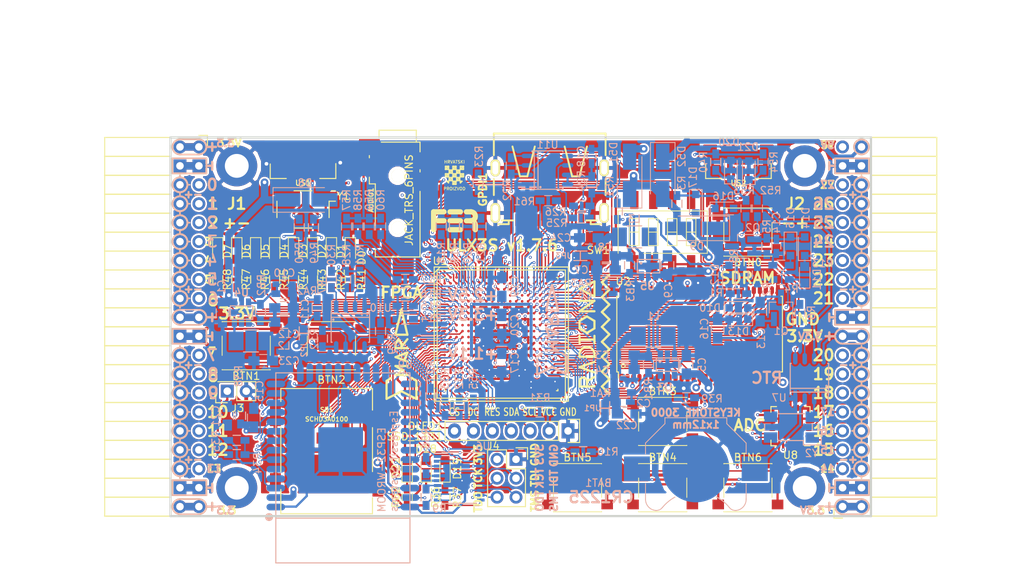
<source format=kicad_pcb>
(kicad_pcb (version 4) (host pcbnew 4.0.7+dfsg1-1)
  (layers (0 F.Cu signal) (1 In1.Cu signal) (2 In2.Cu signal) (31 B.Cu signal) (34 B.Paste user) (35 F.Paste user) (36 B.SilkS user) (37 F.SilkS user) (38 B.Mask user) (39 F.Mask user) (44 Edge.Cuts user))
  (net 0 "")
  (net 1 GND)
  (net 2 +5V)
  (net 3 /gpio/IN5V)
  (net 4 /gpio/OUT5V)
  (net 5 +3V3)
  (net 6 BTN_D)
  (net 7 BTN_F1)
  (net 8 BTN_F2)
  (net 9 BTN_L)
  (net 10 BTN_R)
  (net 11 BTN_U)
  (net 12 /power/FB1)
  (net 13 +2V5)
  (net 14 /power/PWREN)
  (net 15 /power/FB3)
  (net 16 /power/FB2)
  (net 17 "Net-(D9-Pad1)")
  (net 18 /power/VBAT)
  (net 19 JTAG_TDI)
  (net 20 JTAG_TCK)
  (net 21 JTAG_TMS)
  (net 22 JTAG_TDO)
  (net 23 /power/WAKEUPn)
  (net 24 /power/WKUP)
  (net 25 /power/SHUT)
  (net 26 /power/WAKE)
  (net 27 /power/HOLD)
  (net 28 /power/WKn)
  (net 29 /power/OSCI_32k)
  (net 30 /power/OSCO_32k)
  (net 31 "Net-(Q2-Pad3)")
  (net 32 SHUTDOWN)
  (net 33 /analog/AUDIO_L)
  (net 34 /analog/AUDIO_R)
  (net 35 GPDI_5V_SCL)
  (net 36 GPDI_5V_SDA)
  (net 37 GPDI_SDA)
  (net 38 GPDI_SCL)
  (net 39 /gpdi/VREF2)
  (net 40 SD_CMD)
  (net 41 SD_CLK)
  (net 42 SD_D0)
  (net 43 SD_D1)
  (net 44 USB5V)
  (net 45 GPDI_CEC)
  (net 46 nRESET)
  (net 47 FTDI_nDTR)
  (net 48 SDRAM_CKE)
  (net 49 SDRAM_A7)
  (net 50 SDRAM_D15)
  (net 51 SDRAM_BA1)
  (net 52 SDRAM_D7)
  (net 53 SDRAM_A6)
  (net 54 SDRAM_CLK)
  (net 55 SDRAM_D13)
  (net 56 SDRAM_BA0)
  (net 57 SDRAM_D6)
  (net 58 SDRAM_A5)
  (net 59 SDRAM_D14)
  (net 60 SDRAM_A11)
  (net 61 SDRAM_D12)
  (net 62 SDRAM_D5)
  (net 63 SDRAM_A4)
  (net 64 SDRAM_A10)
  (net 65 SDRAM_D11)
  (net 66 SDRAM_A3)
  (net 67 SDRAM_D4)
  (net 68 SDRAM_D10)
  (net 69 SDRAM_D9)
  (net 70 SDRAM_A9)
  (net 71 SDRAM_D3)
  (net 72 SDRAM_D8)
  (net 73 SDRAM_A8)
  (net 74 SDRAM_A2)
  (net 75 SDRAM_A1)
  (net 76 SDRAM_A0)
  (net 77 SDRAM_D2)
  (net 78 SDRAM_D1)
  (net 79 SDRAM_D0)
  (net 80 SDRAM_DQM0)
  (net 81 SDRAM_nCS)
  (net 82 SDRAM_nRAS)
  (net 83 SDRAM_DQM1)
  (net 84 SDRAM_nCAS)
  (net 85 SDRAM_nWE)
  (net 86 /flash/FLASH_nWP)
  (net 87 /flash/FLASH_nHOLD)
  (net 88 /flash/FLASH_MOSI)
  (net 89 /flash/FLASH_MISO)
  (net 90 /flash/FLASH_SCK)
  (net 91 /flash/FLASH_nCS)
  (net 92 /flash/FPGA_PROGRAMN)
  (net 93 /flash/FPGA_DONE)
  (net 94 /flash/FPGA_INITN)
  (net 95 OLED_RES)
  (net 96 OLED_DC)
  (net 97 OLED_CS)
  (net 98 WIFI_EN)
  (net 99 FTDI_nRTS)
  (net 100 FTDI_TXD)
  (net 101 FTDI_RXD)
  (net 102 WIFI_RXD)
  (net 103 WIFI_GPIO0)
  (net 104 WIFI_TXD)
  (net 105 GPDI_ETH-)
  (net 106 GPDI_ETH+)
  (net 107 GPDI_D2+)
  (net 108 GPDI_D2-)
  (net 109 GPDI_D1+)
  (net 110 GPDI_D1-)
  (net 111 GPDI_D0+)
  (net 112 GPDI_D0-)
  (net 113 GPDI_CLK+)
  (net 114 GPDI_CLK-)
  (net 115 USB_FTDI_D+)
  (net 116 USB_FTDI_D-)
  (net 117 J1_17-)
  (net 118 J1_17+)
  (net 119 J1_23-)
  (net 120 J1_23+)
  (net 121 J1_25-)
  (net 122 J1_25+)
  (net 123 J1_27-)
  (net 124 J1_27+)
  (net 125 J1_29-)
  (net 126 J1_29+)
  (net 127 J1_31-)
  (net 128 J1_31+)
  (net 129 J1_33-)
  (net 130 J1_33+)
  (net 131 J1_35-)
  (net 132 J1_35+)
  (net 133 J2_5-)
  (net 134 J2_5+)
  (net 135 J2_7-)
  (net 136 J2_7+)
  (net 137 J2_9-)
  (net 138 J2_9+)
  (net 139 J2_13-)
  (net 140 J2_13+)
  (net 141 J2_17-)
  (net 142 J2_17+)
  (net 143 J2_11-)
  (net 144 J2_11+)
  (net 145 J2_23-)
  (net 146 J2_23+)
  (net 147 J1_5-)
  (net 148 J1_5+)
  (net 149 J1_7-)
  (net 150 J1_7+)
  (net 151 J1_9-)
  (net 152 J1_9+)
  (net 153 J1_11-)
  (net 154 J1_11+)
  (net 155 J1_13-)
  (net 156 J1_13+)
  (net 157 J1_15-)
  (net 158 J1_15+)
  (net 159 J2_15-)
  (net 160 J2_15+)
  (net 161 J2_25-)
  (net 162 J2_25+)
  (net 163 J2_27-)
  (net 164 J2_27+)
  (net 165 J2_29-)
  (net 166 J2_29+)
  (net 167 J2_31-)
  (net 168 J2_31+)
  (net 169 J2_33-)
  (net 170 J2_33+)
  (net 171 J2_35-)
  (net 172 J2_35+)
  (net 173 SD_D3)
  (net 174 AUDIO_L3)
  (net 175 AUDIO_L2)
  (net 176 AUDIO_L1)
  (net 177 AUDIO_L0)
  (net 178 AUDIO_R3)
  (net 179 AUDIO_R2)
  (net 180 AUDIO_R1)
  (net 181 AUDIO_R0)
  (net 182 OLED_CLK)
  (net 183 OLED_MOSI)
  (net 184 LED0)
  (net 185 LED1)
  (net 186 LED2)
  (net 187 LED3)
  (net 188 LED4)
  (net 189 LED5)
  (net 190 LED6)
  (net 191 LED7)
  (net 192 BTN_PWRn)
  (net 193 FTDI_nTXLED)
  (net 194 FTDI_nSLEEP)
  (net 195 /blinkey/LED_PWREN)
  (net 196 /blinkey/LED_TXLED)
  (net 197 /sdcard/SD3V3)
  (net 198 SD_D2)
  (net 199 CLK_25MHz)
  (net 200 /blinkey/BTNPUL)
  (net 201 /blinkey/BTNPUR)
  (net 202 USB_FPGA_D+)
  (net 203 /power/FTDI_nSUSPEND)
  (net 204 /blinkey/ALED0)
  (net 205 /blinkey/ALED1)
  (net 206 /blinkey/ALED2)
  (net 207 /blinkey/ALED3)
  (net 208 /blinkey/ALED4)
  (net 209 /blinkey/ALED5)
  (net 210 /blinkey/ALED6)
  (net 211 /blinkey/ALED7)
  (net 212 /usb/FTD-)
  (net 213 /usb/FTD+)
  (net 214 ADC_MISO)
  (net 215 ADC_MOSI)
  (net 216 ADC_CSn)
  (net 217 ADC_SCLK)
  (net 218 SW3)
  (net 219 SW2)
  (net 220 SW1)
  (net 221 USB_FPGA_D-)
  (net 222 /usb/FPD+)
  (net 223 /usb/FPD-)
  (net 224 WIFI_GPIO16)
  (net 225 WIFI_GPIO15)
  (net 226 /usb/ANT_433MHz)
  (net 227 /power/PWRBTn)
  (net 228 PROG_DONE)
  (net 229 /power/P3V3)
  (net 230 /power/P2V5)
  (net 231 /power/L1)
  (net 232 /power/L3)
  (net 233 /power/L2)
  (net 234 FTDI_TXDEN)
  (net 235 SDRAM_A12)
  (net 236 /analog/AUDIO_V)
  (net 237 AUDIO_V3)
  (net 238 AUDIO_V2)
  (net 239 AUDIO_V1)
  (net 240 AUDIO_V0)
  (net 241 /gpdi/FPGA_CEC)
  (net 242 /blinkey/LED_WIFI)
  (net 243 WIFI_GPIO2)
  (net 244 /power/P1V1)
  (net 245 +1V1)
  (net 246 SW4)
  (net 247 /blinkey/SWPU)
  (net 248 /wifi/WIFIEN)
  (net 249 FT2V5)
  (module Socket_Strips:Socket_Strip_Angled_2x20 (layer F.Cu) (at 97.91 62.69 270)
    (fp_text reference J1 (at 7.62 -5.08 360) (layer F.SilkS) (effects (font (size 1.5 1.5) (thickness 0.3))))
    (fp_text value CONN_02X20 hide)
    (pad 1 thru_hole oval (at 0 0 270) (size 1.7272 1.7272) (drill 1.016) (layers *.Cu *.Mask) (net 5 +3V3))
    (pad 2 thru_hole oval (at 0 2.54 270) (size 1.7272 1.7272) (drill 1.016) (layers *.Cu *.Mask) (net 5 +3V3))
    (pad 3 thru_hole rect (at 2.54 0 270) (size 1.7272 1.7272) (drill 1.016) (layers *.Cu *.Mask) (net 1 GND))
    (pad 4 thru_hole rect (at 2.54 2.54 270) (size 1.7272 1.7272) (drill 1.016) (layers *.Cu *.Mask) (net 1 GND))
    (pad 5 thru_hole oval (at 5.08 0 270) (size 1.7272 1.7272) (drill 1.016) (layers *.Cu *.Mask) (net 147 J1_5-))
    (pad 6 thru_hole oval (at 5.08 2.54 270) (size 1.7272 1.7272) (drill 1.016) (layers *.Cu *.Mask) (net 148 J1_5+))
    (pad 7 thru_hole oval (at 7.62 0 270) (size 1.7272 1.7272) (drill 1.016) (layers *.Cu *.Mask) (net 149 J1_7-))
    (pad 8 thru_hole oval (at 7.62 2.54 270) (size 1.7272 1.7272) (drill 1.016) (layers *.Cu *.Mask) (net 150 J1_7+))
    (pad 9 thru_hole oval (at 10.16 0 270) (size 1.7272 1.7272) (drill 1.016) (layers *.Cu *.Mask) (net 151 J1_9-))
    (pad 10 thru_hole oval (at 10.16 2.54 270) (size 1.7272 1.7272) (drill 1.016) (layers *.Cu *.Mask) (net 152 J1_9+))
    (pad 11 thru_hole oval (at 12.7 0 270) (size 1.7272 1.7272) (drill 1.016) (layers *.Cu *.Mask) (net 153 J1_11-))
    (pad 12 thru_hole oval (at 12.7 2.54 270) (size 1.7272 1.7272) (drill 1.016) (layers *.Cu *.Mask) (net 154 J1_11+))
    (pad 13 thru_hole oval (at 15.24 0 270) (size 1.7272 1.7272) (drill 1.016) (layers *.Cu *.Mask) (net 155 J1_13-))
    (pad 14 thru_hole oval (at 15.24 2.54 270) (size 1.7272 1.7272) (drill 1.016) (layers *.Cu *.Mask) (net 156 J1_13+))
    (pad 15 thru_hole oval (at 17.78 0 270) (size 1.7272 1.7272) (drill 1.016) (layers *.Cu *.Mask) (net 157 J1_15-))
    (pad 16 thru_hole oval (at 17.78 2.54 270) (size 1.7272 1.7272) (drill 1.016) (layers *.Cu *.Mask) (net 158 J1_15+))
    (pad 17 thru_hole oval (at 20.32 0 270) (size 1.7272 1.7272) (drill 1.016) (layers *.Cu *.Mask) (net 117 J1_17-))
    (pad 18 thru_hole oval (at 20.32 2.54 270) (size 1.7272 1.7272) (drill 1.016) (layers *.Cu *.Mask) (net 118 J1_17+))
    (pad 19 thru_hole oval (at 22.86 0 270) (size 1.7272 1.7272) (drill 1.016) (layers *.Cu *.Mask) (net 5 +3V3))
    (pad 20 thru_hole oval (at 22.86 2.54 270) (size 1.7272 1.7272) (drill 1.016) (layers *.Cu *.Mask) (net 5 +3V3))
    (pad 21 thru_hole rect (at 25.4 0 270) (size 1.7272 1.7272) (drill 1.016) (layers *.Cu *.Mask) (net 1 GND))
    (pad 22 thru_hole rect (at 25.4 2.54 270) (size 1.7272 1.7272) (drill 1.016) (layers *.Cu *.Mask) (net 1 GND))
    (pad 23 thru_hole oval (at 27.94 0 270) (size 1.7272 1.7272) (drill 1.016) (layers *.Cu *.Mask) (net 119 J1_23-))
    (pad 24 thru_hole oval (at 27.94 2.54 270) (size 1.7272 1.7272) (drill 1.016) (layers *.Cu *.Mask) (net 120 J1_23+))
    (pad 25 thru_hole oval (at 30.48 0 270) (size 1.7272 1.7272) (drill 1.016) (layers *.Cu *.Mask) (net 121 J1_25-))
    (pad 26 thru_hole oval (at 30.48 2.54 270) (size 1.7272 1.7272) (drill 1.016) (layers *.Cu *.Mask) (net 122 J1_25+))
    (pad 27 thru_hole oval (at 33.02 0 270) (size 1.7272 1.7272) (drill 1.016) (layers *.Cu *.Mask) (net 123 J1_27-))
    (pad 28 thru_hole oval (at 33.02 2.54 270) (size 1.7272 1.7272) (drill 1.016) (layers *.Cu *.Mask) (net 124 J1_27+))
    (pad 29 thru_hole oval (at 35.56 0 270) (size 1.7272 1.7272) (drill 1.016) (layers *.Cu *.Mask) (net 125 J1_29-))
    (pad 30 thru_hole oval (at 35.56 2.54 270) (size 1.7272 1.7272) (drill 1.016) (layers *.Cu *.Mask) (net 126 J1_29+))
    (pad 31 thru_hole oval (at 38.1 0 270) (size 1.7272 1.7272) (drill 1.016) (layers *.Cu *.Mask) (net 127 J1_31-))
    (pad 32 thru_hole oval (at 38.1 2.54 270) (size 1.7272 1.7272) (drill 1.016) (layers *.Cu *.Mask) (net 128 J1_31+))
    (pad 33 thru_hole oval (at 40.64 0 270) (size 1.7272 1.7272) (drill 1.016) (layers *.Cu *.Mask) (net 129 J1_33-))
    (pad 34 thru_hole oval (at 40.64 2.54 270) (size 1.7272 1.7272) (drill 1.016) (layers *.Cu *.Mask) (net 130 J1_33+))
    (pad 35 thru_hole oval (at 43.18 0 270) (size 1.7272 1.7272) (drill 1.016) (layers *.Cu *.Mask) (net 131 J1_35-))
    (pad 36 thru_hole oval (at 43.18 2.54 270) (size 1.7272 1.7272) (drill 1.016) (layers *.Cu *.Mask) (net 132 J1_35+))
    (pad 37 thru_hole rect (at 45.72 0 270) (size 1.7272 1.7272) (drill 1.016) (layers *.Cu *.Mask) (net 1 GND))
    (pad 38 thru_hole rect (at 45.72 2.54 270) (size 1.7272 1.7272) (drill 1.016) (layers *.Cu *.Mask) (net 1 GND))
    (pad 39 thru_hole oval (at 48.26 0 270) (size 1.7272 1.7272) (drill 1.016) (layers *.Cu *.Mask) (net 5 +3V3))
    (pad 40 thru_hole oval (at 48.26 2.54 270) (size 1.7272 1.7272) (drill 1.016) (layers *.Cu *.Mask) (net 5 +3V3))
  )
  (module SMD_Packages:1Pin (layer F.Cu) (at 182.67515 111.637626)
    (fp_text reference AE1 hide)
    (fp_text value 433MHz hide)
    (pad 1 smd rect (at 0 0) (size 0.5 0.5) (layers B.Cu F.Paste F.Mask) (net 226 /usb/ANT_433MHz))
  )
  (module Resistors_SMD:R_0603_HandSoldering (layer B.Cu) (at 103.498 98.758 90)
    (fp_text reference R38 (at 5.334 -0.254 90) (layer B.SilkS) (effects (justify mirror)))
    (fp_text value 0.47)
    (pad 1 smd rect (at -1.1 0 90) (size 1.2 0.9) (layers B.Cu B.Paste B.Mask) (net 197 /sdcard/SD3V3))
    (pad 2 smd rect (at 1.1 0 90) (size 1.2 0.9) (layers B.Cu B.Paste B.Mask) (net 5 +3V3))
  )
  (module jumper:SOLDER-JUMPER_1-WAY (layer B.Cu) (at 152.393 97.742 270)
    (fp_text reference JP1 (at 0 1.778 360) (layer B.SilkS) (effects (font (size 0.762 0.762) (thickness 0.1524)) (justify mirror)))
    (fp_text value 1.2 hide)
    (pad 1 smd rect (at -0.6 0 270) (size 1 1) (layers B.Cu B.Paste B.Mask) (net 244 /power/P1V1))
    (pad 2 smd rect (at 0.6 0 270) (size 1 1) (layers B.Cu B.Paste B.Mask) (net 245 +1V1))
  )
  (module Diodes_SMD:D_SMA_Handsoldering (layer B.Cu) (at 155.695 66.5 90)
    (fp_text reference D51 (at 3.048 -2.159 90) (layer B.SilkS) (effects (justify mirror)))
    (fp_text value STPS2L30AF hide)
    (pad 1 smd rect (at -2.5 0 90) (size 3.5 1.8) (layers B.Cu B.Paste B.Mask) (net 2 +5V))
    (pad 2 smd rect (at 2.5 0 90) (size 3.5 1.8) (layers B.Cu B.Paste B.Mask) (net 3 /gpio/IN5V))
  )
  (module Resistors_SMD:R_0603_HandSoldering (layer B.Cu) (at 154.044 71.326 90)
    (fp_text reference R51 (at 3.302 -1.016 90) (layer B.SilkS) (effects (justify mirror)))
    (fp_text value 150)
    (pad 1 smd rect (at -1.1 0 90) (size 1.2 0.9) (layers B.Cu B.Paste B.Mask) (net 5 +3V3))
    (pad 2 smd rect (at 1.1 0 90) (size 1.2 0.9) (layers B.Cu B.Paste B.Mask) (net 247 /blinkey/SWPU))
  )
  (module Resistors_SMD:R_1210_HandSoldering (layer B.Cu) (at 158.87 88.09 180)
    (fp_text reference L1 (at 0 2.7 180) (layer B.SilkS) (effects (justify mirror)))
    (fp_text value 2.2uH)
    (pad 1 smd rect (at -2 0 180) (size 2 2.5) (layers B.Cu B.Paste B.Mask) (net 231 /power/L1))
    (pad 2 smd rect (at 2 0 180) (size 2 2.5) (layers B.Cu B.Paste B.Mask) (net 244 /power/P1V1))
  )
  (module TSOT-25:TSOT-25 (layer B.Cu) (at 160.775 91.9)
    (fp_text reference U3 (at -0.381 3.048) (layer B.SilkS) (effects (font (thickness 0.2)) (justify mirror)))
    (fp_text value DIO6015)
    (pad 1 smd rect (at -0.95 -1.3) (size 0.7 1.2) (layers B.Cu B.Paste B.Mask) (net 14 /power/PWREN))
    (pad 2 smd rect (at 0 -1.3) (size 0.7 1.2) (layers B.Cu B.Paste B.Mask) (net 1 GND))
    (pad 3 smd rect (at 0.95 -1.3) (size 0.7 1.2) (layers B.Cu B.Paste B.Mask) (net 231 /power/L1))
    (pad 4 smd rect (at 0.95 1.3) (size 0.7 1.2) (layers B.Cu B.Paste B.Mask) (net 2 +5V))
    (pad 5 smd rect (at -0.95 1.3) (size 0.7 1.2) (layers B.Cu B.Paste B.Mask) (net 12 /power/FB1))
  )
  (module Resistors_SMD:R_1210_HandSoldering (layer B.Cu) (at 104.895 88.725)
    (fp_text reference L2 (at 4.445 0.635) (layer B.SilkS) (effects (justify mirror)))
    (fp_text value 2.2uH)
    (pad 1 smd rect (at -2 0) (size 2 2.5) (layers B.Cu B.Paste B.Mask) (net 233 /power/L2))
    (pad 2 smd rect (at 2 0) (size 2 2.5) (layers B.Cu B.Paste B.Mask) (net 230 /power/P2V5))
  )
  (module TSOT-25:TSOT-25 (layer B.Cu) (at 103.625 84.915 180)
    (fp_text reference U4 (at 0 2.697 180) (layer B.SilkS) (effects (font (thickness 0.2)) (justify mirror)))
    (fp_text value LX7172)
    (pad 1 smd rect (at -0.95 -1.3 180) (size 0.7 1.2) (layers B.Cu B.Paste B.Mask) (net 14 /power/PWREN))
    (pad 2 smd rect (at 0 -1.3 180) (size 0.7 1.2) (layers B.Cu B.Paste B.Mask) (net 1 GND))
    (pad 3 smd rect (at 0.95 -1.3 180) (size 0.7 1.2) (layers B.Cu B.Paste B.Mask) (net 233 /power/L2))
    (pad 4 smd rect (at 0.95 1.3 180) (size 0.7 1.2) (layers B.Cu B.Paste B.Mask) (net 2 +5V))
    (pad 5 smd rect (at -0.95 1.3 180) (size 0.7 1.2) (layers B.Cu B.Paste B.Mask) (net 16 /power/FB2))
  )
  (module Resistors_SMD:R_1210_HandSoldering (layer B.Cu) (at 156.33 74.755 180)
    (fp_text reference L3 (at 0 2.413 180) (layer B.SilkS) (effects (justify mirror)))
    (fp_text value 2.2uH)
    (pad 1 smd rect (at -2 0 180) (size 2 2.5) (layers B.Cu B.Paste B.Mask) (net 232 /power/L3))
    (pad 2 smd rect (at 2 0 180) (size 2 2.5) (layers B.Cu B.Paste B.Mask) (net 229 /power/P3V3))
  )
  (module TSOT-25:TSOT-25 (layer B.Cu) (at 158.235 78.692)
    (fp_text reference U5 (at -0.127 2.667) (layer B.SilkS) (effects (font (thickness 0.2)) (justify mirror)))
    (fp_text value TLV62569DBV)
    (pad 1 smd rect (at -0.95 -1.3) (size 0.7 1.2) (layers B.Cu B.Paste B.Mask) (net 14 /power/PWREN))
    (pad 2 smd rect (at 0 -1.3) (size 0.7 1.2) (layers B.Cu B.Paste B.Mask) (net 1 GND))
    (pad 3 smd rect (at 0.95 -1.3) (size 0.7 1.2) (layers B.Cu B.Paste B.Mask) (net 232 /power/L3))
    (pad 4 smd rect (at 0.95 1.3) (size 0.7 1.2) (layers B.Cu B.Paste B.Mask) (net 2 +5V))
    (pad 5 smd rect (at -0.95 1.3) (size 0.7 1.2) (layers B.Cu B.Paste B.Mask) (net 15 /power/FB3))
  )
  (module Capacitors_SMD:C_0805_HandSoldering (layer B.Cu) (at 101.085 84.915 270)
    (fp_text reference C1 (at -3.429 0.127 270) (layer B.SilkS) (effects (justify mirror)))
    (fp_text value 22uF)
    (pad 1 smd rect (at -1.25 0 270) (size 1.5 1.25) (layers B.Cu B.Paste B.Mask) (net 2 +5V))
    (pad 2 smd rect (at 1.25 0 270) (size 1.5 1.25) (layers B.Cu B.Paste B.Mask) (net 1 GND))
  )
  (module Capacitors_SMD:C_0805_HandSoldering (layer B.Cu) (at 155.06 90.63)
    (fp_text reference C3 (at -3.048 0) (layer B.SilkS) (effects (justify mirror)))
    (fp_text value 22uF)
    (pad 1 smd rect (at -1.25 0) (size 1.5 1.25) (layers B.Cu B.Paste B.Mask) (net 244 /power/P1V1))
    (pad 2 smd rect (at 1.25 0) (size 1.5 1.25) (layers B.Cu B.Paste B.Mask) (net 1 GND))
  )
  (module Capacitors_SMD:C_0805_HandSoldering (layer B.Cu) (at 155.06 92.535)
    (fp_text reference C4 (at -3.048 0.127) (layer B.SilkS) (effects (justify mirror)))
    (fp_text value 22uF)
    (pad 1 smd rect (at -1.25 0) (size 1.5 1.25) (layers B.Cu B.Paste B.Mask) (net 244 /power/P1V1))
    (pad 2 smd rect (at 1.25 0) (size 1.5 1.25) (layers B.Cu B.Paste B.Mask) (net 1 GND))
  )
  (module Capacitors_SMD:C_0805_HandSoldering (layer B.Cu) (at 163.315 91.9 90)
    (fp_text reference C5 (at 0 2.1 90) (layer B.SilkS) (effects (justify mirror)))
    (fp_text value 22uF)
    (pad 1 smd rect (at -1.25 0 90) (size 1.5 1.25) (layers B.Cu B.Paste B.Mask) (net 2 +5V))
    (pad 2 smd rect (at 1.25 0 90) (size 1.5 1.25) (layers B.Cu B.Paste B.Mask) (net 1 GND))
  )
  (module Capacitors_SMD:C_0805_HandSoldering (layer B.Cu) (at 152.52 79.2)
    (fp_text reference C7 (at -3.302 0) (layer B.SilkS) (effects (justify mirror)))
    (fp_text value 22uF)
    (pad 1 smd rect (at -1.25 0) (size 1.5 1.25) (layers B.Cu B.Paste B.Mask) (net 229 /power/P3V3))
    (pad 2 smd rect (at 1.25 0) (size 1.5 1.25) (layers B.Cu B.Paste B.Mask) (net 1 GND))
  )
  (module Capacitors_SMD:C_0805_HandSoldering (layer B.Cu) (at 152.52 77.295)
    (fp_text reference C8 (at -0.127 -1.143) (layer B.SilkS) (effects (justify mirror)))
    (fp_text value 22uF)
    (pad 1 smd rect (at -1.25 0) (size 1.5 1.25) (layers B.Cu B.Paste B.Mask) (net 229 /power/P3V3))
    (pad 2 smd rect (at 1.25 0) (size 1.5 1.25) (layers B.Cu B.Paste B.Mask) (net 1 GND))
  )
  (module Capacitors_SMD:C_0805_HandSoldering (layer B.Cu) (at 160.775 78.565 90)
    (fp_text reference C9 (at -3.429 0.127 90) (layer B.SilkS) (effects (justify mirror)))
    (fp_text value 22uF)
    (pad 1 smd rect (at -1.25 0 90) (size 1.5 1.25) (layers B.Cu B.Paste B.Mask) (net 2 +5V))
    (pad 2 smd rect (at 1.25 0 90) (size 1.5 1.25) (layers B.Cu B.Paste B.Mask) (net 1 GND))
  )
  (module Capacitors_SMD:C_0805_HandSoldering (layer B.Cu) (at 109.34 84.28 180)
    (fp_text reference C11 (at -2.794 -0.254 270) (layer B.SilkS) (effects (justify mirror)))
    (fp_text value 22uF)
    (pad 1 smd rect (at -1.25 0 180) (size 1.5 1.25) (layers B.Cu B.Paste B.Mask) (net 230 /power/P2V5))
    (pad 2 smd rect (at 1.25 0 180) (size 1.5 1.25) (layers B.Cu B.Paste B.Mask) (net 1 GND))
  )
  (module Capacitors_SMD:C_0805_HandSoldering (layer B.Cu) (at 109.34 86.185 180)
    (fp_text reference C12 (at -0.635 -1.615 360) (layer B.SilkS) (effects (justify mirror)))
    (fp_text value 22uF)
    (pad 1 smd rect (at -1.25 0 180) (size 1.5 1.25) (layers B.Cu B.Paste B.Mask) (net 230 /power/P2V5))
    (pad 2 smd rect (at 1.25 0 180) (size 1.5 1.25) (layers B.Cu B.Paste B.Mask) (net 1 GND))
  )
  (module Capacitors_SMD:C_0805_HandSoldering (layer B.Cu) (at 173.221 84.788 90)
    (fp_text reference C13 (at -3.556 0.127 90) (layer B.SilkS) (effects (justify mirror)))
    (fp_text value 2.2uF)
    (pad 1 smd rect (at -1.25 0 90) (size 1.5 1.25) (layers B.Cu B.Paste B.Mask) (net 2 +5V))
    (pad 2 smd rect (at 1.25 0 90) (size 1.5 1.25) (layers B.Cu B.Paste B.Mask) (net 24 /power/WKUP))
  )
  (module TO_SOT_Packages_SMD:SOT-23_Handsoldering (layer B.Cu) (at 176.015 84.28 90)
    (fp_text reference Q1 (at -3.1115 0 180) (layer B.SilkS) (effects (justify mirror)))
    (fp_text value BC857)
    (pad 1 smd rect (at -1.5 0.95 90) (size 1.9 0.8) (layers B.Cu B.Paste B.Mask) (net 28 /power/WKn))
    (pad 2 smd rect (at -1.5 -0.95 90) (size 1.9 0.8) (layers B.Cu B.Paste B.Mask) (net 2 +5V))
    (pad 3 smd rect (at 1.5 0 90) (size 1.9 0.8) (layers B.Cu B.Paste B.Mask) (net 24 /power/WKUP))
  )
  (module TO_SOT_Packages_SMD:SOT-23_Handsoldering (layer B.Cu) (at 170.935 76.025 180)
    (fp_text reference Q2 (at -1.295 2.5 180) (layer B.SilkS) (effects (justify mirror)))
    (fp_text value 2N7002)
    (pad 1 smd rect (at -1.5 0.95 180) (size 1.9 0.8) (layers B.Cu B.Paste B.Mask) (net 25 /power/SHUT))
    (pad 2 smd rect (at -1.5 -0.95 180) (size 1.9 0.8) (layers B.Cu B.Paste B.Mask) (net 1 GND))
    (pad 3 smd rect (at 1.5 0 180) (size 1.9 0.8) (layers B.Cu B.Paste B.Mask) (net 31 "Net-(Q2-Pad3)"))
  )
  (module Capacitors_SMD:C_0603_HandSoldering (layer B.Cu) (at 154.86 96.91)
    (fp_text reference C2 (at 2.74 0.197) (layer B.SilkS) (effects (justify mirror)))
    (fp_text value 470pF)
    (pad 1 smd rect (at -0.95 0) (size 1.2 0.75) (layers B.Cu B.Paste B.Mask) (net 244 /power/P1V1))
    (pad 2 smd rect (at 0.95 0) (size 1.2 0.75) (layers B.Cu B.Paste B.Mask) (net 12 /power/FB1))
  )
  (module Capacitors_SMD:C_0603_HandSoldering (layer B.Cu) (at 152.52 82.375)
    (fp_text reference C6 (at -2.794 0.127) (layer B.SilkS) (effects (justify mirror)))
    (fp_text value 470pF)
    (pad 1 smd rect (at -0.95 0) (size 1.2 0.75) (layers B.Cu B.Paste B.Mask) (net 229 /power/P3V3))
    (pad 2 smd rect (at 0.95 0) (size 1.2 0.75) (layers B.Cu B.Paste B.Mask) (net 15 /power/FB3))
  )
  (module Capacitors_SMD:C_0603_HandSoldering (layer B.Cu) (at 109.34 81.105 180)
    (fp_text reference C10 (at -0.04 1.505 180) (layer B.SilkS) (effects (justify mirror)))
    (fp_text value 470pF)
    (pad 1 smd rect (at -0.95 0 180) (size 1.2 0.75) (layers B.Cu B.Paste B.Mask) (net 230 /power/P2V5))
    (pad 2 smd rect (at 0.95 0 180) (size 1.2 0.75) (layers B.Cu B.Paste B.Mask) (net 16 /power/FB2))
  )
  (module Capacitors_SMD:C_0603_HandSoldering (layer B.Cu) (at 175.38 76.025 270)
    (fp_text reference C14 (at -3.175 0 270) (layer B.SilkS) (effects (justify mirror)))
    (fp_text value 100nF)
    (pad 1 smd rect (at -0.95 0 270) (size 1.2 0.75) (layers B.Cu B.Paste B.Mask) (net 25 /power/SHUT))
    (pad 2 smd rect (at 0.95 0 270) (size 1.2 0.75) (layers B.Cu B.Paste B.Mask) (net 1 GND))
  )
  (module Resistors_SMD:R_0603_HandSoldering (layer B.Cu) (at 170.3 82.375)
    (fp_text reference R1 (at -3.048 -0.127) (layer B.SilkS) (effects (justify mirror)))
    (fp_text value 15k)
    (pad 1 smd rect (at -1.1 0) (size 1.2 0.9) (layers B.Cu B.Paste B.Mask) (net 26 /power/WAKE))
    (pad 2 smd rect (at 1.1 0) (size 1.2 0.9) (layers B.Cu B.Paste B.Mask) (net 14 /power/PWREN))
  )
  (module Resistors_SMD:R_0603_HandSoldering (layer B.Cu) (at 172.84 79.835 90)
    (fp_text reference R2 (at -1.905 1.27 90) (layer B.SilkS) (effects (justify mirror)))
    (fp_text value 47k)
    (pad 1 smd rect (at -1.1 0 90) (size 1.2 0.9) (layers B.Cu B.Paste B.Mask) (net 14 /power/PWREN))
    (pad 2 smd rect (at 1.1 0 90) (size 1.2 0.9) (layers B.Cu B.Paste B.Mask) (net 1 GND))
  )
  (module Resistors_SMD:R_0603_HandSoldering (layer B.Cu) (at 176.015 80.47 180)
    (fp_text reference R4 (at -1.397 -1.27 360) (layer B.SilkS) (effects (justify mirror)))
    (fp_text value 4.7k)
    (pad 1 smd rect (at -1.1 0 180) (size 1.2 0.9) (layers B.Cu B.Paste B.Mask) (net 27 /power/HOLD))
    (pad 2 smd rect (at 1.1 0 180) (size 1.2 0.9) (layers B.Cu B.Paste B.Mask) (net 14 /power/PWREN))
  )
  (module Resistors_SMD:R_0603_HandSoldering (layer B.Cu) (at 174.11 76.025 270)
    (fp_text reference R5 (at -2.667 0 270) (layer B.SilkS) (effects (justify mirror)))
    (fp_text value 4.7M)
    (pad 1 smd rect (at -1.1 0 270) (size 1.2 0.9) (layers B.Cu B.Paste B.Mask) (net 25 /power/SHUT))
    (pad 2 smd rect (at 1.1 0 270) (size 1.2 0.9) (layers B.Cu B.Paste B.Mask) (net 1 GND))
  )
  (module Resistors_SMD:R_0603_HandSoldering (layer B.Cu) (at 178.555 84.915 270)
    (fp_text reference R6 (at 0 -1.524 270) (layer B.SilkS) (effects (justify mirror)))
    (fp_text value 1k)
    (pad 1 smd rect (at -1.1 0 270) (size 1.2 0.9) (layers B.Cu B.Paste B.Mask) (net 28 /power/WKn))
    (pad 2 smd rect (at 1.1 0 270) (size 1.2 0.9) (layers B.Cu B.Paste B.Mask) (net 23 /power/WAKEUPn))
  )
  (module Resistors_SMD:R_0603_HandSoldering (layer B.Cu) (at 113.785 84.28 270)
    (fp_text reference R7 (at -2.794 -0.635 270) (layer B.SilkS) (effects (justify mirror)))
    (fp_text value 150)
    (pad 1 smd rect (at -1.1 0 270) (size 1.2 0.9) (layers B.Cu B.Paste B.Mask) (net 5 +3V3))
    (pad 2 smd rect (at 1.1 0 270) (size 1.2 0.9) (layers B.Cu B.Paste B.Mask) (net 200 /blinkey/BTNPUL))
  )
  (module Resistors_SMD:R_0603_HandSoldering (layer B.Cu) (at 170.935 79.835 90)
    (fp_text reference R8 (at 2.54 -1.27 90) (layer B.SilkS) (effects (justify mirror)))
    (fp_text value 1k)
    (pad 1 smd rect (at -1.1 0 90) (size 1.2 0.9) (layers B.Cu B.Paste B.Mask) (net 14 /power/PWREN))
    (pad 2 smd rect (at 1.1 0 90) (size 1.2 0.9) (layers B.Cu B.Paste B.Mask) (net 31 "Net-(Q2-Pad3)"))
  )
  (module Resistors_SMD:R_0603_HandSoldering (layer B.Cu) (at 128.39 109.68 270)
    (fp_text reference R9 (at 1.524 -1.778 360) (layer B.SilkS) (effects (justify mirror)))
    (fp_text value 15k)
    (pad 1 smd rect (at -1.1 0 270) (size 1.2 0.9) (layers B.Cu B.Paste B.Mask) (net 46 nRESET))
    (pad 2 smd rect (at 1.1 0 270) (size 1.2 0.9) (layers B.Cu B.Paste B.Mask) (net 249 FT2V5))
  )
  (module Resistors_SMD:R_0603_HandSoldering (layer B.Cu) (at 149.472 103.584 180)
    (fp_text reference R10 (at -3.302 0 180) (layer B.SilkS) (effects (justify mirror)))
    (fp_text value 150)
    (pad 1 smd rect (at -1.1 0 180) (size 1.2 0.9) (layers B.Cu B.Paste B.Mask) (net 203 /power/FTDI_nSUSPEND))
    (pad 2 smd rect (at 1.1 0 180) (size 1.2 0.9) (layers B.Cu B.Paste B.Mask) (net 194 FTDI_nSLEEP))
  )
  (module Resistors_SMD:R_0603_HandSoldering (layer B.Cu) (at 176.015 78.565 180)
    (fp_text reference R13 (at -5.588 0.254 180) (layer B.SilkS) (effects (justify mirror)))
    (fp_text value 15k)
    (pad 1 smd rect (at -1.1 0 180) (size 1.2 0.9) (layers B.Cu B.Paste B.Mask) (net 32 SHUTDOWN))
    (pad 2 smd rect (at 1.1 0 180) (size 1.2 0.9) (layers B.Cu B.Paste B.Mask) (net 1 GND))
  )
  (module Resistors_SMD:R_0603_HandSoldering (layer B.Cu) (at 154.86 95.64)
    (fp_text reference RA1 (at -3.102 0.07) (layer B.SilkS) (effects (justify mirror)))
    (fp_text value 15k)
    (pad 1 smd rect (at -1.1 0) (size 1.2 0.9) (layers B.Cu B.Paste B.Mask) (net 244 /power/P1V1))
    (pad 2 smd rect (at 1.1 0) (size 1.2 0.9) (layers B.Cu B.Paste B.Mask) (net 12 /power/FB1))
  )
  (module Resistors_SMD:R_0603_HandSoldering (layer B.Cu) (at 109.34 82.375 180)
    (fp_text reference RA2 (at -3.048 0.381 360) (layer B.SilkS) (effects (justify mirror)))
    (fp_text value 15k)
    (pad 1 smd rect (at -1.1 0 180) (size 1.2 0.9) (layers B.Cu B.Paste B.Mask) (net 230 /power/P2V5))
    (pad 2 smd rect (at 1.1 0 180) (size 1.2 0.9) (layers B.Cu B.Paste B.Mask) (net 16 /power/FB2))
  )
  (module Resistors_SMD:R_0603_HandSoldering (layer B.Cu) (at 152.52 81.105)
    (fp_text reference RA3 (at -3.302 -0.127) (layer B.SilkS) (effects (justify mirror)))
    (fp_text value 15k)
    (pad 1 smd rect (at -1.1 0) (size 1.2 0.9) (layers B.Cu B.Paste B.Mask) (net 229 /power/P3V3))
    (pad 2 smd rect (at 1.1 0) (size 1.2 0.9) (layers B.Cu B.Paste B.Mask) (net 15 /power/FB3))
  )
  (module Resistors_SMD:R_0603_HandSoldering (layer B.Cu) (at 158.235 91.9 270)
    (fp_text reference RB1 (at 3.302 0 270) (layer B.SilkS) (effects (justify mirror)))
    (fp_text value 18k)
    (pad 1 smd rect (at -1.1 0 270) (size 1.2 0.9) (layers B.Cu B.Paste B.Mask) (net 1 GND))
    (pad 2 smd rect (at 1.1 0 270) (size 1.2 0.9) (layers B.Cu B.Paste B.Mask) (net 12 /power/FB1))
  )
  (module Resistors_SMD:R_0603_HandSoldering (layer B.Cu) (at 106.165 84.915 90)
    (fp_text reference RB2 (at 3.683 0.127 90) (layer B.SilkS) (effects (justify mirror)))
    (fp_text value 4.7k)
    (pad 1 smd rect (at -1.1 0 90) (size 1.2 0.9) (layers B.Cu B.Paste B.Mask) (net 1 GND))
    (pad 2 smd rect (at 1.1 0 90) (size 1.2 0.9) (layers B.Cu B.Paste B.Mask) (net 16 /power/FB2))
  )
  (module Resistors_SMD:R_0603_HandSoldering (layer B.Cu) (at 155.695 78.565 270)
    (fp_text reference RB3 (at 3.429 -0.127 270) (layer B.SilkS) (effects (justify mirror)))
    (fp_text value 3.3k)
    (pad 1 smd rect (at -1.1 0 270) (size 1.2 0.9) (layers B.Cu B.Paste B.Mask) (net 1 GND))
    (pad 2 smd rect (at 1.1 0 270) (size 1.2 0.9) (layers B.Cu B.Paste B.Mask) (net 15 /power/FB3))
  )
  (module Resistors_SMD:R_0603_HandSoldering (layer B.Cu) (at 125.596 85.804 180)
    (fp_text reference R14 (at -3.47 0.127 180) (layer B.SilkS) (effects (justify mirror)))
    (fp_text value 1.2k)
    (pad 1 smd rect (at -1.1 0 180) (size 1.2 0.9) (layers B.Cu B.Paste B.Mask) (net 174 AUDIO_L3))
    (pad 2 smd rect (at 1.1 0 180) (size 1.2 0.9) (layers B.Cu B.Paste B.Mask) (net 33 /analog/AUDIO_L))
  )
  (module Resistors_SMD:R_0603_HandSoldering (layer B.Cu) (at 125.596 84.026 180)
    (fp_text reference R15 (at -3.47 -0.001 180) (layer B.SilkS) (effects (justify mirror)))
    (fp_text value 680)
    (pad 1 smd rect (at -1.1 0 180) (size 1.2 0.9) (layers B.Cu B.Paste B.Mask) (net 175 AUDIO_L2))
    (pad 2 smd rect (at 1.1 0 180) (size 1.2 0.9) (layers B.Cu B.Paste B.Mask) (net 33 /analog/AUDIO_L))
  )
  (module Resistors_SMD:R_0603_HandSoldering (layer B.Cu) (at 125.596 82.248 180)
    (fp_text reference R16 (at -3.47 -0.127 180) (layer B.SilkS) (effects (justify mirror)))
    (fp_text value 330)
    (pad 1 smd rect (at -1.1 0 180) (size 1.2 0.9) (layers B.Cu B.Paste B.Mask) (net 176 AUDIO_L1))
    (pad 2 smd rect (at 1.1 0 180) (size 1.2 0.9) (layers B.Cu B.Paste B.Mask) (net 33 /analog/AUDIO_L))
  )
  (module Resistors_SMD:R_0603_HandSoldering (layer B.Cu) (at 125.596 80.47 180)
    (fp_text reference R17 (at -3.47 0 180) (layer B.SilkS) (effects (justify mirror)))
    (fp_text value 150)
    (pad 1 smd rect (at -1.1 0 180) (size 1.2 0.9) (layers B.Cu B.Paste B.Mask) (net 177 AUDIO_L0))
    (pad 2 smd rect (at 1.1 0 180) (size 1.2 0.9) (layers B.Cu B.Paste B.Mask) (net 33 /analog/AUDIO_L))
  )
  (module Resistors_SMD:R_0603_HandSoldering (layer B.Cu) (at 130.422 73.358 90)
    (fp_text reference R18 (at -3.556 0 90) (layer B.SilkS) (effects (justify mirror)))
    (fp_text value 1.2k)
    (pad 1 smd rect (at -1.1 0 90) (size 1.2 0.9) (layers B.Cu B.Paste B.Mask) (net 178 AUDIO_R3))
    (pad 2 smd rect (at 1.1 0 90) (size 1.2 0.9) (layers B.Cu B.Paste B.Mask) (net 34 /analog/AUDIO_R))
  )
  (module Resistors_SMD:R_0603_HandSoldering (layer B.Cu) (at 132.2 73.358 90)
    (fp_text reference R19 (at -3.556 0 90) (layer B.SilkS) (effects (justify mirror)))
    (fp_text value 680)
    (pad 1 smd rect (at -1.1 0 90) (size 1.2 0.9) (layers B.Cu B.Paste B.Mask) (net 179 AUDIO_R2))
    (pad 2 smd rect (at 1.1 0 90) (size 1.2 0.9) (layers B.Cu B.Paste B.Mask) (net 34 /analog/AUDIO_R))
  )
  (module Resistors_SMD:R_0603_HandSoldering (layer B.Cu) (at 133.978 73.358 90)
    (fp_text reference R20 (at -3.556 0 90) (layer B.SilkS) (effects (justify mirror)))
    (fp_text value 330)
    (pad 1 smd rect (at -1.1 0 90) (size 1.2 0.9) (layers B.Cu B.Paste B.Mask) (net 180 AUDIO_R1))
    (pad 2 smd rect (at 1.1 0 90) (size 1.2 0.9) (layers B.Cu B.Paste B.Mask) (net 34 /analog/AUDIO_R))
  )
  (module Resistors_SMD:R_0603_HandSoldering (layer B.Cu) (at 135.756 73.358 90)
    (fp_text reference R21 (at -3.556 0 90) (layer B.SilkS) (effects (justify mirror)))
    (fp_text value 150)
    (pad 1 smd rect (at -1.1 0 90) (size 1.2 0.9) (layers B.Cu B.Paste B.Mask) (net 181 AUDIO_R0))
    (pad 2 smd rect (at 1.1 0 90) (size 1.2 0.9) (layers B.Cu B.Paste B.Mask) (net 34 /analog/AUDIO_R))
  )
  (module Capacitors_SMD:C_0603_HandSoldering (layer B.Cu) (at 150.5896 63.96 90)
    (fp_text reference C18 (at 0 -1.3716 90) (layer B.SilkS) (effects (justify mirror)))
    (fp_text value 470pF)
    (pad 1 smd rect (at -0.95 0 90) (size 1.2 0.75) (layers B.Cu B.Paste B.Mask) (net 39 /gpdi/VREF2))
    (pad 2 smd rect (at 0.95 0 90) (size 1.2 0.75) (layers B.Cu B.Paste B.Mask) (net 1 GND))
  )
  (module Socket_Strips:Socket_Strip_Angled_2x20 (layer F.Cu) (at 184.27 110.95 90)
    (fp_text reference J2 (at 40.64 -6.35 180) (layer F.SilkS) (effects (font (size 1.5 1.5) (thickness 0.3))))
    (fp_text value CONN_02X20 hide)
    (pad 1 thru_hole oval (at 0 0 90) (size 1.7272 1.7272) (drill 1.016) (layers *.Cu *.Mask) (net 5 +3V3))
    (pad 2 thru_hole oval (at 0 2.54 90) (size 1.7272 1.7272) (drill 1.016) (layers *.Cu *.Mask) (net 5 +3V3))
    (pad 3 thru_hole rect (at 2.54 0 90) (size 1.7272 1.7272) (drill 1.016) (layers *.Cu *.Mask) (net 1 GND))
    (pad 4 thru_hole rect (at 2.54 2.54 90) (size 1.7272 1.7272) (drill 1.016) (layers *.Cu *.Mask) (net 1 GND))
    (pad 5 thru_hole oval (at 5.08 0 90) (size 1.7272 1.7272) (drill 1.016) (layers *.Cu *.Mask) (net 133 J2_5-))
    (pad 6 thru_hole oval (at 5.08 2.54 90) (size 1.7272 1.7272) (drill 1.016) (layers *.Cu *.Mask) (net 134 J2_5+))
    (pad 7 thru_hole oval (at 7.62 0 90) (size 1.7272 1.7272) (drill 1.016) (layers *.Cu *.Mask) (net 135 J2_7-))
    (pad 8 thru_hole oval (at 7.62 2.54 90) (size 1.7272 1.7272) (drill 1.016) (layers *.Cu *.Mask) (net 136 J2_7+))
    (pad 9 thru_hole oval (at 10.16 0 90) (size 1.7272 1.7272) (drill 1.016) (layers *.Cu *.Mask) (net 137 J2_9-))
    (pad 10 thru_hole oval (at 10.16 2.54 90) (size 1.7272 1.7272) (drill 1.016) (layers *.Cu *.Mask) (net 138 J2_9+))
    (pad 11 thru_hole oval (at 12.7 0 90) (size 1.7272 1.7272) (drill 1.016) (layers *.Cu *.Mask) (net 143 J2_11-))
    (pad 12 thru_hole oval (at 12.7 2.54 90) (size 1.7272 1.7272) (drill 1.016) (layers *.Cu *.Mask) (net 144 J2_11+))
    (pad 13 thru_hole oval (at 15.24 0 90) (size 1.7272 1.7272) (drill 1.016) (layers *.Cu *.Mask) (net 139 J2_13-))
    (pad 14 thru_hole oval (at 15.24 2.54 90) (size 1.7272 1.7272) (drill 1.016) (layers *.Cu *.Mask) (net 140 J2_13+))
    (pad 15 thru_hole oval (at 17.78 0 90) (size 1.7272 1.7272) (drill 1.016) (layers *.Cu *.Mask) (net 159 J2_15-))
    (pad 16 thru_hole oval (at 17.78 2.54 90) (size 1.7272 1.7272) (drill 1.016) (layers *.Cu *.Mask) (net 160 J2_15+))
    (pad 17 thru_hole oval (at 20.32 0 90) (size 1.7272 1.7272) (drill 1.016) (layers *.Cu *.Mask) (net 141 J2_17-))
    (pad 18 thru_hole oval (at 20.32 2.54 90) (size 1.7272 1.7272) (drill 1.016) (layers *.Cu *.Mask) (net 142 J2_17+))
    (pad 19 thru_hole oval (at 22.86 0 90) (size 1.7272 1.7272) (drill 1.016) (layers *.Cu *.Mask) (net 5 +3V3))
    (pad 20 thru_hole oval (at 22.86 2.54 90) (size 1.7272 1.7272) (drill 1.016) (layers *.Cu *.Mask) (net 5 +3V3))
    (pad 21 thru_hole rect (at 25.4 0 90) (size 1.7272 1.7272) (drill 1.016) (layers *.Cu *.Mask) (net 1 GND))
    (pad 22 thru_hole rect (at 25.4 2.54 90) (size 1.7272 1.7272) (drill 1.016) (layers *.Cu *.Mask) (net 1 GND))
    (pad 23 thru_hole oval (at 27.94 0 90) (size 1.7272 1.7272) (drill 1.016) (layers *.Cu *.Mask) (net 145 J2_23-))
    (pad 24 thru_hole oval (at 27.94 2.54 90) (size 1.7272 1.7272) (drill 1.016) (layers *.Cu *.Mask) (net 146 J2_23+))
    (pad 25 thru_hole oval (at 30.48 0 90) (size 1.7272 1.7272) (drill 1.016) (layers *.Cu *.Mask) (net 161 J2_25-))
    (pad 26 thru_hole oval (at 30.48 2.54 90) (size 1.7272 1.7272) (drill 1.016) (layers *.Cu *.Mask) (net 162 J2_25+))
    (pad 27 thru_hole oval (at 33.02 0 90) (size 1.7272 1.7272) (drill 1.016) (layers *.Cu *.Mask) (net 163 J2_27-))
    (pad 28 thru_hole oval (at 33.02 2.54 90) (size 1.7272 1.7272) (drill 1.016) (layers *.Cu *.Mask) (net 164 J2_27+))
    (pad 29 thru_hole oval (at 35.56 0 90) (size 1.7272 1.7272) (drill 1.016) (layers *.Cu *.Mask) (net 165 J2_29-))
    (pad 30 thru_hole oval (at 35.56 2.54 90) (size 1.7272 1.7272) (drill 1.016) (layers *.Cu *.Mask) (net 166 J2_29+))
    (pad 31 thru_hole oval (at 38.1 0 90) (size 1.7272 1.7272) (drill 1.016) (layers *.Cu *.Mask) (net 167 J2_31-))
    (pad 32 thru_hole oval (at 38.1 2.54 90) (size 1.7272 1.7272) (drill 1.016) (layers *.Cu *.Mask) (net 168 J2_31+))
    (pad 33 thru_hole oval (at 40.64 0 90) (size 1.7272 1.7272) (drill 1.016) (layers *.Cu *.Mask) (net 169 J2_33-))
    (pad 34 thru_hole oval (at 40.64 2.54 90) (size 1.7272 1.7272) (drill 1.016) (layers *.Cu *.Mask) (net 170 J2_33+))
    (pad 35 thru_hole oval (at 43.18 0 90) (size 1.7272 1.7272) (drill 1.016) (layers *.Cu *.Mask) (net 171 J2_35-))
    (pad 36 thru_hole oval (at 43.18 2.54 90) (size 1.7272 1.7272) (drill 1.016) (layers *.Cu *.Mask) (net 172 J2_35+))
    (pad 37 thru_hole rect (at 45.72 0 90) (size 1.7272 1.7272) (drill 1.016) (layers *.Cu *.Mask) (net 1 GND))
    (pad 38 thru_hole rect (at 45.72 2.54 90) (size 1.7272 1.7272) (drill 1.016) (layers *.Cu *.Mask) (net 1 GND))
    (pad 39 thru_hole oval (at 48.26 0 90) (size 1.7272 1.7272) (drill 1.016) (layers *.Cu *.Mask) (net 3 /gpio/IN5V))
    (pad 40 thru_hole oval (at 48.26 2.54 90) (size 1.7272 1.7272) (drill 1.016) (layers *.Cu *.Mask) (net 4 /gpio/OUT5V))
  )
  (module Mounting_Holes:MountingHole_3.2mm_M3_ISO14580_Pad (layer F.Cu) (at 102.99 108.41)
    (fp_text reference H1 hide)
    (fp_text value HOLE hide)
    (pad 1 thru_hole circle (at 0 0) (size 5.5 5.5) (drill 3.2) (layers *.Cu *.Mask) (net 1 GND))
  )
  (module Mounting_Holes:MountingHole_3.2mm_M3_ISO14580_Pad (layer F.Cu) (at 179.19 108.41)
    (fp_text reference H2 hide)
    (fp_text value HOLE hide)
    (pad 1 thru_hole circle (at 0 0) (size 5.5 5.5) (drill 3.2) (layers *.Cu *.Mask) (net 1 GND))
  )
  (module Mounting_Holes:MountingHole_3.2mm_M3_ISO14580_Pad (layer F.Cu) (at 179.19 65.23)
    (fp_text reference H3 hide)
    (fp_text value HOLE hide)
    (pad 1 thru_hole circle (at 0 0) (size 5.5 5.5) (drill 3.2) (layers *.Cu *.Mask) (net 1 GND))
  )
  (module Mounting_Holes:MountingHole_3.2mm_M3_ISO14580_Pad (layer F.Cu) (at 102.99 65.23)
    (fp_text reference H4 hide)
    (fp_text value HOLE hide)
    (pad 1 thru_hole circle (at 0 0) (size 5.5 5.5) (drill 3.2) (layers *.Cu *.Mask) (net 1 GND))
  )
  (module Resistors_SMD:R_0603_HandSoldering (layer B.Cu) (at 162.045 70.31 90)
    (fp_text reference R3 (at 2.794 0.635 90) (layer B.SilkS) (effects (justify mirror)))
    (fp_text value 4.7k)
    (pad 1 smd rect (at -1.1 0 90) (size 1.2 0.9) (layers B.Cu B.Paste B.Mask) (net 2 +5V))
    (pad 2 smd rect (at 1.1 0 90) (size 1.2 0.9) (layers B.Cu B.Paste B.Mask) (net 227 /power/PWRBTn))
  )
  (module Resistors_SMD:R_0603_HandSoldering (layer B.Cu) (at 139.82 65.23 90)
    (fp_text reference R22 (at -3.27 -0.54 90) (layer B.SilkS) (effects (justify mirror)))
    (fp_text value 2.2k)
    (pad 1 smd rect (at -1.1 0 90) (size 1.2 0.9) (layers B.Cu B.Paste B.Mask) (net 5 +3V3))
    (pad 2 smd rect (at 1.1 0 90) (size 1.2 0.9) (layers B.Cu B.Paste B.Mask) (net 37 GPDI_SDA))
  )
  (module Resistors_SMD:R_0603_HandSoldering (layer B.Cu) (at 135.375 67.432 90)
    (fp_text reference R23 (at 3.472 0.127 90) (layer B.SilkS) (effects (justify mirror)))
    (fp_text value 2.2k)
    (pad 1 smd rect (at -1.1 0 90) (size 1.2 0.9) (layers B.Cu B.Paste B.Mask) (net 5 +3V3))
    (pad 2 smd rect (at 1.1 0 90) (size 1.2 0.9) (layers B.Cu B.Paste B.Mask) (net 38 GPDI_SCL))
  )
  (module Resistors_SMD:R_0603_HandSoldering (layer B.Cu) (at 150.615 67.77 90)
    (fp_text reference R24 (at 0.508 -1.397 90) (layer B.SilkS) (effects (justify mirror)))
    (fp_text value 100k)
    (pad 1 smd rect (at -1.1 0 90) (size 1.2 0.9) (layers B.Cu B.Paste B.Mask) (net 2 +5V))
    (pad 2 smd rect (at 1.1 0 90) (size 1.2 0.9) (layers B.Cu B.Paste B.Mask) (net 39 /gpdi/VREF2))
  )
  (module Resistors_SMD:R_0603_HandSoldering (layer B.Cu) (at 149.175 72.215 180)
    (fp_text reference R25 (at 3.259 -0.685 180) (layer B.SilkS) (effects (justify mirror)))
    (fp_text value 4.7k)
    (pad 1 smd rect (at -1.1 0 180) (size 1.2 0.9) (layers B.Cu B.Paste B.Mask) (net 2 +5V))
    (pad 2 smd rect (at 1.1 0 180) (size 1.2 0.9) (layers B.Cu B.Paste B.Mask) (net 35 GPDI_5V_SCL))
  )
  (module Resistors_SMD:R_0603_HandSoldering (layer B.Cu) (at 149.28 70.6 180)
    (fp_text reference R26 (at 3.5 -0.8 180) (layer B.SilkS) (effects (justify mirror)))
    (fp_text value 4.7k)
    (pad 1 smd rect (at -1.1 0 180) (size 1.2 0.9) (layers B.Cu B.Paste B.Mask) (net 2 +5V))
    (pad 2 smd rect (at 1.1 0 180) (size 1.2 0.9) (layers B.Cu B.Paste B.Mask) (net 36 GPDI_5V_SDA))
  )
  (module Housings_SSOP:SSOP-20_4.4x6.5mm_Pitch0.65mm (layer B.Cu) (at 132.835 107.14 180)
    (fp_text reference U6 (at -3.175 4.318 180) (layer B.SilkS) (effects (justify mirror)))
    (fp_text value FT231XS)
    (pad 1 smd rect (at -2.9 2.925 180) (size 1 0.4) (layers B.Cu B.Paste B.Mask) (net 47 FTDI_nDTR))
    (pad 2 smd rect (at -2.9 2.275 180) (size 1 0.4) (layers B.Cu B.Paste B.Mask) (net 99 FTDI_nRTS))
    (pad 3 smd rect (at -2.9 1.625 180) (size 1 0.4) (layers B.Cu B.Paste B.Mask) (net 249 FT2V5))
    (pad 4 smd rect (at -2.9 0.975 180) (size 1 0.4) (layers B.Cu B.Paste B.Mask) (net 101 FTDI_RXD))
    (pad 5 smd rect (at -2.9 0.325 180) (size 1 0.4) (layers B.Cu B.Paste B.Mask) (net 19 JTAG_TDI))
    (pad 6 smd rect (at -2.9 -0.325 180) (size 1 0.4) (layers B.Cu B.Paste B.Mask) (net 1 GND))
    (pad 7 smd rect (at -2.9 -0.975 180) (size 1 0.4) (layers B.Cu B.Paste B.Mask) (net 20 JTAG_TCK))
    (pad 8 smd rect (at -2.9 -1.625 180) (size 1 0.4) (layers B.Cu B.Paste B.Mask) (net 21 JTAG_TMS))
    (pad 9 smd rect (at -2.9 -2.275 180) (size 1 0.4) (layers B.Cu B.Paste B.Mask) (net 22 JTAG_TDO))
    (pad 10 smd rect (at -2.9 -2.925 180) (size 1 0.4) (layers B.Cu B.Paste B.Mask) (net 193 FTDI_nTXLED))
    (pad 11 smd rect (at 2.9 -2.925 180) (size 1 0.4) (layers B.Cu B.Paste B.Mask) (net 115 USB_FTDI_D+))
    (pad 12 smd rect (at 2.9 -2.275 180) (size 1 0.4) (layers B.Cu B.Paste B.Mask) (net 116 USB_FTDI_D-))
    (pad 13 smd rect (at 2.9 -1.625 180) (size 1 0.4) (layers B.Cu B.Paste B.Mask) (net 249 FT2V5))
    (pad 14 smd rect (at 2.9 -0.975 180) (size 1 0.4) (layers B.Cu B.Paste B.Mask) (net 46 nRESET))
    (pad 15 smd rect (at 2.9 -0.325 180) (size 1 0.4) (layers B.Cu B.Paste B.Mask) (net 2 +5V))
    (pad 16 smd rect (at 2.9 0.325 180) (size 1 0.4) (layers B.Cu B.Paste B.Mask) (net 1 GND))
    (pad 17 smd rect (at 2.9 0.975 180) (size 1 0.4) (layers B.Cu B.Paste B.Mask))
    (pad 18 smd rect (at 2.9 1.625 180) (size 1 0.4) (layers B.Cu B.Paste B.Mask) (net 234 FTDI_TXDEN))
    (pad 19 smd rect (at 2.9 2.275 180) (size 1 0.4) (layers B.Cu B.Paste B.Mask) (net 194 FTDI_nSLEEP))
    (pad 20 smd rect (at 2.9 2.925 180) (size 1 0.4) (layers B.Cu B.Paste B.Mask) (net 100 FTDI_TXD))
  )
  (module Resistors_SMD:R_0603_HandSoldering (layer B.Cu) (at 119.5 80.47 270)
    (fp_text reference R11 (at -3.302 0 270) (layer B.SilkS) (effects (justify mirror)))
    (fp_text value 10k)
    (pad 1 smd rect (at -1.1 0 270) (size 1.2 0.9) (layers B.Cu B.Paste B.Mask) (net 5 +3V3))
    (pad 2 smd rect (at 1.1 0 270) (size 1.2 0.9) (layers B.Cu B.Paste B.Mask) (net 86 /flash/FLASH_nWP))
  )
  (module Resistors_SMD:R_0603_HandSoldering (layer B.Cu) (at 114.48 88.4 90)
    (fp_text reference R12 (at -0.071 -1.076 270) (layer B.SilkS) (effects (justify mirror)))
    (fp_text value 10k)
    (pad 1 smd rect (at -1.1 0 90) (size 1.2 0.9) (layers B.Cu B.Paste B.Mask) (net 5 +3V3))
    (pad 2 smd rect (at 1.1 0 90) (size 1.2 0.9) (layers B.Cu B.Paste B.Mask) (net 87 /flash/FLASH_nHOLD))
  )
  (module Resistors_SMD:R_0603_HandSoldering (layer B.Cu) (at 129.025 96.175 90)
    (fp_text reference R27 (at 3.429 0 90) (layer B.SilkS) (effects (justify mirror)))
    (fp_text value 10k)
    (pad 1 smd rect (at -1.1 0 90) (size 1.2 0.9) (layers B.Cu B.Paste B.Mask) (net 5 +3V3))
    (pad 2 smd rect (at 1.1 0 90) (size 1.2 0.9) (layers B.Cu B.Paste B.Mask) (net 88 /flash/FLASH_MOSI))
  )
  (module Resistors_SMD:R_0603_HandSoldering (layer B.Cu) (at 117.595 80.47 270)
    (fp_text reference R28 (at -3.302 -0.127 270) (layer B.SilkS) (effects (justify mirror)))
    (fp_text value 10k)
    (pad 1 smd rect (at -1.1 0 270) (size 1.2 0.9) (layers B.Cu B.Paste B.Mask) (net 5 +3V3))
    (pad 2 smd rect (at 1.1 0 270) (size 1.2 0.9) (layers B.Cu B.Paste B.Mask) (net 89 /flash/FLASH_MISO))
  )
  (module Resistors_SMD:R_0603_HandSoldering (layer B.Cu) (at 122.28 87.4 270)
    (fp_text reference R29 (at 1.706 -1.538 450) (layer B.SilkS) (effects (justify mirror)))
    (fp_text value 1k)
    (pad 1 smd rect (at -1.1 0 270) (size 1.2 0.9) (layers B.Cu B.Paste B.Mask) (net 5 +3V3))
    (pad 2 smd rect (at 1.1 0 270) (size 1.2 0.9) (layers B.Cu B.Paste B.Mask) (net 90 /flash/FLASH_SCK))
  )
  (module Resistors_SMD:R_0603_HandSoldering (layer B.Cu) (at 115.69 80.47 270)
    (fp_text reference R30 (at -3.302 0 270) (layer B.SilkS) (effects (justify mirror)))
    (fp_text value 4.7k)
    (pad 1 smd rect (at -1.1 0 270) (size 1.2 0.9) (layers B.Cu B.Paste B.Mask) (net 5 +3V3))
    (pad 2 smd rect (at 1.1 0 270) (size 1.2 0.9) (layers B.Cu B.Paste B.Mask) (net 91 /flash/FLASH_nCS))
  )
  (module Resistors_SMD:R_0603_HandSoldering (layer B.Cu) (at 143.63 98.25 180)
    (fp_text reference R31 (at 0 1.9 180) (layer B.SilkS) (effects (justify mirror)))
    (fp_text value 10k)
    (pad 1 smd rect (at -1.1 0 180) (size 1.2 0.9) (layers B.Cu B.Paste B.Mask) (net 5 +3V3))
    (pad 2 smd rect (at 1.1 0 180) (size 1.2 0.9) (layers B.Cu B.Paste B.Mask) (net 92 /flash/FPGA_PROGRAMN))
  )
  (module Resistors_SMD:R_0603_HandSoldering (layer B.Cu) (at 132.835 97.615 90)
    (fp_text reference R32 (at 3.81 0 90) (layer B.SilkS) (effects (justify mirror)))
    (fp_text value 10k)
    (pad 1 smd rect (at -1.1 0 90) (size 1.2 0.9) (layers B.Cu B.Paste B.Mask) (net 5 +3V3))
    (pad 2 smd rect (at 1.1 0 90) (size 1.2 0.9) (layers B.Cu B.Paste B.Mask) (net 93 /flash/FPGA_DONE))
  )
  (module Resistors_SMD:R_0603_HandSoldering (layer B.Cu) (at 130.93 97.615 90)
    (fp_text reference R33 (at 3.81 0 90) (layer B.SilkS) (effects (justify mirror)))
    (fp_text value 10k)
    (pad 1 smd rect (at -1.1 0 90) (size 1.2 0.9) (layers B.Cu B.Paste B.Mask) (net 5 +3V3))
    (pad 2 smd rect (at 1.1 0 90) (size 1.2 0.9) (layers B.Cu B.Paste B.Mask) (net 94 /flash/FPGA_INITN))
  )
  (module Resistors_SMD:R_0603_HandSoldering (layer B.Cu) (at 102.99 103.965)
    (fp_text reference R34 (at 2.794 1.143 90) (layer B.SilkS) (effects (justify mirror)))
    (fp_text value 15k)
    (pad 1 smd rect (at -1.1 0) (size 1.2 0.9) (layers B.Cu B.Paste B.Mask) (net 5 +3V3))
    (pad 2 smd rect (at 1.1 0) (size 1.2 0.9) (layers B.Cu B.Paste B.Mask) (net 98 WIFI_EN))
  )
  (module Socket_Strips:Socket_Strip_Straight_2x01 (layer F.Cu) (at 101.72 95.456 90)
    (fp_text reference J3 (at -2.286 1.397 180) (layer F.SilkS))
    (fp_text value WIFI_OFF)
    (pad 1 thru_hole rect (at 0 0 90) (size 1.7272 1.7272) (drill 1.016) (layers *.Cu *.Mask) (net 248 /wifi/WIFIEN))
    (pad 2 thru_hole oval (at 0 2.54 90) (size 1.7272 1.7272) (drill 1.016) (layers *.Cu *.Mask) (net 1 GND))
  )
  (module Resistors_SMD:R_0603_HandSoldering (layer B.Cu) (at 102.99 102.06 180)
    (fp_text reference R35 (at 2.794 -0.127 270) (layer B.SilkS) (effects (justify mirror)))
    (fp_text value 470)
    (pad 1 smd rect (at -1.1 0 180) (size 1.2 0.9) (layers B.Cu B.Paste B.Mask) (net 98 WIFI_EN))
    (pad 2 smd rect (at 1.1 0 180) (size 1.2 0.9) (layers B.Cu B.Paste B.Mask) (net 248 /wifi/WIFIEN))
  )
  (module Resistors_SMD:R_0603_HandSoldering (layer F.Cu) (at 128.39 109.68 270)
    (fp_text reference R36 (at 0 -1.27 270) (layer F.SilkS))
    (fp_text value 470)
    (pad 1 smd rect (at -1.1 0 270) (size 1.2 0.9) (layers F.Cu F.Paste F.Mask) (net 195 /blinkey/LED_PWREN))
    (pad 2 smd rect (at 1.1 0 270) (size 1.2 0.9) (layers F.Cu F.Paste F.Mask) (net 1 GND))
  )
  (module Resistors_SMD:R_0603_HandSoldering (layer F.Cu) (at 130.93 109.68 90)
    (fp_text reference R37 (at 0 1.651 90) (layer F.SilkS))
    (fp_text value 470)
    (pad 1 smd rect (at -1.1 0 90) (size 1.2 0.9) (layers F.Cu F.Paste F.Mask) (net 193 FTDI_nTXLED))
    (pad 2 smd rect (at 1.1 0 90) (size 1.2 0.9) (layers F.Cu F.Paste F.Mask) (net 196 /blinkey/LED_TXLED))
  )
  (module usb_otg:USB-MICRO-B-FCI-10118192-0001LF (layer F.Cu) (at 111.88 63.325 180)
    (fp_text reference US1 (at 0 -4.2 180) (layer F.SilkS) (effects (font (size 0.7 0.7))))
    (fp_text value USB_FTDI hide)
    (pad 6 smd rect (at -3.1 -2.55 180) (size 2.1 1.6) (layers F.Cu F.Paste F.Mask) (net 1 GND))
    (pad 6 smd rect (at 3.1 -2.55 180) (size 2.1 1.6) (layers F.Cu F.Paste F.Mask) (net 1 GND))
    (pad 6 smd rect (at -1.2 0 180) (size 1.9 1.9) (layers F.Cu F.Paste F.Mask) (net 1 GND))
    (pad 6 smd rect (at 1.2 0 180) (size 1.9 1.9) (layers F.Cu F.Paste F.Mask) (net 1 GND))
    (pad 1 smd rect (at -1.3 -2.675 180) (size 0.4 1.35) (layers F.Cu F.Paste F.Mask) (net 44 USB5V))
    (pad 2 smd rect (at -0.65 -2.675 180) (size 0.4 1.35) (layers F.Cu F.Paste F.Mask) (net 212 /usb/FTD-))
    (pad 3 smd rect (at 0 -2.675 180) (size 0.4 1.35) (layers F.Cu F.Paste F.Mask) (net 213 /usb/FTD+))
    (pad 4 smd rect (at 0.65 -2.675 180) (size 0.4 1.35) (layers F.Cu F.Paste F.Mask))
    (pad 5 smd rect (at 1.3 -2.675 180) (size 0.4 1.35) (layers F.Cu F.Paste F.Mask) (net 1 GND))
    (pad 6 smd rect (at -3.8 0 180) (size 1.8 1.9) (layers F.Cu F.Paste F.Mask) (net 1 GND))
    (pad 6 smd rect (at 3.8 0 180) (size 1.8 1.9) (layers F.Cu F.Paste F.Mask) (net 1 GND))
  )
  (module usb_otg:USB-MICRO-B-FCI-10118192-0001LF (layer F.Cu) (at 170.3 63.325 180)
    (fp_text reference US2 (at 0 -4.2 180) (layer F.SilkS) (effects (font (size 0.7 0.7))))
    (fp_text value USB_FPGA hide)
    (pad 6 smd rect (at -3.1 -2.55 180) (size 2.1 1.6) (layers F.Cu F.Paste F.Mask) (net 1 GND))
    (pad 6 smd rect (at 3.1 -2.55 180) (size 2.1 1.6) (layers F.Cu F.Paste F.Mask) (net 1 GND))
    (pad 6 smd rect (at -1.2 0 180) (size 1.9 1.9) (layers F.Cu F.Paste F.Mask) (net 1 GND))
    (pad 6 smd rect (at 1.2 0 180) (size 1.9 1.9) (layers F.Cu F.Paste F.Mask) (net 1 GND))
    (pad 1 smd rect (at -1.3 -2.675 180) (size 0.4 1.35) (layers F.Cu F.Paste F.Mask) (net 17 "Net-(D9-Pad1)"))
    (pad 2 smd rect (at -0.65 -2.675 180) (size 0.4 1.35) (layers F.Cu F.Paste F.Mask) (net 223 /usb/FPD-))
    (pad 3 smd rect (at 0 -2.675 180) (size 0.4 1.35) (layers F.Cu F.Paste F.Mask) (net 222 /usb/FPD+))
    (pad 4 smd rect (at 0.65 -2.675 180) (size 0.4 1.35) (layers F.Cu F.Paste F.Mask))
    (pad 5 smd rect (at 1.3 -2.675 180) (size 0.4 1.35) (layers F.Cu F.Paste F.Mask) (net 1 GND))
    (pad 6 smd rect (at -3.8 0 180) (size 1.8 1.9) (layers F.Cu F.Paste F.Mask) (net 1 GND))
    (pad 6 smd rect (at 3.8 0 180) (size 1.8 1.9) (layers F.Cu F.Paste F.Mask) (net 1 GND))
  )
  (module Capacitors_SMD:C_0805_HandSoldering (layer B.Cu) (at 167.506 87.074 90)
    (fp_text reference C16 (at 0 -1.778 90) (layer B.SilkS) (effects (justify mirror)))
    (fp_text value 2.2uF)
    (pad 1 smd rect (at -1.25 0 90) (size 1.5 1.25) (layers B.Cu B.Paste B.Mask) (net 5 +3V3))
    (pad 2 smd rect (at 1.25 0 90) (size 1.5 1.25) (layers B.Cu B.Paste B.Mask) (net 1 GND))
  )
  (module Resistors_SMD:R_0603_HandSoldering (layer B.Cu) (at 163.315 96.345 180)
    (fp_text reference R39 (at -3.429 -0.127 180) (layer B.SilkS) (effects (justify mirror)))
    (fp_text value 150)
    (pad 1 smd rect (at -1.1 0 180) (size 1.2 0.9) (layers B.Cu B.Paste B.Mask) (net 5 +3V3))
    (pad 2 smd rect (at 1.1 0 180) (size 1.2 0.9) (layers B.Cu B.Paste B.Mask) (net 201 /blinkey/BTNPUR))
  )
  (module Resistors_SMD:R_0603_HandSoldering (layer B.Cu) (at 167.252 64.722 90)
    (fp_text reference R40 (at 0 -1.651 90) (layer B.SilkS) (effects (justify mirror)))
    (fp_text value 1.5k)
    (pad 1 smd rect (at -1.1 0 90) (size 1.2 0.9) (layers B.Cu B.Paste B.Mask) (net 222 /usb/FPD+))
    (pad 2 smd rect (at 1.1 0 90) (size 1.2 0.9) (layers B.Cu B.Paste B.Mask) (net 5 +3V3))
  )
  (module Socket_Strips:Socket_Strip_Straight_2x03 (layer F.Cu) (at 140.455 104.6 270)
    (fp_text reference J4 (at -1.778 3.048 360) (layer F.SilkS))
    (fp_text value CONN_02X03 hide)
    (pad 1 thru_hole rect (at 0 0 270) (size 1.7272 1.7272) (drill 1.016) (layers *.Cu *.Mask) (net 1 GND))
    (pad 2 thru_hole oval (at 0 2.54 270) (size 1.7272 1.7272) (drill 1.016) (layers *.Cu *.Mask) (net 5 +3V3))
    (pad 3 thru_hole oval (at 2.54 0 270) (size 1.7272 1.7272) (drill 1.016) (layers *.Cu *.Mask) (net 19 JTAG_TDI))
    (pad 4 thru_hole oval (at 2.54 2.54 270) (size 1.7272 1.7272) (drill 1.016) (layers *.Cu *.Mask) (net 20 JTAG_TCK))
    (pad 5 thru_hole oval (at 5.08 0 270) (size 1.7272 1.7272) (drill 1.016) (layers *.Cu *.Mask) (net 21 JTAG_TMS))
    (pad 6 thru_hole oval (at 5.08 2.54 270) (size 1.7272 1.7272) (drill 1.016) (layers *.Cu *.Mask) (net 22 JTAG_TDO))
  )
  (module Resistors_SMD:R_0603_HandSoldering (layer F.Cu) (at 118.23 80.47 90)
    (fp_text reference R41 (at 0 1.524 90) (layer F.SilkS))
    (fp_text value 470)
    (pad 1 smd rect (at -1.1 0 90) (size 1.2 0.9) (layers F.Cu F.Paste F.Mask) (net 184 LED0))
    (pad 2 smd rect (at 1.1 0 90) (size 1.2 0.9) (layers F.Cu F.Paste F.Mask) (net 204 /blinkey/ALED0))
  )
  (module Resistors_SMD:R_0603_HandSoldering (layer F.Cu) (at 115.69 80.47 90)
    (fp_text reference R42 (at 0 1.27 90) (layer F.SilkS))
    (fp_text value 470)
    (pad 1 smd rect (at -1.1 0 90) (size 1.2 0.9) (layers F.Cu F.Paste F.Mask) (net 185 LED1))
    (pad 2 smd rect (at 1.1 0 90) (size 1.2 0.9) (layers F.Cu F.Paste F.Mask) (net 205 /blinkey/ALED1))
  )
  (module Resistors_SMD:R_0603_HandSoldering (layer F.Cu) (at 113.15 80.47 90)
    (fp_text reference R43 (at 0 1.27 90) (layer F.SilkS))
    (fp_text value 470)
    (pad 1 smd rect (at -1.1 0 90) (size 1.2 0.9) (layers F.Cu F.Paste F.Mask) (net 186 LED2))
    (pad 2 smd rect (at 1.1 0 90) (size 1.2 0.9) (layers F.Cu F.Paste F.Mask) (net 206 /blinkey/ALED2))
  )
  (module Resistors_SMD:R_0603_HandSoldering (layer F.Cu) (at 110.61 80.47 90)
    (fp_text reference R44 (at 0 1.27 90) (layer F.SilkS))
    (fp_text value 470)
    (pad 1 smd rect (at -1.1 0 90) (size 1.2 0.9) (layers F.Cu F.Paste F.Mask) (net 187 LED3))
    (pad 2 smd rect (at 1.1 0 90) (size 1.2 0.9) (layers F.Cu F.Paste F.Mask) (net 207 /blinkey/ALED3))
  )
  (module Resistors_SMD:R_0603_HandSoldering (layer F.Cu) (at 108.07 80.47 90)
    (fp_text reference R45 (at 0 1.27 90) (layer F.SilkS))
    (fp_text value 470)
    (pad 1 smd rect (at -1.1 0 90) (size 1.2 0.9) (layers F.Cu F.Paste F.Mask) (net 188 LED4))
    (pad 2 smd rect (at 1.1 0 90) (size 1.2 0.9) (layers F.Cu F.Paste F.Mask) (net 208 /blinkey/ALED4))
  )
  (module Resistors_SMD:R_0603_HandSoldering (layer F.Cu) (at 105.53 80.47 90)
    (fp_text reference R46 (at 0 1.27 90) (layer F.SilkS))
    (fp_text value 470)
    (pad 1 smd rect (at -1.1 0 90) (size 1.2 0.9) (layers F.Cu F.Paste F.Mask) (net 189 LED5))
    (pad 2 smd rect (at 1.1 0 90) (size 1.2 0.9) (layers F.Cu F.Paste F.Mask) (net 209 /blinkey/ALED5))
  )
  (module Resistors_SMD:R_0603_HandSoldering (layer F.Cu) (at 102.99 80.47 90)
    (fp_text reference R47 (at 0 1.27 90) (layer F.SilkS))
    (fp_text value 470)
    (pad 1 smd rect (at -1.1 0 90) (size 1.2 0.9) (layers F.Cu F.Paste F.Mask) (net 190 LED6))
    (pad 2 smd rect (at 1.1 0 90) (size 1.2 0.9) (layers F.Cu F.Paste F.Mask) (net 210 /blinkey/ALED6))
  )
  (module Resistors_SMD:R_0603_HandSoldering (layer F.Cu) (at 100.45 80.47 90)
    (fp_text reference R48 (at 0 1.27 90) (layer F.SilkS))
    (fp_text value 470)
    (pad 1 smd rect (at -1.1 0 90) (size 1.2 0.9) (layers F.Cu F.Paste F.Mask) (net 191 LED7))
    (pad 2 smd rect (at 1.1 0 90) (size 1.2 0.9) (layers F.Cu F.Paste F.Mask) (net 211 /blinkey/ALED7))
  )
  (module Capacitors_SMD:C_0805_HandSoldering (layer B.Cu) (at 138.55 91.646 270)
    (fp_text reference C17 (at 0 -1.75 270) (layer B.SilkS) (effects (justify mirror)))
    (fp_text value 2.2uF)
    (pad 1 smd rect (at -1.25 0 270) (size 1.5 1.25) (layers B.Cu B.Paste B.Mask) (net 245 +1V1))
    (pad 2 smd rect (at 1.25 0 270) (size 1.5 1.25) (layers B.Cu B.Paste B.Mask) (net 1 GND))
  )
  (module Capacitors_SMD:C_0805_HandSoldering (layer B.Cu) (at 138.55 81.486 90)
    (fp_text reference C19 (at 0.066 1.75 90) (layer B.SilkS) (effects (justify mirror)))
    (fp_text value 2.2uF)
    (pad 1 smd rect (at -1.25 0 90) (size 1.5 1.25) (layers B.Cu B.Paste B.Mask) (net 13 +2V5))
    (pad 2 smd rect (at 1.25 0 90) (size 1.5 1.25) (layers B.Cu B.Paste B.Mask) (net 1 GND))
  )
  (module Capacitors_SMD:C_0805_HandSoldering (layer B.Cu) (at 138.55 86.566 270)
    (fp_text reference C20 (at 0.02 -1.75 270) (layer B.SilkS) (effects (justify mirror)))
    (fp_text value 2.2uF)
    (pad 1 smd rect (at -1.25 0 270) (size 1.5 1.25) (layers B.Cu B.Paste B.Mask) (net 5 +3V3))
    (pad 2 smd rect (at 1.25 0 270) (size 1.5 1.25) (layers B.Cu B.Paste B.Mask) (net 1 GND))
  )
  (module Capacitors_SMD:C_0805_HandSoldering (layer B.Cu) (at 101.72 98.758 270)
    (fp_text reference C21 (at 0.0635 1.5875 270) (layer B.SilkS) (effects (justify mirror)))
    (fp_text value 22uF)
    (pad 1 smd rect (at -1.25 0 270) (size 1.5 1.25) (layers B.Cu B.Paste B.Mask) (net 5 +3V3))
    (pad 2 smd rect (at 1.25 0 270) (size 1.5 1.25) (layers B.Cu B.Paste B.Mask) (net 1 GND))
  )
  (module Resistors_SMD:R_0603_HandSoldering (layer B.Cu) (at 113.277 73.485 90)
    (fp_text reference R49 (at -3.429 0.127 90) (layer B.SilkS) (effects (justify mirror)))
    (fp_text value 27)
    (pad 1 smd rect (at -1.1 0 90) (size 1.2 0.9) (layers B.Cu B.Paste B.Mask) (net 116 USB_FTDI_D-))
    (pad 2 smd rect (at 1.1 0 90) (size 1.2 0.9) (layers B.Cu B.Paste B.Mask) (net 212 /usb/FTD-))
  )
  (module Resistors_SMD:R_0603_HandSoldering (layer B.Cu) (at 111.372 73.485 90)
    (fp_text reference R50 (at -3.429 0 90) (layer B.SilkS) (effects (justify mirror)))
    (fp_text value 27)
    (pad 1 smd rect (at -1.1 0 90) (size 1.2 0.9) (layers B.Cu B.Paste B.Mask) (net 115 USB_FTDI_D+))
    (pad 2 smd rect (at 1.1 0 90) (size 1.2 0.9) (layers B.Cu B.Paste B.Mask) (net 213 /usb/FTD+))
  )
  (module Housings_DFN_QFN:QFN-28-1EP_5x5mm_Pitch0.5mm (layer F.Cu) (at 177.285 100.155 180)
    (fp_text reference U8 (at 0 -3.875 180) (layer F.SilkS))
    (fp_text value MAX11123)
    (pad 1 smd oval (at -2.45 -1.5 180) (size 0.85 0.3) (layers F.Cu F.Paste F.Mask) (net 136 J2_7+))
    (pad 2 smd oval (at -2.45 -1 180) (size 0.85 0.3) (layers F.Cu F.Paste F.Mask) (net 137 J2_9-))
    (pad 3 smd oval (at -2.45 -0.5 180) (size 0.85 0.3) (layers F.Cu F.Paste F.Mask) (net 138 J2_9+))
    (pad 4 smd oval (at -2.45 0 180) (size 0.85 0.3) (layers F.Cu F.Paste F.Mask) (net 143 J2_11-))
    (pad 5 smd oval (at -2.45 0.5 180) (size 0.85 0.3) (layers F.Cu F.Paste F.Mask) (net 144 J2_11+))
    (pad 6 smd oval (at -2.45 1 180) (size 0.85 0.3) (layers F.Cu F.Paste F.Mask) (net 1 GND))
    (pad 7 smd oval (at -2.45 1.5 180) (size 0.85 0.3) (layers F.Cu F.Paste F.Mask) (net 1 GND))
    (pad 8 smd oval (at -1.5 2.45 270) (size 0.85 0.3) (layers F.Cu F.Paste F.Mask) (net 1 GND))
    (pad 9 smd oval (at -1 2.45 270) (size 0.85 0.3) (layers F.Cu F.Paste F.Mask) (net 1 GND))
    (pad 10 smd oval (at -0.5 2.45 270) (size 0.85 0.3) (layers F.Cu F.Paste F.Mask) (net 1 GND))
    (pad 11 smd oval (at 0 2.45 270) (size 0.85 0.3) (layers F.Cu F.Paste F.Mask) (net 1 GND))
    (pad 12 smd oval (at 0.5 2.45 270) (size 0.85 0.3) (layers F.Cu F.Paste F.Mask))
    (pad 13 smd oval (at 1 2.45 270) (size 0.85 0.3) (layers F.Cu F.Paste F.Mask) (net 1 GND))
    (pad 14 smd oval (at 1.5 2.45 270) (size 0.85 0.3) (layers F.Cu F.Paste F.Mask) (net 1 GND))
    (pad 15 smd oval (at 2.45 1.5 180) (size 0.85 0.3) (layers F.Cu F.Paste F.Mask) (net 5 +3V3))
    (pad 16 smd oval (at 2.45 1 180) (size 0.85 0.3) (layers F.Cu F.Paste F.Mask) (net 1 GND))
    (pad 17 smd oval (at 2.45 0.5 180) (size 0.85 0.3) (layers F.Cu F.Paste F.Mask) (net 5 +3V3))
    (pad 18 smd oval (at 2.45 0 180) (size 0.85 0.3) (layers F.Cu F.Paste F.Mask) (net 5 +3V3))
    (pad 19 smd oval (at 2.45 -0.5 180) (size 0.85 0.3) (layers F.Cu F.Paste F.Mask) (net 217 ADC_SCLK))
    (pad 20 smd oval (at 2.45 -1 180) (size 0.85 0.3) (layers F.Cu F.Paste F.Mask) (net 216 ADC_CSn))
    (pad 21 smd oval (at 2.45 -1.5 180) (size 0.85 0.3) (layers F.Cu F.Paste F.Mask) (net 215 ADC_MOSI))
    (pad 22 smd oval (at 1.5 -2.45 270) (size 0.85 0.3) (layers F.Cu F.Paste F.Mask) (net 1 GND))
    (pad 23 smd oval (at 1 -2.45 270) (size 0.85 0.3) (layers F.Cu F.Paste F.Mask) (net 5 +3V3))
    (pad 24 smd oval (at 0.5 -2.45 270) (size 0.85 0.3) (layers F.Cu F.Paste F.Mask) (net 214 ADC_MISO))
    (pad 25 smd oval (at 0 -2.45 270) (size 0.85 0.3) (layers F.Cu F.Paste F.Mask))
    (pad 26 smd oval (at -0.5 -2.45 270) (size 0.85 0.3) (layers F.Cu F.Paste F.Mask) (net 133 J2_5-))
    (pad 27 smd oval (at -1 -2.45 270) (size 0.85 0.3) (layers F.Cu F.Paste F.Mask) (net 134 J2_5+))
    (pad 28 smd oval (at -1.5 -2.45 270) (size 0.85 0.3) (layers F.Cu F.Paste F.Mask) (net 135 J2_7-))
    (pad 29 smd rect (at 0.8375 0.8375 180) (size 1.675 1.675) (layers F.Cu F.Paste F.Mask) (net 1 GND))
    (pad 29 smd rect (at 0.8375 -0.8375 180) (size 1.675 1.675) (layers F.Cu F.Paste F.Mask) (net 1 GND))
    (pad 29 smd rect (at -0.8375 0.8375 180) (size 1.675 1.675) (layers F.Cu F.Paste F.Mask) (net 1 GND))
    (pad 29 smd rect (at -0.8375 -0.8375 180) (size 1.675 1.675) (layers F.Cu F.Paste F.Mask) (net 1 GND))
  )
  (module Resistors_SMD:R_0603_HandSoldering (layer B.Cu) (at 172.84 70.945 90)
    (fp_text reference R52 (at 2.413 1.778 180) (layer B.SilkS) (effects (justify mirror)))
    (fp_text value 27)
    (pad 1 smd rect (at -1.1 0 90) (size 1.2 0.9) (layers B.Cu B.Paste B.Mask) (net 221 USB_FPGA_D-))
    (pad 2 smd rect (at 1.1 0 90) (size 1.2 0.9) (layers B.Cu B.Paste B.Mask) (net 223 /usb/FPD-))
  )
  (module Resistors_SMD:R_0603_HandSoldering (layer B.Cu) (at 171.316 70.945 90)
    (fp_text reference R53 (at 2.413 -0.254 180) (layer B.SilkS) (effects (justify mirror)))
    (fp_text value 27)
    (pad 1 smd rect (at -1.1 0 90) (size 1.2 0.9) (layers B.Cu B.Paste B.Mask) (net 202 USB_FPGA_D+))
    (pad 2 smd rect (at 1.1 0 90) (size 1.2 0.9) (layers B.Cu B.Paste B.Mask) (net 222 /usb/FPD+))
  )
  (module oled:oled_13xx (layer F.Cu) (at 139.82 100.79 180)
    (fp_text reference OLED1 (at 11.557 0.635 180) (layer F.SilkS))
    (fp_text value SSD_1331 (at 12.954 -0.762 180) (layer F.SilkS))
    (fp_text user CS (at 7.62 2.54 180) (layer F.SilkS) (effects (font (size 1 0.75))))
    (fp_text user DC (at 5.08 2.54 180) (layer F.SilkS) (effects (font (size 1 0.75))))
    (fp_text user RES (at 2.54 2.54 180) (layer F.SilkS) (effects (font (size 1 0.75))))
    (fp_text user SDA (at 0 2.54 180) (layer F.SilkS) (effects (font (size 1 0.75))))
    (fp_text user SCL (at -2.54 2.54 180) (layer F.SilkS) (effects (font (size 1 0.75))))
    (fp_text user VCC (at -5.08 2.54 180) (layer F.SilkS) (effects (font (size 1 0.75))))
    (fp_text user GND (at -7.62 2.54 180) (layer F.SilkS) (effects (font (size 1 0.75))))
    (pad 1 thru_hole rect (at -7.62 0 180) (size 1.7272 2.032) (drill 1.016) (layers *.Cu *.Mask) (net 1 GND))
    (pad 2 thru_hole oval (at -5.08 0 180) (size 1.7272 2.032) (drill 1.016) (layers *.Cu *.Mask) (net 5 +3V3))
    (pad 3 thru_hole oval (at -2.54 0 180) (size 1.7272 2.032) (drill 1.016) (layers *.Cu *.Mask) (net 182 OLED_CLK))
    (pad 4 thru_hole oval (at 0 0 180) (size 1.7272 2.032) (drill 1.016) (layers *.Cu *.Mask) (net 183 OLED_MOSI))
    (pad 5 thru_hole oval (at 2.54 0 180) (size 1.7272 2.032) (drill 1.016) (layers *.Cu *.Mask) (net 95 OLED_RES))
    (pad 6 thru_hole oval (at 5.08 0 180) (size 1.7272 2.032) (drill 1.016) (layers *.Cu *.Mask) (net 96 OLED_DC))
    (pad 7 thru_hole oval (at 7.62 0 180) (size 1.7272 2.032) (drill 1.016) (layers *.Cu *.Mask) (net 97 OLED_CS))
  )
  (module Buttons_Switches_SMD:SW_SPST_PTS645 (layer F.Cu) (at 171.57 74.12 180)
    (fp_text reference BTN0 (at 0 -4.05 180) (layer F.SilkS))
    (fp_text value POWER)
    (pad 2 smd rect (at -3.98 2.25 180) (size 1.55 1.3) (layers F.Cu F.Paste F.Mask) (net 1 GND))
    (pad 1 smd rect (at -3.98 -2.25 180) (size 1.55 1.3) (layers F.Cu F.Paste F.Mask) (net 227 /power/PWRBTn))
    (pad 1 smd rect (at 3.98 -2.25 180) (size 1.55 1.3) (layers F.Cu F.Paste F.Mask) (net 227 /power/PWRBTn))
    (pad 2 smd rect (at 3.98 2.25 180) (size 1.55 1.3) (layers F.Cu F.Paste F.Mask) (net 1 GND))
  )
  (module Buttons_Switches_SMD:SW_SPST_PTS645 (layer F.Cu) (at 104.26 89.36)
    (fp_text reference BTN1 (at 0 4.064) (layer F.SilkS))
    (fp_text value FIRE1)
    (pad 2 smd rect (at -3.98 2.25) (size 1.55 1.3) (layers F.Cu F.Paste F.Mask) (net 7 BTN_F1))
    (pad 1 smd rect (at -3.98 -2.25) (size 1.55 1.3) (layers F.Cu F.Paste F.Mask) (net 200 /blinkey/BTNPUL))
    (pad 1 smd rect (at 3.98 -2.25) (size 1.55 1.3) (layers F.Cu F.Paste F.Mask) (net 200 /blinkey/BTNPUL))
    (pad 2 smd rect (at 3.98 2.25) (size 1.55 1.3) (layers F.Cu F.Paste F.Mask) (net 7 BTN_F1))
  )
  (module Buttons_Switches_SMD:SW_SPST_PTS645 (layer F.Cu) (at 115.69 89.36)
    (fp_text reference BTN2 (at 0 4.572) (layer F.SilkS))
    (fp_text value FIRE2)
    (pad 2 smd rect (at -3.98 2.25) (size 1.55 1.3) (layers F.Cu F.Paste F.Mask) (net 8 BTN_F2))
    (pad 1 smd rect (at -3.98 -2.25) (size 1.55 1.3) (layers F.Cu F.Paste F.Mask) (net 200 /blinkey/BTNPUL))
    (pad 1 smd rect (at 3.98 -2.25) (size 1.55 1.3) (layers F.Cu F.Paste F.Mask) (net 200 /blinkey/BTNPUL))
    (pad 2 smd rect (at 3.98 2.25) (size 1.55 1.3) (layers F.Cu F.Paste F.Mask) (net 8 BTN_F2))
  )
  (module Buttons_Switches_SMD:SW_SPST_PTS645 (layer F.Cu) (at 160.14 99.52)
    (fp_text reference BTN3 (at 0 -4.05) (layer F.SilkS))
    (fp_text value UP)
    (pad 2 smd rect (at -3.98 2.25) (size 1.55 1.3) (layers F.Cu F.Paste F.Mask) (net 11 BTN_U))
    (pad 1 smd rect (at -3.98 -2.25) (size 1.55 1.3) (layers F.Cu F.Paste F.Mask) (net 201 /blinkey/BTNPUR))
    (pad 1 smd rect (at 3.98 -2.25) (size 1.55 1.3) (layers F.Cu F.Paste F.Mask) (net 201 /blinkey/BTNPUR))
    (pad 2 smd rect (at 3.98 2.25) (size 1.55 1.3) (layers F.Cu F.Paste F.Mask) (net 11 BTN_U))
  )
  (module Buttons_Switches_SMD:SW_SPST_PTS645 (layer F.Cu) (at 160.14 108.41 180)
    (fp_text reference BTN4 (at 0 4.064 180) (layer F.SilkS))
    (fp_text value DOWN)
    (pad 2 smd rect (at -3.98 2.25 180) (size 1.55 1.3) (layers F.Cu F.Paste F.Mask) (net 6 BTN_D))
    (pad 1 smd rect (at -3.98 -2.25 180) (size 1.55 1.3) (layers F.Cu F.Paste F.Mask) (net 201 /blinkey/BTNPUR))
    (pad 1 smd rect (at 3.98 -2.25 180) (size 1.55 1.3) (layers F.Cu F.Paste F.Mask) (net 201 /blinkey/BTNPUR))
    (pad 2 smd rect (at 3.98 2.25 180) (size 1.55 1.3) (layers F.Cu F.Paste F.Mask) (net 6 BTN_D))
  )
  (module Buttons_Switches_SMD:SW_SPST_PTS645 (layer F.Cu) (at 148.71 108.41 180)
    (fp_text reference BTN5 (at 0 4.064 180) (layer F.SilkS))
    (fp_text value LEFT)
    (pad 2 smd rect (at -3.98 2.25 180) (size 1.55 1.3) (layers F.Cu F.Paste F.Mask) (net 9 BTN_L))
    (pad 1 smd rect (at -3.98 -2.25 180) (size 1.55 1.3) (layers F.Cu F.Paste F.Mask) (net 201 /blinkey/BTNPUR))
    (pad 1 smd rect (at 3.98 -2.25 180) (size 1.55 1.3) (layers F.Cu F.Paste F.Mask) (net 201 /blinkey/BTNPUR))
    (pad 2 smd rect (at 3.98 2.25 180) (size 1.55 1.3) (layers F.Cu F.Paste F.Mask) (net 9 BTN_L))
  )
  (module Buttons_Switches_SMD:SW_SPST_PTS645 (layer F.Cu) (at 171.57 108.41 180)
    (fp_text reference BTN6 (at 0 4.064 180) (layer F.SilkS))
    (fp_text value RIGHT)
    (pad 2 smd rect (at -3.98 2.25 180) (size 1.55 1.3) (layers F.Cu F.Paste F.Mask) (net 10 BTN_R))
    (pad 1 smd rect (at -3.98 -2.25 180) (size 1.55 1.3) (layers F.Cu F.Paste F.Mask) (net 201 /blinkey/BTNPUR))
    (pad 1 smd rect (at 3.98 -2.25 180) (size 1.55 1.3) (layers F.Cu F.Paste F.Mask) (net 201 /blinkey/BTNPUR))
    (pad 2 smd rect (at 3.98 2.25 180) (size 1.55 1.3) (layers F.Cu F.Paste F.Mask) (net 10 BTN_R))
  )
  (module Buttons_Switches_SMD:SW_DIP_x4_W8.61mm_Slide_LowProfile (layer F.Cu) (at 160.14 74.12 90)
    (fp_text reference SW1 (at -2.413 -8.636 180) (layer F.SilkS))
    (fp_text value DIPSW)
    (pad 1 smd rect (at -4.305 -3.81 90) (size 2.44 1.12) (layers F.Cu F.Mask) (net 247 /blinkey/SWPU))
    (pad 5 smd rect (at 4.305 3.81 90) (size 2.44 1.12) (layers F.Cu F.Mask) (net 246 SW4))
    (pad 2 smd rect (at -4.305 -1.27 90) (size 2.44 1.12) (layers F.Cu F.Mask) (net 247 /blinkey/SWPU))
    (pad 6 smd rect (at 4.305 1.27 90) (size 2.44 1.12) (layers F.Cu F.Mask) (net 218 SW3))
    (pad 3 smd rect (at -4.305 1.27 90) (size 2.44 1.12) (layers F.Cu F.Mask) (net 247 /blinkey/SWPU))
    (pad 7 smd rect (at 4.305 -1.27 90) (size 2.44 1.12) (layers F.Cu F.Mask) (net 219 SW2))
    (pad 4 smd rect (at -4.305 3.81 90) (size 2.44 1.12) (layers F.Cu F.Mask) (net 247 /blinkey/SWPU))
    (pad 8 smd rect (at 4.305 -3.81 90) (size 2.44 1.12) (layers F.Cu F.Mask) (net 220 SW1))
  )
  (module Capacitors_SMD:C_0805_HandSoldering (layer B.Cu) (at 105.276 99.012 90)
    (fp_text reference C15 (at 3.556 0.762 90) (layer B.SilkS) (effects (justify mirror)))
    (fp_text value 22uF)
    (pad 1 smd rect (at -1.25 0 90) (size 1.5 1.25) (layers B.Cu B.Paste B.Mask) (net 197 /sdcard/SD3V3))
    (pad 2 smd rect (at 1.25 0 90) (size 1.5 1.25) (layers B.Cu B.Paste B.Mask) (net 1 GND))
  )
  (module Diodes_SMD:D_SMA_Handsoldering (layer B.Cu) (at 112.261 69.802)
    (fp_text reference D8 (at -0.127 -2.286) (layer B.SilkS) (effects (justify mirror)))
    (fp_text value STPS2L30AF)
    (pad 1 smd rect (at -2.5 0) (size 3.5 1.8) (layers B.Cu B.Paste B.Mask) (net 2 +5V))
    (pad 2 smd rect (at 2.5 0) (size 3.5 1.8) (layers B.Cu B.Paste B.Mask) (net 44 USB5V))
  )
  (module Diodes_SMD:D_SMA_Handsoldering (layer B.Cu) (at 164.712 73.612 180)
    (fp_text reference D9 (at 0 -2.413 180) (layer B.SilkS) (effects (justify mirror)))
    (fp_text value STPS2L30AF hide)
    (pad 1 smd rect (at -2.5 0 180) (size 3.5 1.8) (layers B.Cu B.Paste B.Mask) (net 17 "Net-(D9-Pad1)"))
    (pad 2 smd rect (at 2.5 0 180) (size 3.5 1.8) (layers B.Cu B.Paste B.Mask) (net 2 +5V))
  )
  (module Diodes_SMD:D_SMA_Handsoldering (layer B.Cu) (at 160.14 66.5 270)
    (fp_text reference D52 (at -2.54 -2.54 270) (layer B.SilkS) (effects (justify mirror)))
    (fp_text value STPS2L30AF hide)
    (pad 1 smd rect (at -2.5 0 270) (size 3.5 1.8) (layers B.Cu B.Paste B.Mask) (net 4 /gpio/OUT5V))
    (pad 2 smd rect (at 2.5 0 270) (size 3.5 1.8) (layers B.Cu B.Paste B.Mask) (net 2 +5V))
  )
  (module lfe5bg381:BGA-381_pitch0.8mm_dia0.4mm (layer F.Cu) (at 138.48 87.8)
    (fp_text reference U1 (at -8.2 -9.8) (layer F.SilkS))
    (fp_text value LFE5U-45F-6BG381C)
    (pad A2 smd circle (at -6.8 -7.6) (size 0.35 0.35) (layers F.Cu F.Paste F.Mask) (net 124 J1_27+))
    (pad A3 smd circle (at -6 -7.6) (size 0.35 0.35) (layers F.Cu F.Paste F.Mask) (net 178 AUDIO_R3))
    (pad A4 smd circle (at -5.2 -7.6) (size 0.35 0.35) (layers F.Cu F.Paste F.Mask) (net 122 J1_25+))
    (pad A5 smd circle (at -4.4 -7.6) (size 0.35 0.35) (layers F.Cu F.Paste F.Mask) (net 121 J1_25-))
    (pad A6 smd circle (at -3.6 -7.6) (size 0.35 0.35) (layers F.Cu F.Paste F.Mask) (net 120 J1_23+))
    (pad A7 smd circle (at -2.8 -7.6) (size 0.35 0.35) (layers F.Cu F.Paste F.Mask) (net 156 J1_13+))
    (pad A8 smd circle (at -2 -7.6) (size 0.35 0.35) (layers F.Cu F.Paste F.Mask) (net 155 J1_13-))
    (pad A9 smd circle (at -1.2 -7.6) (size 0.35 0.35) (layers F.Cu F.Paste F.Mask) (net 152 J1_9+))
    (pad A10 smd circle (at -0.4 -7.6) (size 0.35 0.35) (layers F.Cu F.Paste F.Mask) (net 150 J1_7+))
    (pad A11 smd circle (at 0.4 -7.6) (size 0.35 0.35) (layers F.Cu F.Paste F.Mask) (net 149 J1_7-))
    (pad A12 smd circle (at 1.2 -7.6) (size 0.35 0.35) (layers F.Cu F.Paste F.Mask) (net 107 GPDI_D2+))
    (pad A13 smd circle (at 2 -7.6) (size 0.35 0.35) (layers F.Cu F.Paste F.Mask) (net 108 GPDI_D2-))
    (pad A14 smd circle (at 2.8 -7.6) (size 0.35 0.35) (layers F.Cu F.Paste F.Mask) (net 109 GPDI_D1+))
    (pad A15 smd circle (at 3.6 -7.6) (size 0.35 0.35) (layers F.Cu F.Paste F.Mask))
    (pad A16 smd circle (at 4.4 -7.6) (size 0.35 0.35) (layers F.Cu F.Paste F.Mask) (net 111 GPDI_D0+))
    (pad A17 smd circle (at 5.2 -7.6) (size 0.35 0.35) (layers F.Cu F.Paste F.Mask) (net 113 GPDI_CLK+))
    (pad A18 smd circle (at 6 -7.6) (size 0.35 0.35) (layers F.Cu F.Paste F.Mask) (net 241 /gpdi/FPGA_CEC))
    (pad A19 smd circle (at 6.8 -7.6) (size 0.35 0.35) (layers F.Cu F.Paste F.Mask) (net 106 GPDI_ETH+))
    (pad B1 smd circle (at -7.6 -6.8) (size 0.35 0.35) (layers F.Cu F.Paste F.Mask) (net 123 J1_27-))
    (pad B2 smd circle (at -6.8 -6.8) (size 0.35 0.35) (layers F.Cu F.Paste F.Mask) (net 184 LED0))
    (pad B3 smd circle (at -6 -6.8) (size 0.35 0.35) (layers F.Cu F.Paste F.Mask) (net 177 AUDIO_L0))
    (pad B4 smd circle (at -5.2 -6.8) (size 0.35 0.35) (layers F.Cu F.Paste F.Mask) (net 125 J1_29-))
    (pad B5 smd circle (at -4.4 -6.8) (size 0.35 0.35) (layers F.Cu F.Paste F.Mask) (net 179 AUDIO_R2))
    (pad B6 smd circle (at -3.6 -6.8) (size 0.35 0.35) (layers F.Cu F.Paste F.Mask) (net 119 J1_23-))
    (pad B7 smd circle (at -2.8 -6.8) (size 0.35 0.35) (layers F.Cu F.Paste F.Mask) (net 1 GND))
    (pad B8 smd circle (at -2 -6.8) (size 0.35 0.35) (layers F.Cu F.Paste F.Mask) (net 157 J1_15-))
    (pad B9 smd circle (at -1.2 -6.8) (size 0.35 0.35) (layers F.Cu F.Paste F.Mask) (net 154 J1_11+))
    (pad B10 smd circle (at -0.4 -6.8) (size 0.35 0.35) (layers F.Cu F.Paste F.Mask) (net 151 J1_9-))
    (pad B11 smd circle (at 0.4 -6.8) (size 0.35 0.35) (layers F.Cu F.Paste F.Mask) (net 148 J1_5+))
    (pad B12 smd circle (at 1.2 -6.8) (size 0.35 0.35) (layers F.Cu F.Paste F.Mask))
    (pad B13 smd circle (at 2 -6.8) (size 0.35 0.35) (layers F.Cu F.Paste F.Mask) (net 170 J2_33+))
    (pad B14 smd circle (at 2.8 -6.8) (size 0.35 0.35) (layers F.Cu F.Paste F.Mask) (net 1 GND))
    (pad B15 smd circle (at 3.6 -6.8) (size 0.35 0.35) (layers F.Cu F.Paste F.Mask) (net 168 J2_31+))
    (pad B16 smd circle (at 4.4 -6.8) (size 0.35 0.35) (layers F.Cu F.Paste F.Mask) (net 112 GPDI_D0-))
    (pad B17 smd circle (at 5.2 -6.8) (size 0.35 0.35) (layers F.Cu F.Paste F.Mask) (net 164 J2_27+))
    (pad B18 smd circle (at 6 -6.8) (size 0.35 0.35) (layers F.Cu F.Paste F.Mask) (net 114 GPDI_CLK-))
    (pad B19 smd circle (at 6.8 -6.8) (size 0.35 0.35) (layers F.Cu F.Paste F.Mask) (net 37 GPDI_SDA))
    (pad B20 smd circle (at 7.6 -6.8) (size 0.35 0.35) (layers F.Cu F.Paste F.Mask) (net 105 GPDI_ETH-))
    (pad C1 smd circle (at -7.6 -6) (size 0.35 0.35) (layers F.Cu F.Paste F.Mask) (net 186 LED2))
    (pad C2 smd circle (at -6.8 -6) (size 0.35 0.35) (layers F.Cu F.Paste F.Mask) (net 185 LED1))
    (pad C3 smd circle (at -6 -6) (size 0.35 0.35) (layers F.Cu F.Paste F.Mask) (net 176 AUDIO_L1))
    (pad C4 smd circle (at -5.2 -6) (size 0.35 0.35) (layers F.Cu F.Paste F.Mask) (net 126 J1_29+))
    (pad C5 smd circle (at -4.4 -6) (size 0.35 0.35) (layers F.Cu F.Paste F.Mask) (net 181 AUDIO_R0))
    (pad C6 smd circle (at -3.6 -6) (size 0.35 0.35) (layers F.Cu F.Paste F.Mask) (net 118 J1_17+))
    (pad C7 smd circle (at -2.8 -6) (size 0.35 0.35) (layers F.Cu F.Paste F.Mask) (net 117 J1_17-))
    (pad C8 smd circle (at -2 -6) (size 0.35 0.35) (layers F.Cu F.Paste F.Mask) (net 158 J1_15+))
    (pad C9 smd circle (at -1.2 -6) (size 0.35 0.35) (layers F.Cu F.Paste F.Mask))
    (pad C10 smd circle (at -0.4 -6) (size 0.35 0.35) (layers F.Cu F.Paste F.Mask) (net 153 J1_11-))
    (pad C11 smd circle (at 0.4 -6) (size 0.35 0.35) (layers F.Cu F.Paste F.Mask) (net 147 J1_5-))
    (pad C12 smd circle (at 1.2 -6) (size 0.35 0.35) (layers F.Cu F.Paste F.Mask) (net 38 GPDI_SCL))
    (pad C13 smd circle (at 2 -6) (size 0.35 0.35) (layers F.Cu F.Paste F.Mask) (net 169 J2_33-))
    (pad C14 smd circle (at 2.8 -6) (size 0.35 0.35) (layers F.Cu F.Paste F.Mask) (net 110 GPDI_D1-))
    (pad C15 smd circle (at 3.6 -6) (size 0.35 0.35) (layers F.Cu F.Paste F.Mask) (net 167 J2_31-))
    (pad C16 smd circle (at 4.4 -6) (size 0.35 0.35) (layers F.Cu F.Paste F.Mask) (net 166 J2_29+))
    (pad C17 smd circle (at 5.2 -6) (size 0.35 0.35) (layers F.Cu F.Paste F.Mask) (net 163 J2_27-))
    (pad C18 smd circle (at 6 -6) (size 0.35 0.35) (layers F.Cu F.Paste F.Mask) (net 146 J2_23+))
    (pad C19 smd circle (at 6.8 -6) (size 0.35 0.35) (layers F.Cu F.Paste F.Mask) (net 1 GND))
    (pad C20 smd circle (at 7.6 -6) (size 0.35 0.35) (layers F.Cu F.Paste F.Mask) (net 65 SDRAM_D11))
    (pad D1 smd circle (at -7.6 -5.2) (size 0.35 0.35) (layers F.Cu F.Paste F.Mask) (net 188 LED4))
    (pad D2 smd circle (at -6.8 -5.2) (size 0.35 0.35) (layers F.Cu F.Paste F.Mask) (net 187 LED3))
    (pad D3 smd circle (at -6 -5.2) (size 0.35 0.35) (layers F.Cu F.Paste F.Mask) (net 175 AUDIO_L2))
    (pad D4 smd circle (at -5.2 -5.2) (size 0.35 0.35) (layers F.Cu F.Paste F.Mask) (net 1 GND))
    (pad D5 smd circle (at -4.4 -5.2) (size 0.35 0.35) (layers F.Cu F.Paste F.Mask) (net 180 AUDIO_R1))
    (pad D6 smd circle (at -3.6 -5.2) (size 0.35 0.35) (layers F.Cu F.Paste F.Mask) (net 192 BTN_PWRn))
    (pad D7 smd circle (at -2.8 -5.2) (size 0.35 0.35) (layers F.Cu F.Paste F.Mask) (net 218 SW3))
    (pad D8 smd circle (at -2 -5.2) (size 0.35 0.35) (layers F.Cu F.Paste F.Mask) (net 219 SW2))
    (pad D9 smd circle (at -1.2 -5.2) (size 0.35 0.35) (layers F.Cu F.Paste F.Mask))
    (pad D10 smd circle (at -0.4 -5.2) (size 0.35 0.35) (layers F.Cu F.Paste F.Mask))
    (pad D11 smd circle (at 0.4 -5.2) (size 0.35 0.35) (layers F.Cu F.Paste F.Mask))
    (pad D12 smd circle (at 1.2 -5.2) (size 0.35 0.35) (layers F.Cu F.Paste F.Mask))
    (pad D13 smd circle (at 2 -5.2) (size 0.35 0.35) (layers F.Cu F.Paste F.Mask) (net 172 J2_35+))
    (pad D14 smd circle (at 2.8 -5.2) (size 0.35 0.35) (layers F.Cu F.Paste F.Mask))
    (pad D15 smd circle (at 3.6 -5.2) (size 0.35 0.35) (layers F.Cu F.Paste F.Mask) (net 162 J2_25+))
    (pad D16 smd circle (at 4.4 -5.2) (size 0.35 0.35) (layers F.Cu F.Paste F.Mask) (net 165 J2_29-))
    (pad D17 smd circle (at 5.2 -5.2) (size 0.35 0.35) (layers F.Cu F.Paste F.Mask) (net 145 J2_23-))
    (pad D18 smd circle (at 6 -5.2) (size 0.35 0.35) (layers F.Cu F.Paste F.Mask) (net 142 J2_17+))
    (pad D19 smd circle (at 6.8 -5.2) (size 0.35 0.35) (layers F.Cu F.Paste F.Mask) (net 68 SDRAM_D10))
    (pad D20 smd circle (at 7.6 -5.2) (size 0.35 0.35) (layers F.Cu F.Paste F.Mask) (net 69 SDRAM_D9))
    (pad E1 smd circle (at -7.6 -4.4) (size 0.35 0.35) (layers F.Cu F.Paste F.Mask) (net 190 LED6))
    (pad E2 smd circle (at -6.8 -4.4) (size 0.35 0.35) (layers F.Cu F.Paste F.Mask) (net 189 LED5))
    (pad E3 smd circle (at -6 -4.4) (size 0.35 0.35) (layers F.Cu F.Paste F.Mask) (net 127 J1_31-))
    (pad E4 smd circle (at -5.2 -4.4) (size 0.35 0.35) (layers F.Cu F.Paste F.Mask) (net 174 AUDIO_L3))
    (pad E5 smd circle (at -4.4 -4.4) (size 0.35 0.35) (layers F.Cu F.Paste F.Mask) (net 240 AUDIO_V0))
    (pad E6 smd circle (at -3.6 -4.4) (size 0.35 0.35) (layers F.Cu F.Paste F.Mask))
    (pad E7 smd circle (at -2.8 -4.4) (size 0.35 0.35) (layers F.Cu F.Paste F.Mask) (net 246 SW4))
    (pad E8 smd circle (at -2 -4.4) (size 0.35 0.35) (layers F.Cu F.Paste F.Mask) (net 220 SW1))
    (pad E9 smd circle (at -1.2 -4.4) (size 0.35 0.35) (layers F.Cu F.Paste F.Mask))
    (pad E10 smd circle (at -0.4 -4.4) (size 0.35 0.35) (layers F.Cu F.Paste F.Mask))
    (pad E11 smd circle (at 0.4 -4.4) (size 0.35 0.35) (layers F.Cu F.Paste F.Mask))
    (pad E12 smd circle (at 1.2 -4.4) (size 0.35 0.35) (layers F.Cu F.Paste F.Mask))
    (pad E13 smd circle (at 2 -4.4) (size 0.35 0.35) (layers F.Cu F.Paste F.Mask) (net 171 J2_35-))
    (pad E14 smd circle (at 2.8 -4.4) (size 0.35 0.35) (layers F.Cu F.Paste F.Mask))
    (pad E15 smd circle (at 3.6 -4.4) (size 0.35 0.35) (layers F.Cu F.Paste F.Mask) (net 161 J2_25-))
    (pad E16 smd circle (at 4.4 -4.4) (size 0.35 0.35) (layers F.Cu F.Paste F.Mask) (net 202 USB_FPGA_D+))
    (pad E17 smd circle (at 5.2 -4.4) (size 0.35 0.35) (layers F.Cu F.Paste F.Mask) (net 141 J2_17-))
    (pad E18 smd circle (at 6 -4.4) (size 0.35 0.35) (layers F.Cu F.Paste F.Mask) (net 61 SDRAM_D12))
    (pad E19 smd circle (at 6.8 -4.4) (size 0.35 0.35) (layers F.Cu F.Paste F.Mask) (net 72 SDRAM_D8))
    (pad E20 smd circle (at 7.6 -4.4) (size 0.35 0.35) (layers F.Cu F.Paste F.Mask) (net 83 SDRAM_DQM1))
    (pad F1 smd circle (at -7.6 -3.6) (size 0.35 0.35) (layers F.Cu F.Paste F.Mask) (net 98 WIFI_EN))
    (pad F2 smd circle (at -6.8 -3.6) (size 0.35 0.35) (layers F.Cu F.Paste F.Mask) (net 238 AUDIO_V2))
    (pad F3 smd circle (at -6 -3.6) (size 0.35 0.35) (layers F.Cu F.Paste F.Mask) (net 129 J1_33-))
    (pad F4 smd circle (at -5.2 -3.6) (size 0.35 0.35) (layers F.Cu F.Paste F.Mask) (net 128 J1_31+))
    (pad F5 smd circle (at -4.4 -3.6) (size 0.35 0.35) (layers F.Cu F.Paste F.Mask) (net 239 AUDIO_V1))
    (pad F6 smd circle (at -3.6 -3.6) (size 0.35 0.35) (layers F.Cu F.Paste F.Mask) (net 13 +2V5))
    (pad F7 smd circle (at -2.8 -3.6) (size 0.35 0.35) (layers F.Cu F.Paste F.Mask) (net 1 GND))
    (pad F8 smd circle (at -2 -3.6) (size 0.35 0.35) (layers F.Cu F.Paste F.Mask) (net 1 GND))
    (pad F9 smd circle (at -1.2 -3.6) (size 0.35 0.35) (layers F.Cu F.Paste F.Mask) (net 5 +3V3))
    (pad F10 smd circle (at -0.4 -3.6) (size 0.35 0.35) (layers F.Cu F.Paste F.Mask) (net 5 +3V3))
    (pad F11 smd circle (at 0.4 -3.6) (size 0.35 0.35) (layers F.Cu F.Paste F.Mask) (net 5 +3V3))
    (pad F12 smd circle (at 1.2 -3.6) (size 0.35 0.35) (layers F.Cu F.Paste F.Mask) (net 5 +3V3))
    (pad F13 smd circle (at 2 -3.6) (size 0.35 0.35) (layers F.Cu F.Paste F.Mask) (net 1 GND))
    (pad F14 smd circle (at 2.8 -3.6) (size 0.35 0.35) (layers F.Cu F.Paste F.Mask) (net 1 GND))
    (pad F15 smd circle (at 3.6 -3.6) (size 0.35 0.35) (layers F.Cu F.Paste F.Mask) (net 13 +2V5))
    (pad F16 smd circle (at 4.4 -3.6) (size 0.35 0.35) (layers F.Cu F.Paste F.Mask) (net 221 USB_FPGA_D-))
    (pad F17 smd circle (at 5.2 -3.6) (size 0.35 0.35) (layers F.Cu F.Paste F.Mask) (net 160 J2_15+))
    (pad F18 smd circle (at 6 -3.6) (size 0.35 0.35) (layers F.Cu F.Paste F.Mask) (net 55 SDRAM_D13))
    (pad F19 smd circle (at 6.8 -3.6) (size 0.35 0.35) (layers F.Cu F.Paste F.Mask) (net 54 SDRAM_CLK))
    (pad F20 smd circle (at 7.6 -3.6) (size 0.35 0.35) (layers F.Cu F.Paste F.Mask) (net 48 SDRAM_CKE))
    (pad G1 smd circle (at -7.6 -2.8) (size 0.35 0.35) (layers F.Cu F.Paste F.Mask) (net 226 /usb/ANT_433MHz))
    (pad G2 smd circle (at -6.8 -2.8) (size 0.35 0.35) (layers F.Cu F.Paste F.Mask) (net 199 CLK_25MHz))
    (pad G3 smd circle (at -6 -2.8) (size 0.35 0.35) (layers F.Cu F.Paste F.Mask) (net 130 J1_33+))
    (pad G4 smd circle (at -5.2 -2.8) (size 0.35 0.35) (layers F.Cu F.Paste F.Mask) (net 1 GND))
    (pad G5 smd circle (at -4.4 -2.8) (size 0.35 0.35) (layers F.Cu F.Paste F.Mask) (net 131 J1_35-))
    (pad G6 smd circle (at -3.6 -2.8) (size 0.35 0.35) (layers F.Cu F.Paste F.Mask) (net 1 GND))
    (pad G7 smd circle (at -2.8 -2.8) (size 0.35 0.35) (layers F.Cu F.Paste F.Mask) (net 1 GND))
    (pad G8 smd circle (at -2 -2.8) (size 0.35 0.35) (layers F.Cu F.Paste F.Mask) (net 1 GND))
    (pad G9 smd circle (at -1.2 -2.8) (size 0.35 0.35) (layers F.Cu F.Paste F.Mask) (net 1 GND))
    (pad G10 smd circle (at -0.4 -2.8) (size 0.35 0.35) (layers F.Cu F.Paste F.Mask) (net 1 GND))
    (pad G11 smd circle (at 0.4 -2.8) (size 0.35 0.35) (layers F.Cu F.Paste F.Mask) (net 1 GND))
    (pad G12 smd circle (at 1.2 -2.8) (size 0.35 0.35) (layers F.Cu F.Paste F.Mask) (net 1 GND))
    (pad G13 smd circle (at 2 -2.8) (size 0.35 0.35) (layers F.Cu F.Paste F.Mask) (net 1 GND))
    (pad G14 smd circle (at 2.8 -2.8) (size 0.35 0.35) (layers F.Cu F.Paste F.Mask) (net 1 GND))
    (pad G15 smd circle (at 3.6 -2.8) (size 0.35 0.35) (layers F.Cu F.Paste F.Mask) (net 1 GND))
    (pad G16 smd circle (at 4.4 -2.8) (size 0.35 0.35) (layers F.Cu F.Paste F.Mask) (net 32 SHUTDOWN))
    (pad G17 smd circle (at 5.2 -2.8) (size 0.35 0.35) (layers F.Cu F.Paste F.Mask) (net 1 GND))
    (pad G18 smd circle (at 6 -2.8) (size 0.35 0.35) (layers F.Cu F.Paste F.Mask) (net 159 J2_15-))
    (pad G19 smd circle (at 6.8 -2.8) (size 0.35 0.35) (layers F.Cu F.Paste F.Mask) (net 235 SDRAM_A12))
    (pad G20 smd circle (at 7.6 -2.8) (size 0.35 0.35) (layers F.Cu F.Paste F.Mask) (net 60 SDRAM_A11))
    (pad H1 smd circle (at -7.6 -2) (size 0.35 0.35) (layers F.Cu F.Paste F.Mask) (net 173 SD_D3))
    (pad H2 smd circle (at -6.8 -2) (size 0.35 0.35) (layers F.Cu F.Paste F.Mask) (net 198 SD_D2))
    (pad H3 smd circle (at -6 -2) (size 0.35 0.35) (layers F.Cu F.Paste F.Mask) (net 191 LED7))
    (pad H4 smd circle (at -5.2 -2) (size 0.35 0.35) (layers F.Cu F.Paste F.Mask) (net 132 J1_35+))
    (pad H5 smd circle (at -4.4 -2) (size 0.35 0.35) (layers F.Cu F.Paste F.Mask) (net 237 AUDIO_V3))
    (pad H6 smd circle (at -3.6 -2) (size 0.35 0.35) (layers F.Cu F.Paste F.Mask) (net 5 +3V3))
    (pad H7 smd circle (at -2.8 -2) (size 0.35 0.35) (layers F.Cu F.Paste F.Mask) (net 5 +3V3))
    (pad H8 smd circle (at -2 -2) (size 0.35 0.35) (layers F.Cu F.Paste F.Mask) (net 245 +1V1))
    (pad H9 smd circle (at -1.2 -2) (size 0.35 0.35) (layers F.Cu F.Paste F.Mask) (net 245 +1V1))
    (pad H10 smd circle (at -0.4 -2) (size 0.35 0.35) (layers F.Cu F.Paste F.Mask) (net 245 +1V1))
    (pad H11 smd circle (at 0.4 -2) (size 0.35 0.35) (layers F.Cu F.Paste F.Mask) (net 245 +1V1))
    (pad H12 smd circle (at 1.2 -2) (size 0.35 0.35) (layers F.Cu F.Paste F.Mask) (net 245 +1V1))
    (pad H13 smd circle (at 2 -2) (size 0.35 0.35) (layers F.Cu F.Paste F.Mask) (net 245 +1V1))
    (pad H14 smd circle (at 2.8 -2) (size 0.35 0.35) (layers F.Cu F.Paste F.Mask) (net 5 +3V3))
    (pad H15 smd circle (at 3.6 -2) (size 0.35 0.35) (layers F.Cu F.Paste F.Mask) (net 5 +3V3))
    (pad H16 smd circle (at 4.4 -2) (size 0.35 0.35) (layers F.Cu F.Paste F.Mask))
    (pad H17 smd circle (at 5.2 -2) (size 0.35 0.35) (layers F.Cu F.Paste F.Mask) (net 139 J2_13-))
    (pad H18 smd circle (at 6 -2) (size 0.35 0.35) (layers F.Cu F.Paste F.Mask) (net 140 J2_13+))
    (pad H19 smd circle (at 6.8 -2) (size 0.35 0.35) (layers F.Cu F.Paste F.Mask) (net 1 GND))
    (pad H20 smd circle (at 7.6 -2) (size 0.35 0.35) (layers F.Cu F.Paste F.Mask) (net 70 SDRAM_A9))
    (pad J1 smd circle (at -7.6 -1.2) (size 0.35 0.35) (layers F.Cu F.Paste F.Mask) (net 41 SD_CLK))
    (pad J2 smd circle (at -6.8 -1.2) (size 0.35 0.35) (layers F.Cu F.Paste F.Mask) (net 1 GND))
    (pad J3 smd circle (at -6 -1.2) (size 0.35 0.35) (layers F.Cu F.Paste F.Mask) (net 40 SD_CMD))
    (pad J4 smd circle (at -5.2 -1.2) (size 0.35 0.35) (layers F.Cu F.Paste F.Mask))
    (pad J5 smd circle (at -4.4 -1.2) (size 0.35 0.35) (layers F.Cu F.Paste F.Mask))
    (pad J6 smd circle (at -3.6 -1.2) (size 0.35 0.35) (layers F.Cu F.Paste F.Mask) (net 5 +3V3))
    (pad J7 smd circle (at -2.8 -1.2) (size 0.35 0.35) (layers F.Cu F.Paste F.Mask) (net 1 GND))
    (pad J8 smd circle (at -2 -1.2) (size 0.35 0.35) (layers F.Cu F.Paste F.Mask) (net 245 +1V1))
    (pad J9 smd circle (at -1.2 -1.2) (size 0.35 0.35) (layers F.Cu F.Paste F.Mask) (net 1 GND))
    (pad J10 smd circle (at -0.4 -1.2) (size 0.35 0.35) (layers F.Cu F.Paste F.Mask) (net 1 GND))
    (pad J11 smd circle (at 0.4 -1.2) (size 0.35 0.35) (layers F.Cu F.Paste F.Mask) (net 1 GND))
    (pad J12 smd circle (at 1.2 -1.2) (size 0.35 0.35) (layers F.Cu F.Paste F.Mask) (net 1 GND))
    (pad J13 smd circle (at 2 -1.2) (size 0.35 0.35) (layers F.Cu F.Paste F.Mask) (net 245 +1V1))
    (pad J14 smd circle (at 2.8 -1.2) (size 0.35 0.35) (layers F.Cu F.Paste F.Mask) (net 1 GND))
    (pad J15 smd circle (at 3.6 -1.2) (size 0.35 0.35) (layers F.Cu F.Paste F.Mask) (net 5 +3V3))
    (pad J16 smd circle (at 4.4 -1.2) (size 0.35 0.35) (layers F.Cu F.Paste F.Mask) (net 79 SDRAM_D0))
    (pad J17 smd circle (at 5.2 -1.2) (size 0.35 0.35) (layers F.Cu F.Paste F.Mask) (net 50 SDRAM_D15))
    (pad J18 smd circle (at 6 -1.2) (size 0.35 0.35) (layers F.Cu F.Paste F.Mask) (net 59 SDRAM_D14))
    (pad J19 smd circle (at 6.8 -1.2) (size 0.35 0.35) (layers F.Cu F.Paste F.Mask) (net 73 SDRAM_A8))
    (pad J20 smd circle (at 7.6 -1.2) (size 0.35 0.35) (layers F.Cu F.Paste F.Mask) (net 49 SDRAM_A7))
    (pad K1 smd circle (at -7.6 -0.4) (size 0.35 0.35) (layers F.Cu F.Paste F.Mask) (net 43 SD_D1))
    (pad K2 smd circle (at -6.8 -0.4) (size 0.35 0.35) (layers F.Cu F.Paste F.Mask) (net 42 SD_D0))
    (pad K3 smd circle (at -6 -0.4) (size 0.35 0.35) (layers F.Cu F.Paste F.Mask) (net 102 WIFI_RXD))
    (pad K4 smd circle (at -5.2 -0.4) (size 0.35 0.35) (layers F.Cu F.Paste F.Mask) (net 104 WIFI_TXD))
    (pad K5 smd circle (at -4.4 -0.4) (size 0.35 0.35) (layers F.Cu F.Paste F.Mask))
    (pad K6 smd circle (at -3.6 -0.4) (size 0.35 0.35) (layers F.Cu F.Paste F.Mask) (net 1 GND))
    (pad K7 smd circle (at -2.8 -0.4) (size 0.35 0.35) (layers F.Cu F.Paste F.Mask) (net 1 GND))
    (pad K8 smd circle (at -2 -0.4) (size 0.35 0.35) (layers F.Cu F.Paste F.Mask) (net 245 +1V1))
    (pad K9 smd circle (at -1.2 -0.4) (size 0.35 0.35) (layers F.Cu F.Paste F.Mask) (net 1 GND))
    (pad K10 smd circle (at -0.4 -0.4) (size 0.35 0.35) (layers F.Cu F.Paste F.Mask) (net 1 GND))
    (pad K11 smd circle (at 0.4 -0.4) (size 0.35 0.35) (layers F.Cu F.Paste F.Mask) (net 1 GND))
    (pad K12 smd circle (at 1.2 -0.4) (size 0.35 0.35) (layers F.Cu F.Paste F.Mask) (net 1 GND))
    (pad K13 smd circle (at 2 -0.4) (size 0.35 0.35) (layers F.Cu F.Paste F.Mask) (net 245 +1V1))
    (pad K14 smd circle (at 2.8 -0.4) (size 0.35 0.35) (layers F.Cu F.Paste F.Mask) (net 1 GND))
    (pad K15 smd circle (at 3.6 -0.4) (size 0.35 0.35) (layers F.Cu F.Paste F.Mask) (net 1 GND))
    (pad K16 smd circle (at 4.4 -0.4) (size 0.35 0.35) (layers F.Cu F.Paste F.Mask))
    (pad K17 smd circle (at 5.2 -0.4) (size 0.35 0.35) (layers F.Cu F.Paste F.Mask))
    (pad K18 smd circle (at 6 -0.4) (size 0.35 0.35) (layers F.Cu F.Paste F.Mask) (net 53 SDRAM_A6))
    (pad K19 smd circle (at 6.8 -0.4) (size 0.35 0.35) (layers F.Cu F.Paste F.Mask) (net 58 SDRAM_A5))
    (pad K20 smd circle (at 7.6 -0.4) (size 0.35 0.35) (layers F.Cu F.Paste F.Mask) (net 63 SDRAM_A4))
    (pad L1 smd circle (at -7.6 0.4) (size 0.35 0.35) (layers F.Cu F.Paste F.Mask) (net 224 WIFI_GPIO16))
    (pad L2 smd circle (at -6.8 0.4) (size 0.35 0.35) (layers F.Cu F.Paste F.Mask) (net 103 WIFI_GPIO0))
    (pad L3 smd circle (at -6 0.4) (size 0.35 0.35) (layers F.Cu F.Paste F.Mask) (net 234 FTDI_TXDEN))
    (pad L4 smd circle (at -5.2 0.4) (size 0.35 0.35) (layers F.Cu F.Paste F.Mask) (net 101 FTDI_RXD))
    (pad L5 smd circle (at -4.4 0.4) (size 0.35 0.35) (layers F.Cu F.Paste F.Mask))
    (pad L6 smd circle (at -3.6 0.4) (size 0.35 0.35) (layers F.Cu F.Paste F.Mask) (net 5 +3V3))
    (pad L7 smd circle (at -2.8 0.4) (size 0.35 0.35) (layers F.Cu F.Paste F.Mask) (net 5 +3V3))
    (pad L8 smd circle (at -2 0.4) (size 0.35 0.35) (layers F.Cu F.Paste F.Mask) (net 245 +1V1))
    (pad L9 smd circle (at -1.2 0.4) (size 0.35 0.35) (layers F.Cu F.Paste F.Mask) (net 1 GND))
    (pad L10 smd circle (at -0.4 0.4) (size 0.35 0.35) (layers F.Cu F.Paste F.Mask) (net 1 GND))
    (pad L11 smd circle (at 0.4 0.4) (size 0.35 0.35) (layers F.Cu F.Paste F.Mask) (net 1 GND))
    (pad L12 smd circle (at 1.2 0.4) (size 0.35 0.35) (layers F.Cu F.Paste F.Mask) (net 1 GND))
    (pad L13 smd circle (at 2 0.4) (size 0.35 0.35) (layers F.Cu F.Paste F.Mask) (net 245 +1V1))
    (pad L14 smd circle (at 2.8 0.4) (size 0.35 0.35) (layers F.Cu F.Paste F.Mask) (net 5 +3V3))
    (pad L15 smd circle (at 3.6 0.4) (size 0.35 0.35) (layers F.Cu F.Paste F.Mask) (net 5 +3V3))
    (pad L16 smd circle (at 4.4 0.4) (size 0.35 0.35) (layers F.Cu F.Paste F.Mask) (net 144 J2_11+))
    (pad L17 smd circle (at 5.2 0.4) (size 0.35 0.35) (layers F.Cu F.Paste F.Mask) (net 143 J2_11-))
    (pad L18 smd circle (at 6 0.4) (size 0.35 0.35) (layers F.Cu F.Paste F.Mask) (net 78 SDRAM_D1))
    (pad L19 smd circle (at 6.8 0.4) (size 0.35 0.35) (layers F.Cu F.Paste F.Mask) (net 66 SDRAM_A3))
    (pad L20 smd circle (at 7.6 0.4) (size 0.35 0.35) (layers F.Cu F.Paste F.Mask) (net 74 SDRAM_A2))
    (pad M1 smd circle (at -7.6 1.2) (size 0.35 0.35) (layers F.Cu F.Paste F.Mask) (net 100 FTDI_TXD))
    (pad M2 smd circle (at -6.8 1.2) (size 0.35 0.35) (layers F.Cu F.Paste F.Mask) (net 1 GND))
    (pad M3 smd circle (at -6 1.2) (size 0.35 0.35) (layers F.Cu F.Paste F.Mask) (net 99 FTDI_nRTS))
    (pad M4 smd circle (at -5.2 1.2) (size 0.35 0.35) (layers F.Cu F.Paste F.Mask))
    (pad M5 smd circle (at -4.4 1.2) (size 0.35 0.35) (layers F.Cu F.Paste F.Mask))
    (pad M6 smd circle (at -3.6 1.2) (size 0.35 0.35) (layers F.Cu F.Paste F.Mask) (net 5 +3V3))
    (pad M7 smd circle (at -2.8 1.2) (size 0.35 0.35) (layers F.Cu F.Paste F.Mask) (net 1 GND))
    (pad M8 smd circle (at -2 1.2) (size 0.35 0.35) (layers F.Cu F.Paste F.Mask) (net 245 +1V1))
    (pad M9 smd circle (at -1.2 1.2) (size 0.35 0.35) (layers F.Cu F.Paste F.Mask) (net 1 GND))
    (pad M10 smd circle (at -0.4 1.2) (size 0.35 0.35) (layers F.Cu F.Paste F.Mask) (net 1 GND))
    (pad M11 smd circle (at 0.4 1.2) (size 0.35 0.35) (layers F.Cu F.Paste F.Mask) (net 1 GND))
    (pad M12 smd circle (at 1.2 1.2) (size 0.35 0.35) (layers F.Cu F.Paste F.Mask) (net 1 GND))
    (pad M13 smd circle (at 2 1.2) (size 0.35 0.35) (layers F.Cu F.Paste F.Mask) (net 245 +1V1))
    (pad M14 smd circle (at 2.8 1.2) (size 0.35 0.35) (layers F.Cu F.Paste F.Mask) (net 1 GND))
    (pad M15 smd circle (at 3.6 1.2) (size 0.35 0.35) (layers F.Cu F.Paste F.Mask) (net 5 +3V3))
    (pad M16 smd circle (at 4.4 1.2) (size 0.35 0.35) (layers F.Cu F.Paste F.Mask) (net 1 GND))
    (pad M17 smd circle (at 5.2 1.2) (size 0.35 0.35) (layers F.Cu F.Paste F.Mask) (net 137 J2_9-))
    (pad M18 smd circle (at 6 1.2) (size 0.35 0.35) (layers F.Cu F.Paste F.Mask) (net 77 SDRAM_D2))
    (pad M19 smd circle (at 6.8 1.2) (size 0.35 0.35) (layers F.Cu F.Paste F.Mask) (net 75 SDRAM_A1))
    (pad M20 smd circle (at 7.6 1.2) (size 0.35 0.35) (layers F.Cu F.Paste F.Mask) (net 76 SDRAM_A0))
    (pad N1 smd circle (at -7.6 2) (size 0.35 0.35) (layers F.Cu F.Paste F.Mask) (net 47 FTDI_nDTR))
    (pad N2 smd circle (at -6.8 2) (size 0.35 0.35) (layers F.Cu F.Paste F.Mask) (net 97 OLED_CS))
    (pad N3 smd circle (at -6 2) (size 0.35 0.35) (layers F.Cu F.Paste F.Mask) (net 225 WIFI_GPIO15))
    (pad N4 smd circle (at -5.2 2) (size 0.35 0.35) (layers F.Cu F.Paste F.Mask))
    (pad N5 smd circle (at -4.4 2) (size 0.35 0.35) (layers F.Cu F.Paste F.Mask))
    (pad N6 smd circle (at -3.6 2) (size 0.35 0.35) (layers F.Cu F.Paste F.Mask) (net 1 GND))
    (pad N7 smd circle (at -2.8 2) (size 0.35 0.35) (layers F.Cu F.Paste F.Mask) (net 1 GND))
    (pad N8 smd circle (at -2 2) (size 0.35 0.35) (layers F.Cu F.Paste F.Mask) (net 245 +1V1))
    (pad N9 smd circle (at -1.2 2) (size 0.35 0.35) (layers F.Cu F.Paste F.Mask) (net 245 +1V1))
    (pad N10 smd circle (at -0.4 2) (size 0.35 0.35) (layers F.Cu F.Paste F.Mask) (net 245 +1V1))
    (pad N11 smd circle (at 0.4 2) (size 0.35 0.35) (layers F.Cu F.Paste F.Mask) (net 245 +1V1))
    (pad N12 smd circle (at 1.2 2) (size 0.35 0.35) (layers F.Cu F.Paste F.Mask) (net 245 +1V1))
    (pad N13 smd circle (at 2 2) (size 0.35 0.35) (layers F.Cu F.Paste F.Mask) (net 245 +1V1))
    (pad N14 smd circle (at 2.8 2) (size 0.35 0.35) (layers F.Cu F.Paste F.Mask) (net 1 GND))
    (pad N15 smd circle (at 3.6 2) (size 0.35 0.35) (layers F.Cu F.Paste F.Mask) (net 1 GND))
    (pad N16 smd circle (at 4.4 2) (size 0.35 0.35) (layers F.Cu F.Paste F.Mask) (net 138 J2_9+))
    (pad N17 smd circle (at 5.2 2) (size 0.35 0.35) (layers F.Cu F.Paste F.Mask) (net 136 J2_7+))
    (pad N18 smd circle (at 6 2) (size 0.35 0.35) (layers F.Cu F.Paste F.Mask) (net 71 SDRAM_D3))
    (pad N19 smd circle (at 6.8 2) (size 0.35 0.35) (layers F.Cu F.Paste F.Mask) (net 64 SDRAM_A10))
    (pad N20 smd circle (at 7.6 2) (size 0.35 0.35) (layers F.Cu F.Paste F.Mask) (net 51 SDRAM_BA1))
    (pad P1 smd circle (at -7.6 2.8) (size 0.35 0.35) (layers F.Cu F.Paste F.Mask) (net 96 OLED_DC))
    (pad P2 smd circle (at -6.8 2.8) (size 0.35 0.35) (layers F.Cu F.Paste F.Mask) (net 95 OLED_RES))
    (pad P3 smd circle (at -6 2.8) (size 0.35 0.35) (layers F.Cu F.Paste F.Mask) (net 183 OLED_MOSI))
    (pad P4 smd circle (at -5.2 2.8) (size 0.35 0.35) (layers F.Cu F.Paste F.Mask) (net 182 OLED_CLK))
    (pad P5 smd circle (at -4.4 2.8) (size 0.35 0.35) (layers F.Cu F.Paste F.Mask))
    (pad P6 smd circle (at -3.6 2.8) (size 0.35 0.35) (layers F.Cu F.Paste F.Mask) (net 13 +2V5))
    (pad P7 smd circle (at -2.8 2.8) (size 0.35 0.35) (layers F.Cu F.Paste F.Mask) (net 1 GND))
    (pad P8 smd circle (at -2 2.8) (size 0.35 0.35) (layers F.Cu F.Paste F.Mask) (net 1 GND))
    (pad P9 smd circle (at -1.2 2.8) (size 0.35 0.35) (layers F.Cu F.Paste F.Mask) (net 5 +3V3))
    (pad P10 smd circle (at -0.4 2.8) (size 0.35 0.35) (layers F.Cu F.Paste F.Mask) (net 5 +3V3))
    (pad P11 smd circle (at 0.4 2.8) (size 0.35 0.35) (layers F.Cu F.Paste F.Mask) (net 1 GND))
    (pad P12 smd circle (at 1.2 2.8) (size 0.35 0.35) (layers F.Cu F.Paste F.Mask) (net 1 GND))
    (pad P13 smd circle (at 2 2.8) (size 0.35 0.35) (layers F.Cu F.Paste F.Mask) (net 1 GND))
    (pad P14 smd circle (at 2.8 2.8) (size 0.35 0.35) (layers F.Cu F.Paste F.Mask) (net 1 GND))
    (pad P15 smd circle (at 3.6 2.8) (size 0.35 0.35) (layers F.Cu F.Paste F.Mask) (net 13 +2V5))
    (pad P16 smd circle (at 4.4 2.8) (size 0.35 0.35) (layers F.Cu F.Paste F.Mask) (net 135 J2_7-))
    (pad P17 smd circle (at 5.2 2.8) (size 0.35 0.35) (layers F.Cu F.Paste F.Mask) (net 217 ADC_SCLK))
    (pad P18 smd circle (at 6 2.8) (size 0.35 0.35) (layers F.Cu F.Paste F.Mask) (net 67 SDRAM_D4))
    (pad P19 smd circle (at 6.8 2.8) (size 0.35 0.35) (layers F.Cu F.Paste F.Mask) (net 56 SDRAM_BA0))
    (pad P20 smd circle (at 7.6 2.8) (size 0.35 0.35) (layers F.Cu F.Paste F.Mask) (net 81 SDRAM_nCS))
    (pad R1 smd circle (at -7.6 3.6) (size 0.35 0.35) (layers F.Cu F.Paste F.Mask) (net 7 BTN_F1))
    (pad R2 smd circle (at -6.8 3.6) (size 0.35 0.35) (layers F.Cu F.Paste F.Mask) (net 91 /flash/FLASH_nCS))
    (pad R3 smd circle (at -6 3.6) (size 0.35 0.35) (layers F.Cu F.Paste F.Mask))
    (pad R4 smd circle (at -5.2 3.6) (size 0.35 0.35) (layers F.Cu F.Paste F.Mask) (net 1 GND))
    (pad R5 smd circle (at -4.4 3.6) (size 0.35 0.35) (layers F.Cu F.Paste F.Mask) (net 19 JTAG_TDI))
    (pad R16 smd circle (at 4.4 3.6) (size 0.35 0.35) (layers F.Cu F.Paste F.Mask) (net 215 ADC_MOSI))
    (pad R17 smd circle (at 5.2 3.6) (size 0.35 0.35) (layers F.Cu F.Paste F.Mask) (net 216 ADC_CSn))
    (pad R18 smd circle (at 6 3.6) (size 0.35 0.35) (layers F.Cu F.Paste F.Mask))
    (pad R19 smd circle (at 6.8 3.6) (size 0.35 0.35) (layers F.Cu F.Paste F.Mask) (net 1 GND))
    (pad R20 smd circle (at 7.6 3.6) (size 0.35 0.35) (layers F.Cu F.Paste F.Mask) (net 82 SDRAM_nRAS))
    (pad T1 smd circle (at -7.6 4.4) (size 0.35 0.35) (layers F.Cu F.Paste F.Mask) (net 8 BTN_F2))
    (pad T2 smd circle (at -6.8 4.4) (size 0.35 0.35) (layers F.Cu F.Paste F.Mask) (net 5 +3V3))
    (pad T3 smd circle (at -6 4.4) (size 0.35 0.35) (layers F.Cu F.Paste F.Mask) (net 5 +3V3))
    (pad T4 smd circle (at -5.2 4.4) (size 0.35 0.35) (layers F.Cu F.Paste F.Mask) (net 5 +3V3))
    (pad T5 smd circle (at -4.4 4.4) (size 0.35 0.35) (layers F.Cu F.Paste F.Mask) (net 20 JTAG_TCK))
    (pad T6 smd circle (at -3.6 4.4) (size 0.35 0.35) (layers F.Cu F.Paste F.Mask) (net 1 GND))
    (pad T7 smd circle (at -2.8 4.4) (size 0.35 0.35) (layers F.Cu F.Paste F.Mask) (net 1 GND))
    (pad T8 smd circle (at -2 4.4) (size 0.35 0.35) (layers F.Cu F.Paste F.Mask) (net 1 GND))
    (pad T9 smd circle (at -1.2 4.4) (size 0.35 0.35) (layers F.Cu F.Paste F.Mask) (net 1 GND))
    (pad T10 smd circle (at -0.4 4.4) (size 0.35 0.35) (layers F.Cu F.Paste F.Mask) (net 1 GND))
    (pad T11 smd circle (at 0.4 4.4) (size 0.35 0.35) (layers F.Cu F.Paste F.Mask) (net 1 GND))
    (pad T12 smd circle (at 1.2 4.4) (size 0.35 0.35) (layers F.Cu F.Paste F.Mask) (net 1 GND))
    (pad T13 smd circle (at 2 4.4) (size 0.35 0.35) (layers F.Cu F.Paste F.Mask) (net 1 GND))
    (pad T14 smd circle (at 2.8 4.4) (size 0.35 0.35) (layers F.Cu F.Paste F.Mask) (net 1 GND))
    (pad T15 smd circle (at 3.6 4.4) (size 0.35 0.35) (layers F.Cu F.Paste F.Mask) (net 1 GND))
    (pad T16 smd circle (at 4.4 4.4) (size 0.35 0.35) (layers F.Cu F.Paste F.Mask))
    (pad T17 smd circle (at 5.2 4.4) (size 0.35 0.35) (layers F.Cu F.Paste F.Mask) (net 57 SDRAM_D6))
    (pad T18 smd circle (at 6 4.4) (size 0.35 0.35) (layers F.Cu F.Paste F.Mask) (net 62 SDRAM_D5))
    (pad T19 smd circle (at 6.8 4.4) (size 0.35 0.35) (layers F.Cu F.Paste F.Mask) (net 84 SDRAM_nCAS))
    (pad T20 smd circle (at 7.6 4.4) (size 0.35 0.35) (layers F.Cu F.Paste F.Mask) (net 85 SDRAM_nWE))
    (pad U1 smd circle (at -7.6 5.2) (size 0.35 0.35) (layers F.Cu F.Paste F.Mask) (net 9 BTN_L))
    (pad U2 smd circle (at -6.8 5.2) (size 0.35 0.35) (layers F.Cu F.Paste F.Mask) (net 5 +3V3))
    (pad U3 smd circle (at -6 5.2) (size 0.35 0.35) (layers F.Cu F.Paste F.Mask) (net 90 /flash/FLASH_SCK))
    (pad U4 smd circle (at -5.2 5.2) (size 0.35 0.35) (layers F.Cu F.Paste F.Mask) (net 1 GND))
    (pad U5 smd circle (at -4.4 5.2) (size 0.35 0.35) (layers F.Cu F.Paste F.Mask) (net 21 JTAG_TMS))
    (pad U6 smd circle (at -3.6 5.2) (size 0.35 0.35) (layers F.Cu F.Paste F.Mask) (net 1 GND))
    (pad U7 smd circle (at -2.8 5.2) (size 0.35 0.35) (layers F.Cu F.Paste F.Mask) (net 1 GND))
    (pad U8 smd circle (at -2 5.2) (size 0.35 0.35) (layers F.Cu F.Paste F.Mask) (net 1 GND))
    (pad U9 smd circle (at -1.2 5.2) (size 0.35 0.35) (layers F.Cu F.Paste F.Mask) (net 1 GND))
    (pad U10 smd circle (at -0.4 5.2) (size 0.35 0.35) (layers F.Cu F.Paste F.Mask) (net 1 GND))
    (pad U11 smd circle (at 0.4 5.2) (size 0.35 0.35) (layers F.Cu F.Paste F.Mask) (net 1 GND))
    (pad U12 smd circle (at 1.2 5.2) (size 0.35 0.35) (layers F.Cu F.Paste F.Mask) (net 1 GND))
    (pad U13 smd circle (at 2 5.2) (size 0.35 0.35) (layers F.Cu F.Paste F.Mask) (net 1 GND))
    (pad U14 smd circle (at 2.8 5.2) (size 0.35 0.35) (layers F.Cu F.Paste F.Mask) (net 1 GND))
    (pad U15 smd circle (at 3.6 5.2) (size 0.35 0.35) (layers F.Cu F.Paste F.Mask) (net 1 GND))
    (pad U16 smd circle (at 4.4 5.2) (size 0.35 0.35) (layers F.Cu F.Paste F.Mask) (net 214 ADC_MISO))
    (pad U17 smd circle (at 5.2 5.2) (size 0.35 0.35) (layers F.Cu F.Paste F.Mask) (net 133 J2_5-))
    (pad U18 smd circle (at 6 5.2) (size 0.35 0.35) (layers F.Cu F.Paste F.Mask) (net 134 J2_5+))
    (pad U19 smd circle (at 6.8 5.2) (size 0.35 0.35) (layers F.Cu F.Paste F.Mask) (net 80 SDRAM_DQM0))
    (pad U20 smd circle (at 7.6 5.2) (size 0.35 0.35) (layers F.Cu F.Paste F.Mask) (net 52 SDRAM_D7))
    (pad V1 smd circle (at -7.6 6) (size 0.35 0.35) (layers F.Cu F.Paste F.Mask) (net 6 BTN_D))
    (pad V2 smd circle (at -6.8 6) (size 0.35 0.35) (layers F.Cu F.Paste F.Mask) (net 89 /flash/FLASH_MISO))
    (pad V3 smd circle (at -6 6) (size 0.35 0.35) (layers F.Cu F.Paste F.Mask) (net 94 /flash/FPGA_INITN))
    (pad V4 smd circle (at -5.2 6) (size 0.35 0.35) (layers F.Cu F.Paste F.Mask) (net 22 JTAG_TDO))
    (pad V5 smd circle (at -4.4 6) (size 0.35 0.35) (layers F.Cu F.Paste F.Mask) (net 1 GND))
    (pad V6 smd circle (at -3.6 6) (size 0.35 0.35) (layers F.Cu F.Paste F.Mask) (net 1 GND))
    (pad V7 smd circle (at -2.8 6) (size 0.35 0.35) (layers F.Cu F.Paste F.Mask) (net 1 GND))
    (pad V8 smd circle (at -2 6) (size 0.35 0.35) (layers F.Cu F.Paste F.Mask) (net 1 GND))
    (pad V9 smd circle (at -1.2 6) (size 0.35 0.35) (layers F.Cu F.Paste F.Mask) (net 1 GND))
    (pad V10 smd circle (at -0.4 6) (size 0.35 0.35) (layers F.Cu F.Paste F.Mask) (net 1 GND))
    (pad V11 smd circle (at 0.4 6) (size 0.35 0.35) (layers F.Cu F.Paste F.Mask) (net 1 GND))
    (pad V12 smd circle (at 1.2 6) (size 0.35 0.35) (layers F.Cu F.Paste F.Mask) (net 1 GND))
    (pad V13 smd circle (at 2 6) (size 0.35 0.35) (layers F.Cu F.Paste F.Mask) (net 1 GND))
    (pad V14 smd circle (at 2.8 6) (size 0.35 0.35) (layers F.Cu F.Paste F.Mask) (net 1 GND))
    (pad V15 smd circle (at 3.6 6) (size 0.35 0.35) (layers F.Cu F.Paste F.Mask) (net 1 GND))
    (pad V16 smd circle (at 4.4 6) (size 0.35 0.35) (layers F.Cu F.Paste F.Mask) (net 1 GND))
    (pad V17 smd circle (at 5.2 6) (size 0.35 0.35) (layers F.Cu F.Paste F.Mask) (net 1 GND))
    (pad V18 smd circle (at 6 6) (size 0.35 0.35) (layers F.Cu F.Paste F.Mask) (net 1 GND))
    (pad V19 smd circle (at 6.8 6) (size 0.35 0.35) (layers F.Cu F.Paste F.Mask) (net 1 GND))
    (pad V20 smd circle (at 7.6 6) (size 0.35 0.35) (layers F.Cu F.Paste F.Mask) (net 1 GND))
    (pad W1 smd circle (at -7.6 6.8) (size 0.35 0.35) (layers F.Cu F.Paste F.Mask) (net 11 BTN_U))
    (pad W2 smd circle (at -6.8 6.8) (size 0.35 0.35) (layers F.Cu F.Paste F.Mask) (net 88 /flash/FLASH_MOSI))
    (pad W3 smd circle (at -6 6.8) (size 0.35 0.35) (layers F.Cu F.Paste F.Mask) (net 92 /flash/FPGA_PROGRAMN))
    (pad W4 smd circle (at -5.2 6.8) (size 0.35 0.35) (layers F.Cu F.Paste F.Mask))
    (pad W5 smd circle (at -4.4 6.8) (size 0.35 0.35) (layers F.Cu F.Paste F.Mask))
    (pad W6 smd circle (at -3.6 6.8) (size 0.35 0.35) (layers F.Cu F.Paste F.Mask) (net 1 GND))
    (pad W7 smd circle (at -2.8 6.8) (size 0.35 0.35) (layers F.Cu F.Paste F.Mask) (net 1 GND))
    (pad W8 smd circle (at -2 6.8) (size 0.35 0.35) (layers F.Cu F.Paste F.Mask))
    (pad W9 smd circle (at -1.2 6.8) (size 0.35 0.35) (layers F.Cu F.Paste F.Mask))
    (pad W10 smd circle (at -0.4 6.8) (size 0.35 0.35) (layers F.Cu F.Paste F.Mask))
    (pad W11 smd circle (at 0.4 6.8) (size 0.35 0.35) (layers F.Cu F.Paste F.Mask))
    (pad W12 smd circle (at 1.2 6.8) (size 0.35 0.35) (layers F.Cu F.Paste F.Mask) (net 1 GND))
    (pad W13 smd circle (at 2 6.8) (size 0.35 0.35) (layers F.Cu F.Paste F.Mask))
    (pad W14 smd circle (at 2.8 6.8) (size 0.35 0.35) (layers F.Cu F.Paste F.Mask))
    (pad W15 smd circle (at 3.6 6.8) (size 0.35 0.35) (layers F.Cu F.Paste F.Mask) (net 1 GND))
    (pad W16 smd circle (at 4.4 6.8) (size 0.35 0.35) (layers F.Cu F.Paste F.Mask) (net 1 GND))
    (pad W17 smd circle (at 5.2 6.8) (size 0.35 0.35) (layers F.Cu F.Paste F.Mask))
    (pad W18 smd circle (at 6 6.8) (size 0.35 0.35) (layers F.Cu F.Paste F.Mask))
    (pad W19 smd circle (at 6.8 6.8) (size 0.35 0.35) (layers F.Cu F.Paste F.Mask) (net 1 GND))
    (pad W20 smd circle (at 7.6 6.8) (size 0.35 0.35) (layers F.Cu F.Paste F.Mask) (net 1 GND))
    (pad Y2 smd circle (at -6.8 7.6) (size 0.35 0.35) (layers F.Cu F.Paste F.Mask) (net 10 BTN_R))
    (pad Y3 smd circle (at -6 7.6) (size 0.35 0.35) (layers F.Cu F.Paste F.Mask) (net 93 /flash/FPGA_DONE))
    (pad Y5 smd circle (at -4.4 7.6) (size 0.35 0.35) (layers F.Cu F.Paste F.Mask) (net 1 GND))
    (pad Y6 smd circle (at -3.6 7.6) (size 0.35 0.35) (layers F.Cu F.Paste F.Mask) (net 1 GND))
    (pad Y7 smd circle (at -2.8 7.6) (size 0.35 0.35) (layers F.Cu F.Paste F.Mask) (net 1 GND))
    (pad Y8 smd circle (at -2 7.6) (size 0.35 0.35) (layers F.Cu F.Paste F.Mask) (net 1 GND))
    (pad Y11 smd circle (at 0.4 7.6) (size 0.35 0.35) (layers F.Cu F.Paste F.Mask) (net 1 GND))
    (pad Y12 smd circle (at 1.2 7.6) (size 0.35 0.35) (layers F.Cu F.Paste F.Mask) (net 1 GND))
    (pad Y14 smd circle (at 2.8 7.6) (size 0.35 0.35) (layers F.Cu F.Paste F.Mask) (net 1 GND))
    (pad Y15 smd circle (at 3.6 7.6) (size 0.35 0.35) (layers F.Cu F.Paste F.Mask) (net 1 GND))
    (pad Y16 smd circle (at 4.4 7.6) (size 0.35 0.35) (layers F.Cu F.Paste F.Mask) (net 1 GND))
    (pad Y17 smd circle (at 5.2 7.6) (size 0.35 0.35) (layers F.Cu F.Paste F.Mask) (net 1 GND))
    (pad Y19 smd circle (at 6.8 7.6) (size 0.35 0.35) (layers F.Cu F.Paste F.Mask) (net 1 GND))
  )
  (module Capacitors_SMD:C_0805_HandSoldering (layer B.Cu) (at 155.314 98.504)
    (fp_text reference C22 (at 0 1.524) (layer B.SilkS) (effects (justify mirror)))
    (fp_text value 2.2uF)
    (pad 1 smd rect (at -1.25 0) (size 1.5 1.25) (layers B.Cu B.Paste B.Mask) (net 244 /power/P1V1))
    (pad 2 smd rect (at 1.25 0) (size 1.5 1.25) (layers B.Cu B.Paste B.Mask) (net 1 GND))
  )
  (module Capacitors_SMD:C_0805_HandSoldering (layer B.Cu) (at 106.546 91.392 180)
    (fp_text reference C23 (at -3.429 0 180) (layer B.SilkS) (effects (justify mirror)))
    (fp_text value 2.2uF)
    (pad 1 smd rect (at -1.25 0 180) (size 1.5 1.25) (layers B.Cu B.Paste B.Mask) (net 230 /power/P2V5))
    (pad 2 smd rect (at 1.25 0 180) (size 1.5 1.25) (layers B.Cu B.Paste B.Mask) (net 1 GND))
  )
  (module Capacitors_SMD:C_0805_HandSoldering (layer B.Cu) (at 150.234 74.882 180)
    (fp_text reference C24 (at 3.81 0 180) (layer B.SilkS) (effects (justify mirror)))
    (fp_text value 2.2uF)
    (pad 1 smd rect (at -1.25 0 180) (size 1.5 1.25) (layers B.Cu B.Paste B.Mask) (net 229 /power/P3V3))
    (pad 2 smd rect (at 1.25 0 180) (size 1.5 1.25) (layers B.Cu B.Paste B.Mask) (net 1 GND))
  )
  (module Resistors_SMD:R_0603_HandSoldering (layer B.Cu) (at 173.602 64.722 90)
    (fp_text reference R54 (at 0 1.45 90) (layer B.SilkS) (effects (justify mirror)))
    (fp_text value 1.5k)
    (pad 1 smd rect (at -1.1 0 90) (size 1.2 0.9) (layers B.Cu B.Paste B.Mask) (net 223 /usb/FPD-))
    (pad 2 smd rect (at 1.1 0 90) (size 1.2 0.9) (layers B.Cu B.Paste B.Mask) (net 5 +3V3))
  )
  (module Resistors_SMD:R_0603_HandSoldering (layer B.Cu) (at 134.74 97.615 270)
    (fp_text reference R55 (at -3.81 0 270) (layer B.SilkS) (effects (justify mirror)))
    (fp_text value 15k)
    (pad 1 smd rect (at -1.1 0 270) (size 1.2 0.9) (layers B.Cu B.Paste B.Mask) (net 93 /flash/FPGA_DONE))
    (pad 2 smd rect (at 1.1 0 270) (size 1.2 0.9) (layers B.Cu B.Paste B.Mask) (net 228 PROG_DONE))
  )
  (module radiona:radiona (layer F.Cu) (at 149.98 87.836 90)
    (fp_text reference radiona hide)
    (fp_text value radiona hide)
  )
  (module emard:emard12mm (layer F.Cu) (at 125.088 90.884 90)
    (fp_text reference REF** hide)
    (fp_text value emard12mm)
  )
  (module fer:fer (layer F.Cu) (at 132.2 72.596)
    (fp_text reference fer hide)
    (fp_text value fer hide)
  )
  (module Keystone_3000_1x12mm-CoinCell:Keystone_3000_1x12mm-CoinCell (layer B.Cu) (at 164.585 105.87 180)
    (fp_text reference BAT1 (at 13.081 -1.905 180) (layer B.SilkS) (effects (justify mirror)))
    (fp_text value CR1225)
    (pad 1 smd rect (at -7.9 0 180) (size 3.5 3.3) (layers B.Cu B.Paste B.Mask) (net 18 /power/VBAT))
    (pad 1 smd rect (at 7.9 0 180) (size 3.5 3.3) (layers B.Cu B.Paste B.Mask) (net 18 /power/VBAT))
    (pad 2 smd circle (at 0 0 180) (size 9 9) (layers B.Cu B.Mask) (net 1 GND))
  )
  (module Diodes_SMD:D_SOD-323_HandSoldering (layer B.Cu) (at 169.284 65.738 90)
    (fp_text reference D20 (at 3.683 -0.254 180) (layer B.SilkS) (effects (justify mirror)))
    (fp_text value 3.6V)
    (pad 1 smd rect (at -1.25 0 90) (size 1 1) (layers B.Cu B.Paste B.Mask) (net 222 /usb/FPD+))
    (pad 2 smd rect (at 1.25 0 90) (size 1 1) (layers B.Cu B.Paste B.Mask) (net 1 GND))
  )
  (module Diodes_SMD:D_SOD-323_HandSoldering (layer B.Cu) (at 171.697 65.831 90)
    (fp_text reference D21 (at 3.141 -0.127 180) (layer B.SilkS) (effects (justify mirror)))
    (fp_text value 3.6V)
    (pad 1 smd rect (at -1.25 0 90) (size 1 1) (layers B.Cu B.Paste B.Mask) (net 223 /usb/FPD-))
    (pad 2 smd rect (at 1.25 0 90) (size 1 1) (layers B.Cu B.Paste B.Mask) (net 1 GND))
  )
  (module Diodes_SMD:D_SOD-323_HandSoldering (layer B.Cu) (at 170.3 84.28)
    (fp_text reference D10 (at -3.81 0) (layer B.SilkS) (effects (justify mirror)))
    (fp_text value 1N4148)
    (pad 1 smd rect (at -1.25 0) (size 1 1) (layers B.Cu B.Paste B.Mask) (net 26 /power/WAKE))
    (pad 2 smd rect (at 1.25 0) (size 1 1) (layers B.Cu B.Paste B.Mask) (net 24 /power/WKUP))
  )
  (module Diodes_SMD:D_SOD-323_HandSoldering (layer B.Cu) (at 169.03 79.835 90)
    (fp_text reference D12 (at 0 -1.905 90) (layer B.SilkS) (effects (justify mirror)))
    (fp_text value BAT54W)
    (pad 1 smd rect (at -1.25 0 90) (size 1 1) (layers B.Cu B.Paste B.Mask) (net 14 /power/PWREN))
    (pad 2 smd rect (at 1.25 0 90) (size 1 1) (layers B.Cu B.Paste B.Mask) (net 203 /power/FTDI_nSUSPEND))
  )
  (module Diodes_SMD:D_SOD-323_HandSoldering (layer B.Cu) (at 170.3 85.804 180)
    (fp_text reference D13 (at 0 -1.651 180) (layer B.SilkS) (effects (justify mirror)))
    (fp_text value 1N4148)
    (pad 1 smd rect (at -1.25 0 180) (size 1 1) (layers B.Cu B.Paste B.Mask) (net 24 /power/WKUP))
    (pad 2 smd rect (at 1.25 0 180) (size 1 1) (layers B.Cu B.Paste B.Mask) (net 1 GND))
  )
  (module Diodes_SMD:D_SOD-323_HandSoldering (layer B.Cu) (at 179.19 76.025 90)
    (fp_text reference D14 (at 3.81 0.127 90) (layer B.SilkS) (effects (justify mirror)))
    (fp_text value 1N4148)
    (pad 1 smd rect (at -1.25 0 90) (size 1 1) (layers B.Cu B.Paste B.Mask) (net 5 +3V3))
    (pad 2 smd rect (at 1.25 0 90) (size 1 1) (layers B.Cu B.Paste B.Mask) (net 25 /power/SHUT))
  )
  (module Diodes_SMD:D_SOD-323_HandSoldering (layer B.Cu) (at 177.285 76.025 270)
    (fp_text reference D15 (at -3.81 0 270) (layer B.SilkS) (effects (justify mirror)))
    (fp_text value BAT54W)
    (pad 1 smd rect (at -1.25 0 270) (size 1 1) (layers B.Cu B.Paste B.Mask) (net 25 /power/SHUT))
    (pad 2 smd rect (at 1.25 0 270) (size 1 1) (layers B.Cu B.Paste B.Mask) (net 32 SHUTDOWN))
  )
  (module Diodes_SMD:D_SOD-323_HandSoldering (layer B.Cu) (at 168.395 70.945)
    (fp_text reference D16 (at -0.127 -1.651) (layer B.SilkS) (effects (justify mirror)))
    (fp_text value 1N4148)
    (pad 1 smd rect (at -1.25 0) (size 1 1) (layers B.Cu B.Paste B.Mask) (net 227 /power/PWRBTn))
    (pad 2 smd rect (at 1.25 0) (size 1 1) (layers B.Cu B.Paste B.Mask) (net 23 /power/WAKEUPn))
  )
  (module Diodes_SMD:D_SOD-323_HandSoldering (layer B.Cu) (at 164.585 70.31 270)
    (fp_text reference D17 (at -3.556 0.381 270) (layer B.SilkS) (effects (justify mirror)))
    (fp_text value 1N4148)
    (pad 1 smd rect (at -1.25 0 270) (size 1 1) (layers B.Cu B.Paste B.Mask) (net 227 /power/PWRBTn))
    (pad 2 smd rect (at 1.25 0 270) (size 1 1) (layers B.Cu B.Paste B.Mask) (net 192 BTN_PWRn))
  )
  (module jumper:SOLDER-JUMPER_1-WAY (layer B.Cu) (at 112.007 87.709 270)
    (fp_text reference JP2 (at 2.159 0 270) (layer B.SilkS) (effects (font (size 0.762 0.762) (thickness 0.1524)) (justify mirror)))
    (fp_text value 2.5 hide)
    (pad 1 smd rect (at -0.6 0 270) (size 1 1) (layers B.Cu B.Paste B.Mask) (net 230 /power/P2V5))
    (pad 2 smd rect (at 0.6 0 270) (size 1 1) (layers B.Cu B.Paste B.Mask) (net 13 +2V5))
  )
  (module jumper:SOLDER-JUMPER_1-WAY (layer B.Cu) (at 149.091 77.295 180)
    (fp_text reference JP3 (at 2.286 0 180) (layer B.SilkS) (effects (font (size 0.762 0.762) (thickness 0.1524)) (justify mirror)))
    (fp_text value 3.3 hide)
    (pad 1 smd rect (at -0.6 0 180) (size 1 1) (layers B.Cu B.Paste B.Mask) (net 229 /power/P3V3))
    (pad 2 smd rect (at 0.6 0 180) (size 1 1) (layers B.Cu B.Paste B.Mask) (net 5 +3V3))
  )
  (module Resistors_SMD:R_0603_HandSoldering (layer B.Cu) (at 128.39 105.446 90)
    (fp_text reference R56 (at 3.64 0 90) (layer B.SilkS) (effects (justify mirror)))
    (fp_text value 0)
    (pad 1 smd rect (at -1.1 0 90) (size 1.2 0.9) (layers B.Cu B.Paste B.Mask) (net 1 GND))
    (pad 2 smd rect (at 1.1 0 90) (size 1.2 0.9) (layers B.Cu B.Paste B.Mask) (net 234 FTDI_TXDEN))
  )
  (module hrvatski_proizvod:hrvatski (layer F.Cu) (at 132.2 66.5)
    (fp_text reference HR hide)
    (fp_text value HR hide)
    (fp_text user PROIZVOD (at 0 1.8) (layer F.SilkS) (effects (font (size 0.4 0.4) (thickness 0.075))))
    (fp_text user HRVATSKI (at 0 -1.8) (layer F.SilkS) (effects (font (size 0.4 0.4) (thickness 0.075))))
  )
  (module Resistors_SMD:R_0603_HandSoldering (layer B.Cu) (at 117.722 73.358 90)
    (fp_text reference R57 (at 3.556 0 90) (layer B.SilkS) (effects (justify mirror)))
    (fp_text value 1.2k)
    (pad 1 smd rect (at -1.1 0 90) (size 1.2 0.9) (layers B.Cu B.Paste B.Mask) (net 237 AUDIO_V3))
    (pad 2 smd rect (at 1.1 0 90) (size 1.2 0.9) (layers B.Cu B.Paste B.Mask) (net 236 /analog/AUDIO_V))
  )
  (module Resistors_SMD:R_0603_HandSoldering (layer B.Cu) (at 119.246 73.358 90)
    (fp_text reference R58 (at 3.556 0 90) (layer B.SilkS) (effects (justify mirror)))
    (fp_text value 680)
    (pad 1 smd rect (at -1.1 0 90) (size 1.2 0.9) (layers B.Cu B.Paste B.Mask) (net 238 AUDIO_V2))
    (pad 2 smd rect (at 1.1 0 90) (size 1.2 0.9) (layers B.Cu B.Paste B.Mask) (net 236 /analog/AUDIO_V))
  )
  (module Resistors_SMD:R_0603_HandSoldering (layer B.Cu) (at 120.77 73.358 90)
    (fp_text reference R59 (at 3.556 0 90) (layer B.SilkS) (effects (justify mirror)))
    (fp_text value 330)
    (pad 1 smd rect (at -1.1 0 90) (size 1.2 0.9) (layers B.Cu B.Paste B.Mask) (net 239 AUDIO_V1))
    (pad 2 smd rect (at 1.1 0 90) (size 1.2 0.9) (layers B.Cu B.Paste B.Mask) (net 236 /analog/AUDIO_V))
  )
  (module Resistors_SMD:R_0603_HandSoldering (layer B.Cu) (at 122.294 73.358 90)
    (fp_text reference R60 (at 3.556 0 90) (layer B.SilkS) (effects (justify mirror)))
    (fp_text value 150)
    (pad 1 smd rect (at -1.1 0 90) (size 1.2 0.9) (layers B.Cu B.Paste B.Mask) (net 240 AUDIO_V0))
    (pad 2 smd rect (at 1.1 0 90) (size 1.2 0.9) (layers B.Cu B.Paste B.Mask) (net 236 /analog/AUDIO_V))
  )
  (module Resistors_SMD:R_0603_HandSoldering (layer B.Cu) (at 144.78 69.9 180)
    (fp_text reference R61 (at 3.2 -0.1 180) (layer B.SilkS) (effects (justify mirror)))
    (fp_text value 470)
    (pad 1 smd rect (at -1.1 0 180) (size 1.2 0.9) (layers B.Cu B.Paste B.Mask) (net 45 GPDI_CEC))
    (pad 2 smd rect (at 1.1 0 180) (size 1.2 0.9) (layers B.Cu B.Paste B.Mask) (net 241 /gpdi/FPGA_CEC))
  )
  (module LEDs:LED_0805 (layer F.Cu) (at 125.85 105.87 90)
    (fp_text reference D22 (at 0.127 -1.524 90) (layer F.SilkS))
    (fp_text value BLUE)
    (pad 2 smd rect (at 1.1 0 270) (size 1.2 1.2) (layers F.Cu F.Paste F.Mask) (net 243 WIFI_GPIO2))
    (pad 1 smd rect (at -1.1 0 270) (size 1.2 1.2) (layers F.Cu F.Paste F.Mask) (net 242 /blinkey/LED_WIFI))
  )
  (module Resistors_SMD:R_0603_HandSoldering (layer F.Cu) (at 125.85 109.68 270)
    (fp_text reference R62 (at 0 1.524 270) (layer F.SilkS))
    (fp_text value 470)
    (pad 1 smd rect (at -1.1 0 270) (size 1.2 0.9) (layers F.Cu F.Paste F.Mask) (net 242 /blinkey/LED_WIFI))
    (pad 2 smd rect (at 1.1 0 270) (size 1.2 0.9) (layers F.Cu F.Paste F.Mask) (net 1 GND))
  )
  (module LEDs:LED_0805 (layer F.Cu) (at 128.39 105.87 90)
    (fp_text reference D18 (at 2.667 0 180) (layer F.SilkS))
    (fp_text value GREEN)
    (pad 2 smd rect (at 1.1 0 270) (size 1.2 1.2) (layers F.Cu F.Paste F.Mask) (net 194 FTDI_nSLEEP))
    (pad 1 smd rect (at -1.1 0 270) (size 1.2 1.2) (layers F.Cu F.Paste F.Mask) (net 195 /blinkey/LED_PWREN))
  )
  (module LEDs:LED_0805 (layer F.Cu) (at 118.23 76.66 270)
    (fp_text reference D0 (at 0.889 -1.524 270) (layer F.SilkS))
    (fp_text value RED)
    (pad 2 smd rect (at 1.1 0 90) (size 1.2 1.2) (layers F.Cu F.Paste F.Mask) (net 204 /blinkey/ALED0))
    (pad 1 smd rect (at -1.1 0 90) (size 1.2 1.2) (layers F.Cu F.Paste F.Mask) (net 1 GND))
  )
  (module LEDs:LED_0805 (layer F.Cu) (at 115.69 76.66 270)
    (fp_text reference D1 (at 0 -1.27 270) (layer F.SilkS))
    (fp_text value RED)
    (pad 2 smd rect (at 1.1 0 90) (size 1.2 1.2) (layers F.Cu F.Paste F.Mask) (net 205 /blinkey/ALED1))
    (pad 1 smd rect (at -1.1 0 90) (size 1.2 1.2) (layers F.Cu F.Paste F.Mask) (net 1 GND))
  )
  (module LEDs:LED_0805 (layer F.Cu) (at 113.15 76.66 270)
    (fp_text reference D2 (at 0 -1.27 270) (layer F.SilkS))
    (fp_text value RED)
    (pad 2 smd rect (at 1.1 0 90) (size 1.2 1.2) (layers F.Cu F.Paste F.Mask) (net 206 /blinkey/ALED2))
    (pad 1 smd rect (at -1.1 0 90) (size 1.2 1.2) (layers F.Cu F.Paste F.Mask) (net 1 GND))
  )
  (module LEDs:LED_0805 (layer F.Cu) (at 110.61 76.66 270)
    (fp_text reference D3 (at 0 -1.27 270) (layer F.SilkS))
    (fp_text value RED)
    (pad 2 smd rect (at 1.1 0 90) (size 1.2 1.2) (layers F.Cu F.Paste F.Mask) (net 207 /blinkey/ALED3))
    (pad 1 smd rect (at -1.1 0 90) (size 1.2 1.2) (layers F.Cu F.Paste F.Mask) (net 1 GND))
  )
  (module LEDs:LED_0805 (layer F.Cu) (at 108.07 76.66 270)
    (fp_text reference D4 (at 0 -1.27 270) (layer F.SilkS))
    (fp_text value RED)
    (pad 2 smd rect (at 1.1 0 90) (size 1.2 1.2) (layers F.Cu F.Paste F.Mask) (net 208 /blinkey/ALED4))
    (pad 1 smd rect (at -1.1 0 90) (size 1.2 1.2) (layers F.Cu F.Paste F.Mask) (net 1 GND))
  )
  (module LEDs:LED_0805 (layer F.Cu) (at 105.53 76.66 270)
    (fp_text reference D5 (at 0 -1.27 270) (layer F.SilkS))
    (fp_text value RED)
    (pad 2 smd rect (at 1.1 0 90) (size 1.2 1.2) (layers F.Cu F.Paste F.Mask) (net 209 /blinkey/ALED5))
    (pad 1 smd rect (at -1.1 0 90) (size 1.2 1.2) (layers F.Cu F.Paste F.Mask) (net 1 GND))
  )
  (module LEDs:LED_0805 (layer F.Cu) (at 102.99 76.66 270)
    (fp_text reference D6 (at 0 -1.27 270) (layer F.SilkS))
    (fp_text value RED)
    (pad 2 smd rect (at 1.1 0 90) (size 1.2 1.2) (layers F.Cu F.Paste F.Mask) (net 210 /blinkey/ALED6))
    (pad 1 smd rect (at -1.1 0 90) (size 1.2 1.2) (layers F.Cu F.Paste F.Mask) (net 1 GND))
  )
  (module LEDs:LED_0805 (layer F.Cu) (at 100.45 76.66 270)
    (fp_text reference D7 (at 0 -1.27 270) (layer F.SilkS))
    (fp_text value RED)
    (pad 2 smd rect (at 1.1 0 90) (size 1.2 1.2) (layers F.Cu F.Paste F.Mask) (net 211 /blinkey/ALED7))
    (pad 1 smd rect (at -1.1 0 90) (size 1.2 1.2) (layers F.Cu F.Paste F.Mask) (net 1 GND))
  )
  (module LEDs:LED_0805 (layer F.Cu) (at 130.93 105.87 90)
    (fp_text reference D19 (at 0 1.651 90) (layer F.SilkS))
    (fp_text value RED)
    (pad 2 smd rect (at 1.1 0 270) (size 1.2 1.2) (layers F.Cu F.Paste F.Mask) (net 249 FT2V5))
    (pad 1 smd rect (at -1.1 0 270) (size 1.2 1.2) (layers F.Cu F.Paste F.Mask) (net 196 /blinkey/LED_TXLED))
  )
  (module audio-jack:CUI_SJ-43516-SMT (layer F.Cu) (at 124.58 69.548)
    (fp_text reference AUDIO1 (at -3.560502 0.28335 270) (layer F.SilkS) (effects (font (size 0.6096 0.6096) (thickness 0.1524))))
    (fp_text value JACK_TRS_6PINS (at 1.519498 0.28335 270) (layer F.SilkS))
    (pad 1 smd rect (at -3.8 -6.9 270) (size 2 2.8) (layers F.Cu F.Paste F.Mask) (net 1 GND))
    (pad 4 smd rect (at -3.8 -4.1 270) (size 2.2 2.8) (layers F.Cu F.Paste F.Mask) (net 236 /analog/AUDIO_V))
    (pad 2 smd rect (at -3.8 5.3 270) (size 2.8 2.8) (layers F.Cu F.Paste F.Mask) (net 33 /analog/AUDIO_L))
    (pad 5 smd rect (at 0.75 9.4 270) (size 2.8 2.8) (layers F.Cu F.Paste F.Mask))
    (pad 3 smd rect (at 3.8 -2.2 270) (size 2.2 2.8) (layers F.Cu F.Paste F.Mask) (net 34 /analog/AUDIO_R))
    (pad 6 smd rect (at 3.8 -5 270) (size 2 2.8) (layers F.Cu F.Paste F.Mask))
    (pad "" np_thru_hole circle (at 0 -3 270) (size 1.7 1.7) (drill 1.7) (layers *.Cu *.Mask F.SilkS) (clearance 0.4))
    (pad "" np_thru_hole circle (at 0 4 270) (size 1.7 1.7) (drill 1.7) (layers *.Cu *.Mask F.SilkS) (clearance 0.4))
  )
  (module hdmi-swm-19:hdmi-swm-19 (layer F.Cu) (at 144.98 66.95 90)
    (fp_text reference GPDI1 (at -1.455 -8.97 90) (layer F.SilkS) (effects (font (size 1.016 1.016) (thickness 0.254))))
    (fp_text value GPDI-D)
    (pad 0 thru_hole oval (at -4.6 7.3) (size 1.3 2.7) (drill oval 0.8 2.2) (layers *.Cu *.Mask F.SilkS) (net 1 GND))
    (pad 0 thru_hole oval (at -4.6 -7.3) (size 1.3 2.7) (drill oval 0.8 2.2) (layers *.Cu *.Mask F.SilkS) (net 1 GND))
    (pad 0 thru_hole oval (at 1.45 -7.3) (size 1.3 2.3) (drill oval 0.8 1.8) (layers *.Cu *.Mask F.SilkS) (net 1 GND))
    (pad 1 smd rect (at -5.55 -4.5 90) (size 1.6 0.25) (layers F.Cu F.Paste F.Mask) (net 107 GPDI_D2+))
    (pad 2 smd rect (at -5.55 -4 90) (size 1.6 0.25) (layers F.Cu F.Paste F.Mask) (net 1 GND))
    (pad 3 smd rect (at -5.55 -3.5 90) (size 1.6 0.25) (layers F.Cu F.Paste F.Mask) (net 108 GPDI_D2-))
    (pad 4 smd rect (at -5.55 -3 90) (size 1.6 0.25) (layers F.Cu F.Paste F.Mask) (net 109 GPDI_D1+))
    (pad 5 smd rect (at -5.55 -2.5 90) (size 1.6 0.25) (layers F.Cu F.Paste F.Mask) (net 1 GND))
    (pad 6 smd rect (at -5.55 -2 90) (size 1.6 0.25) (layers F.Cu F.Paste F.Mask) (net 110 GPDI_D1-))
    (pad 7 smd rect (at -5.55 -1.5 90) (size 1.6 0.25) (layers F.Cu F.Paste F.Mask) (net 111 GPDI_D0+))
    (pad 8 smd rect (at -5.55 -1 90) (size 1.6 0.25) (layers F.Cu F.Paste F.Mask) (net 1 GND))
    (pad 9 smd rect (at -5.55 -0.5 90) (size 1.6 0.25) (layers F.Cu F.Paste F.Mask) (net 112 GPDI_D0-))
    (pad 10 smd rect (at -5.55 0 90) (size 1.6 0.25) (layers F.Cu F.Paste F.Mask) (net 113 GPDI_CLK+))
    (pad 11 smd rect (at -5.55 0.5 90) (size 1.6 0.25) (layers F.Cu F.Paste F.Mask) (net 1 GND))
    (pad 12 smd rect (at -5.55 1 90) (size 1.6 0.25) (layers F.Cu F.Paste F.Mask) (net 114 GPDI_CLK-))
    (pad 13 smd rect (at -5.55 1.5 90) (size 1.6 0.25) (layers F.Cu F.Paste F.Mask) (net 45 GPDI_CEC))
    (pad 14 smd rect (at -5.55 2 90) (size 1.6 0.25) (layers F.Cu F.Paste F.Mask) (net 106 GPDI_ETH+))
    (pad 15 smd rect (at -5.55 2.5 90) (size 1.6 0.25) (layers F.Cu F.Paste F.Mask) (net 35 GPDI_5V_SCL))
    (pad 16 smd rect (at -5.55 3 90) (size 1.6 0.25) (layers F.Cu F.Paste F.Mask) (net 36 GPDI_5V_SDA))
    (pad 17 smd rect (at -5.55 3.5 90) (size 1.6 0.25) (layers F.Cu F.Paste F.Mask) (net 1 GND))
    (pad 18 smd rect (at -5.55 4 90) (size 1.6 0.25) (layers F.Cu F.Paste F.Mask) (net 2 +5V))
    (pad 19 smd rect (at -5.55 4.5 90) (size 1.6 0.25) (layers F.Cu F.Paste F.Mask) (net 105 GPDI_ETH-))
    (pad 0 thru_hole oval (at 1.45 7.3) (size 1.3 2.3) (drill oval 0.8 1.8) (layers *.Cu *.Mask F.SilkS) (net 1 GND))
  )
  (module SOT96-1:SOT96-1 (layer B.Cu) (at 179.825 93.805 90)
    (fp_text reference U7 (at -2.54 -4.064 180) (layer B.SilkS) (effects (justify mirror)))
    (fp_text value PCF8523)
    (pad 1 smd rect (at -2.7 1.905 90) (size 1.55 0.6) (layers B.Cu B.Paste B.Mask) (net 29 /power/OSCI_32k))
    (pad 2 smd oval (at -2.7 0.635 90) (size 1.55 0.6) (layers B.Cu B.Paste B.Mask) (net 30 /power/OSCO_32k))
    (pad 3 smd oval (at -2.7 -0.635 90) (size 1.55 0.6) (layers B.Cu B.Paste B.Mask) (net 18 /power/VBAT))
    (pad 4 smd oval (at -2.7 -1.905 90) (size 1.55 0.6) (layers B.Cu B.Paste B.Mask) (net 1 GND))
    (pad 5 smd oval (at 2.7 -1.905 90) (size 1.55 0.6) (layers B.Cu B.Paste B.Mask) (net 37 GPDI_SDA))
    (pad 6 smd oval (at 2.7 -0.635 90) (size 1.55 0.6) (layers B.Cu B.Paste B.Mask) (net 38 GPDI_SCL))
    (pad 7 smd oval (at 2.7 0.635 90) (size 1.55 0.6) (layers B.Cu B.Paste B.Mask) (net 23 /power/WAKEUPn))
    (pad 8 smd oval (at 2.7 1.905 90) (size 1.55 0.6) (layers B.Cu B.Paste B.Mask) (net 5 +3V3))
  )
  (module SM8:SM8 (layer B.Cu) (at 144.68 65.8015 90)
    (fp_text reference U11 (at 3.4015 0 180) (layer B.SilkS) (effects (justify mirror)))
    (fp_text value PCA9306D)
    (pad 1 smd rect (at -1.905 -2.7) (size 1.55 0.6) (layers B.Cu B.Paste B.Mask) (net 1 GND))
    (pad 2 smd oval (at -0.635 -2.7) (size 1.55 0.6) (layers B.Cu B.Paste B.Mask) (net 5 +3V3))
    (pad 3 smd oval (at 0.635 -2.7) (size 1.55 0.6) (layers B.Cu B.Paste B.Mask) (net 38 GPDI_SCL))
    (pad 4 smd oval (at 1.905 -2.7) (size 1.55 0.6) (layers B.Cu B.Paste B.Mask) (net 37 GPDI_SDA))
    (pad 5 smd oval (at 1.905 2.7) (size 1.55 0.6) (layers B.Cu B.Paste B.Mask) (net 36 GPDI_5V_SDA))
    (pad 6 smd oval (at 0.635 2.7) (size 1.55 0.6) (layers B.Cu B.Paste B.Mask) (net 35 GPDI_5V_SCL))
    (pad 7 smd oval (at -0.635 2.7) (size 1.55 0.6) (layers B.Cu B.Paste B.Mask) (net 39 /gpdi/VREF2))
    (pad 8 smd oval (at -1.905 2.7) (size 1.55 0.6) (layers B.Cu B.Paste B.Mask) (net 39 /gpdi/VREF2))
  )
  (module SOA008-150mil:SOA008-150mil (layer B.Cu) (at 118.23 86.82 270)
    (fp_text reference U10 (at -2.54 -4.064 360) (layer B.SilkS) (effects (justify mirror)))
    (fp_text value IS25LP032D-JNLE-TR)
    (pad 1 smd rect (at -2.7 1.905 270) (size 1.55 0.6) (layers B.Cu B.Paste B.Mask) (net 91 /flash/FLASH_nCS))
    (pad 2 smd oval (at -2.7 0.635 270) (size 1.55 0.6) (layers B.Cu B.Paste B.Mask) (net 89 /flash/FLASH_MISO))
    (pad 3 smd oval (at -2.7 -0.635 270) (size 1.55 0.6) (layers B.Cu B.Paste B.Mask) (net 86 /flash/FLASH_nWP))
    (pad 4 smd oval (at -2.7 -1.905 270) (size 1.55 0.6) (layers B.Cu B.Paste B.Mask) (net 1 GND))
    (pad 5 smd oval (at 2.7 -1.905 270) (size 1.55 0.6) (layers B.Cu B.Paste B.Mask) (net 88 /flash/FLASH_MOSI))
    (pad 6 smd oval (at 2.7 -0.635 270) (size 1.55 0.6) (layers B.Cu B.Paste B.Mask) (net 90 /flash/FLASH_SCK))
    (pad 7 smd oval (at 2.7 0.635 270) (size 1.55 0.6) (layers B.Cu B.Paste B.Mask) (net 87 /flash/FLASH_nHOLD))
    (pad 8 smd oval (at 2.7 1.905 270) (size 1.55 0.6) (layers B.Cu B.Paste B.Mask) (net 5 +3V3))
  )
  (module ESP32:ESP32-WROOM (layer B.Cu) (at 117.23 105.75 180)
    (fp_text reference U9 (at -8.366 13.85 180) (layer B.SilkS) (effects (justify mirror)))
    (fp_text value ESP-WROOM-32)
    (fp_text user "Espressif Systems" (at -6.858 0.889 450) (layer B.SilkS) (effects (justify mirror)))
    (fp_text user ESP32-WROOM (at -5.207 -0.254 450) (layer B.SilkS) (effects (justify mirror)))
    (pad 38 smd oval (at -9 -5.25 180) (size 2.5 0.9) (layers B.Cu B.Paste B.Mask) (net 1 GND))
    (pad 37 smd oval (at -9 -3.98 180) (size 2.5 0.9) (layers B.Cu B.Paste B.Mask) (net 19 JTAG_TDI))
    (pad 36 smd oval (at -9 -2.71 180) (size 2.5 0.9) (layers B.Cu B.Paste B.Mask) (net 228 PROG_DONE))
    (pad 35 smd oval (at -9 -1.44 180) (size 2.5 0.9) (layers B.Cu B.Paste B.Mask) (net 104 WIFI_TXD))
    (pad 34 smd oval (at -9 -0.17 180) (size 2.5 0.9) (layers B.Cu B.Paste B.Mask) (net 102 WIFI_RXD))
    (pad 33 smd oval (at -9 1.1 180) (size 2.5 0.9) (layers B.Cu B.Paste B.Mask) (net 21 JTAG_TMS))
    (pad 32 smd oval (at -9 2.37 180) (size 2.5 0.9) (layers B.Cu B.Paste B.Mask))
    (pad 31 smd oval (at -9 3.64 180) (size 2.5 0.9) (layers B.Cu B.Paste B.Mask) (net 22 JTAG_TDO))
    (pad 30 smd oval (at -9 4.91 180) (size 2.5 0.9) (layers B.Cu B.Paste B.Mask) (net 20 JTAG_TCK))
    (pad 29 smd oval (at -9 6.18 180) (size 2.5 0.9) (layers B.Cu B.Paste B.Mask))
    (pad 28 smd oval (at -9 7.45 180) (size 2.5 0.9) (layers B.Cu B.Paste B.Mask))
    (pad 27 smd oval (at -9 8.72 180) (size 2.5 0.9) (layers B.Cu B.Paste B.Mask) (net 224 WIFI_GPIO16))
    (pad 26 smd oval (at -9 9.99 180) (size 2.5 0.9) (layers B.Cu B.Paste B.Mask))
    (pad 25 smd oval (at -9 11.26 180) (size 2.5 0.9) (layers B.Cu B.Paste B.Mask) (net 103 WIFI_GPIO0))
    (pad 24 smd oval (at -5.715 12.75 180) (size 0.9 2.5) (layers B.Cu B.Paste B.Mask) (net 243 WIFI_GPIO2))
    (pad 23 smd oval (at -4.445 12.75 180) (size 0.9 2.5) (layers B.Cu B.Paste B.Mask) (net 225 WIFI_GPIO15))
    (pad 22 smd oval (at -3.175 12.75 180) (size 0.9 2.5) (layers B.Cu B.Paste B.Mask))
    (pad 21 smd oval (at -1.905 12.75 180) (size 0.9 2.5) (layers B.Cu B.Paste B.Mask))
    (pad 20 smd oval (at -0.635 12.75 180) (size 0.9 2.5) (layers B.Cu B.Paste B.Mask))
    (pad 19 smd oval (at 0.635 12.75 180) (size 0.9 2.5) (layers B.Cu B.Paste B.Mask))
    (pad 18 smd oval (at 1.905 12.75 180) (size 0.9 2.5) (layers B.Cu B.Paste B.Mask))
    (pad 17 smd oval (at 3.175 12.75 180) (size 0.9 2.5) (layers B.Cu B.Paste B.Mask))
    (pad 16 smd oval (at 4.445 12.75 180) (size 0.9 2.5) (layers B.Cu B.Paste B.Mask) (net 123 J1_27-))
    (pad 15 smd oval (at 5.715 12.75 180) (size 0.9 2.5) (layers B.Cu B.Paste B.Mask) (net 1 GND))
    (pad 14 smd oval (at 9 11.26 180) (size 2.5 0.9) (layers B.Cu B.Paste B.Mask) (net 124 J1_27+))
    (pad 13 smd oval (at 9 9.99 180) (size 2.5 0.9) (layers B.Cu B.Paste B.Mask) (net 125 J1_29-))
    (pad 12 smd oval (at 9 8.72 180) (size 2.5 0.9) (layers B.Cu B.Paste B.Mask) (net 126 J1_29+))
    (pad 11 smd oval (at 9 7.45 180) (size 2.5 0.9) (layers B.Cu B.Paste B.Mask) (net 127 J1_31-))
    (pad 10 smd oval (at 9 6.18 180) (size 2.5 0.9) (layers B.Cu B.Paste B.Mask) (net 128 J1_31+))
    (pad 9 smd oval (at 9 4.91 180) (size 2.5 0.9) (layers B.Cu B.Paste B.Mask) (net 129 J1_33-))
    (pad 8 smd oval (at 9 3.64 180) (size 2.5 0.9) (layers B.Cu B.Paste B.Mask) (net 130 J1_33+))
    (pad 7 smd oval (at 9 2.37 180) (size 2.5 0.9) (layers B.Cu B.Paste B.Mask) (net 131 J1_35-))
    (pad 6 smd oval (at 9 1.1 180) (size 2.5 0.9) (layers B.Cu B.Paste B.Mask) (net 132 J1_35+))
    (pad 5 smd oval (at 9 -0.17 180) (size 2.5 0.9) (layers B.Cu B.Paste B.Mask))
    (pad 4 smd oval (at 9 -1.44 180) (size 2.5 0.9) (layers B.Cu B.Paste B.Mask))
    (pad 3 smd oval (at 9 -2.71 180) (size 2.5 0.9) (layers B.Cu B.Paste B.Mask) (net 248 /wifi/WIFIEN))
    (pad 2 smd oval (at 9 -3.98 180) (size 2.5 0.9) (layers B.Cu B.Paste B.Mask) (net 5 +3V3))
    (pad 1 smd oval (at 9 -5.25 180) (size 2.5 0.9) (layers B.Cu B.Paste B.Mask) (net 1 GND))
    (pad 39 smd rect (at 0.3 2.45 180) (size 6 6) (layers B.Cu B.Paste B.Mask) (net 1 GND))
  )
  (module TSOP54:TSOP54 (layer F.Cu) (at 165.093 87.8 90)
    (fp_text reference U2 (at 7.076 -10.274 180) (layer F.SilkS))
    (fp_text value MT48LC16M16A2TG)
    (pad 28 smd oval (at 5.88 10.504 90) (size 1.1 0.56) (layers F.Cu F.Paste F.Mask) (net 1 GND))
    (pad 1 smd rect (at -5.88 -10.504 90) (size 1.1 0.56) (layers F.Cu F.Paste F.Mask) (net 5 +3V3))
    (pad 2 smd oval (at -5.88 -9.696 90) (size 1.1 0.56) (layers F.Cu F.Paste F.Mask) (net 79 SDRAM_D0))
    (pad 3 smd oval (at -5.88 -8.888 90) (size 1.1 0.56) (layers F.Cu F.Paste F.Mask) (net 5 +3V3))
    (pad 4 smd oval (at -5.88 -8.08 90) (size 1.1 0.56) (layers F.Cu F.Paste F.Mask) (net 78 SDRAM_D1))
    (pad 5 smd oval (at -5.88 -7.272 90) (size 1.1 0.56) (layers F.Cu F.Paste F.Mask) (net 77 SDRAM_D2))
    (pad 6 smd oval (at -5.88 -6.464 90) (size 1.1 0.56) (layers F.Cu F.Paste F.Mask) (net 1 GND))
    (pad 7 smd oval (at -5.88 -5.656 90) (size 1.1 0.56) (layers F.Cu F.Paste F.Mask) (net 71 SDRAM_D3))
    (pad 8 smd oval (at -5.88 -4.848 90) (size 1.1 0.56) (layers F.Cu F.Paste F.Mask) (net 67 SDRAM_D4))
    (pad 9 smd oval (at -5.88 -4.04 90) (size 1.1 0.56) (layers F.Cu F.Paste F.Mask) (net 5 +3V3))
    (pad 10 smd oval (at -5.88 -3.232 90) (size 1.1 0.56) (layers F.Cu F.Paste F.Mask) (net 62 SDRAM_D5))
    (pad 11 smd oval (at -5.88 -2.424 90) (size 1.1 0.56) (layers F.Cu F.Paste F.Mask) (net 57 SDRAM_D6))
    (pad 12 smd oval (at -5.88 -1.616 90) (size 1.1 0.56) (layers F.Cu F.Paste F.Mask) (net 1 GND))
    (pad 13 smd oval (at -5.88 -0.808 90) (size 1.1 0.56) (layers F.Cu F.Paste F.Mask) (net 52 SDRAM_D7))
    (pad 14 smd oval (at -5.88 0 90) (size 1.1 0.56) (layers F.Cu F.Paste F.Mask) (net 5 +3V3))
    (pad 15 smd oval (at -5.88 0.808 90) (size 1.1 0.56) (layers F.Cu F.Paste F.Mask) (net 80 SDRAM_DQM0))
    (pad 16 smd oval (at -5.88 1.616 90) (size 1.1 0.56) (layers F.Cu F.Paste F.Mask) (net 85 SDRAM_nWE))
    (pad 17 smd oval (at -5.88 2.424 90) (size 1.1 0.56) (layers F.Cu F.Paste F.Mask) (net 84 SDRAM_nCAS))
    (pad 18 smd oval (at -5.88 3.232 90) (size 1.1 0.56) (layers F.Cu F.Paste F.Mask) (net 82 SDRAM_nRAS))
    (pad 19 smd oval (at -5.88 4.04 90) (size 1.1 0.56) (layers F.Cu F.Paste F.Mask) (net 81 SDRAM_nCS))
    (pad 20 smd oval (at -5.88 4.848 90) (size 1.1 0.56) (layers F.Cu F.Paste F.Mask) (net 56 SDRAM_BA0))
    (pad 21 smd oval (at -5.88 5.656 90) (size 1.1 0.56) (layers F.Cu F.Paste F.Mask) (net 51 SDRAM_BA1))
    (pad 22 smd oval (at -5.88 6.464 90) (size 1.1 0.56) (layers F.Cu F.Paste F.Mask) (net 64 SDRAM_A10))
    (pad 23 smd oval (at -5.88 7.272 90) (size 1.1 0.56) (layers F.Cu F.Paste F.Mask) (net 76 SDRAM_A0))
    (pad 24 smd oval (at -5.88 8.08 90) (size 1.1 0.56) (layers F.Cu F.Paste F.Mask) (net 75 SDRAM_A1))
    (pad 25 smd oval (at -5.88 8.888 90) (size 1.1 0.56) (layers F.Cu F.Paste F.Mask) (net 74 SDRAM_A2))
    (pad 26 smd oval (at -5.88 9.696 90) (size 1.1 0.56) (layers F.Cu F.Paste F.Mask) (net 66 SDRAM_A3))
    (pad 27 smd oval (at -5.88 10.504 90) (size 1.1 0.56) (layers F.Cu F.Paste F.Mask) (net 5 +3V3))
    (pad 29 smd oval (at 5.88 9.696 90) (size 1.1 0.56) (layers F.Cu F.Paste F.Mask) (net 63 SDRAM_A4))
    (pad 30 smd oval (at 5.88 8.888 90) (size 1.1 0.56) (layers F.Cu F.Paste F.Mask) (net 58 SDRAM_A5))
    (pad 31 smd oval (at 5.88 8.08 90) (size 1.1 0.56) (layers F.Cu F.Paste F.Mask) (net 53 SDRAM_A6))
    (pad 32 smd oval (at 5.88 7.272 90) (size 1.1 0.56) (layers F.Cu F.Paste F.Mask) (net 49 SDRAM_A7))
    (pad 33 smd oval (at 5.88 6.464 90) (size 1.1 0.56) (layers F.Cu F.Paste F.Mask) (net 73 SDRAM_A8))
    (pad 34 smd oval (at 5.88 5.656 90) (size 1.1 0.56) (layers F.Cu F.Paste F.Mask) (net 70 SDRAM_A9))
    (pad 35 smd oval (at 5.88 4.848 90) (size 1.1 0.56) (layers F.Cu F.Paste F.Mask) (net 60 SDRAM_A11))
    (pad 36 smd oval (at 5.88 4.04 90) (size 1.1 0.56) (layers F.Cu F.Paste F.Mask) (net 235 SDRAM_A12))
    (pad 37 smd oval (at 5.88 3.232 90) (size 1.1 0.56) (layers F.Cu F.Paste F.Mask) (net 48 SDRAM_CKE))
    (pad 38 smd oval (at 5.88 2.424 90) (size 1.1 0.56) (layers F.Cu F.Paste F.Mask) (net 54 SDRAM_CLK))
    (pad 39 smd oval (at 5.88 1.616 90) (size 1.1 0.56) (layers F.Cu F.Paste F.Mask) (net 83 SDRAM_DQM1))
    (pad 40 smd oval (at 5.88 0.808 90) (size 1.1 0.56) (layers F.Cu F.Paste F.Mask))
    (pad 41 smd oval (at 5.88 0 90) (size 1.1 0.56) (layers F.Cu F.Paste F.Mask) (net 1 GND))
    (pad 42 smd oval (at 5.88 -0.808 90) (size 1.1 0.56) (layers F.Cu F.Paste F.Mask) (net 72 SDRAM_D8))
    (pad 43 smd oval (at 5.88 -1.616 90) (size 1.1 0.56) (layers F.Cu F.Paste F.Mask) (net 5 +3V3))
    (pad 44 smd oval (at 5.88 -2.424 90) (size 1.1 0.56) (layers F.Cu F.Paste F.Mask) (net 69 SDRAM_D9))
    (pad 45 smd oval (at 5.88 -3.232 90) (size 1.1 0.56) (layers F.Cu F.Paste F.Mask) (net 68 SDRAM_D10))
    (pad 46 smd oval (at 5.88 -4.04 90) (size 1.1 0.56) (layers F.Cu F.Paste F.Mask) (net 1 GND))
    (pad 47 smd oval (at 5.88 -4.848 90) (size 1.1 0.56) (layers F.Cu F.Paste F.Mask) (net 65 SDRAM_D11))
    (pad 48 smd oval (at 5.88 -5.656 90) (size 1.1 0.56) (layers F.Cu F.Paste F.Mask) (net 61 SDRAM_D12))
    (pad 49 smd oval (at 5.88 -6.464 90) (size 1.1 0.56) (layers F.Cu F.Paste F.Mask) (net 5 +3V3))
    (pad 50 smd oval (at 5.88 -7.272 90) (size 1.1 0.56) (layers F.Cu F.Paste F.Mask) (net 55 SDRAM_D13))
    (pad 51 smd oval (at 5.88 -8.08 90) (size 1.1 0.56) (layers F.Cu F.Paste F.Mask) (net 59 SDRAM_D14))
    (pad 52 smd oval (at 5.88 -8.888 90) (size 1.1 0.56) (layers F.Cu F.Paste F.Mask) (net 1 GND))
    (pad 53 smd oval (at 5.88 -9.696 90) (size 1.1 0.56) (layers F.Cu F.Paste F.Mask) (net 50 SDRAM_D15))
    (pad 54 smd oval (at 5.88 -10.504 90) (size 1.1 0.56) (layers F.Cu F.Paste F.Mask) (net 1 GND))
  )
  (module abs25:Crystal_SMD_ABS25 (layer B.Cu) (at 177.412 100.282 180)
    (fp_text reference Y2 (at -2.7 -3.5 180) (layer B.SilkS) (effects (justify mirror)))
    (fp_text value 32768Hz)
    (pad 4 smd rect (at -2.8 1.4 180) (size 1.8 1.4) (layers B.Cu B.Paste B.Mask) (net 30 /power/OSCO_32k))
    (pad 3 smd rect (at 2.8 1.4 180) (size 1.8 1.4) (layers B.Cu B.Paste B.Mask))
    (pad 2 smd rect (at 2.8 -1.4 180) (size 1.8 1.4) (layers B.Cu B.Paste B.Mask))
    (pad 1 smd rect (at -2.8 -1.4 180) (size 1.8 1.4) (layers B.Cu B.Paste B.Mask) (net 29 /power/OSCI_32k))
  )
  (module micro-sd-schd3a0100:SCHD3A100 (layer F.Cu) (at 115.05 103.5 90)
    (fp_text reference SD1 (at 5.55 0 180) (layer F.SilkS) (effects (font (size 0.59944 0.59944) (thickness 0.12446))))
    (fp_text value SCHD3A0100 (at 4.28 0 180) (layer F.SilkS) (effects (font (size 0.59944 0.59944) (thickness 0.12446))))
    (pad 1 smd rect (at 1.75 -3.2 180) (size 0.7 1.5) (layers F.Cu F.Paste F.Mask) (net 198 SD_D2))
    (pad 2 smd rect (at 1.75 -2.1 180) (size 0.7 1.5) (layers F.Cu F.Paste F.Mask) (net 173 SD_D3))
    (pad 3 smd rect (at 1.75 -1 180) (size 0.7 1.5) (layers F.Cu F.Paste F.Mask) (net 40 SD_CMD))
    (pad 4 smd rect (at 1.75 0.1 180) (size 0.7 1.5) (layers F.Cu F.Paste F.Mask) (net 197 /sdcard/SD3V3))
    (pad 5 smd rect (at 1.75 1.2 180) (size 0.7 1.5) (layers F.Cu F.Paste F.Mask) (net 41 SD_CLK))
    (pad 6 smd rect (at 1.75 2.3 180) (size 0.7 1.5) (layers F.Cu F.Paste F.Mask) (net 1 GND))
    (pad 7 smd rect (at 1.75 3.4 180) (size 0.7 1.5) (layers F.Cu F.Paste F.Mask) (net 42 SD_D0))
    (pad 8 smd rect (at 1.75 4.5 180) (size 0.7 1.5) (layers F.Cu F.Paste F.Mask) (net 43 SD_D1))
    (pad 10 smd rect (at 6.05 -6.875 180) (size 1.45 0.9) (layers F.Cu F.Paste F.Mask) (net 1 GND))
    (pad 11 smd rect (at -5.65 6.875 270) (size 0.9 1.45) (layers F.Cu F.Paste F.Mask) (net 1 GND))
    (pad 9 smd rect (at 4.35 6.875 180) (size 1.45 2) (layers F.Cu F.Paste F.Mask) (net 1 GND))
    (pad 9 smd rect (at 4.35 -6.875 180) (size 1.45 2) (layers F.Cu F.Paste F.Mask) (net 1 GND))
    (pad 9 smd rect (at -3.95 -6.875 180) (size 1.45 2) (layers F.Cu F.Paste F.Mask) (net 1 GND))
    (pad 9 smd rect (at -3.95 6.875 180) (size 1.45 2) (layers F.Cu F.Paste F.Mask) (net 1 GND))
  )
  (module oscxo:Crystal_SMD_7050_4Pads (layer F.Cu) (at 111.88 71.072 180)
    (fp_text reference Y1 (at -5.4 1.8 180) (layer F.SilkS))
    (fp_text value FNETHE025 hide)
    (pad 1 smd rect (at -2.54 2.2 180) (size 2.2 1.8) (layers F.Cu F.Paste F.Mask) (net 5 +3V3))
    (pad 2 smd rect (at 2.54 2.2 180) (size 2.2 1.8) (layers F.Cu F.Paste F.Mask) (net 1 GND))
    (pad 3 smd rect (at 2.54 -2.2 180) (size 2.2 1.8) (layers F.Cu F.Paste F.Mask) (net 199 CLK_25MHz))
    (pad 4 smd rect (at -2.54 -2.2 180) (size 2.2 1.8) (layers F.Cu F.Paste F.Mask) (net 5 +3V3))
  )
  (module emard:emard12mm (layer B.Cu) (at 145.3 87.62 90)
    (fp_text reference REF** hide)
    (fp_text value emard12mm hide)
  )
  (module LEDs:LED_0805 (layer B.Cu) (at 179.19 79.835 90)
    (fp_text reference D11 (at -0.635 1.651 90) (layer B.SilkS) (effects (justify mirror)))
    (fp_text value RED)
    (pad 2 smd rect (at 1.1 0 270) (size 1.2 1.2) (layers B.Cu B.Paste B.Mask) (net 5 +3V3))
    (pad 1 smd rect (at -1.1 0 270) (size 1.2 1.2) (layers B.Cu B.Paste B.Mask) (net 27 /power/HOLD))
  )
  (gr_line (start 182.492 87.582) (end 182.492 88.598) (layer F.SilkS) (width 0.3))
  (gr_line (start 181.984 88.09) (end 183.254 88.09) (layer F.SilkS) (width 0.3))
  (gr_line (start 182.492 87.582) (end 182.492 88.598) (layer B.SilkS) (width 0.3))
  (gr_line (start 183.254 88.09) (end 181.984 88.09) (layer B.SilkS) (width 0.3))
  (gr_line (start 182.492 110.442) (end 182.492 111.458) (layer B.SilkS) (width 0.3))
  (gr_line (start 183.254 110.95) (end 181.984 110.95) (layer B.SilkS) (width 0.3))
  (gr_line (start 182.492 110.442) (end 182.492 111.458) (layer F.SilkS) (width 0.3))
  (gr_line (start 183.254 110.95) (end 181.984 110.95) (layer F.SilkS) (width 0.3))
  (gr_line (start 99.688 110.442) (end 99.688 111.458) (layer F.SilkS) (width 0.3))
  (gr_line (start 98.926 110.95) (end 100.196 110.95) (layer F.SilkS) (width 0.3))
  (gr_line (start 99.688 62.182) (end 99.688 63.198) (layer B.SilkS) (width 0.3))
  (gr_line (start 98.926 62.69) (end 100.196 62.69) (layer B.SilkS) (width 0.3))
  (gr_line (start 99.688 110.442) (end 99.688 111.458) (layer B.SilkS) (width 0.3))
  (gr_line (start 98.926 110.95) (end 100.196 110.95) (layer B.SilkS) (width 0.3))
  (gr_line (start 99.688 85.042) (end 99.688 86.058) (layer B.SilkS) (width 0.3))
  (gr_line (start 98.926 85.55) (end 100.196 85.55) (layer B.SilkS) (width 0.3))
  (gr_line (start 99.688 62.182) (end 99.688 63.198) (layer F.SilkS) (width 0.3))
  (gr_line (start 98.926 62.69) (end 100.196 62.69) (layer F.SilkS) (width 0.3))
  (gr_line (start 99.688 85.042) (end 99.688 86.058) (layer F.SilkS) (width 0.3))
  (gr_line (start 98.926 85.55) (end 100.196 85.55) (layer F.SilkS) (width 0.3))
  (gr_arc (start 97.91 62.69) (end 97.91 61.674) (angle 180) (layer F.SilkS) (width 0.2))
  (gr_circle (center 186.81 62.69) (end 186.81 63.706) (layer B.SilkS) (width 0.2))
  (gr_line (start 184.27 87.074) (end 186.81 87.074) (layer B.SilkS) (width 0.2))
  (gr_line (start 184.27 89.106) (end 186.81 89.106) (layer B.SilkS) (width 0.2))
  (gr_arc (start 184.27 88.09) (end 184.27 89.106) (angle 180) (layer B.SilkS) (width 0.2))
  (gr_arc (start 186.81 88.09) (end 186.81 87.074) (angle 180) (layer B.SilkS) (width 0.2))
  (gr_arc (start 184.27 110.95) (end 184.27 111.966) (angle 180) (layer F.SilkS) (width 0.2))
  (gr_line (start 184.27 111.966) (end 186.81 111.966) (layer B.SilkS) (width 0.2))
  (gr_line (start 184.27 109.934) (end 186.81 109.934) (layer B.SilkS) (width 0.2))
  (gr_arc (start 184.27 110.95) (end 184.27 111.966) (angle 180) (layer B.SilkS) (width 0.2))
  (gr_arc (start 186.81 110.95) (end 186.81 109.934) (angle 180) (layer B.SilkS) (width 0.2))
  (gr_arc (start 97.91 62.69) (end 97.91 61.674) (angle 180) (layer B.SilkS) (width 0.2))
  (gr_line (start 95.37 61.674) (end 97.91 61.674) (layer B.SilkS) (width 0.2))
  (gr_line (start 95.37 63.706) (end 97.91 63.706) (layer B.SilkS) (width 0.2))
  (gr_arc (start 95.37 62.69) (end 95.37 63.706) (angle 180) (layer B.SilkS) (width 0.2))
  (gr_line (start 95.37 86.566) (end 97.91 86.566) (layer B.SilkS) (width 0.2))
  (gr_line (start 95.37 84.534) (end 97.91 84.534) (layer B.SilkS) (width 0.2))
  (gr_arc (start 95.37 85.55) (end 95.37 86.566) (angle 180) (layer B.SilkS) (width 0.2))
  (gr_arc (start 97.91 85.55) (end 97.91 84.534) (angle 180) (layer B.SilkS) (width 0.2))
  (gr_line (start 95.37 111.966) (end 97.91 111.966) (layer B.SilkS) (width 0.2))
  (gr_line (start 95.37 109.934) (end 97.91 109.934) (layer B.SilkS) (width 0.2))
  (gr_arc (start 95.37 110.95) (end 95.37 111.966) (angle 180) (layer B.SilkS) (width 0.2))
  (gr_arc (start 97.91 110.95) (end 97.91 109.934) (angle 180) (layer B.SilkS) (width 0.2))
  (gr_line (start 95.37 111.966) (end 97.91 111.966) (layer F.SilkS) (width 0.2))
  (gr_line (start 95.37 109.934) (end 97.91 109.934) (layer F.SilkS) (width 0.2))
  (gr_arc (start 97.91 110.95) (end 97.91 109.934) (angle 180) (layer F.SilkS) (width 0.2))
  (gr_arc (start 95.37 110.95) (end 95.37 111.966) (angle 180) (layer F.SilkS) (width 0.2))
  (gr_line (start 95.37 61.674) (end 97.91 61.674) (layer F.SilkS) (width 0.2))
  (gr_line (start 95.37 63.706) (end 97.91 63.706) (layer F.SilkS) (width 0.2))
  (gr_arc (start 95.37 62.69) (end 95.37 63.706) (angle 180) (layer F.SilkS) (width 0.2))
  (gr_line (start 95.37 84.534) (end 97.91 84.534) (layer F.SilkS) (width 0.2))
  (gr_line (start 95.37 86.566) (end 97.91 86.566) (layer F.SilkS) (width 0.2))
  (gr_arc (start 95.37 85.55) (end 95.37 86.566) (angle 180) (layer F.SilkS) (width 0.2))
  (gr_arc (start 97.91 85.55) (end 97.91 84.534) (angle 180) (layer F.SilkS) (width 0.2))
  (gr_circle (center 186.81 62.69) (end 187.826 62.69) (layer F.SilkS) (width 0.2))
  (gr_line (start 184.27 89.106) (end 186.81 89.106) (layer F.SilkS) (width 0.2))
  (gr_line (start 184.27 87.074) (end 186.81 87.074) (layer F.SilkS) (width 0.2))
  (gr_arc (start 184.27 88.09) (end 184.27 89.106) (angle 180) (layer F.SilkS) (width 0.2))
  (gr_arc (start 186.81 88.09) (end 186.81 87.074) (angle 180) (layer F.SilkS) (width 0.2))
  (gr_line (start 186.81 111.966) (end 184.27 111.966) (layer F.SilkS) (width 0.2))
  (gr_line (start 186.81 109.934) (end 184.27 109.934) (layer F.SilkS) (width 0.2))
  (gr_arc (start 186.81 110.95) (end 186.81 109.934) (angle 180) (layer F.SilkS) (width 0.2))
  (gr_line (start 98.926 107.394) (end 94.354 107.394) (layer B.SilkS) (width 0.2))
  (gr_line (start 98.926 109.426) (end 98.926 107.394) (layer B.SilkS) (width 0.2))
  (gr_line (start 94.354 109.426) (end 98.926 109.426) (layer B.SilkS) (width 0.2))
  (gr_line (start 94.354 107.394) (end 94.354 109.426) (layer B.SilkS) (width 0.2))
  (gr_line (start 187.826 107.394) (end 183.254 107.394) (layer B.SilkS) (width 0.2))
  (gr_line (start 187.826 109.426) (end 187.826 107.394) (layer B.SilkS) (width 0.2))
  (gr_line (start 183.254 109.426) (end 187.826 109.426) (layer B.SilkS) (width 0.2))
  (gr_line (start 183.254 107.394) (end 183.254 109.426) (layer B.SilkS) (width 0.2))
  (gr_line (start 187.826 84.534) (end 183.254 84.534) (layer B.SilkS) (width 0.2))
  (gr_line (start 187.826 86.566) (end 187.826 84.534) (layer B.SilkS) (width 0.2))
  (gr_line (start 183.254 86.566) (end 187.826 86.566) (layer B.SilkS) (width 0.2))
  (gr_line (start 183.254 84.534) (end 183.254 86.566) (layer B.SilkS) (width 0.2))
  (gr_line (start 187.826 64.214) (end 183.254 64.214) (layer B.SilkS) (width 0.2))
  (gr_line (start 187.826 66.246) (end 187.826 64.214) (layer B.SilkS) (width 0.2))
  (gr_line (start 183.254 66.246) (end 187.826 66.246) (layer B.SilkS) (width 0.2))
  (gr_line (start 183.254 64.214) (end 183.254 66.246) (layer B.SilkS) (width 0.2))
  (gr_line (start 98.926 64.214) (end 94.354 64.214) (layer B.SilkS) (width 0.2))
  (gr_line (start 98.926 66.246) (end 98.926 64.214) (layer B.SilkS) (width 0.2))
  (gr_line (start 94.354 66.246) (end 98.926 66.246) (layer B.SilkS) (width 0.2))
  (gr_line (start 94.354 64.214) (end 94.354 66.246) (layer B.SilkS) (width 0.2))
  (gr_line (start 98.926 87.074) (end 94.354 87.074) (layer B.SilkS) (width 0.2))
  (gr_line (start 98.926 89.106) (end 98.926 87.074) (layer B.SilkS) (width 0.2))
  (gr_line (start 94.354 89.106) (end 98.926 89.106) (layer B.SilkS) (width 0.2))
  (gr_line (start 94.354 87.074) (end 94.354 89.106) (layer B.SilkS) (width 0.2))
  (gr_line (start 94.354 66.246) (end 94.354 64.214) (layer F.SilkS) (width 0.2))
  (gr_line (start 98.926 66.246) (end 94.354 66.246) (layer F.SilkS) (width 0.2))
  (gr_line (start 98.926 64.214) (end 98.926 66.246) (layer F.SilkS) (width 0.2))
  (gr_line (start 94.354 64.214) (end 98.926 64.214) (layer F.SilkS) (width 0.2))
  (gr_line (start 94.354 87.074) (end 98.926 87.074) (layer F.SilkS) (width 0.2))
  (gr_line (start 94.354 89.106) (end 94.354 87.074) (layer F.SilkS) (width 0.2))
  (gr_line (start 98.926 89.106) (end 94.354 89.106) (layer F.SilkS) (width 0.2))
  (gr_line (start 98.926 87.074) (end 98.926 89.106) (layer F.SilkS) (width 0.2))
  (gr_line (start 94.354 109.426) (end 98.926 109.426) (layer F.SilkS) (width 0.2))
  (gr_line (start 94.354 107.394) (end 94.354 109.426) (layer F.SilkS) (width 0.2))
  (gr_line (start 98.926 107.394) (end 94.354 107.394) (layer F.SilkS) (width 0.2))
  (gr_line (start 98.926 109.426) (end 98.926 107.394) (layer F.SilkS) (width 0.2))
  (gr_line (start 183.254 109.426) (end 187.826 109.426) (layer F.SilkS) (width 0.2))
  (gr_line (start 183.254 107.394) (end 183.254 109.426) (layer F.SilkS) (width 0.2))
  (gr_line (start 187.826 107.394) (end 187.826 109.426) (layer F.SilkS) (width 0.2))
  (gr_line (start 183.254 107.394) (end 187.826 107.394) (layer F.SilkS) (width 0.2))
  (gr_line (start 183.254 66.246) (end 187.826 66.246) (layer F.SilkS) (width 0.2))
  (gr_line (start 183.254 64.214) (end 183.254 66.246) (layer F.SilkS) (width 0.2))
  (gr_line (start 187.826 64.214) (end 183.254 64.214) (layer F.SilkS) (width 0.2))
  (gr_line (start 187.826 66.246) (end 187.826 64.214) (layer F.SilkS) (width 0.2))
  (gr_line (start 183.254 84.534) (end 187.826 84.534) (layer F.SilkS) (width 0.2))
  (gr_line (start 183.254 86.566) (end 183.254 84.534) (layer F.SilkS) (width 0.2))
  (gr_line (start 187.826 86.566) (end 183.254 86.566) (layer F.SilkS) (width 0.2))
  (gr_line (start 187.826 84.534) (end 187.826 86.566) (layer F.SilkS) (width 0.2))
  (gr_text 24 (at 181.73 75.39) (layer B.SilkS) (effects (font (size 1.5 1.5) (thickness 0.3)) (justify mirror)))
  (gr_text 25 (at 181.73 72.85) (layer B.SilkS) (effects (font (size 1.5 1.5) (thickness 0.3)) (justify mirror)))
  (gr_text +- (at 185.032 91.9) (layer B.SilkS) (effects (font (size 1 1) (thickness 0.25)) (justify mirror)))
  (gr_text +- (at 185.032 69.04) (layer B.SilkS) (effects (font (size 1 1) (thickness 0.25)) (justify mirror)))
  (gr_text +- (at 185.032 81.74) (layer B.SilkS) (effects (font (size 1 1) (thickness 0.25)) (justify mirror)))
  (gr_text +- (at 185.032 104.6) (layer B.SilkS) (effects (font (size 1 1) (thickness 0.25)) (justify mirror)))
  (gr_text -+ (at 97.148 104.6) (layer B.SilkS) (effects (font (size 1 1) (thickness 0.25)) (justify mirror)))
  (gr_text -+ (at 97.148 91.9) (layer B.SilkS) (effects (font (size 1 1) (thickness 0.25)) (justify mirror)))
  (gr_text -+ (at 97.148 81.74) (layer B.SilkS) (effects (font (size 1 1) (thickness 0.25)) (justify mirror)))
  (gr_text -+ (at 97.148 69.04) (layer B.SilkS) (effects (font (size 1 1) (thickness 0.25)) (justify mirror)))
  (gr_text +- (at 97.148 69.04) (layer F.SilkS) (effects (font (size 1 1) (thickness 0.25))))
  (gr_text +- (at 97.148 81.74) (layer F.SilkS) (effects (font (size 1 1) (thickness 0.25))))
  (gr_text +- (at 97.148 91.9) (layer F.SilkS) (effects (font (size 1 1) (thickness 0.25))))
  (gr_text +- (at 97.148 104.6) (layer F.SilkS) (effects (font (size 1 1) (thickness 0.25))))
  (gr_text -+ (at 185.032 104.6) (layer F.SilkS) (effects (font (size 1 1) (thickness 0.25))))
  (gr_text -+ (at 185.032 91.9) (layer F.SilkS) (effects (font (size 1 1) (thickness 0.25))))
  (gr_text -+ (at 185.032 81.74) (layer F.SilkS) (effects (font (size 1 1) (thickness 0.25))))
  (gr_text -+ (at 185.032 69.04) (layer F.SilkS) (effects (font (size 1 1) (thickness 0.25))))
  (gr_line (start 182.492 107.902) (end 182.492 108.918) (layer B.SilkS) (width 0.3))
  (gr_line (start 183.254 108.41) (end 182.492 108.41) (layer B.SilkS) (width 0.3))
  (gr_line (start 95.37 96.726) (end 95.37 97.234) (layer B.SilkS) (width 0.2))
  (gr_line (start 96.386 95.71) (end 96.64 95.71) (layer B.SilkS) (width 0.2))
  (gr_line (start 94.354 95.71) (end 94.1 95.71) (layer B.SilkS) (width 0.2))
  (gr_line (start 187.826 98.25) (end 188.08 98.25) (layer B.SilkS) (width 0.2))
  (gr_line (start 187.826 83.01) (end 188.08 83.01) (layer B.SilkS) (width 0.2))
  (gr_text -+ (at 177.92 72.85) (layer F.SilkS) (effects (font (size 1.5 1.5) (thickness 0.3))))
  (gr_line (start 95.37 107.14) (end 95.37 106.886) (layer B.SilkS) (width 0.2))
  (gr_line (start 96.386 105.87) (end 96.64 105.87) (layer B.SilkS) (width 0.2))
  (gr_line (start 94.354 105.87) (end 94.1 105.87) (layer B.SilkS) (width 0.2))
  (gr_line (start 94.354 103.33) (end 94.1 103.33) (layer B.SilkS) (width 0.2))
  (gr_line (start 95.37 104.346) (end 95.37 104.854) (layer B.SilkS) (width 0.2))
  (gr_line (start 96.386 103.33) (end 96.64 103.33) (layer B.SilkS) (width 0.2))
  (gr_line (start 94.354 100.79) (end 94.1 100.79) (layer B.SilkS) (width 0.2))
  (gr_line (start 95.37 102.314) (end 95.37 101.806) (layer B.SilkS) (width 0.2))
  (gr_line (start 96.386 100.79) (end 96.64 100.79) (layer B.SilkS) (width 0.2))
  (gr_line (start 95.37 99.266) (end 95.37 99.774) (layer B.SilkS) (width 0.2))
  (gr_line (start 94.354 98.25) (end 94.1 98.25) (layer B.SilkS) (width 0.2))
  (gr_line (start 96.386 98.25) (end 96.64 98.25) (layer B.SilkS) (width 0.2))
  (gr_line (start 95.37 94.186) (end 95.37 94.694) (layer B.SilkS) (width 0.2))
  (gr_line (start 96.386 93.17) (end 96.64 93.17) (layer B.SilkS) (width 0.2))
  (gr_line (start 94.354 93.17) (end 94.1 93.17) (layer B.SilkS) (width 0.2))
  (gr_line (start 94.354 90.63) (end 94.1 90.63) (layer B.SilkS) (width 0.2))
  (gr_line (start 95.37 91.646) (end 95.37 92.154) (layer B.SilkS) (width 0.2))
  (gr_line (start 96.64 90.63) (end 96.386 90.63) (layer B.SilkS) (width 0.2))
  (gr_line (start 95.37 89.36) (end 95.37 89.614) (layer B.SilkS) (width 0.2))
  (gr_line (start 94.354 83.01) (end 94.1 83.01) (layer B.SilkS) (width 0.2))
  (gr_line (start 95.37 84.28) (end 95.37 84.026) (layer B.SilkS) (width 0.2))
  (gr_line (start 96.386 83.01) (end 96.64 83.01) (layer B.SilkS) (width 0.2))
  (gr_line (start 95.37 81.486) (end 95.37 81.994) (layer B.SilkS) (width 0.2))
  (gr_line (start 94.354 80.47) (end 94.1 80.47) (layer B.SilkS) (width 0.2))
  (gr_line (start 96.64 80.47) (end 96.386 80.47) (layer B.SilkS) (width 0.2))
  (gr_line (start 95.37 78.946) (end 95.37 79.454) (layer B.SilkS) (width 0.2))
  (gr_line (start 96.386 77.93) (end 96.64 77.93) (layer B.SilkS) (width 0.2))
  (gr_line (start 94.354 77.93) (end 94.1 77.93) (layer B.SilkS) (width 0.2))
  (gr_line (start 95.37 76.406) (end 95.37 76.914) (layer B.SilkS) (width 0.2))
  (gr_line (start 94.354 75.39) (end 94.1 75.39) (layer B.SilkS) (width 0.2))
  (gr_line (start 96.386 75.39) (end 96.64 75.39) (layer B.SilkS) (width 0.2))
  (gr_line (start 95.37 73.866) (end 95.37 74.374) (layer B.SilkS) (width 0.2))
  (gr_line (start 96.386 72.85) (end 96.64 72.85) (layer B.SilkS) (width 0.2))
  (gr_line (start 94.1 72.85) (end 94.354 72.85) (layer B.SilkS) (width 0.2))
  (gr_line (start 94.354 70.31) (end 94.1 70.31) (layer B.SilkS) (width 0.2))
  (gr_line (start 96.64 70.31) (end 96.386 70.31) (layer B.SilkS) (width 0.2))
  (gr_line (start 95.37 71.326) (end 95.37 71.834) (layer B.SilkS) (width 0.2))
  (gr_line (start 95.37 68.786) (end 95.37 69.294) (layer B.SilkS) (width 0.2))
  (gr_line (start 96.386 67.77) (end 96.64 67.77) (layer B.SilkS) (width 0.2))
  (gr_line (start 94.354 67.77) (end 94.1 67.77) (layer B.SilkS) (width 0.2))
  (gr_line (start 95.37 66.5) (end 95.37 66.754) (layer B.SilkS) (width 0.2))
  (gr_line (start 187.826 105.87) (end 188.08 105.87) (layer B.SilkS) (width 0.2))
  (gr_line (start 186.81 107.14) (end 186.81 106.886) (layer B.SilkS) (width 0.2))
  (gr_line (start 185.54 105.87) (end 185.794 105.87) (layer B.SilkS) (width 0.2))
  (gr_line (start 186.81 104.346) (end 186.81 104.854) (layer B.SilkS) (width 0.2))
  (gr_line (start 187.826 103.33) (end 188.08 103.33) (layer B.SilkS) (width 0.2))
  (gr_line (start 185.54 103.33) (end 185.794 103.33) (layer B.SilkS) (width 0.2))
  (gr_line (start 186.81 101.806) (end 186.81 102.314) (layer B.SilkS) (width 0.2))
  (gr_line (start 187.826 100.79) (end 188.08 100.79) (layer B.SilkS) (width 0.2))
  (gr_line (start 185.54 100.79) (end 185.794 100.79) (layer B.SilkS) (width 0.2))
  (gr_line (start 186.81 99.266) (end 186.81 99.774) (layer B.SilkS) (width 0.2))
  (gr_line (start 185.54 98.25) (end 185.794 98.25) (layer B.SilkS) (width 0.2))
  (gr_line (start 186.81 97.234) (end 186.81 96.726) (layer B.SilkS) (width 0.2))
  (gr_line (start 187.826 95.71) (end 188.08 95.71) (layer B.SilkS) (width 0.2))
  (gr_line (start 185.54 95.71) (end 185.794 95.71) (layer B.SilkS) (width 0.2))
  (gr_line (start 186.81 94.694) (end 186.81 94.186) (layer B.SilkS) (width 0.2))
  (gr_line (start 187.826 93.17) (end 188.08 93.17) (layer B.SilkS) (width 0.2))
  (gr_line (start 185.54 93.17) (end 185.794 93.17) (layer B.SilkS) (width 0.2))
  (gr_line (start 186.81 92.154) (end 186.81 91.646) (layer B.SilkS) (width 0.2))
  (gr_line (start 187.826 90.63) (end 188.08 90.63) (layer B.SilkS) (width 0.2))
  (gr_line (start 185.54 90.63) (end 185.794 90.63) (layer B.SilkS) (width 0.2))
  (gr_line (start 186.81 89.36) (end 186.81 89.614) (layer B.SilkS) (width 0.2))
  (gr_line (start 186.81 84.28) (end 186.81 84.026) (layer B.SilkS) (width 0.2))
  (gr_line (start 185.54 83.01) (end 185.794 83.01) (layer B.SilkS) (width 0.2))
  (gr_line (start 186.81 81.994) (end 186.81 81.486) (layer B.SilkS) (width 0.2))
  (gr_line (start 185.794 80.47) (end 185.54 80.47) (layer B.SilkS) (width 0.2))
  (gr_line (start 187.826 80.47) (end 188.08 80.47) (layer B.SilkS) (width 0.2))
  (gr_line (start 186.81 78.946) (end 186.81 79.454) (layer B.SilkS) (width 0.2))
  (gr_line (start 185.794 77.93) (end 185.54 77.93) (layer B.SilkS) (width 0.2))
  (gr_line (start 187.826 77.93) (end 188.08 77.93) (layer B.SilkS) (width 0.2))
  (gr_line (start 186.81 76.406) (end 186.81 76.914) (layer B.SilkS) (width 0.2))
  (gr_line (start 186.81 73.866) (end 186.81 74.374) (layer B.SilkS) (width 0.2))
  (gr_line (start 185.794 75.39) (end 185.54 75.39) (layer B.SilkS) (width 0.2))
  (gr_line (start 187.826 75.39) (end 188.08 75.39) (layer B.SilkS) (width 0.2))
  (gr_line (start 187.826 72.85) (end 188.08 72.85) (layer B.SilkS) (width 0.2))
  (gr_line (start 185.54 72.85) (end 185.794 72.85) (layer B.SilkS) (width 0.2))
  (gr_line (start 186.81 71.834) (end 186.81 71.326) (layer B.SilkS) (width 0.2))
  (gr_line (start 187.826 70.31) (end 188.08 70.31) (layer B.SilkS) (width 0.2))
  (gr_line (start 185.54 70.31) (end 185.794 70.31) (layer B.SilkS) (width 0.2))
  (gr_line (start 187.826 67.77) (end 188.08 67.77) (layer B.SilkS) (width 0.2))
  (gr_line (start 186.81 68.786) (end 186.81 69.294) (layer B.SilkS) (width 0.2))
  (gr_line (start 185.54 67.77) (end 185.794 67.77) (layer B.SilkS) (width 0.2))
  (gr_line (start 186.81 66.5) (end 186.81 66.754) (layer B.SilkS) (width 0.2))
  (gr_circle (center 186.81 67.77) (end 187.826 67.77) (layer B.SilkS) (width 0.2))
  (gr_circle (center 186.81 70.31) (end 187.826 70.31) (layer B.SilkS) (width 0.2))
  (gr_circle (center 186.81 72.85) (end 187.826 72.85) (layer B.SilkS) (width 0.2))
  (gr_circle (center 186.81 75.39) (end 187.826 75.39) (layer B.SilkS) (width 0.2))
  (gr_circle (center 186.81 77.93) (end 187.826 77.93) (layer B.SilkS) (width 0.2))
  (gr_circle (center 186.81 80.47) (end 187.826 80.47) (layer B.SilkS) (width 0.2))
  (gr_circle (center 186.81 83.01) (end 187.826 83.01) (layer B.SilkS) (width 0.2))
  (gr_circle (center 186.81 90.63) (end 187.826 90.63) (layer B.SilkS) (width 0.2))
  (gr_circle (center 186.81 93.17) (end 187.826 93.17) (layer B.SilkS) (width 0.2))
  (gr_circle (center 186.81 95.71) (end 187.826 95.71) (layer B.SilkS) (width 0.2))
  (gr_circle (center 186.81 98.25) (end 187.826 98.25) (layer B.SilkS) (width 0.2))
  (gr_circle (center 186.81 100.79) (end 187.826 100.79) (layer B.SilkS) (width 0.2))
  (gr_circle (center 186.81 103.33) (end 187.826 103.33) (layer B.SilkS) (width 0.2))
  (gr_circle (center 186.81 105.87) (end 187.826 105.87) (layer B.SilkS) (width 0.2))
  (gr_circle (center 186.81 67.77) (end 187.826 67.77) (layer F.SilkS) (width 0.2))
  (gr_circle (center 186.81 70.31) (end 187.826 70.31) (layer F.SilkS) (width 0.2))
  (gr_circle (center 186.81 72.85) (end 187.826 72.85) (layer F.SilkS) (width 0.2))
  (gr_circle (center 186.81 75.39) (end 187.826 75.39) (layer F.SilkS) (width 0.2))
  (gr_circle (center 186.81 77.93) (end 187.826 77.93) (layer F.SilkS) (width 0.2))
  (gr_circle (center 186.81 80.47) (end 187.826 80.47) (layer F.SilkS) (width 0.2))
  (gr_circle (center 186.81 83.01) (end 187.826 83.01) (layer F.SilkS) (width 0.2))
  (gr_circle (center 186.81 90.63) (end 187.826 90.63) (layer F.SilkS) (width 0.2))
  (gr_circle (center 186.81 93.17) (end 187.826 93.17) (layer F.SilkS) (width 0.2))
  (gr_circle (center 186.81 95.71) (end 187.826 95.71) (layer F.SilkS) (width 0.2))
  (gr_circle (center 186.81 98.25) (end 187.826 98.25) (layer F.SilkS) (width 0.2))
  (gr_circle (center 186.81 100.79) (end 187.826 100.79) (layer F.SilkS) (width 0.2))
  (gr_circle (center 186.81 103.33) (end 187.826 103.33) (layer F.SilkS) (width 0.2))
  (gr_circle (center 186.81 105.87) (end 187.826 105.87) (layer F.SilkS) (width 0.2))
  (gr_circle (center 95.37 105.87) (end 96.386 105.87) (layer F.SilkS) (width 0.2))
  (gr_circle (center 95.37 103.33) (end 96.386 103.33) (layer F.SilkS) (width 0.2))
  (gr_circle (center 95.37 100.79) (end 96.386 100.79) (layer F.SilkS) (width 0.2))
  (gr_circle (center 95.37 98.25) (end 96.386 98.25) (layer F.SilkS) (width 0.2))
  (gr_circle (center 95.37 95.71) (end 96.386 95.71) (layer F.SilkS) (width 0.2))
  (gr_circle (center 95.37 93.17) (end 96.386 93.17) (layer F.SilkS) (width 0.2))
  (gr_circle (center 95.37 90.63) (end 96.386 90.63) (layer F.SilkS) (width 0.2))
  (gr_circle (center 95.37 83.01) (end 96.386 83.01) (layer F.SilkS) (width 0.2))
  (gr_circle (center 95.37 80.47) (end 96.386 80.47) (layer F.SilkS) (width 0.2))
  (gr_circle (center 95.37 77.93) (end 96.386 77.93) (layer F.SilkS) (width 0.2))
  (gr_circle (center 95.37 75.39) (end 96.386 75.39) (layer F.SilkS) (width 0.2))
  (gr_circle (center 95.37 72.85) (end 96.386 72.85) (layer F.SilkS) (width 0.2))
  (gr_circle (center 95.37 70.31) (end 96.386 70.31) (layer F.SilkS) (width 0.2))
  (gr_circle (center 95.37 67.77) (end 96.386 67.77) (layer F.SilkS) (width 0.2))
  (gr_circle (center 95.37 105.87) (end 96.386 105.87) (layer B.SilkS) (width 0.2))
  (gr_circle (center 95.37 103.33) (end 96.386 103.33) (layer B.SilkS) (width 0.2))
  (gr_circle (center 95.37 100.79) (end 96.386 100.79) (layer B.SilkS) (width 0.2))
  (gr_circle (center 95.37 98.25) (end 96.386 98.25) (layer B.SilkS) (width 0.2))
  (gr_circle (center 95.37 95.71) (end 96.386 95.71) (layer B.SilkS) (width 0.2))
  (gr_circle (center 95.37 93.17) (end 96.386 93.17) (layer B.SilkS) (width 0.2))
  (gr_circle (center 95.37 90.63) (end 96.386 90.63) (layer B.SilkS) (width 0.2))
  (gr_circle (center 95.37 83.01) (end 96.386 83.01) (layer B.SilkS) (width 0.2))
  (gr_circle (center 95.37 80.47) (end 96.386 80.47) (layer B.SilkS) (width 0.2))
  (gr_circle (center 95.37 77.93) (end 96.386 77.93) (layer B.SilkS) (width 0.2))
  (gr_circle (center 95.37 75.39) (end 96.386 75.39) (layer B.SilkS) (width 0.2))
  (gr_circle (center 95.37 72.85) (end 96.386 72.85) (layer B.SilkS) (width 0.2))
  (gr_circle (center 95.37 70.31) (end 96.386 70.31) (layer B.SilkS) (width 0.2))
  (gr_circle (center 95.37 67.77) (end 96.386 67.77) (layer B.SilkS) (width 0.2))
  (gr_text 5V (at 182.238 62.436) (layer B.SilkS) (effects (font (size 1 1) (thickness 0.25)) (justify mirror)))
  (gr_line (start 182.492 64.722) (end 182.492 65.738) (layer B.SilkS) (width 0.3))
  (gr_line (start 183.254 65.23) (end 182.492 65.23) (layer B.SilkS) (width 0.3))
  (gr_text 27 (at 182.238 67.77) (layer B.SilkS) (effects (font (size 1 1) (thickness 0.25)) (justify mirror)))
  (gr_text 26 (at 181.73 70.31) (layer B.SilkS) (effects (font (size 1.5 1.5) (thickness 0.3)) (justify mirror)))
  (gr_line (start 182.492 85.042) (end 182.492 86.058) (layer B.SilkS) (width 0.3))
  (gr_line (start 183.254 85.55) (end 182.492 85.55) (layer B.SilkS) (width 0.3))
  (gr_text 3.3V (at 179.952 88.09) (layer B.SilkS) (effects (font (size 1 1) (thickness 0.25)) (justify mirror)))
  (gr_text 17 (at 182.238 98.25) (layer B.SilkS) (effects (font (size 1 1) (thickness 0.25)) (justify mirror)))
  (gr_text 16 (at 182.238 100.79) (layer B.SilkS) (effects (font (size 1 1) (thickness 0.25)) (justify mirror)))
  (gr_text 15 (at 182.238 103.33) (layer B.SilkS) (effects (font (size 1 1) (thickness 0.25)) (justify mirror)))
  (gr_text 14 (at 182.238 105.87) (layer B.SilkS) (effects (font (size 1 1) (thickness 0.25)) (justify mirror)))
  (gr_text 3.3V (at 180.206 111.458) (layer B.SilkS) (effects (font (size 1 1) (thickness 0.25)) (justify mirror)))
  (gr_line (start 99.688 108.918) (end 99.688 107.902) (layer B.SilkS) (width 0.3))
  (gr_line (start 98.926 108.41) (end 99.688 108.41) (layer B.SilkS) (width 0.3))
  (gr_line (start 99.688 88.598) (end 99.688 87.582) (layer B.SilkS) (width 0.3))
  (gr_line (start 98.926 88.09) (end 99.688 88.09) (layer B.SilkS) (width 0.3))
  (gr_line (start 99.688 64.722) (end 99.688 65.738) (layer B.SilkS) (width 0.3))
  (gr_line (start 98.926 65.23) (end 99.688 65.23) (layer B.SilkS) (width 0.3))
  (gr_text 3.3 (at 101.466 111.458) (layer B.SilkS) (effects (font (size 1 1) (thickness 0.25)) (justify mirror)))
  (gr_text 13 (at 99.942 105.87) (layer B.SilkS) (effects (font (size 1 1) (thickness 0.25)) (justify mirror)))
  (gr_text 9 (at 99.815 95.71) (layer B.SilkS) (effects (font (size 1.5 1.5) (thickness 0.3)) (justify mirror)))
  (gr_text 8 (at 99.815 93.17) (layer B.SilkS) (effects (font (size 1.5 1.5) (thickness 0.3)) (justify mirror)))
  (gr_text 7 (at 99.688 90.63) (layer B.SilkS) (effects (font (size 1.5 1.5) (thickness 0.3)) (justify mirror)))
  (gr_text 6 (at 99.815 83.01) (layer B.SilkS) (effects (font (size 1.5 1.5) (thickness 0.3)) (justify mirror)))
  (gr_text 5 (at 99.688 80.47) (layer B.SilkS) (effects (font (size 1.5 1.5) (thickness 0.3)) (justify mirror)))
  (gr_text 4 (at 99.688 77.93) (layer B.SilkS) (effects (font (size 1.5 1.5) (thickness 0.25)) (justify mirror)))
  (gr_text 3 (at 99.688 75.39) (layer B.SilkS) (effects (font (size 1.5 1.5) (thickness 0.25)) (justify mirror)))
  (gr_text 2 (at 99.688 72.85) (layer B.SilkS) (effects (font (size 1.5 1.5) (thickness 0.3)) (justify mirror)))
  (gr_text 1 (at 99.688 70.31) (layer B.SilkS) (effects (font (size 1.5 1.5) (thickness 0.3)) (justify mirror)))
  (gr_text 0 (at 99.688 67.77) (layer B.SilkS) (effects (font (size 1.5 1.5) (thickness 0.3)) (justify mirror)))
  (gr_text 3.3 (at 101.466 62.182) (layer B.SilkS) (effects (font (size 1 1) (thickness 0.25)) (justify mirror)))
  (gr_text GND (at 178.936 85.804) (layer F.SilkS) (effects (font (size 1.5 1.5) (thickness 0.3))))
  (gr_line (start 182.492 86.058) (end 182.492 85.042) (layer F.SilkS) (width 0.3))
  (gr_line (start 183.254 85.55) (end 182.492 85.55) (layer F.SilkS) (width 0.3))
  (gr_line (start 182.492 107.902) (end 182.492 108.918) (layer F.SilkS) (width 0.3))
  (gr_line (start 182.492 108.41) (end 183.254 108.41) (layer F.SilkS) (width 0.3))
  (gr_text 14 (at 182.238 105.87) (layer F.SilkS) (effects (font (size 1 1) (thickness 0.25))))
  (gr_text 27 (at 182.238 67.77) (layer F.SilkS) (effects (font (size 1 1) (thickness 0.25))))
  (gr_line (start 182.492 64.722) (end 182.492 65.738) (layer F.SilkS) (width 0.3))
  (gr_line (start 182.492 65.23) (end 183.254 65.23) (layer F.SilkS) (width 0.3))
  (gr_line (start 99.688 107.902) (end 99.688 108.918) (layer F.SilkS) (width 0.3))
  (gr_line (start 98.926 108.41) (end 99.688 108.41) (layer F.SilkS) (width 0.3))
  (gr_text 3 (at 99.18 75.39) (layer F.SilkS) (effects (font (size 1 1) (thickness 0.25))))
  (gr_text 4 (at 99.18 77.93) (layer F.SilkS) (effects (font (size 1 1) (thickness 0.25))))
  (gr_text 5 (at 99.18 80.47) (layer F.SilkS) (effects (font (size 1 1) (thickness 0.25))))
  (gr_text 13 (at 99.942 105.87) (layer F.SilkS) (effects (font (size 1 1) (thickness 0.25))))
  (gr_text 7 (at 99.688 90.122) (layer F.SilkS) (effects (font (size 1 1) (thickness 0.25))))
  (gr_line (start 99.688 87.582) (end 99.688 88.598) (layer F.SilkS) (width 0.3))
  (gr_line (start 98.926 88.09) (end 99.688 88.09) (layer F.SilkS) (width 0.3))
  (gr_line (start 99.688 64.722) (end 99.688 65.738) (layer F.SilkS) (width 0.3))
  (gr_line (start 98.926 65.23) (end 99.688 65.23) (layer F.SilkS) (width 0.3))
  (gr_text 3.3V (at 101.974 62.182) (layer F.SilkS) (effects (font (size 1 1) (thickness 0.25))))
  (gr_text 3.3 (at 180.714 111.458) (layer F.SilkS) (effects (font (size 1 1) (thickness 0.25))))
  (gr_text 3.3V (at 102.99 85.042) (layer F.SilkS) (effects (font (size 1.5 1.5) (thickness 0.3))))
  (gr_text 3.3 (at 101.72 111.458) (layer F.SilkS) (effects (font (size 1 1) (thickness 0.25))))
  (gr_text 5V (at 182.238 62.436) (layer F.SilkS) (effects (font (size 1 1) (thickness 0.25))))
  (gr_text 26 (at 181.73 70.31) (layer F.SilkS) (effects (font (size 1.5 1.5) (thickness 0.3))))
  (gr_text 25 (at 181.73 72.85) (layer F.SilkS) (effects (font (size 1.5 1.5) (thickness 0.3))))
  (gr_text 24 (at 181.73 75.39) (layer F.SilkS) (effects (font (size 1.5 1.5) (thickness 0.3))))
  (gr_text 23 (at 181.73 77.93) (layer F.SilkS) (effects (font (size 1.5 1.5) (thickness 0.3))))
  (gr_text 22 (at 181.73 80.47) (layer F.SilkS) (effects (font (size 1.5 1.5) (thickness 0.3))))
  (gr_text 21 (at 181.73 83.01) (layer F.SilkS) (effects (font (size 1.5 1.5) (thickness 0.3))))
  (gr_text 3.3V (at 179.19 88.09) (layer F.SilkS) (effects (font (size 1.5 1.5) (thickness 0.3))))
  (gr_text 20 (at 181.73 90.63) (layer F.SilkS) (effects (font (size 1.5 1.5) (thickness 0.3))))
  (gr_text 19 (at 181.73 93.17) (layer F.SilkS) (effects (font (size 1.5 1.5) (thickness 0.3))))
  (gr_text 18 (at 181.73 95.71) (layer F.SilkS) (effects (font (size 1.5 1.5) (thickness 0.3))))
  (gr_text 17 (at 181.73 98.25) (layer F.SilkS) (effects (font (size 1.5 1.5) (thickness 0.3))))
  (gr_text 16 (at 181.73 100.79) (layer F.SilkS) (effects (font (size 1.5 1.5) (thickness 0.3))))
  (gr_text 15 (at 181.73 103.33) (layer F.SilkS) (effects (font (size 1.5 1.5) (thickness 0.3))))
  (gr_line (start 186.81 66.5) (end 186.81 66.754) (layer F.SilkS) (width 0.2))
  (gr_line (start 187.826 67.77) (end 188.08 67.77) (layer F.SilkS) (width 0.2))
  (gr_line (start 185.54 67.77) (end 185.794 67.77) (layer F.SilkS) (width 0.2))
  (gr_line (start 186.81 69.294) (end 186.81 68.786) (layer F.SilkS) (width 0.2))
  (gr_line (start 187.826 70.31) (end 188.08 70.31) (layer F.SilkS) (width 0.2))
  (gr_line (start 185.54 70.31) (end 185.794 70.31) (layer F.SilkS) (width 0.2))
  (gr_line (start 186.81 71.326) (end 186.81 71.834) (layer F.SilkS) (width 0.2))
  (gr_line (start 187.826 72.85) (end 188.08 72.85) (layer F.SilkS) (width 0.2))
  (gr_line (start 185.54 72.85) (end 185.794 72.85) (layer F.SilkS) (width 0.2))
  (gr_line (start 186.81 73.866) (end 186.81 74.374) (layer F.SilkS) (width 0.2))
  (gr_line (start 187.826 75.39) (end 188.08 75.39) (layer F.SilkS) (width 0.2))
  (gr_line (start 185.54 75.39) (end 185.794 75.39) (layer F.SilkS) (width 0.2))
  (gr_line (start 186.81 76.406) (end 186.81 76.914) (layer F.SilkS) (width 0.2))
  (gr_line (start 187.826 77.93) (end 188.08 77.93) (layer F.SilkS) (width 0.2))
  (gr_line (start 185.54 77.93) (end 185.794 77.93) (layer F.SilkS) (width 0.2))
  (gr_line (start 186.81 79.454) (end 186.81 78.946) (layer F.SilkS) (width 0.2))
  (gr_line (start 187.826 80.47) (end 188.08 80.47) (layer F.SilkS) (width 0.2))
  (gr_line (start 185.54 80.47) (end 185.794 80.47) (layer F.SilkS) (width 0.2))
  (gr_line (start 186.81 81.994) (end 186.81 81.486) (layer F.SilkS) (width 0.2))
  (gr_line (start 187.826 83.01) (end 188.08 83.01) (layer F.SilkS) (width 0.2))
  (gr_line (start 185.54 83.01) (end 185.794 83.01) (layer F.SilkS) (width 0.2))
  (gr_line (start 186.81 84.026) (end 186.81 84.28) (layer F.SilkS) (width 0.2))
  (gr_line (start 186.81 89.36) (end 186.81 89.614) (layer F.SilkS) (width 0.2))
  (gr_line (start 187.826 90.63) (end 188.08 90.63) (layer F.SilkS) (width 0.2))
  (gr_line (start 185.54 90.63) (end 185.794 90.63) (layer F.SilkS) (width 0.2))
  (gr_line (start 186.81 91.646) (end 186.81 92.154) (layer F.SilkS) (width 0.2))
  (gr_line (start 187.826 93.17) (end 188.08 93.17) (layer F.SilkS) (width 0.2))
  (gr_line (start 185.54 93.17) (end 185.794 93.17) (layer F.SilkS) (width 0.2))
  (gr_line (start 186.81 94.186) (end 186.81 94.694) (layer F.SilkS) (width 0.2))
  (gr_line (start 187.826 95.71) (end 188.08 95.71) (layer F.SilkS) (width 0.2))
  (gr_line (start 185.54 95.71) (end 185.794 95.71) (layer F.SilkS) (width 0.2))
  (gr_line (start 186.81 97.234) (end 186.81 96.726) (layer F.SilkS) (width 0.2))
  (gr_line (start 187.826 98.25) (end 188.08 98.25) (layer F.SilkS) (width 0.2))
  (gr_line (start 185.54 98.25) (end 185.794 98.25) (layer F.SilkS) (width 0.2))
  (gr_line (start 187.826 100.79) (end 188.08 100.79) (layer F.SilkS) (width 0.2))
  (gr_line (start 185.54 100.79) (end 185.794 100.79) (layer F.SilkS) (width 0.2))
  (gr_line (start 186.81 99.266) (end 186.81 99.774) (layer F.SilkS) (width 0.2))
  (gr_line (start 186.81 102.314) (end 186.81 101.806) (layer F.SilkS) (width 0.2))
  (gr_line (start 187.826 103.33) (end 188.08 103.33) (layer F.SilkS) (width 0.2))
  (gr_line (start 185.54 103.33) (end 185.794 103.33) (layer F.SilkS) (width 0.2))
  (gr_line (start 186.81 104.346) (end 186.81 104.854) (layer F.SilkS) (width 0.2))
  (gr_line (start 185.54 105.87) (end 185.794 105.87) (layer F.SilkS) (width 0.2))
  (gr_line (start 187.826 105.87) (end 188.08 105.87) (layer F.SilkS) (width 0.2))
  (gr_line (start 186.81 106.886) (end 186.81 107.14) (layer F.SilkS) (width 0.2))
  (gr_line (start 95.37 66.754) (end 95.37 66.5) (layer F.SilkS) (width 0.2))
  (gr_line (start 96.386 67.77) (end 96.64 67.77) (layer F.SilkS) (width 0.2))
  (gr_line (start 94.1 67.77) (end 94.354 67.77) (layer F.SilkS) (width 0.2))
  (gr_line (start 95.37 68.786) (end 95.37 69.294) (layer F.SilkS) (width 0.2))
  (gr_line (start 96.386 70.31) (end 96.64 70.31) (layer F.SilkS) (width 0.2))
  (gr_line (start 94.1 70.31) (end 94.354 70.31) (layer F.SilkS) (width 0.2))
  (gr_line (start 95.37 71.326) (end 95.37 71.834) (layer F.SilkS) (width 0.2))
  (gr_line (start 96.386 72.85) (end 96.64 72.85) (layer F.SilkS) (width 0.2))
  (gr_line (start 94.1 72.85) (end 94.354 72.85) (layer F.SilkS) (width 0.2))
  (gr_line (start 95.37 73.866) (end 95.37 74.374) (layer F.SilkS) (width 0.2))
  (gr_line (start 96.386 75.39) (end 96.64 75.39) (layer F.SilkS) (width 0.2))
  (gr_line (start 95.37 76.406) (end 95.37 76.914) (layer F.SilkS) (width 0.2))
  (gr_line (start 96.386 77.93) (end 96.64 77.93) (layer F.SilkS) (width 0.2))
  (gr_line (start 94.1 77.93) (end 94.354 77.93) (layer F.SilkS) (width 0.2))
  (gr_line (start 95.37 79.454) (end 95.37 78.946) (layer F.SilkS) (width 0.2))
  (gr_line (start 96.386 80.47) (end 96.64 80.47) (layer F.SilkS) (width 0.2))
  (gr_line (start 94.1 80.47) (end 94.354 80.47) (layer F.SilkS) (width 0.2))
  (gr_line (start 95.37 81.486) (end 95.37 81.994) (layer F.SilkS) (width 0.2))
  (gr_line (start 96.386 83.01) (end 96.64 83.01) (layer F.SilkS) (width 0.2))
  (gr_line (start 95.37 84.026) (end 95.37 84.28) (layer F.SilkS) (width 0.2))
  (gr_line (start 94.1 83.01) (end 94.354 83.01) (layer F.SilkS) (width 0.2))
  (gr_line (start 95.37 106.886) (end 95.37 107.14) (layer F.SilkS) (width 0.2))
  (gr_line (start 95.37 89.36) (end 95.37 89.614) (layer F.SilkS) (width 0.2))
  (gr_line (start 96.386 93.17) (end 96.64 93.17) (layer F.SilkS) (width 0.2))
  (gr_line (start 94.1 93.17) (end 94.354 93.17) (layer F.SilkS) (width 0.2))
  (gr_line (start 95.37 94.186) (end 95.37 94.694) (layer F.SilkS) (width 0.2))
  (gr_line (start 94.1 90.63) (end 94.354 90.63) (layer F.SilkS) (width 0.2))
  (gr_line (start 96.386 90.63) (end 96.64 90.63) (layer F.SilkS) (width 0.2))
  (gr_line (start 95.37 92.154) (end 95.37 91.646) (layer F.SilkS) (width 0.2))
  (gr_line (start 96.386 95.71) (end 96.64 95.71) (layer F.SilkS) (width 0.2))
  (gr_line (start 94.1 95.71) (end 94.354 95.71) (layer F.SilkS) (width 0.2))
  (gr_line (start 96.386 98.25) (end 96.64 98.25) (layer F.SilkS) (width 0.2))
  (gr_line (start 94.354 98.25) (end 94.1 98.25) (layer F.SilkS) (width 0.2))
  (gr_line (start 95.37 96.726) (end 95.37 97.234) (layer F.SilkS) (width 0.2))
  (gr_line (start 95.37 99.266) (end 95.37 99.774) (layer F.SilkS) (width 0.2))
  (gr_line (start 94.1 100.79) (end 94.354 100.79) (layer F.SilkS) (width 0.2))
  (gr_line (start 96.386 100.79) (end 96.64 100.79) (layer F.SilkS) (width 0.2))
  (gr_line (start 94.1 103.33) (end 94.354 103.33) (layer F.SilkS) (width 0.2))
  (gr_line (start 96.386 103.33) (end 96.64 103.33) (layer F.SilkS) (width 0.2))
  (gr_line (start 95.37 101.806) (end 95.37 102.314) (layer F.SilkS) (width 0.2))
  (gr_line (start 95.37 104.346) (end 95.37 104.854) (layer F.SilkS) (width 0.2))
  (gr_line (start 96.386 105.87) (end 96.64 105.87) (layer F.SilkS) (width 0.2))
  (gr_line (start 94.1 105.87) (end 94.354 105.87) (layer F.SilkS) (width 0.2))
  (gr_text +- (at 102.99 72.85) (layer F.SilkS) (effects (font (size 1.5 1.5) (thickness 0.3))))
  (gr_text 12 (at 100.45 103.33) (layer F.SilkS) (effects (font (size 1.5 1.5) (thickness 0.3))))
  (gr_text 11 (at 100.45 100.79) (layer F.SilkS) (effects (font (size 1.5 1.5) (thickness 0.3))))
  (gr_text 10 (at 100.45 98.25) (layer F.SilkS) (effects (font (size 1.5 1.5) (thickness 0.3))))
  (gr_text 9 (at 99.815 95.71) (layer F.SilkS) (effects (font (size 1.5 1.5) (thickness 0.3))))
  (gr_text 8 (at 99.815 93.424) (layer F.SilkS) (effects (font (size 1.5 1.5) (thickness 0.3))))
  (gr_text 6 (at 99.815 83.264) (layer F.SilkS) (effects (font (size 1.5 1.5) (thickness 0.3))))
  (gr_text 2 (at 99.815 72.85) (layer F.SilkS) (effects (font (size 1.5 1.5) (thickness 0.3))))
  (gr_text 1 (at 99.815 70.31) (layer F.SilkS) (effects (font (size 1.5 1.5) (thickness 0.3))))
  (gr_text 0 (at 99.688 67.77) (layer F.SilkS) (effects (font (size 1.5 1.5) (thickness 0.3))))
  (gr_text "KEYSTONE 3000\n1x12mm" (at 164.585 99.139) (layer B.SilkS) (effects (font (size 1 1) (thickness 0.25)) (justify mirror)))
  (gr_text CR1225 (at 151.885 109.68) (layer B.SilkS) (effects (font (size 1.5 1.5) (thickness 0.3)) (justify mirror)))
  (gr_text +2.5V (at 134.7 82.62) (layer B.SilkS) (effects (font (size 1.5 1.5) (thickness 0.3)) (justify mirror)))
  (gr_text +3.3V (at 134.7 85.22) (layer B.SilkS) (effects (font (size 1.5 1.5) (thickness 0.3)) (justify mirror)))
  (gr_text +1.1V (at 134.7 90.42) (layer B.SilkS) (effects (font (size 1.5 1.5) (thickness 0.3)) (justify mirror)))
  (gr_text TCK (at 143.63 107.14 90) (layer B.SilkS) (effects (font (size 1 1) (thickness 0.25)) (justify mirror)))
  (gr_text 3V3 (at 143.63 103.965 90) (layer B.SilkS) (effects (font (size 1 1) (thickness 0.25)) (justify mirror)))
  (gr_text TDO (at 143.63 110.188 90) (layer B.SilkS) (effects (font (size 1 1) (thickness 0.25)) (justify mirror)))
  (gr_text GND (at 145.535 104.092 90) (layer B.SilkS) (effects (font (size 1 1) (thickness 0.25)) (justify mirror)))
  (gr_text TDI (at 145.535 107.14 90) (layer B.SilkS) (effects (font (size 1 1) (thickness 0.25)) (justify mirror)))
  (gr_text TMS (at 145.535 110.188 90) (layer B.SilkS) (effects (font (size 1 1) (thickness 0.25)) (justify mirror)))
  (gr_text RTC (at 174.11 93.678) (layer B.SilkS) (effects (font (size 1.5 1.5) (thickness 0.3)) (justify mirror)))
  (gr_text "ULX3S v1.7.6" (at 138.55 75.898) (layer F.SilkS) (effects (font (size 1.5 1.5) (thickness 0.3))))
  (gr_text FPGA (at 125.088 82.248) (layer F.SilkS) (effects (font (size 1.5 1.5) (thickness 0.3))))
  (gr_text SDRAM (at 171.5065 80.2795) (layer F.SilkS) (effects (font (size 1.5 1.5) (thickness 0.3))))
  (gr_text ADC (at 171.824 100.028) (layer F.SilkS) (effects (font (size 1.5 1.5) (thickness 0.3))))
  (gr_text TMS (at 142.995 110.188 90) (layer F.SilkS) (effects (font (size 1 1) (thickness 0.25))))
  (gr_text TDI (at 142.995 107.14 90) (layer F.SilkS) (effects (font (size 1 1) (thickness 0.25))))
  (gr_text GND (at 142.995 103.965 90) (layer F.SilkS) (effects (font (size 1 1) (thickness 0.25))))
  (gr_text TDO (at 135.375 110.315 90) (layer F.SilkS) (effects (font (size 1 1) (thickness 0.25))))
  (gr_text TCK (at 135.375 107.14 90) (layer F.SilkS) (effects (font (size 1 1) (thickness 0.25))))
  (gr_text 3V3 (at 135.375 103.965 90) (layer F.SilkS) (effects (font (size 1 1) (thickness 0.25))))
  (gr_line (start 94.1 61.42) (end 94.1 112.22) (layer Edge.Cuts) (width 0.3))
  (gr_line (start 188.08 61.42) (end 94.1 61.42) (layer Edge.Cuts) (width 0.3))
  (gr_line (start 188.08 112.22) (end 188.08 61.42) (layer Edge.Cuts) (width 0.3))
  (gr_line (start 94.1 112.22) (end 188.08 112.22) (layer Edge.Cuts) (width 0.3))
  (segment (start 108.78 65.875) (end 108.78 68.312) (width 0.3) (layer F.Cu) (net 1))
  (segment (start 108.78 68.312) (end 109.34 68.872) (width 0.3) (layer F.Cu) (net 1))
  (segment (start 144.0196 84.6604) (end 144.103496 84.6604) (width 0.3) (layer F.Cu) (net 1))
  (segment (start 143.68 85) (end 144.0196 84.6604) (width 0.3) (layer F.Cu) (net 1))
  (via (at 144.103496 84.6604) (size 0.4) (drill 0.2) (layers F.Cu B.Cu) (net 1))
  (segment (start 177.252609 82.281349) (end 177.658444 82.281349) (width 0.3) (layer F.Cu) (net 1))
  (segment (start 177.24126 82.27) (end 177.252609 82.281349) (width 0.3) (layer F.Cu) (net 1))
  (via (at 177.658444 82.281349) (size 1) (drill 0.5) (layers F.Cu B.Cu) (net 1))
  (via (at 145.68 81.405125) (size 0.4) (drill 0.2) (layers F.Cu B.Cu) (net 1))
  (segment (start 145.28 81.8) (end 145.674875 81.405125) (width 0.3) (layer F.Cu) (net 1))
  (segment (start 145.674875 81.405125) (end 145.68 81.405125) (width 0.3) (layer F.Cu) (net 1))
  (segment (start 145.691238 93.811238) (end 145.691238 93.88391) (width 0.3) (layer F.Cu) (net 1))
  (segment (start 145.68 93.8) (end 145.691238 93.811238) (width 0.3) (layer F.Cu) (net 1))
  (segment (start 145.691238 93.88391) (end 145.691238 94.166752) (width 0.3) (layer F.Cu) (net 1))
  (via (at 145.691238 94.166752) (size 0.4) (drill 0.2) (layers F.Cu B.Cu) (net 1))
  (segment (start 145.28 91.4) (end 145.669824 91.010176) (width 0.3) (layer F.Cu) (net 1))
  (via (at 145.759873 91.010176) (size 0.4) (drill 0.2) (layers F.Cu B.Cu) (net 1))
  (segment (start 145.669824 91.010176) (end 145.759873 91.010176) (width 0.3) (layer F.Cu) (net 1))
  (segment (start 121.925 107.45) (end 121.925 109.15) (width 0.3) (layer F.Cu) (net 1))
  (segment (start 154.589 81.92) (end 154.589 82.564717) (width 0.3) (layer F.Cu) (net 1))
  (segment (start 154.589 82.564717) (end 154.829344 82.805061) (width 0.3) (layer F.Cu) (net 1))
  (segment (start 154.829344 82.805061) (end 155.94098 82.805061) (width 0.3) (layer F.Cu) (net 1))
  (segment (start 155.94098 82.805061) (end 156.205 82.541041) (width 0.3) (layer F.Cu) (net 1))
  (segment (start 156.205 82.541041) (end 156.205 81.92) (width 0.3) (layer F.Cu) (net 1))
  (segment (start 155.822 83.645) (end 155.822 81.790147) (width 0.3) (layer B.Cu) (net 1))
  (segment (start 155.822 81.790147) (end 156.262773 81.349374) (width 0.3) (layer B.Cu) (net 1))
  (segment (start 153.039876 83.645) (end 155.822 83.645) (width 0.3) (layer B.Cu) (net 1))
  (segment (start 152.525938 83.131062) (end 153.039876 83.645) (width 0.3) (layer B.Cu) (net 1))
  (segment (start 152.525938 81.46387) (end 152.525938 83.131062) (width 0.3) (layer B.Cu) (net 1))
  (segment (start 152.825937 81.763869) (end 152.525938 81.46387) (width 0.3) (layer F.Cu) (net 1))
  (segment (start 152.982068 81.92) (end 152.825937 81.763869) (width 0.3) (layer F.Cu) (net 1))
  (segment (start 154.589 81.92) (end 152.982068 81.92) (width 0.3) (layer F.Cu) (net 1))
  (via (at 152.525938 81.46387) (size 0.6) (drill 0.3) (layers F.Cu B.Cu) (net 1))
  (segment (start 163.456097 94.578489) (end 162.956098 95.078488) (width 0.3) (layer F.Cu) (net 1))
  (segment (start 163.48 94.554586) (end 163.456097 94.578489) (width 0.3) (layer F.Cu) (net 1))
  (segment (start 163.48 93.33) (end 163.48 94.554586) (width 0.3) (layer F.Cu) (net 1))
  (via (at 162.956098 95.078488) (size 1) (drill 0.5) (layers F.Cu B.Cu) (net 1))
  (segment (start 158.539988 93.470012) (end 158.539988 94.161666) (width 0.3) (layer F.Cu) (net 1))
  (segment (start 158.68 93.33) (end 158.539988 93.470012) (width 0.3) (layer F.Cu) (net 1))
  (segment (start 158.539988 94.161666) (end 158.539988 94.868772) (width 0.3) (layer F.Cu) (net 1))
  (via (at 158.539988 94.868772) (size 1) (drill 0.5) (layers F.Cu B.Cu) (net 1))
  (segment (start 161.075765 81.416286) (end 161.075765 80.992022) (width 0.3) (layer F.Cu) (net 1))
  (segment (start 161.075765 82.265765) (end 161.075765 81.416286) (width 0.3) (layer F.Cu) (net 1))
  (segment (start 161.08 82.27) (end 161.075765 82.265765) (width 0.3) (layer F.Cu) (net 1))
  (via (at 161.075765 80.992022) (size 0.6) (drill 0.3) (layers F.Cu B.Cu) (net 1))
  (segment (start 164.882869 82.072869) (end 164.882869 81.36325) (width 0.3) (layer F.Cu) (net 1))
  (via (at 164.882869 80.938986) (size 0.6) (drill 0.3) (layers F.Cu B.Cu) (net 1))
  (segment (start 165.08 82.27) (end 164.882869 82.072869) (width 0.3) (layer F.Cu) (net 1))
  (segment (start 164.882869 81.36325) (end 164.882869 80.938986) (width 0.3) (layer F.Cu) (net 1))
  (via (at 156.262773 81.349374) (size 0.6) (drill 0.3) (layers F.Cu B.Cu) (net 1))
  (segment (start 156.28 82.27) (end 156.28 81.366601) (width 0.3) (layer F.Cu) (net 1))
  (segment (start 156.28 81.366601) (end 156.262773 81.349374) (width 0.3) (layer F.Cu) (net 1))
  (segment (start 154.68 81.486121) (end 154.657528 81.463649) (width 0.3) (layer F.Cu) (net 1))
  (segment (start 175.48 82.27) (end 177.24126 82.27) (width 0.5) (layer F.Cu) (net 1))
  (segment (start 148.48 71.2) (end 149.23 70.45) (width 0.3) (layer F.Cu) (net 1))
  (segment (start 148.48 72.5) (end 148.48 71.2) (width 0.3) (layer F.Cu) (net 1))
  (segment (start 145.48 72.5) (end 145.48 71.2) (width 0.3) (layer F.Cu) (net 1))
  (segment (start 143.98 72.5) (end 143.98 71.2) (width 0.3) (layer F.Cu) (net 1))
  (segment (start 142.48 72.5) (end 142.48 71.45) (width 0.3) (layer F.Cu) (net 1))
  (segment (start 142.48 71.2) (end 142.48 71.45) (width 0.3) (layer F.Cu) (net 1))
  (segment (start 140.98 72.5) (end 140.98 71.2) (width 0.3) (layer F.Cu) (net 1))
  (segment (start 138.029 66.332) (end 138.115 66.246) (width 0.19) (layer B.Cu) (net 1))
  (segment (start 134.455822 94.267172) (end 134.455822 94.224178) (width 0.3) (layer F.Cu) (net 1))
  (segment (start 134.455822 94.224178) (end 134.88 93.8) (width 0.3) (layer F.Cu) (net 1))
  (segment (start 133.415999 107.664999) (end 133.216 107.465) (width 0.3) (layer B.Cu) (net 1))
  (segment (start 133.612013 107.861013) (end 133.415999 107.664999) (width 0.3) (layer B.Cu) (net 1))
  (segment (start 131.991648 111.780338) (end 133.612013 110.159973) (width 0.3) (layer B.Cu) (net 1))
  (segment (start 127.810434 111.780338) (end 131.991648 111.780338) (width 0.3) (layer B.Cu) (net 1))
  (segment (start 133.612013 110.159973) (end 133.612013 107.861013) (width 0.3) (layer B.Cu) (net 1))
  (segment (start 127.060434 111.030338) (end 127.810434 111.780338) (width 0.3) (layer B.Cu) (net 1))
  (segment (start 126.260434 111.030338) (end 127.060434 111.030338) (width 0.3) (layer B.Cu) (net 1))
  (segment (start 123.437 108.972) (end 125.245 110.78) (width 0.3) (layer F.Cu) (net 1))
  (segment (start 125.245 110.78) (end 125.85 110.78) (width 0.3) (layer F.Cu) (net 1))
  (segment (start 125.85 110.78) (end 125.889531 110.819531) (width 0.3) (layer F.Cu) (net 1))
  (segment (start 125.889531 110.819531) (end 126.234488 110.819531) (width 0.3) (layer F.Cu) (net 1))
  (segment (start 126.234488 110.819531) (end 126.274019 110.78) (width 0.3) (layer F.Cu) (net 1))
  (segment (start 126.274019 110.78) (end 127.64 110.78) (width 0.3) (layer F.Cu) (net 1))
  (segment (start 127.64 110.78) (end 128.39 110.78) (width 0.3) (layer F.Cu) (net 1))
  (segment (start 121.93 107.465) (end 123.437 108.972) (width 0.3) (layer F.Cu) (net 1))
  (via (at 123.437 108.972) (size 0.6) (drill 0.3) (layers F.Cu B.Cu) (net 1))
  (segment (start 184.27 108.41) (end 186.81 108.41) (width 1) (layer B.Cu) (net 1))
  (segment (start 184.27 85.55) (end 186.81 85.55) (width 1) (layer B.Cu) (net 1))
  (segment (start 184.27 65.23) (end 186.81 65.23) (width 1) (layer B.Cu) (net 1))
  (segment (start 95.37 65.23) (end 97.91 65.23) (width 1) (layer B.Cu) (net 1))
  (segment (start 95.37 88.09) (end 97.91 88.09) (width 1) (layer B.Cu) (net 1))
  (segment (start 95.37 108.41) (end 97.91 108.41) (width 1) (layer B.Cu) (net 1))
  (segment (start 184.27 65.23) (end 186.81 65.23) (width 1) (layer F.Cu) (net 1))
  (segment (start 184.27 85.55) (end 186.81 85.55) (width 1) (layer F.Cu) (net 1))
  (segment (start 184.27 108.41) (end 186.81 108.41) (width 1) (layer F.Cu) (net 1))
  (segment (start 95.37 108.41) (end 97.91 108.41) (width 1) (layer F.Cu) (net 1))
  (segment (start 97.91 88.09) (end 98.956608 87.043392) (width 0.5) (layer F.Cu) (net 1))
  (segment (start 98.956608 87.043392) (end 98.974574 87.043392) (width 0.3) (layer F.Cu) (net 1))
  (segment (start 97.91 88.09) (end 99.01359 89.19359) (width 0.5) (layer F.Cu) (net 1))
  (segment (start 99.01359 89.19359) (end 99.060056 89.19359) (width 0.3) (layer F.Cu) (net 1))
  (segment (start 95.37 88.09) (end 97.91 88.09) (width 1) (layer F.Cu) (net 1))
  (segment (start 95.37 65.23) (end 97.91 65.23) (width 1) (layer F.Cu) (net 1))
  (segment (start 139.264636 90.984636) (end 139.295364 90.984636) (width 0.3) (layer F.Cu) (net 1))
  (segment (start 139.295364 90.984636) (end 139.68 90.6) (width 0.3) (layer F.Cu) (net 1))
  (segment (start 132.87177 84.59177) (end 132.87177 84.533979) (width 0.3) (layer F.Cu) (net 1))
  (segment (start 133.28 85) (end 132.87177 84.59177) (width 0.3) (layer F.Cu) (net 1))
  (via (at 132.87177 84.533979) (size 0.4) (drill 0.2) (layers F.Cu B.Cu) (net 1))
  (segment (start 133.28 82.6) (end 132.862998 82.182998) (width 0.3) (layer F.Cu) (net 1))
  (segment (start 132.862998 82.182998) (end 132.862998 82.124544) (width 0.3) (layer F.Cu) (net 1))
  (via (at 132.862998 82.124544) (size 0.4) (drill 0.2) (layers F.Cu B.Cu) (net 1))
  (segment (start 131.293101 86.213101) (end 131.278306 86.213101) (width 0.3) (layer F.Cu) (net 1))
  (segment (start 131.68 86.6) (end 131.293101 86.213101) (width 0.3) (layer F.Cu) (net 1))
  (via (at 131.278306 86.213101) (size 0.4) (drill 0.2) (layers F.Cu B.Cu) (net 1))
  (segment (start 140.48 90.6) (end 140.48 92.2) (width 0.3) (layer F.Cu) (net 1))
  (segment (start 135.281276 80.601276) (end 135.281276 80.583119) (width 0.3) (layer F.Cu) (net 1))
  (segment (start 135.68 81) (end 135.281276 80.601276) (width 0.3) (layer F.Cu) (net 1))
  (via (at 135.281276 80.583119) (size 0.4) (drill 0.2) (layers F.Cu B.Cu) (net 1))
  (segment (start 131.279502 89.400498) (end 131.279502 89.407325) (width 0.3) (layer F.Cu) (net 1))
  (via (at 131.279502 89.407325) (size 0.4) (drill 0.2) (layers F.Cu B.Cu) (net 1))
  (segment (start 131.68 89) (end 131.279502 89.400498) (width 0.3) (layer F.Cu) (net 1))
  (segment (start 108.260434 111.030338) (end 109.060434 111.030338) (width 0.3) (layer B.Cu) (net 1))
  (segment (start 109.060434 111.030338) (end 109.140772 110.95) (width 0.3) (layer B.Cu) (net 1))
  (segment (start 110.957617 110.95) (end 112.38 109.527617) (width 0.3) (layer B.Cu) (net 1))
  (segment (start 109.140772 110.95) (end 110.957617 110.95) (width 0.3) (layer B.Cu) (net 1))
  (segment (start 112.38 109.527617) (end 112.38 107.854384) (width 0.3) (layer B.Cu) (net 1))
  (segment (start 112.38 107.854384) (end 116.904046 103.330338) (width 0.3) (layer B.Cu) (net 1))
  (segment (start 116.904046 103.330338) (end 116.960434 103.330338) (width 0.3) (layer B.Cu) (net 1))
  (segment (start 167.506 85.824) (end 169.927068 85.824) (width 0.3) (layer B.Cu) (net 1))
  (segment (start 169.927068 85.824) (end 170.10954 85.641528) (width 0.3) (layer B.Cu) (net 1))
  (segment (start 170.10954 85.641528) (end 170.309539 85.441529) (width 0.3) (layer B.Cu) (net 1))
  (via (at 170.309539 85.441529) (size 0.4) (drill 0.2) (layers F.Cu B.Cu) (net 1))
  (segment (start 145.672808 85.407192) (end 145.672808 85.396062) (width 0.3) (layer F.Cu) (net 1))
  (segment (start 145.28 85.8) (end 145.672808 85.407192) (width 0.3) (layer F.Cu) (net 1))
  (via (at 145.672808 85.396062) (size 0.4) (drill 0.2) (layers F.Cu B.Cu) (net 1))
  (segment (start 104.26 95.456) (end 105.276 96.472) (width 0.3) (layer B.Cu) (net 1))
  (segment (start 105.276 96.472) (end 105.276 97.762) (width 0.3) (layer B.Cu) (net 1))
  (segment (start 133.216 107.465) (end 132.214478 107.465) (width 0.3) (layer B.Cu) (net 1))
  (segment (start 135.735 107.465) (end 133.216 107.465) (width 0.3) (layer B.Cu) (net 1))
  (via (at 133.216 107.465) (size 0.4) (drill 0.2) (layers F.Cu B.Cu) (net 1))
  (segment (start 132.214478 107.465) (end 131.572496 106.823018) (width 0.3) (layer B.Cu) (net 1))
  (segment (start 131.572496 106.823018) (end 129.919874 106.823018) (width 0.3) (layer B.Cu) (net 1))
  (segment (start 126.260434 111.030338) (end 124.660659 111.030338) (width 0.3) (layer B.Cu) (net 1))
  (segment (start 124.660659 111.030338) (end 116.960659 103.330338) (width 0.3) (layer B.Cu) (net 1))
  (segment (start 116.960659 103.330338) (end 116.960434 103.330338) (width 0.3) (layer B.Cu) (net 1))
  (via (at 137.68 88.6) (size 0.4) (drill 0.2) (layers F.Cu B.Cu) (net 1))
  (segment (start 137.28 89) (end 137.68 88.6) (width 0.3) (layer F.Cu) (net 1))
  (via (at 142.48 95) (size 0.4) (drill 0.2) (layers F.Cu B.Cu) (net 1))
  (segment (start 142.48 94.6) (end 142.88 94.6) (width 0.3) (layer F.Cu) (net 1))
  (segment (start 142.08 94.6) (end 142.48 94.6) (width 0.3) (layer F.Cu) (net 1))
  (segment (start 142.48 94.6) (end 142.48 95) (width 0.3) (layer F.Cu) (net 1))
  (via (at 141.68 92.6) (size 0.4) (drill 0.2) (layers F.Cu B.Cu) (net 1))
  (segment (start 141.68 92.2) (end 142.08 92.2) (width 0.3) (layer F.Cu) (net 1))
  (segment (start 141.28 92.2) (end 141.68 92.2) (width 0.3) (layer F.Cu) (net 1))
  (segment (start 141.68 92.2) (end 141.68 92.6) (width 0.3) (layer F.Cu) (net 1))
  (segment (start 141.28 84.2) (end 141.17 84.2) (width 0.3) (layer F.Cu) (net 1))
  (segment (start 141.17 84.2) (end 140.836 84.534) (width 0.3) (layer F.Cu) (net 1))
  (via (at 140.836 84.534) (size 0.4) (drill 0.2) (layers F.Cu B.Cu) (net 1))
  (segment (start 135.284627 95.395373) (end 135.284627 95.268139) (width 0.3) (layer F.Cu) (net 1))
  (segment (start 135.28 95.4) (end 135.284627 95.395373) (width 0.3) (layer F.Cu) (net 1))
  (segment (start 135.284627 95.268139) (end 135.284627 94.985297) (width 0.3) (layer F.Cu) (net 1))
  (via (at 135.284627 94.985297) (size 0.4) (drill 0.2) (layers F.Cu B.Cu) (net 1))
  (segment (start 135.288625 93.942777) (end 135.288625 94.225619) (width 0.3) (layer F.Cu) (net 1))
  (segment (start 135.288625 93.808625) (end 135.288625 93.942777) (width 0.3) (layer F.Cu) (net 1))
  (segment (start 135.28 93.8) (end 135.288625 93.808625) (width 0.3) (layer F.Cu) (net 1))
  (via (at 135.288625 94.225619) (size 0.4) (drill 0.2) (layers F.Cu B.Cu) (net 1))
  (segment (start 134.455822 94.175822) (end 134.455822 94.267172) (width 0.3) (layer F.Cu) (net 1))
  (segment (start 134.08 93.8) (end 134.455822 94.175822) (width 0.3) (layer F.Cu) (net 1))
  (via (at 134.455822 94.267172) (size 0.4) (drill 0.2) (layers F.Cu B.Cu) (net 1))
  (segment (start 145.28 94.6) (end 145.28 95.4) (width 0.3) (layer F.Cu) (net 1))
  (segment (start 143.498655 93.891906) (end 143.590561 93.8) (width 0.3) (layer F.Cu) (net 1))
  (segment (start 143.040733 93.891906) (end 143.498655 93.891906) (width 0.3) (layer F.Cu) (net 1))
  (segment (start 142.88 93.8) (end 142.948827 93.8) (width 0.3) (layer F.Cu) (net 1))
  (segment (start 142.948827 93.8) (end 143.040733 93.891906) (width 0.3) (layer F.Cu) (net 1))
  (segment (start 143.590561 93.8) (end 143.68 93.8) (width 0.3) (layer F.Cu) (net 1))
  (segment (start 145.28 93.8) (end 144.48 93.8) (width 0.3) (layer F.Cu) (net 1))
  (segment (start 146.08 94.6) (end 146.08 93.8) (width 0.3) (layer F.Cu) (net 1))
  (segment (start 145.28 94.6) (end 146.08 94.6) (width 0.3) (layer F.Cu) (net 1))
  (segment (start 142.08 95.4) (end 142.08 94.6) (width 0.3) (layer F.Cu) (net 1))
  (segment (start 142.88 95.4) (end 142.88 94.6) (width 0.3) (layer F.Cu) (net 1))
  (segment (start 142.88 95.4) (end 143.68 95.4) (width 0.3) (layer F.Cu) (net 1))
  (segment (start 142.08 95.4) (end 142.88 95.4) (width 0.3) (layer F.Cu) (net 1))
  (segment (start 141.28 95.4) (end 142.08 95.4) (width 0.3) (layer F.Cu) (net 1))
  (segment (start 142.08 93) (end 142.08 93.8) (width 0.3) (layer F.Cu) (net 1))
  (segment (start 138.88 92.2) (end 138.88 93) (width 0.3) (layer F.Cu) (net 1))
  (segment (start 139.68 92.2) (end 139.68 93) (width 0.3) (layer F.Cu) (net 1))
  (segment (start 140.48 93) (end 140.48 92.2) (width 0.3) (layer F.Cu) (net 1))
  (segment (start 141.28 93) (end 141.28 92.2) (width 0.3) (layer F.Cu) (net 1))
  (segment (start 142.08 93) (end 141.28 93) (width 0.3) (layer F.Cu) (net 1))
  (segment (start 142.08 92.2) (end 142.08 93) (width 0.3) (layer F.Cu) (net 1))
  (segment (start 140.48 92.2) (end 141.28 92.2) (width 0.3) (layer F.Cu) (net 1))
  (segment (start 139.68 92.2) (end 140.48 92.2) (width 0.3) (layer F.Cu) (net 1))
  (segment (start 138.88 92.2) (end 139.68 92.2) (width 0.3) (layer F.Cu) (net 1))
  (segment (start 138.08 92.2) (end 138.88 92.2) (width 0.3) (layer F.Cu) (net 1))
  (segment (start 129.935 106.815) (end 128.659 106.815) (width 0.3) (layer B.Cu) (net 1))
  (segment (start 128.659 106.815) (end 128.39 106.546) (width 0.3) (layer B.Cu) (net 1))
  (segment (start 128.39 106.546) (end 128.558 106.546) (width 0.3) (layer B.Cu) (net 1))
  (segment (start 136.126306 93.4) (end 136.095958 93.369652) (width 0.3) (layer B.Cu) (net 1))
  (segment (start 136.095958 93.08681) (end 136.095958 93.369652) (width 0.3) (layer F.Cu) (net 1))
  (segment (start 136.08 93) (end 136.095958 93.015958) (width 0.3) (layer F.Cu) (net 1))
  (segment (start 136.88 92.6) (end 136.110348 93.369652) (width 0.3) (layer B.Cu) (net 1))
  (segment (start 136.095958 93.015958) (end 136.095958 93.08681) (width 0.3) (layer F.Cu) (net 1))
  (segment (start 136.049652 93.369652) (end 136.095958 93.369652) (width 0.3) (layer B.Cu) (net 1))
  (segment (start 137.68 93.4) (end 136.126306 93.4) (width 0.3) (layer B.Cu) (net 1))
  (segment (start 135.28 92.6) (end 136.049652 93.369652) (width 0.3) (layer B.Cu) (net 1))
  (segment (start 136.110348 93.369652) (end 136.095958 93.369652) (width 0.3) (layer B.Cu) (net 1))
  (via (at 136.095958 93.369652) (size 0.4) (drill 0.2) (layers F.Cu B.Cu) (net 1))
  (segment (start 139.264636 91.294179) (end 139.264636 91.615205) (width 0.3) (layer F.Cu) (net 1))
  (segment (start 139.264636 90.984636) (end 139.264636 91.294179) (width 0.3) (layer F.Cu) (net 1))
  (segment (start 138.88 90.6) (end 139.264636 90.984636) (width 0.3) (layer F.Cu) (net 1))
  (segment (start 139.264636 92.054364) (end 139.264636 91.936231) (width 0.3) (layer B.Cu) (net 1))
  (segment (start 139.264636 91.936231) (end 139.264636 91.615205) (width 0.3) (layer B.Cu) (net 1))
  (segment (start 138.55 92.769) (end 139.264636 92.054364) (width 0.3) (layer B.Cu) (net 1))
  (via (at 139.264636 91.615205) (size 0.454) (drill 0.254) (layers F.Cu B.Cu) (net 1))
  (segment (start 136.88 92.6) (end 137.68 93.4) (width 0.3) (layer B.Cu) (net 1))
  (segment (start 136.88 92.6) (end 138.381 92.6) (width 0.3) (layer B.Cu) (net 1))
  (segment (start 138.381 92.6) (end 138.55 92.769) (width 0.3) (layer B.Cu) (net 1))
  (segment (start 135.28 92.6) (end 136.88 92.6) (width 0.3) (layer B.Cu) (net 1))
  (segment (start 138.55 92.769) (end 138.649 92.769) (width 0.3) (layer B.Cu) (net 1))
  (segment (start 138.649 92.769) (end 139.28 93.4) (width 0.3) (layer B.Cu) (net 1))
  (segment (start 138.55 92.769) (end 138.311 92.769) (width 0.3) (layer B.Cu) (net 1))
  (segment (start 138.311 92.769) (end 137.68 93.4) (width 0.3) (layer B.Cu) (net 1))
  (segment (start 116.880503 65.510046) (end 116.880503 64.80294) (width 1) (layer F.Cu) (net 1))
  (segment (start 116.265561 66.124988) (end 116.880503 65.510046) (width 1) (layer F.Cu) (net 1))
  (segment (start 115.68 65.91) (end 115.894988 66.124988) (width 1) (layer F.Cu) (net 1))
  (segment (start 115.68 63.96) (end 115.68 65.91) (width 1) (layer F.Cu) (net 1))
  (via (at 116.880503 64.80294) (size 1) (drill 0.5) (layers F.Cu B.Cu) (net 1))
  (segment (start 115.894988 66.124988) (end 116.265561 66.124988) (width 1) (layer F.Cu) (net 1))
  (segment (start 107.474808 64.453975) (end 106.974809 64.953974) (width 1) (layer F.Cu) (net 1))
  (segment (start 107.968783 63.96) (end 107.474808 64.453975) (width 1) (layer F.Cu) (net 1))
  (segment (start 108.08 63.96) (end 107.968783 63.96) (width 1) (layer F.Cu) (net 1))
  (via (at 106.974809 64.953974) (size 1) (drill 0.5) (layers F.Cu B.Cu) (net 1))
  (segment (start 174.710329 64.448944) (end 175.210328 64.948943) (width 1) (layer F.Cu) (net 1))
  (segment (start 174.1 63.96) (end 174.221385 63.96) (width 1) (layer F.Cu) (net 1))
  (segment (start 175.042385 64.781) (end 175.210328 64.948943) (width 0.3) (layer B.Cu) (net 1))
  (segment (start 174.221385 63.96) (end 174.710329 64.448944) (width 1) (layer F.Cu) (net 1))
  (segment (start 171.697 64.781) (end 175.042385 64.781) (width 0.3) (layer B.Cu) (net 1))
  (via (at 175.210328 64.948943) (size 1) (drill 0.5) (layers F.Cu B.Cu) (net 1))
  (segment (start 165.917245 64.454667) (end 165.417246 64.954666) (width 1) (layer F.Cu) (net 1))
  (segment (start 166.411912 63.96) (end 165.917245 64.454667) (width 1) (layer F.Cu) (net 1))
  (segment (start 166.5 63.96) (end 166.411912 63.96) (width 1) (layer F.Cu) (net 1))
  (segment (start 165.683912 64.688) (end 165.417246 64.954666) (width 0.3) (layer B.Cu) (net 1))
  (segment (start 169.284 64.688) (end 165.683912 64.688) (width 0.3) (layer B.Cu) (net 1))
  (via (at 165.417246 64.954666) (size 1) (drill 0.5) (layers F.Cu B.Cu) (net 1))
  (segment (start 175.495631 71.740274) (end 175.495631 71.457432) (width 0.3) (layer F.Cu) (net 1))
  (segment (start 175.495631 72.230631) (end 175.495631 71.740274) (width 0.3) (layer F.Cu) (net 1))
  (segment (start 175.535 72.27) (end 175.495631 72.230631) (width 0.3) (layer F.Cu) (net 1))
  (via (at 175.495631 71.457432) (size 0.4) (drill 0.2) (layers F.Cu B.Cu) (net 1))
  (segment (start 169.284 64.688) (end 171.604 64.688) (width 0.3) (layer B.Cu) (net 1))
  (segment (start 171.604 64.688) (end 171.697 64.781) (width 0.3) (layer B.Cu) (net 1))
  (segment (start 108.78 66.51) (end 110.455 66.51) (width 0.6) (layer F.Cu) (net 1))
  (segment (start 110.455 66.51) (end 110.58 66.635) (width 0.3) (layer F.Cu) (net 1))
  (segment (start 108.08 63.96) (end 108.08 65.81) (width 1) (layer F.Cu) (net 1))
  (segment (start 108.08 65.81) (end 108.78 66.51) (width 1) (layer F.Cu) (net 1))
  (segment (start 115.68 63.96) (end 115.68 65.81) (width 1) (layer F.Cu) (net 1))
  (segment (start 115.68 65.81) (end 114.98 66.51) (width 0.3) (layer F.Cu) (net 1))
  (segment (start 113.08 63.96) (end 115.68 63.96) (width 1) (layer F.Cu) (net 1))
  (segment (start 110.68 63.96) (end 113.08 63.96) (width 1) (layer F.Cu) (net 1))
  (segment (start 108.08 63.96) (end 110.68 63.96) (width 1) (layer F.Cu) (net 1))
  (segment (start 167.2 66.51) (end 168.875 66.51) (width 0.6) (layer F.Cu) (net 1))
  (segment (start 168.875 66.51) (end 169 66.635) (width 0.3) (layer F.Cu) (net 1))
  (segment (start 174.1 63.96) (end 174.1 65.81) (width 1) (layer F.Cu) (net 1))
  (segment (start 174.1 65.81) (end 173.4 66.51) (width 1) (layer F.Cu) (net 1))
  (segment (start 166.5 63.96) (end 166.5 65.81) (width 1) (layer F.Cu) (net 1))
  (segment (start 166.5 65.81) (end 167.2 66.51) (width 1) (layer F.Cu) (net 1))
  (segment (start 171.5 63.96) (end 174.1 63.96) (width 1) (layer F.Cu) (net 1))
  (segment (start 169.1 63.96) (end 171.5 63.96) (width 1) (layer F.Cu) (net 1))
  (segment (start 166.5 63.96) (end 169.1 63.96) (width 1) (layer F.Cu) (net 1))
  (segment (start 178.785 97.705) (end 178.785 98.655) (width 0.3) (layer F.Cu) (net 1))
  (segment (start 178.785 98.655) (end 178.1225 99.3175) (width 0.3) (layer F.Cu) (net 1))
  (segment (start 176.285 97.705) (end 175.785 97.705) (width 0.3) (layer F.Cu) (net 1))
  (segment (start 175.785 102.605) (end 175.785 101.655) (width 0.3) (layer F.Cu) (net 1))
  (segment (start 175.785 101.655) (end 176.4475 100.9925) (width 0.3) (layer F.Cu) (net 1))
  (segment (start 178.1225 99.3175) (end 178.1225 100.9925) (width 0.3) (layer F.Cu) (net 1))
  (segment (start 176.4475 99.3175) (end 178.1225 99.3175) (width 0.3) (layer F.Cu) (net 1))
  (segment (start 176.4475 100.9925) (end 178.1225 100.9925) (width 0.3) (layer F.Cu) (net 1))
  (segment (start 177.285 95.71) (end 177.285 95.964) (width 0.3) (layer B.Cu) (net 1))
  (segment (start 177.285 95.964) (end 177.92 96.599) (width 0.3) (layer B.Cu) (net 1))
  (segment (start 177.285 97.705) (end 177.285 95.71) (width 0.3) (layer F.Cu) (net 1))
  (via (at 177.285 95.71) (size 0.4) (drill 0.2) (layers F.Cu B.Cu) (net 1))
  (segment (start 178.1225 99.3175) (end 178.285 99.155) (width 0.3) (layer F.Cu) (net 1))
  (segment (start 178.285 99.155) (end 179.735 99.155) (width 0.3) (layer F.Cu) (net 1))
  (segment (start 179.735 98.655) (end 179.735 99.155) (width 0.3) (layer F.Cu) (net 1))
  (segment (start 177.785 97.705) (end 177.92 97.705) (width 0.3) (layer F.Cu) (net 1))
  (segment (start 177.92 97.705) (end 178.285 97.705) (width 0.3) (layer F.Cu) (net 1))
  (segment (start 178.285 97.705) (end 178.785 97.705) (width 0.3) (layer F.Cu) (net 1))
  (segment (start 177.285 97.705) (end 177.785 97.705) (width 0.3) (layer F.Cu) (net 1))
  (segment (start 175.785 97.705) (end 175.785 98.655) (width 0.3) (layer F.Cu) (net 1))
  (segment (start 175.785 98.655) (end 176.4475 99.3175) (width 0.3) (layer F.Cu) (net 1))
  (segment (start 174.835 99.155) (end 176.285 99.155) (width 0.3) (layer F.Cu) (net 1))
  (segment (start 176.285 99.155) (end 176.4475 99.3175) (width 0.3) (layer F.Cu) (net 1))
  (segment (start 141.28 81) (end 140.88 81.4) (width 0.3) (layer F.Cu) (net 1))
  (via (at 140.88 81.4) (size 0.4) (drill 0.2) (layers F.Cu B.Cu) (net 1))
  (segment (start 135.685174 89.394826) (end 135.802332 89.394826) (width 0.3) (layer F.Cu) (net 1))
  (segment (start 135.68 89.4) (end 135.685174 89.394826) (width 0.3) (layer F.Cu) (net 1))
  (via (at 136.085174 89.394826) (size 0.4) (drill 0.2) (layers F.Cu B.Cu) (net 1))
  (segment (start 135.802332 89.394826) (end 136.085174 89.394826) (width 0.3) (layer F.Cu) (net 1))
  (segment (start 135.054999 84.825001) (end 137.08 84.825001) (width 0.3) (layer F.Cu) (net 1))
  (segment (start 137.28 85) (end 137.105001 84.825001) (width 0.3) (layer F.Cu) (net 1))
  (segment (start 137.105001 84.825001) (end 137.08 84.825001) (width 0.3) (layer F.Cu) (net 1))
  (segment (start 138.28 85.088351) (end 137.368351 85.088351) (width 0.3) (layer F.Cu) (net 1))
  (segment (start 137.368351 85.088351) (end 137.28 85) (width 0.3) (layer F.Cu) (net 1))
  (segment (start 139.68 86.6) (end 139.28 87) (width 0.3) (layer F.Cu) (net 1))
  (segment (start 139.68 88.2) (end 139.68 89) (width 0.3) (layer F.Cu) (net 1))
  (segment (start 139.68 87.4) (end 139.68 88.2) (width 0.3) (layer F.Cu) (net 1))
  (segment (start 139.68 86.6) (end 139.68 87.4) (width 0.3) (layer F.Cu) (net 1))
  (segment (start 137.28 88.2) (end 137.28 89) (width 0.3) (layer F.Cu) (net 1))
  (segment (start 137.28 87.4) (end 137.28 88.2) (width 0.3) (layer F.Cu) (net 1))
  (segment (start 137.28 86.6) (end 137.28 87.4) (width 0.3) (layer F.Cu) (net 1))
  (segment (start 138.88 87.4) (end 138.88 88.2) (width 0.3) (layer F.Cu) (net 1))
  (segment (start 138.88 86.6) (end 138.88 87.4) (width 0.3) (layer F.Cu) (net 1))
  (segment (start 138.08 87.4) (end 138.08 86.6) (width 0.3) (layer F.Cu) (net 1))
  (segment (start 138.08 88.2) (end 138.08 87.4) (width 0.3) (layer F.Cu) (net 1))
  (segment (start 138.08 89) (end 138.08 88.2) (width 0.3) (layer F.Cu) (net 1))
  (segment (start 138.08 88.2) (end 138.88 88.2) (width 0.3) (layer F.Cu) (net 1))
  (segment (start 138.08 87.4) (end 138.88 87.4) (width 0.3) (layer F.Cu) (net 1))
  (segment (start 137.28 87.4) (end 138.08 87.4) (width 0.3) (layer F.Cu) (net 1))
  (segment (start 141.48 89.8) (end 141.48 89.2) (width 0.3) (layer F.Cu) (net 1))
  (segment (start 141.48 89.2) (end 141.28 89) (width 0.3) (layer F.Cu) (net 1))
  (segment (start 141.28 89.8) (end 141.48 89.8) (width 0.3) (layer F.Cu) (net 1))
  (segment (start 141.48 89.8) (end 142.08 89.8) (width 0.3) (layer F.Cu) (net 1))
  (segment (start 141.454999 90.425001) (end 141.454999 89.825001) (width 0.3) (layer F.Cu) (net 1))
  (segment (start 141.454999 89.825001) (end 141.48 89.8) (width 0.3) (layer F.Cu) (net 1))
  (segment (start 102.21 84.915) (end 103.625 84.915) (width 0.3) (layer B.Cu) (net 1))
  (segment (start 103.625 84.915) (end 105.215 84.915) (width 0.3) (layer B.Cu) (net 1))
  (segment (start 103.625 86.215) (end 103.625 84.915) (width 0.3) (layer B.Cu) (net 1))
  (segment (start 105.215 84.915) (end 106.165 85.865) (width 0.3) (layer B.Cu) (net 1))
  (segment (start 106.165 85.865) (end 106.165 86.015) (width 0.3) (layer B.Cu) (net 1))
  (segment (start 101.085 86.165) (end 101.085 86.04) (width 0.3) (layer B.Cu) (net 1))
  (segment (start 101.085 86.04) (end 102.21 84.915) (width 0.3) (layer B.Cu) (net 1))
  (segment (start 106.165 86.015) (end 107.92 86.015) (width 0.3) (layer B.Cu) (net 1))
  (segment (start 107.92 86.015) (end 108.09 86.185) (width 0.3) (layer B.Cu) (net 1))
  (segment (start 140.874194 90.605806) (end 140.874194 91.150511) (width 0.3) (layer F.Cu) (net 1))
  (segment (start 140.88 90.6) (end 140.874194 90.605806) (width 0.3) (layer F.Cu) (net 1))
  (segment (start 140.874194 91.150511) (end 140.874194 91.433353) (width 0.3) (layer F.Cu) (net 1))
  (via (at 140.874194 91.433353) (size 0.4) (drill 0.2) (layers F.Cu B.Cu) (net 1))
  (segment (start 140.48 90.6) (end 140.88 90.6) (width 0.3) (layer F.Cu) (net 1))
  (segment (start 140.88 90.6) (end 141.28 90.6) (width 0.3) (layer F.Cu) (net 1))
  (segment (start 139.68 90.6) (end 140.48 90.6) (width 0.3) (layer F.Cu) (net 1))
  (segment (start 138.88 90.6) (end 139.68 90.6) (width 0.3) (layer F.Cu) (net 1))
  (segment (start 153.77 77.295) (end 155.525 77.295) (width 1) (layer B.Cu) (net 1))
  (segment (start 155.525 77.295) (end 155.695 77.465) (width 0.3) (layer B.Cu) (net 1))
  (segment (start 153.77 79.2) (end 153.77 77.295) (width 1) (layer B.Cu) (net 1))
  (segment (start 174.11 77.125) (end 174.745 77.125) (width 0.3) (layer B.Cu) (net 1))
  (segment (start 174.745 77.125) (end 175.23 77.125) (width 0.3) (layer B.Cu) (net 1))
  (segment (start 174.915 78.565) (end 174.915 77.295) (width 0.3) (layer B.Cu) (net 1))
  (segment (start 174.915 77.295) (end 174.745 77.125) (width 0.3) (layer B.Cu) (net 1))
  (segment (start 172.84 78.735) (end 172.84 77.38) (width 0.3) (layer B.Cu) (net 1))
  (segment (start 172.84 77.38) (end 172.435 76.975) (width 0.3) (layer B.Cu) (net 1))
  (segment (start 175.23 77.125) (end 175.38 76.975) (width 0.3) (layer B.Cu) (net 1))
  (segment (start 172.435 76.975) (end 173.96 76.975) (width 0.3) (layer B.Cu) (net 1))
  (segment (start 173.96 76.975) (end 174.11 77.125) (width 0.3) (layer B.Cu) (net 1))
  (segment (start 141.28 85) (end 141.28 84.8) (width 0.3) (layer F.Cu) (net 1))
  (segment (start 141.28 84.2) (end 141.28 85) (width 0.3) (layer F.Cu) (net 1))
  (segment (start 140.48 84.2) (end 141.28 84.2) (width 0.3) (layer F.Cu) (net 1))
  (segment (start 141.28 84.8) (end 141.28 84.2) (width 0.3) (layer F.Cu) (net 1))
  (segment (start 141.905001 84.825001) (end 141.305001 84.825001) (width 0.3) (layer F.Cu) (net 1))
  (segment (start 141.305001 84.825001) (end 141.28 84.8) (width 0.3) (layer F.Cu) (net 1))
  (segment (start 140.48 85) (end 140.48 84.2) (width 0.3) (layer F.Cu) (net 1))
  (segment (start 139.68 85) (end 139.68 84.898347) (width 0.3) (layer F.Cu) (net 1))
  (segment (start 139.68 84.898347) (end 139.753346 84.825001) (width 0.3) (layer F.Cu) (net 1))
  (segment (start 138.28 85.088351) (end 138.68 85.088351) (width 0.3) (layer F.Cu) (net 1))
  (segment (start 138.28 85.088351) (end 139.489996 85.088351) (width 0.3) (layer F.Cu) (net 1))
  (segment (start 138.08 85) (end 138.191649 85) (width 0.3) (layer F.Cu) (net 1))
  (segment (start 138.191649 85) (end 138.28 85.088351) (width 0.3) (layer F.Cu) (net 1))
  (segment (start 138.88 85) (end 138.768351 85) (width 0.3) (layer F.Cu) (net 1))
  (segment (start 138.768351 85) (end 138.68 85.088351) (width 0.3) (layer F.Cu) (net 1))
  (segment (start 135.68 84.2) (end 135.68 84.8) (width 0.3) (layer F.Cu) (net 1))
  (segment (start 135.68 84.8) (end 135.68 85) (width 0.3) (layer F.Cu) (net 1))
  (segment (start 135.054999 84.825001) (end 135.654999 84.825001) (width 0.3) (layer F.Cu) (net 1))
  (segment (start 135.654999 84.825001) (end 135.68 84.8) (width 0.3) (layer F.Cu) (net 1))
  (segment (start 136.48 85) (end 136.48 84.2) (width 0.3) (layer F.Cu) (net 1))
  (segment (start 134.88 85) (end 135.054999 84.825001) (width 0.3) (layer F.Cu) (net 1))
  (segment (start 138.88 87.4) (end 139.68 87.4) (width 0.3) (layer F.Cu) (net 1))
  (segment (start 138.88 88.2) (end 138.88 89) (width 0.3) (layer F.Cu) (net 1))
  (segment (start 138.88 88.2) (end 139.68 88.2) (width 0.3) (layer F.Cu) (net 1))
  (segment (start 137.28 88.2) (end 138.08 88.2) (width 0.3) (layer F.Cu) (net 1))
  (segment (start 141.28 90.6) (end 141.454999 90.425001) (width 0.3) (layer F.Cu) (net 1))
  (segment (start 115.69 75.61098) (end 118.23 75.61098) (width 0.5) (layer F.Cu) (net 1))
  (segment (start 113.15 75.61098) (end 115.69 75.61098) (width 0.5) (layer F.Cu) (net 1))
  (segment (start 110.61 75.61098) (end 113.15 75.61098) (width 0.5) (layer F.Cu) (net 1))
  (segment (start 108.07 75.61098) (end 110.61 75.61098) (width 0.5) (layer F.Cu) (net 1))
  (segment (start 105.53 75.61098) (end 108.07 75.61098) (width 0.5) (layer F.Cu) (net 1))
  (segment (start 102.99 75.61098) (end 105.53 75.61098) (width 0.5) (layer F.Cu) (net 1))
  (segment (start 100.45 75.61098) (end 102.99 75.61098) (width 0.5) (layer F.Cu) (net 1))
  (segment (start 142.08 89.8) (end 142.88 89) (width 0.3) (layer F.Cu) (net 1))
  (segment (start 145.68 93.8) (end 145.28 93.8) (width 0.3) (layer F.Cu) (net 1))
  (segment (start 146.08 93.8) (end 145.68 93.8) (width 0.3) (layer F.Cu) (net 1))
  (segment (start 135.68 89.4) (end 135.68 89.8) (width 0.3) (layer F.Cu) (net 1))
  (segment (start 135.68 89) (end 135.68 89.4) (width 0.3) (layer F.Cu) (net 1))
  (segment (start 135.28 95.4) (end 135.68 95.4) (width 0.3) (layer F.Cu) (net 1))
  (segment (start 134.88 95.4) (end 135.28 95.4) (width 0.3) (layer F.Cu) (net 1))
  (segment (start 135.28 93.8) (end 135.68 93.8) (width 0.3) (layer F.Cu) (net 1))
  (segment (start 134.88 93.8) (end 135.28 93.8) (width 0.3) (layer F.Cu) (net 1))
  (via (at 142.48 94.2) (size 0.4) (drill 0.2) (layers F.Cu B.Cu) (net 1))
  (segment (start 142.48 93.8) (end 142.08 93.8) (width 0.3) (layer F.Cu) (net 1))
  (segment (start 142.88 93.8) (end 142.48 93.8) (width 0.3) (layer F.Cu) (net 1))
  (segment (start 142.48 93.8) (end 142.48 94.2) (width 0.3) (layer F.Cu) (net 1))
  (via (at 140.88 93.4) (size 0.4) (drill 0.2) (layers F.Cu B.Cu) (net 1))
  (segment (start 140.88 93) (end 141.28 93) (width 0.3) (layer F.Cu) (net 1))
  (segment (start 140.48 93) (end 140.88 93) (width 0.3) (layer F.Cu) (net 1))
  (segment (start 140.88 93) (end 140.88 93.4) (width 0.3) (layer F.Cu) (net 1))
  (via (at 139.28 93.4) (size 0.4) (drill 0.2) (layers F.Cu B.Cu) (net 1))
  (segment (start 139.28 93) (end 138.88 93) (width 0.3) (layer F.Cu) (net 1))
  (segment (start 139.68 93) (end 139.28 93) (width 0.3) (layer F.Cu) (net 1))
  (segment (start 139.28 93) (end 139.28 93.4) (width 0.3) (layer F.Cu) (net 1))
  (via (at 137.68 93.4) (size 0.4) (drill 0.2) (layers F.Cu B.Cu) (net 1))
  (segment (start 137.68 93) (end 137.28 93) (width 0.3) (layer F.Cu) (net 1))
  (segment (start 137.68 93) (end 137.68 93.4) (width 0.3) (layer F.Cu) (net 1))
  (segment (start 138.08 93) (end 137.68 93) (width 0.3) (layer F.Cu) (net 1))
  (segment (start 136.08 93) (end 135.68 93) (width 0.3) (layer F.Cu) (net 1))
  (segment (start 136.48 93) (end 136.08 93) (width 0.3) (layer F.Cu) (net 1))
  (via (at 136.88 92.6) (size 0.4) (drill 0.2) (layers F.Cu B.Cu) (net 1))
  (segment (start 136.88 93) (end 136.48 93) (width 0.3) (layer F.Cu) (net 1))
  (segment (start 137.28 93) (end 136.88 93) (width 0.3) (layer F.Cu) (net 1))
  (segment (start 136.88 93) (end 136.88 92.6) (width 0.3) (layer F.Cu) (net 1))
  (via (at 135.28 92.6) (size 0.4) (drill 0.2) (layers F.Cu B.Cu) (net 1))
  (segment (start 135.28 93) (end 135.68 93) (width 0.3) (layer F.Cu) (net 1))
  (segment (start 134.88 93) (end 135.28 93) (width 0.3) (layer F.Cu) (net 1))
  (segment (start 135.28 93) (end 135.28 92.6) (width 0.3) (layer F.Cu) (net 1))
  (segment (start 133.28 91.4) (end 132.88 91.8) (width 0.3) (layer F.Cu) (net 1))
  (via (at 132.88 91.8) (size 0.4) (drill 0.2) (layers F.Cu B.Cu) (net 1))
  (via (at 132.88 93.4) (size 0.4) (drill 0.2) (layers F.Cu B.Cu) (net 1))
  (segment (start 133.28 93) (end 132.88 93.4) (width 0.3) (layer F.Cu) (net 1))
  (segment (start 139.753346 84.825001) (end 141.905001 84.825001) (width 0.3) (layer F.Cu) (net 1))
  (segment (start 139.489996 85.088351) (end 139.753346 84.825001) (width 0.3) (layer F.Cu) (net 1))
  (segment (start 141.905001 84.825001) (end 142.08 85) (width 0.3) (layer F.Cu) (net 1))
  (segment (start 137.68 86.2) (end 137.68 86.6) (width 0.3) (layer B.Cu) (net 1))
  (segment (start 136.08 84.6) (end 137.68 86.2) (width 0.3) (layer B.Cu) (net 1))
  (segment (start 159.85 78.365) (end 158.235 78.365) (width 0.3) (layer B.Cu) (net 1))
  (segment (start 158.235 78.365) (end 156.445 78.365) (width 0.3) (layer B.Cu) (net 1))
  (segment (start 158.235 77.235) (end 158.235 78.365) (width 0.3) (layer B.Cu) (net 1))
  (segment (start 160.775 77.315) (end 160.775 77.44) (width 0.3) (layer B.Cu) (net 1))
  (segment (start 160.775 77.44) (end 159.85 78.365) (width 0.3) (layer B.Cu) (net 1))
  (segment (start 156.445 78.365) (end 155.695 77.615) (width 0.3) (layer B.Cu) (net 1))
  (segment (start 155.695 77.615) (end 155.695 77.465) (width 0.3) (layer B.Cu) (net 1))
  (segment (start 156.31 90.63) (end 156.31 92.535) (width 1) (layer B.Cu) (net 1))
  (segment (start 158.235 90.8) (end 156.48 90.8) (width 1) (layer B.Cu) (net 1))
  (segment (start 156.48 90.8) (end 156.31 90.63) (width 0.3) (layer B.Cu) (net 1))
  (segment (start 163.315 90.65) (end 163.315 90.834602) (width 0.3) (layer B.Cu) (net 1))
  (segment (start 163.315 90.834602) (end 162.249602 91.9) (width 0.3) (layer B.Cu) (net 1))
  (segment (start 162.249602 91.9) (end 160.775 91.9) (width 0.3) (layer B.Cu) (net 1))
  (segment (start 101.085 86.165) (end 101.085 85.929893) (width 0.3) (layer B.Cu) (net 1))
  (segment (start 106.165 85.944374) (end 106.165 86.015) (width 0.3) (layer B.Cu) (net 1))
  (segment (start 159.185 91.9) (end 160.775 91.9) (width 0.3) (layer B.Cu) (net 1))
  (segment (start 160.775 90.6) (end 160.775 91.9) (width 0.3) (layer B.Cu) (net 1))
  (segment (start 158.235 90.8) (end 158.235 90.95) (width 0.3) (layer B.Cu) (net 1))
  (segment (start 158.235 90.95) (end 159.185 91.9) (width 0.3) (layer B.Cu) (net 1))
  (segment (start 108.09 84.28) (end 108.09 86.185) (width 0.3) (layer B.Cu) (net 1))
  (segment (start 107.625 84.745) (end 108.09 84.28) (width 0.3) (layer B.Cu) (net 1))
  (segment (start 108.07 84.26) (end 108.09 84.28) (width 0.3) (layer B.Cu) (net 1))
  (segment (start 141.037856 87) (end 141.042859 86.994997) (width 0.3) (layer B.Cu) (net 1))
  (segment (start 139.28 87) (end 141.037856 87) (width 0.3) (layer B.Cu) (net 1))
  (segment (start 141.042859 86.837141) (end 141.042859 86.994997) (width 0.3) (layer F.Cu) (net 1))
  (segment (start 141.28 86.6) (end 141.042859 86.837141) (width 0.3) (layer F.Cu) (net 1))
  (via (at 141.042859 86.994997) (size 0.454) (drill 0.254) (layers F.Cu B.Cu) (net 1))
  (via (at 139.28 87) (size 0.454) (drill 0.254) (layers F.Cu B.Cu) (net 1))
  (segment (start 135.684597 86.995403) (end 135.789964 86.995403) (width 0.3) (layer F.Cu) (net 1))
  (segment (start 135.68 87) (end 135.684597 86.995403) (width 0.3) (layer F.Cu) (net 1))
  (segment (start 136.432016 86.995403) (end 136.11099 86.995403) (width 0.3) (layer B.Cu) (net 1))
  (segment (start 137.284597 86.995403) (end 136.432016 86.995403) (width 0.3) (layer B.Cu) (net 1))
  (segment (start 137.68 86.6) (end 137.284597 86.995403) (width 0.3) (layer B.Cu) (net 1))
  (via (at 136.11099 86.995403) (size 0.454) (drill 0.254) (layers F.Cu B.Cu) (net 1))
  (segment (start 135.789964 86.995403) (end 136.11099 86.995403) (width 0.3) (layer F.Cu) (net 1))
  (segment (start 137.68 86.6) (end 137.68 87) (width 0.3) (layer B.Cu) (net 1))
  (segment (start 135.68 87) (end 135.68 86.6) (width 0.3) (layer F.Cu) (net 1))
  (segment (start 135.68 87.4) (end 135.68 87) (width 0.3) (layer F.Cu) (net 1))
  (segment (start 136.48 90.6) (end 136.48 92.2) (width 0.3) (layer F.Cu) (net 1))
  (segment (start 139.68 89) (end 139.28 88.6) (width 0.3) (layer F.Cu) (net 1))
  (via (at 137.68 87) (size 0.454) (drill 0.254) (layers F.Cu B.Cu) (net 1))
  (segment (start 137.28 86.6) (end 137.68 87) (width 0.3) (layer F.Cu) (net 1))
  (segment (start 136.48 84.2) (end 136.08 84.6) (width 0.3) (layer F.Cu) (net 1))
  (via (at 136.08 84.6) (size 0.454) (drill 0.254) (layers F.Cu B.Cu) (net 1))
  (segment (start 141.28 86.6) (end 141.28 87.4) (width 0.3) (layer F.Cu) (net 1))
  (segment (start 142.08 87.4) (end 141.28 87.4) (width 0.3) (layer F.Cu) (net 1))
  (segment (start 135.68 84.2) (end 136.48 84.2) (width 0.3) (layer F.Cu) (net 1))
  (segment (start 134.88 87.4) (end 135.68 87.4) (width 0.3) (layer F.Cu) (net 1))
  (segment (start 138.88 86.6) (end 139.68 86.6) (width 0.3) (layer F.Cu) (net 1))
  (segment (start 138.08 86.6) (end 138.88 86.6) (width 0.3) (layer F.Cu) (net 1))
  (segment (start 137.28 86.6) (end 138.08 86.6) (width 0.3) (layer F.Cu) (net 1))
  (segment (start 138.88 89) (end 139.68 89) (width 0.3) (layer F.Cu) (net 1))
  (segment (start 138.08 89) (end 138.88 89) (width 0.3) (layer F.Cu) (net 1))
  (segment (start 137.28 89) (end 138.08 89) (width 0.3) (layer F.Cu) (net 1))
  (segment (start 135.68 89.8) (end 134.88 89.8) (width 0.3) (layer F.Cu) (net 1))
  (segment (start 135.68 90.6) (end 135.68 89.8) (width 0.3) (layer F.Cu) (net 1))
  (segment (start 135.68 90.6) (end 136.48 90.6) (width 0.3) (layer F.Cu) (net 1))
  (segment (start 140.48 93) (end 139.68 93) (width 0.3) (layer F.Cu) (net 1))
  (segment (start 139.68 93.8) (end 140.48 93.8) (width 0.3) (layer F.Cu) (net 1))
  (segment (start 139.68 93.8) (end 139.68 94.6) (width 0.3) (layer F.Cu) (net 1))
  (segment (start 139.68 95.4) (end 139.68 94.6) (width 0.3) (layer F.Cu) (net 1))
  (segment (start 138.88 95.4) (end 139.68 95.4) (width 0.3) (layer F.Cu) (net 1))
  (segment (start 135.68 95.4) (end 136.48 95.4) (width 0.3) (layer F.Cu) (net 1))
  (segment (start 135.68 95.4) (end 135.68 94.6) (width 0.3) (layer F.Cu) (net 1))
  (segment (start 134.88 95.4) (end 134.08 95.4) (width 0.3) (layer F.Cu) (net 1))
  (segment (start 134.88 94.6) (end 134.88 95.4) (width 0.3) (layer F.Cu) (net 1))
  (segment (start 134.08 93.8) (end 134.88 93.8) (width 0.3) (layer F.Cu) (net 1))
  (segment (start 134.88 94.6) (end 134.88 93.8) (width 0.3) (layer F.Cu) (net 1))
  (segment (start 135.68 94.6) (end 134.88 94.6) (width 0.3) (layer F.Cu) (net 1))
  (segment (start 135.68 93.8) (end 135.68 94.6) (width 0.3) (layer F.Cu) (net 1))
  (segment (start 134.88 93) (end 134.88 93.8) (width 0.3) (layer F.Cu) (net 1))
  (segment (start 134.88 92.2) (end 134.88 93) (width 0.3) (layer F.Cu) (net 1))
  (segment (start 135.68 92.2) (end 134.88 92.2) (width 0.3) (layer F.Cu) (net 1))
  (segment (start 135.68 93.8) (end 136.48 93.8) (width 0.3) (layer F.Cu) (net 1))
  (segment (start 135.68 93) (end 135.68 93.8) (width 0.3) (layer F.Cu) (net 1))
  (segment (start 135.68 92.2) (end 135.68 93) (width 0.3) (layer F.Cu) (net 1))
  (segment (start 135.68 92.2) (end 136.48 92.2) (width 0.3) (layer F.Cu) (net 1))
  (segment (start 136.48 92.2) (end 137.28 92.2) (width 0.3) (layer F.Cu) (net 1))
  (segment (start 137.28 93.8) (end 137.28 93) (width 0.3) (layer F.Cu) (net 1))
  (segment (start 136.48 93.8) (end 137.28 93.8) (width 0.3) (layer F.Cu) (net 1))
  (segment (start 136.48 93) (end 136.48 93.8) (width 0.3) (layer F.Cu) (net 1))
  (segment (start 136.48 92.2) (end 136.48 93) (width 0.3) (layer F.Cu) (net 1))
  (segment (start 137.28 92.2) (end 138.08 92.2) (width 0.3) (layer F.Cu) (net 1))
  (segment (start 137.28 93.8) (end 138.08 93.8) (width 0.3) (layer F.Cu) (net 1))
  (segment (start 137.28 92.2) (end 137.28 93) (width 0.3) (layer F.Cu) (net 1))
  (segment (start 138.08 92.2) (end 138.08 93) (width 0.3) (layer F.Cu) (net 1))
  (segment (start 138.08 93) (end 138.88 93) (width 0.3) (layer F.Cu) (net 1))
  (segment (start 138.08 93.8) (end 138.08 93) (width 0.3) (layer F.Cu) (net 1))
  (segment (start 138.88 93.8) (end 138.08 93.8) (width 0.3) (layer F.Cu) (net 1))
  (segment (start 138.88 93) (end 138.88 93.8) (width 0.3) (layer F.Cu) (net 1))
  (segment (start 139.68 93.8) (end 139.68 93) (width 0.3) (layer F.Cu) (net 1))
  (segment (start 138.88 93.8) (end 139.68 93.8) (width 0.3) (layer F.Cu) (net 1))
  (segment (start 140.48 93) (end 140.48 93.8) (width 0.3) (layer F.Cu) (net 1))
  (segment (start 141.28 93) (end 141.28 93.8) (width 0.3) (layer F.Cu) (net 1))
  (segment (start 141.28 93.8) (end 142.08 93.8) (width 0.3) (layer F.Cu) (net 1))
  (segment (start 140.48 93.8) (end 141.28 93.8) (width 0.3) (layer F.Cu) (net 1))
  (segment (start 142.08 93.8) (end 142.08 94.6) (width 0.3) (layer F.Cu) (net 1))
  (segment (start 142.88 94.6) (end 142.88 93.8) (width 0.3) (layer F.Cu) (net 1))
  (segment (start 145.28 93.8) (end 145.28 94.6) (width 0.3) (layer F.Cu) (net 1))
  (via (at 139.28 88.6) (size 0.454) (drill 0.254) (layers F.Cu B.Cu) (net 1))
  (segment (start 106.720415 69.627585) (end 106.720415 68.143411) (width 1) (layer B.Cu) (net 2))
  (segment (start 106.407114 69.940886) (end 106.720415 69.627585) (width 1) (layer B.Cu) (net 2))
  (segment (start 106.720415 68.143411) (end 106.720415 67.436305) (width 1) (layer B.Cu) (net 2))
  (via (at 106.720415 67.436305) (size 1) (drill 0.5) (layers F.Cu B.Cu) (net 2))
  (segment (start 166.284693 94.494693) (end 166.284693 95.025145) (width 1) (layer B.Cu) (net 2))
  (segment (start 164.94 93.15) (end 166.284693 94.494693) (width 1) (layer B.Cu) (net 2))
  (segment (start 163.315 93.15) (end 164.94 93.15) (width 1) (layer B.Cu) (net 2))
  (via (at 166.284693 95.025145) (size 1) (drill 0.5) (layers F.Cu B.Cu) (net 2))
  (segment (start 165.541851 79.348409) (end 166.248957 79.348409) (width 1) (layer B.Cu) (net 2))
  (segment (start 161.241591 79.348409) (end 165.541851 79.348409) (width 1) (layer B.Cu) (net 2))
  (segment (start 160.79 79.8) (end 161.241591 79.348409) (width 1) (layer B.Cu) (net 2))
  (via (at 166.248957 79.348409) (size 1) (drill 0.5) (layers F.Cu B.Cu) (net 2))
  (segment (start 121.861867 105.030174) (end 123.322573 106.49088) (width 0.3) (layer F.Cu) (net 2))
  (segment (start 123.322573 106.49088) (end 123.322573 107.763919) (width 0.3) (layer F.Cu) (net 2))
  (segment (start 123.322573 107.763919) (end 125.365654 109.807) (width 0.3) (layer F.Cu) (net 2))
  (segment (start 150.615 68.87) (end 152.18 68.87) (width 0.3) (layer B.Cu) (net 2))
  (segment (start 153.331001 69.348999) (end 152.658999 69.348999) (width 0.3) (layer B.Cu) (net 2))
  (segment (start 152.658999 69.348999) (end 152.18 68.87) (width 0.3) (layer B.Cu) (net 2))
  (segment (start 154.087002 68.592998) (end 155.287998 68.592998) (width 0.3) (layer B.Cu) (net 2))
  (segment (start 153.331001 69.348999) (end 154.087002 68.592998) (width 0.3) (layer B.Cu) (net 2))
  (segment (start 155.287998 68.592998) (end 155.695 69) (width 0.3) (layer B.Cu) (net 2))
  (segment (start 162.045 71.41) (end 162.045 73.179633) (width 1) (layer B.Cu) (net 2))
  (via (at 166.343357 77.47799) (size 1) (drill 0.5) (layers F.Cu B.Cu) (net 2))
  (segment (start 162.045 73.179633) (end 165.843358 76.977991) (width 1) (layer B.Cu) (net 2))
  (segment (start 165.843358 76.977991) (end 166.343357 77.47799) (width 1) (layer B.Cu) (net 2))
  (segment (start 101.085 83.665) (end 101.684316 83.665) (width 0.3) (layer B.Cu) (net 2))
  (segment (start 101.684316 83.665) (end 101.913492 83.435824) (width 0.3) (layer B.Cu) (net 2))
  (segment (start 101.913492 83.435824) (end 101.913492 82.603621) (width 1) (layer B.Cu) (net 2))
  (segment (start 101.913492 82.603621) (end 101.932065 82.585048) (width 0.3) (layer B.Cu) (net 2))
  (segment (start 172.296 87.453475) (end 172.364536 87.522011) (width 0.3) (layer B.Cu) (net 2))
  (segment (start 172.364536 87.522011) (end 172.564535 87.72201) (width 0.3) (layer B.Cu) (net 2))
  (segment (start 172.296 87.088) (end 172.296 87.453475) (width 0.3) (layer B.Cu) (net 2))
  (via (at 172.564535 87.72201) (size 0.4) (drill 0.2) (layers F.Cu B.Cu) (net 2))
  (segment (start 173.221 86.038) (end 173.221 86.163) (width 0.3) (layer B.Cu) (net 2))
  (segment (start 173.221 86.163) (end 172.296 87.088) (width 0.3) (layer B.Cu) (net 2))
  (via (at 121.861867 105.030174) (size 1) (drill 0.5) (layers F.Cu B.Cu) (net 2))
  (segment (start 150.275 71.465) (end 150.38 71.36) (width 0.3) (layer B.Cu) (net 2))
  (segment (start 150.38 71.36) (end 150.38 70.6) (width 0.3) (layer B.Cu) (net 2))
  (segment (start 150.615 70.935) (end 150.615 69.99599) (width 0.3) (layer B.Cu) (net 2))
  (segment (start 150.615 69.99599) (end 150.615 68.87) (width 0.3) (layer B.Cu) (net 2))
  (segment (start 150.313695 71.331848) (end 150.030853 71.331848) (width 0.3) (layer B.Cu) (net 2))
  (segment (start 150.141848 71.331848) (end 150.030853 71.331848) (width 0.3) (layer B.Cu) (net 2))
  (segment (start 150.275 71.465) (end 150.141848 71.331848) (width 0.3) (layer B.Cu) (net 2))
  (segment (start 149.048152 71.331848) (end 149.748011 71.331848) (width 0.3) (layer F.Cu) (net 2))
  (segment (start 148.98 72.5) (end 148.98 71.4) (width 0.3) (layer F.Cu) (net 2))
  (segment (start 150.275 72.215) (end 150.275 71.465) (width 0.3) (layer B.Cu) (net 2))
  (segment (start 148.98 71.4) (end 149.048152 71.331848) (width 0.3) (layer F.Cu) (net 2))
  (segment (start 149.748011 71.331848) (end 150.030853 71.331848) (width 0.3) (layer F.Cu) (net 2))
  (via (at 150.030853 71.331848) (size 0.4) (drill 0.2) (layers F.Cu B.Cu) (net 2))
  (segment (start 160.14 69) (end 160.14 69.85) (width 0.3) (layer B.Cu) (net 2))
  (segment (start 160.14 69.85) (end 161.7 71.41) (width 0.3) (layer B.Cu) (net 2))
  (segment (start 156.235582 67.716832) (end 156.235582 66.548363) (width 1) (layer B.Cu) (net 2))
  (segment (start 158.681338 67.896338) (end 156.415088 67.896338) (width 1) (layer B.Cu) (net 2))
  (segment (start 156.415088 67.896338) (end 156.235582 67.716832) (width 1) (layer B.Cu) (net 2))
  (segment (start 156.235582 66.578582) (end 156.235582 66.548363) (width 0.3) (layer B.Cu) (net 2))
  (via (at 156.235582 66.548363) (size 1) (drill 0.5) (layers F.Cu B.Cu) (net 2))
  (segment (start 101.932065 81.877942) (end 101.932065 82.585048) (width 1) (layer B.Cu) (net 2))
  (segment (start 101.932065 74.415935) (end 101.932065 81.877942) (width 1) (layer B.Cu) (net 2))
  (segment (start 106.407114 69.940886) (end 101.932065 74.415935) (width 1) (layer B.Cu) (net 2))
  (via (at 101.932065 82.585048) (size 1) (drill 0.5) (layers F.Cu B.Cu) (net 2))
  (segment (start 110.61 69.548) (end 110.61 69.802) (width 0.3) (layer B.Cu) (net 2))
  (segment (start 109.975 69.802) (end 106.546 69.802) (width 1) (layer B.Cu) (net 2))
  (segment (start 106.546 69.802) (end 106.419 69.929) (width 1) (layer B.Cu) (net 2))
  (segment (start 106.419 69.929) (end 106.407114 69.940886) (width 1) (layer B.Cu) (net 2))
  (segment (start 106.419 69.675) (end 106.419 69.929) (width 0.3) (layer B.Cu) (net 2))
  (segment (start 100.572432 83.665) (end 100.424079 83.813353) (width 0.3) (layer B.Cu) (net 2))
  (segment (start 101.085 83.665) (end 100.572432 83.665) (width 0.3) (layer B.Cu) (net 2))
  (segment (start 160.79 79.8) (end 160.775 79.815) (width 0.3) (layer B.Cu) (net 2))
  (segment (start 160.775 79.94) (end 160.775 79.815) (width 0.3) (layer B.Cu) (net 2))
  (segment (start 164.925 93.15) (end 164.24 93.15) (width 0.3) (layer B.Cu) (net 2))
  (segment (start 164.24 93.15) (end 163.315 93.15) (width 0.3) (layer B.Cu) (net 2))
  (segment (start 101.085 83.665) (end 101.085 83.79) (width 0.3) (layer B.Cu) (net 2))
  (segment (start 159.185 79.835) (end 160.755 79.835) (width 1) (layer B.Cu) (net 2))
  (segment (start 160.755 79.835) (end 160.775 79.815) (width 0.3) (layer B.Cu) (net 2))
  (segment (start 161.725 93.2) (end 163.265 93.2) (width 0.3) (layer B.Cu) (net 2))
  (segment (start 163.265 93.2) (end 163.315 93.15) (width 0.3) (layer B.Cu) (net 2))
  (segment (start 173.221 86.038) (end 174.807 86.038) (width 0.3) (layer B.Cu) (net 2))
  (segment (start 174.807 86.038) (end 175.065 85.78) (width 0.3) (layer B.Cu) (net 2))
  (segment (start 101.085 83.665) (end 102.625 83.665) (width 1) (layer B.Cu) (net 2))
  (segment (start 102.625 83.665) (end 102.675 83.615) (width 0.3) (layer B.Cu) (net 2))
  (segment (start 161.7 71.41) (end 162.045 71.41) (width 0.3) (layer B.Cu) (net 2))
  (segment (start 162.045 71.41) (end 162.045 71.26) (width 1) (layer B.Cu) (net 2))
  (segment (start 162.045 71.26) (end 158.681338 67.896338) (width 1) (layer B.Cu) (net 2))
  (segment (start 162.045 71.753) (end 162.045 71.41) (width 0.3) (layer B.Cu) (net 2))
  (segment (start 125.365654 109.807) (end 126.485 109.807) (width 0.3) (layer F.Cu) (net 2))
  (segment (start 127.586603 108.157886) (end 127.586603 107.875044) (width 0.3) (layer F.Cu) (net 2))
  (segment (start 126.485 109.807) (end 127.586603 108.705397) (width 0.3) (layer F.Cu) (net 2))
  (segment (start 127.586603 108.705397) (end 127.586603 108.157886) (width 0.3) (layer F.Cu) (net 2))
  (segment (start 127.786602 107.675045) (end 127.586603 107.875044) (width 0.3) (layer B.Cu) (net 2))
  (segment (start 129.935 107.465) (end 127.996647 107.465) (width 0.3) (layer B.Cu) (net 2))
  (segment (start 127.996647 107.465) (end 127.786602 107.675045) (width 0.3) (layer B.Cu) (net 2))
  (via (at 127.586603 107.875044) (size 0.4) (drill 0.2) (layers F.Cu B.Cu) (net 2))
  (segment (start 155.695 64) (end 155.695 63.368337) (width 0.3) (layer B.Cu) (net 3))
  (segment (start 155.695 63.368337) (end 156.119337 62.944) (width 0.3) (layer B.Cu) (net 3))
  (segment (start 156.119337 62.944) (end 157.6 62.944) (width 1) (layer B.Cu) (net 3))
  (via (at 157.6 62.944) (size 1) (drill 0.5) (layers F.Cu B.Cu) (net 3))
  (segment (start 160.14 64) (end 161.34 64) (width 1) (layer B.Cu) (net 4))
  (segment (start 161.34 64) (end 163.399217 61.940783) (width 1) (layer B.Cu) (net 4))
  (segment (start 163.399217 61.940783) (end 180.980783 61.940783) (width 0.6) (layer B.Cu) (net 4))
  (segment (start 185.54 63.96) (end 186.81 62.69) (width 0.5) (layer B.Cu) (net 4))
  (segment (start 180.980783 61.940783) (end 183 63.96) (width 0.6) (layer B.Cu) (net 4))
  (segment (start 183 63.96) (end 185.54 63.96) (width 0.5) (layer B.Cu) (net 4))
  (segment (start 186.81 62.877865) (end 186.81 62.69) (width 0.3) (layer F.Cu) (net 4))
  (segment (start 179.19 78.735) (end 179.19 77.275) (width 0.3) (layer B.Cu) (net 5))
  (segment (start 165.803369 96.833369) (end 165.803369 97.062041) (width 0.3) (layer B.Cu) (net 5))
  (segment (start 165.315 96.345) (end 165.803369 96.833369) (width 0.3) (layer B.Cu) (net 5))
  (segment (start 165.803369 97.062041) (end 165.803369 97.344883) (width 0.3) (layer B.Cu) (net 5))
  (segment (start 164.415 96.345) (end 165.315 96.345) (width 0.3) (layer B.Cu) (net 5))
  (via (at 165.803369 97.344883) (size 0.4) (drill 0.2) (layers F.Cu B.Cu) (net 5))
  (via (at 148.237462 79.019093) (size 1) (drill 0.5) (layers F.Cu B.Cu) (net 5))
  (via (at 148.271935 77.558071) (size 0.4) (drill 0.2) (layers F.Cu B.Cu) (net 5))
  (segment (start 148.202 78.413082) (end 148.202454 78.413536) (width 1) (layer B.Cu) (net 5))
  (segment (start 148.491 77.295) (end 148.491 77.339006) (width 0.3) (layer B.Cu) (net 5))
  (segment (start 148.491 77.339006) (end 148.471934 77.358072) (width 0.3) (layer B.Cu) (net 5))
  (segment (start 148.471934 77.358072) (end 148.271935 77.558071) (width 0.3) (layer B.Cu) (net 5))
  (segment (start 148.202 78.022023) (end 148.271935 77.952088) (width 0.3) (layer B.Cu) (net 5))
  (segment (start 148.271935 77.952088) (end 148.271935 77.840913) (width 0.3) (layer B.Cu) (net 5))
  (segment (start 148.202454 78.413536) (end 148.202454 78.984085) (width 1) (layer B.Cu) (net 5))
  (segment (start 148.202454 78.984085) (end 148.237462 79.019093) (width 1) (layer B.Cu) (net 5))
  (segment (start 148.271935 77.840913) (end 148.271935 77.558071) (width 0.3) (layer B.Cu) (net 5))
  (segment (start 117.684 67.516) (end 117.976 67.516) (width 0.3) (layer F.Cu) (net 5))
  (via (at 117.976 67.516) (size 0.4) (drill 0.2) (layers F.Cu B.Cu) (net 5))
  (segment (start 114.928 68.872) (end 116.328 68.872) (width 0.3) (layer F.Cu) (net 5))
  (segment (start 116.328 68.872) (end 117.684 67.516) (width 0.3) (layer F.Cu) (net 5))
  (segment (start 114.928 73.272) (end 114.928 68.872) (width 0.3) (layer F.Cu) (net 5))
  (segment (start 161.044112 93.600355) (end 161.044112 94.816963) (width 0.5) (layer F.Cu) (net 5))
  (segment (start 161.044112 94.816963) (end 160.905403 94.955672) (width 0.5) (layer F.Cu) (net 5))
  (segment (start 160.905403 94.955672) (end 160.905403 95.006436) (width 0.5) (layer F.Cu) (net 5))
  (via (at 160.905403 95.006436) (size 1) (drill 0.5) (layers F.Cu B.Cu) (net 5))
  (segment (start 158.731133 82.218867) (end 158.731133 81.473193) (width 0.3) (layer F.Cu) (net 5))
  (segment (start 158.731133 81.473193) (end 158.731133 81.048929) (width 0.3) (layer F.Cu) (net 5))
  (segment (start 158.68 82.27) (end 158.731133 82.218867) (width 0.3) (layer F.Cu) (net 5))
  (via (at 158.731133 81.048929) (size 0.6) (drill 0.3) (layers F.Cu B.Cu) (net 5))
  (segment (start 154.593901 93.416099) (end 154.593901 94.183681) (width 0.3) (layer F.Cu) (net 5))
  (segment (start 154.593901 94.183681) (end 154.593901 94.607945) (width 0.3) (layer F.Cu) (net 5))
  (via (at 154.593901 94.607945) (size 0.6) (drill 0.3) (layers F.Cu B.Cu) (net 5))
  (segment (start 154.68 93.33) (end 154.593901 93.416099) (width 0.3) (layer F.Cu) (net 5))
  (segment (start 156.088245 93.521755) (end 156.088245 94.338716) (width 0.3) (layer F.Cu) (net 5))
  (segment (start 156.28 93.33) (end 156.088245 93.521755) (width 0.3) (layer F.Cu) (net 5))
  (via (at 156.088245 94.76298) (size 0.6) (drill 0.3) (layers F.Cu B.Cu) (net 5))
  (segment (start 156.088245 94.338716) (end 156.088245 94.76298) (width 0.3) (layer F.Cu) (net 5))
  (segment (start 165.125729 94.482472) (end 164.62573 94.982471) (width 0.3) (layer F.Cu) (net 5))
  (segment (start 165.125729 93.375729) (end 165.125729 94.482472) (width 0.3) (layer F.Cu) (net 5))
  (segment (start 165.08 93.33) (end 165.125729 93.375729) (width 0.3) (layer F.Cu) (net 5))
  (via (at 164.62573 94.982471) (size 1) (drill 0.5) (layers F.Cu B.Cu) (net 5))
  (segment (start 163.462982 81.366693) (end 163.462982 80.942429) (width 0.3) (layer F.Cu) (net 5))
  (segment (start 163.462982 82.252982) (end 163.462982 81.366693) (width 0.3) (layer F.Cu) (net 5))
  (segment (start 163.48 82.27) (end 163.462982 82.252982) (width 0.3) (layer F.Cu) (net 5))
  (via (at 163.462982 80.942429) (size 0.6) (drill 0.3) (layers F.Cu B.Cu) (net 5))
  (segment (start 175.548724 93.398724) (end 175.548724 94.034638) (width 0.5) (layer F.Cu) (net 5))
  (segment (start 175.802544 94.288458) (end 176.25494 94.288458) (width 0.5) (layer F.Cu) (net 5))
  (segment (start 175.548724 94.034638) (end 175.802544 94.288458) (width 0.5) (layer F.Cu) (net 5))
  (via (at 176.25494 94.288458) (size 1) (drill 0.5) (layers F.Cu B.Cu) (net 5))
  (segment (start 110.593913 109.202143) (end 110.593913 108.636458) (width 0.8) (layer B.Cu) (net 5))
  (segment (start 110.593913 109.476859) (end 110.593913 109.202143) (width 0.8) (layer B.Cu) (net 5))
  (segment (start 110.310434 109.760338) (end 110.593913 109.476859) (width 0.8) (layer B.Cu) (net 5))
  (segment (start 108.260434 109.760338) (end 110.310434 109.760338) (width 0.8) (layer B.Cu) (net 5))
  (via (at 110.593913 108.636458) (size 0.8) (drill 0.4) (layers F.Cu B.Cu) (net 5))
  (segment (start 179.19 77.075) (end 179.431932 77.316932) (width 0.3) (layer B.Cu) (net 5))
  (segment (start 179.431932 77.316932) (end 180.057942 77.316932) (width 0.3) (layer B.Cu) (net 5))
  (segment (start 180.057942 77.316932) (end 180.340784 77.316932) (width 0.3) (layer B.Cu) (net 5))
  (via (at 180.340784 77.316932) (size 0.4) (drill 0.2) (layers F.Cu B.Cu) (net 5))
  (segment (start 184.27 110.95) (end 186.81 110.95) (width 1) (layer B.Cu) (net 5))
  (segment (start 184.27 88.09) (end 186.81 88.09) (width 1) (layer B.Cu) (net 5))
  (segment (start 95.37 62.69) (end 97.91 62.69) (width 1) (layer B.Cu) (net 5))
  (segment (start 95.37 85.55) (end 97.91 85.55) (width 1) (layer B.Cu) (net 5))
  (segment (start 95.37 110.95) (end 97.91 110.95) (width 1) (layer B.Cu) (net 5))
  (segment (start 184.27 88.09) (end 186.81 88.09) (width 1) (layer F.Cu) (net 5))
  (segment (start 184.27 110.95) (end 186.81 110.95) (width 1) (layer F.Cu) (net 5))
  (segment (start 95.37 110.95) (end 97.91 110.95) (width 1) (layer F.Cu) (net 5))
  (segment (start 95.37 85.55) (end 97.91 85.55) (width 1) (layer F.Cu) (net 5))
  (segment (start 95.37 62.69) (end 97.91 62.69) (width 1) (layer F.Cu) (net 5))
  (segment (start 137.28 90.6) (end 138.08 90.6) (width 0.3) (layer F.Cu) (net 5))
  (segment (start 129.025 97.275) (end 129.025 98.8) (width 0.3) (layer B.Cu) (net 5))
  (segment (start 129.025 98.8) (end 129.025 100.155) (width 0.3) (layer B.Cu) (net 5))
  (segment (start 130.93 98.715) (end 129.11 98.715) (width 0.3) (layer B.Cu) (net 5))
  (segment (start 129.11 98.715) (end 129.025 98.8) (width 0.3) (layer B.Cu) (net 5))
  (segment (start 167.506 88.324) (end 172.691066 88.324) (width 0.3) (layer B.Cu) (net 5))
  (via (at 173.137949 87.594275) (size 0.4) (drill 0.2) (layers F.Cu B.Cu) (net 5))
  (segment (start 172.691066 88.324) (end 173.137949 87.877117) (width 0.3) (layer B.Cu) (net 5))
  (segment (start 173.137949 87.877117) (end 173.137949 87.594275) (width 0.3) (layer B.Cu) (net 5))
  (segment (start 102.71005 97.68395) (end 102.71005 98.09998) (width 0.7) (layer B.Cu) (net 5))
  (segment (start 102.736 97.658) (end 102.71005 97.68395) (width 0.7) (layer B.Cu) (net 5))
  (via (at 102.71005 98.594954) (size 0.7) (drill 0.3) (layers F.Cu B.Cu) (net 5))
  (segment (start 102.71005 98.09998) (end 102.71005 98.594954) (width 0.7) (layer B.Cu) (net 5))
  (segment (start 102.736 97.658) (end 101.87 97.658) (width 0.7) (layer B.Cu) (net 5))
  (segment (start 103.498 97.658) (end 102.736 97.658) (width 0.7) (layer B.Cu) (net 5))
  (segment (start 101.87 97.658) (end 101.72 97.508) (width 0.3) (layer B.Cu) (net 5))
  (segment (start 148.202 78.413082) (end 148.491 78.124082) (width 0.3) (layer B.Cu) (net 5))
  (segment (start 148.491 78.124082) (end 148.491 77.295) (width 1) (layer B.Cu) (net 5))
  (segment (start 148.202 78.413082) (end 148.439744 78.175338) (width 1) (layer B.Cu) (net 5))
  (segment (start 154.806 72.438) (end 154.794 72.426) (width 0.3) (layer B.Cu) (net 5))
  (via (at 154.794 72.426) (size 0.4) (drill 0.2) (layers F.Cu B.Cu) (net 5))
  (segment (start 154.044 72.426) (end 154.794 72.426) (width 0.3) (layer B.Cu) (net 5))
  (segment (start 129.025 100.155) (end 129.005202 100.174798) (width 0.3) (layer B.Cu) (net 5))
  (via (at 129.005202 100.174798) (size 0.4) (drill 0.2) (layers F.Cu B.Cu) (net 5))
  (segment (start 129.025 97.275) (end 129.025 98.175) (width 0.3) (layer B.Cu) (net 5))
  (segment (start 132.835 98.715) (end 130.93 98.715) (width 0.3) (layer B.Cu) (net 5))
  (segment (start 173.602 63.706) (end 167.336 63.706) (width 0.3) (layer B.Cu) (net 5))
  (segment (start 167.336 63.706) (end 167.252 63.622) (width 0.3) (layer B.Cu) (net 5))
  (segment (start 167.252 63.622) (end 164.549336 63.622) (width 0.3) (layer B.Cu) (net 5))
  (segment (start 164.549336 63.622) (end 164.433885 63.737451) (width 0.3) (layer B.Cu) (net 5))
  (segment (start 137.659051 91.355192) (end 137.659051 91.638034) (width 0.3) (layer F.Cu) (net 5))
  (segment (start 137.659051 90.820949) (end 137.659051 91.355192) (width 0.3) (layer F.Cu) (net 5))
  (segment (start 137.68 90.8) (end 137.659051 90.820949) (width 0.3) (layer F.Cu) (net 5))
  (via (at 137.659051 91.638034) (size 0.4) (drill 0.2) (layers F.Cu B.Cu) (net 5))
  (segment (start 138.55 85.042) (end 138.188471 85.042) (width 0.3) (layer B.Cu) (net 5))
  (segment (start 138.188471 85.042) (end 137.680556 84.534085) (width 0.3) (layer B.Cu) (net 5))
  (segment (start 138.55 85.042) (end 138.841866 85.042) (width 0.3) (layer B.Cu) (net 5))
  (segment (start 138.841866 85.042) (end 139.272517 84.611349) (width 0.3) (layer B.Cu) (net 5))
  (segment (start 137.680556 84.534085) (end 139.195253 84.534085) (width 0.3) (layer B.Cu) (net 5))
  (segment (start 139.195253 84.534085) (end 139.272517 84.611349) (width 0.3) (layer B.Cu) (net 5))
  (segment (start 139.82 66.33) (end 139.82 68.665673) (width 0.3) (layer B.Cu) (net 5))
  (via (at 139.82 68.665673) (size 0.4) (drill 0.2) (layers F.Cu B.Cu) (net 5))
  (segment (start 172.889713 99.655) (end 172.834633 99.59992) (width 0.3) (layer F.Cu) (net 5))
  (segment (start 174.835 99.655) (end 172.889713 99.655) (width 0.3) (layer F.Cu) (net 5))
  (via (at 172.834633 99.59992) (size 0.4) (drill 0.2) (layers F.Cu B.Cu) (net 5))
  (segment (start 172.916272 98.655) (end 172.879922 98.61865) (width 0.3) (layer F.Cu) (net 5))
  (segment (start 174.835 98.655) (end 172.916272 98.655) (width 0.3) (layer F.Cu) (net 5))
  (via (at 172.879922 98.61865) (size 0.4) (drill 0.2) (layers F.Cu B.Cu) (net 5))
  (segment (start 176.305593 102.99697) (end 176.305593 103.279812) (width 0.3) (layer F.Cu) (net 5))
  (segment (start 176.285 102.605) (end 176.305593 102.625593) (width 0.3) (layer F.Cu) (net 5))
  (segment (start 176.285 103.300405) (end 176.305593 103.279812) (width 0.3) (layer F.Cu) (net 5))
  (segment (start 176.285 103.33) (end 176.285 103.300405) (width 0.3) (layer F.Cu) (net 5))
  (segment (start 176.305593 102.625593) (end 176.305593 102.99697) (width 0.3) (layer F.Cu) (net 5))
  (via (at 176.305593 103.279812) (size 0.4) (drill 0.2) (layers F.Cu B.Cu) (net 5))
  (segment (start 176.28 103.335) (end 176.285 103.33) (width 0.3) (layer F.Cu) (net 5))
  (via (at 164.433885 63.737451) (size 0.4) (drill 0.2) (layers F.Cu B.Cu) (net 5))
  (segment (start 134.07916 67.068995) (end 134.07916 66.786153) (width 0.3) (layer B.Cu) (net 5))
  (segment (start 134.07916 67.08616) (end 134.07916 67.068995) (width 0.3) (layer B.Cu) (net 5))
  (segment (start 135.375 68.382) (end 134.07916 67.08616) (width 0.3) (layer B.Cu) (net 5))
  (segment (start 135.375 68.532) (end 135.375 68.382) (width 0.3) (layer B.Cu) (net 5))
  (via (at 134.07916 66.786153) (size 0.4) (drill 0.2) (layers F.Cu B.Cu) (net 5))
  (segment (start 116.654336 79.155664) (end 116.654336 79.060832) (width 0.3) (layer B.Cu) (net 5))
  (via (at 116.654336 78.77799) (size 0.4) (drill 0.2) (layers F.Cu B.Cu) (net 5))
  (segment (start 115.69 79.37) (end 116.44 79.37) (width 0.3) (layer B.Cu) (net 5))
  (segment (start 116.44 79.37) (end 116.654336 79.155664) (width 0.3) (layer B.Cu) (net 5))
  (segment (start 116.654336 79.060832) (end 116.654336 78.77799) (width 0.3) (layer B.Cu) (net 5))
  (segment (start 174.835 99.655) (end 174.835 100.155) (width 0.3) (layer F.Cu) (net 5))
  (segment (start 181.73 89.106) (end 182.746 88.09) (width 0.3) (layer B.Cu) (net 5))
  (segment (start 182.746 88.09) (end 184.27 88.09) (width 0.3) (layer B.Cu) (net 5))
  (segment (start 181.73 91.011) (end 181.73 89.106) (width 0.3) (layer B.Cu) (net 5))
  (segment (start 144.73 98.25) (end 144.73 99.266) (width 0.3) (layer B.Cu) (net 5))
  (segment (start 144.73 99.266) (end 144.73 99.4) (width 0.3) (layer B.Cu) (net 5))
  (segment (start 144.73 99.4) (end 144.73 100.62) (width 0.3) (layer B.Cu) (net 5))
  (segment (start 113.785 83.18) (end 112.685 83.18) (width 0.3) (layer B.Cu) (net 5))
  (segment (start 112.685 83.18) (end 112.515 83.01) (width 0.3) (layer B.Cu) (net 5))
  (via (at 112.515 83.01) (size 0.4) (drill 0.2) (layers F.Cu B.Cu) (net 5))
  (segment (start 122.28 86.3) (end 122.28 81.4) (width 0.3) (layer B.Cu) (net 5))
  (segment (start 122.28 81.4) (end 120.25 79.37) (width 0.3) (layer B.Cu) (net 5))
  (segment (start 120.25 79.37) (end 119.5 79.37) (width 0.3) (layer B.Cu) (net 5))
  (segment (start 134.88 86.6) (end 135.28 86.2) (width 0.3) (layer F.Cu) (net 5))
  (segment (start 135.28 85.8) (end 135.28 86.2) (width 0.3) (layer F.Cu) (net 5))
  (segment (start 134.88 85.8) (end 134.88 86.6) (width 0.3) (layer F.Cu) (net 5))
  (segment (start 100.315 103.965) (end 100.08 104.2) (width 0.3) (layer B.Cu) (net 5))
  (segment (start 101.89 103.965) (end 100.315 103.965) (width 0.3) (layer B.Cu) (net 5))
  (via (at 100.08 104.2) (size 0.4) (drill 0.2) (layers F.Cu B.Cu) (net 5))
  (segment (start 117.595 79.37) (end 119.5 79.37) (width 0.3) (layer B.Cu) (net 5))
  (segment (start 115.69 79.37) (end 117.595 79.37) (width 0.3) (layer B.Cu) (net 5))
  (segment (start 114.48 89.5) (end 113.78 89.5) (width 0.3) (layer B.Cu) (net 5))
  (segment (start 113.78 89.5) (end 113.08 88.8) (width 0.3) (layer B.Cu) (net 5))
  (via (at 113.08 88.8) (size 0.4) (drill 0.2) (layers F.Cu B.Cu) (net 5))
  (segment (start 114.48 89.5) (end 116.305 89.5) (width 0.3) (layer B.Cu) (net 5))
  (segment (start 116.305 89.5) (end 116.325 89.52) (width 0.3) (layer B.Cu) (net 5))
  (segment (start 144.9 98.25) (end 144.73 98.25) (width 0.3) (layer B.Cu) (net 5))
  (segment (start 144.73 100.62) (end 144.9 100.79) (width 0.3) (layer B.Cu) (net 5))
  (segment (start 139.82 66.33) (end 141.875 66.33) (width 0.3) (layer B.Cu) (net 5))
  (segment (start 141.875 66.33) (end 141.98 66.435) (width 0.3) (layer B.Cu) (net 5))
  (segment (start 137.68 90.8) (end 137.88 90.8) (width 0.3) (layer F.Cu) (net 5))
  (segment (start 137.48 90.8) (end 137.68 90.8) (width 0.3) (layer F.Cu) (net 5))
  (segment (start 137.88 90.8) (end 138.08 90.6) (width 0.3) (layer F.Cu) (net 5))
  (segment (start 137.28 90.6) (end 137.48 90.8) (width 0.3) (layer F.Cu) (net 5))
  (segment (start 132.88 92.6) (end 133.28 92.2) (width 0.3) (layer F.Cu) (net 5))
  (segment (start 132.48 92.2) (end 132.88 92.6) (width 0.3) (layer F.Cu) (net 5))
  (segment (start 134.990464 88.618602) (end 135.273306 88.618602) (width 0.3) (layer F.Cu) (net 5))
  (segment (start 134.898602 88.618602) (end 134.990464 88.618602) (width 0.3) (layer F.Cu) (net 5))
  (segment (start 134.88 88.6) (end 134.898602 88.618602) (width 0.3) (layer F.Cu) (net 5))
  (via (at 135.273306 88.618602) (size 0.4) (drill 0.2) (layers F.Cu B.Cu) (net 5))
  (segment (start 139.272517 84.328507) (end 139.272517 84.611349) (width 0.3) (layer F.Cu) (net 5))
  (segment (start 139.272517 84.207483) (end 139.272517 84.328507) (width 0.3) (layer F.Cu) (net 5))
  (via (at 139.272517 84.611349) (size 0.4) (drill 0.2) (layers F.Cu B.Cu) (net 5))
  (segment (start 139.28 84.2) (end 139.272517 84.207483) (width 0.3) (layer F.Cu) (net 5))
  (segment (start 137.680556 84.200556) (end 137.680556 84.251243) (width 0.3) (layer F.Cu) (net 5))
  (segment (start 137.68 84.2) (end 137.680556 84.200556) (width 0.3) (layer F.Cu) (net 5))
  (via (at 137.680556 84.534085) (size 0.4) (drill 0.2) (layers F.Cu B.Cu) (net 5))
  (segment (start 137.680556 84.251243) (end 137.680556 84.534085) (width 0.3) (layer F.Cu) (net 5))
  (segment (start 142.08 88.6) (end 142.08 89) (width 0.3) (layer F.Cu) (net 5))
  (segment (start 142.08 88.2) (end 142.08 88.6) (width 0.3) (layer F.Cu) (net 5))
  (via (at 141.68 86.2) (size 0.4) (drill 0.2) (layers F.Cu B.Cu) (net 5))
  (segment (start 141.68 85.8) (end 141.68 86.2) (width 0.3) (layer F.Cu) (net 5))
  (via (at 135.28 86.2) (size 0.4) (drill 0.2) (layers F.Cu B.Cu) (net 5))
  (segment (start 135.28 85.8) (end 135.68 85.8) (width 0.3) (layer F.Cu) (net 5))
  (segment (start 134.88 85.8) (end 135.28 85.8) (width 0.3) (layer F.Cu) (net 5))
  (via (at 132.88 92.6) (size 0.4) (drill 0.2) (layers F.Cu B.Cu) (net 5))
  (via (at 132.08 92.6) (size 0.4) (drill 0.2) (layers F.Cu B.Cu) (net 5))
  (segment (start 132.08 92.2) (end 132.48 92.2) (width 0.3) (layer F.Cu) (net 5))
  (segment (start 131.68 92.2) (end 132.08 92.2) (width 0.3) (layer F.Cu) (net 5))
  (segment (start 132.08 92.2) (end 132.08 92.6) (width 0.3) (layer F.Cu) (net 5))
  (segment (start 131.68 93) (end 131.68 92.2) (width 0.3) (layer F.Cu) (net 5))
  (segment (start 134.88 88.6) (end 134.88 89) (width 0.3) (layer F.Cu) (net 5))
  (segment (start 134.88 88.2) (end 134.88 88.6) (width 0.3) (layer F.Cu) (net 5))
  (via (at 141.68 88.6) (size 0.4) (drill 0.2) (layers F.Cu B.Cu) (net 5))
  (segment (start 141.68 88.2) (end 142.08 88.2) (width 0.3) (layer F.Cu) (net 5))
  (segment (start 141.28 88.2) (end 141.68 88.2) (width 0.3) (layer F.Cu) (net 5))
  (segment (start 141.68 88.2) (end 141.68 88.6) (width 0.3) (layer F.Cu) (net 5))
  (via (at 141.68 85.4) (size 0.4) (drill 0.2) (layers F.Cu B.Cu) (net 5))
  (segment (start 141.68 85.8) (end 142.08 85.8) (width 0.3) (layer F.Cu) (net 5))
  (segment (start 141.28 85.8) (end 141.68 85.8) (width 0.3) (layer F.Cu) (net 5))
  (segment (start 141.68 85.8) (end 141.68 85.4) (width 0.3) (layer F.Cu) (net 5))
  (segment (start 139.28 84.2) (end 139.68 84.2) (width 0.3) (layer F.Cu) (net 5))
  (segment (start 138.88 84.2) (end 139.28 84.2) (width 0.3) (layer F.Cu) (net 5))
  (segment (start 137.68 84.2) (end 138.08 84.2) (width 0.3) (layer F.Cu) (net 5))
  (segment (start 137.28 84.2) (end 137.68 84.2) (width 0.3) (layer F.Cu) (net 5))
  (segment (start 142.08 85.8) (end 142.08 86.6) (width 0.3) (layer F.Cu) (net 5))
  (segment (start 134.88 88.2) (end 135.68 88.2) (width 0.3) (layer F.Cu) (net 5))
  (segment (start 131.724127 97.719012) (end 130.04155 96.036435) (width 0.19) (layer F.Cu) (net 6))
  (segment (start 133.960188 97.719012) (end 131.724127 97.719012) (width 0.19) (layer F.Cu) (net 6))
  (segment (start 134.706633 96.972567) (end 133.960188 97.719012) (width 0.19) (layer F.Cu) (net 6))
  (segment (start 130.04155 96.036435) (end 130.04155 94.63845) (width 0.19) (layer F.Cu) (net 6))
  (segment (start 145.675905 96.972567) (end 134.706633 96.972567) (width 0.19) (layer F.Cu) (net 6))
  (segment (start 156.69 106.56) (end 148.488969 98.358968) (width 0.19) (layer F.Cu) (net 6))
  (segment (start 130.705001 93.974999) (end 130.88 93.8) (width 0.19) (layer F.Cu) (net 6))
  (segment (start 130.04155 94.63845) (end 130.705001 93.974999) (width 0.19) (layer F.Cu) (net 6))
  (segment (start 148.488969 98.358968) (end 147.062304 98.358968) (width 0.19) (layer F.Cu) (net 6))
  (segment (start 147.062304 98.358968) (end 145.675905 96.972567) (width 0.19) (layer F.Cu) (net 6))
  (segment (start 156.16 106.16) (end 164.12 106.16) (width 0.19) (layer F.Cu) (net 6))
  (segment (start 121.119105 90.251871) (end 121.401947 90.251871) (width 0.19) (layer F.Cu) (net 7))
  (segment (start 108.45 91.21) (end 109.408129 90.251871) (width 0.19) (layer F.Cu) (net 7))
  (via (at 121.401947 90.251871) (size 0.4) (drill 0.2) (layers F.Cu B.Cu) (net 7))
  (segment (start 109.408129 90.251871) (end 121.119105 90.251871) (width 0.19) (layer F.Cu) (net 7))
  (segment (start 130.88 91.4) (end 130.489025 91.4) (width 0.19) (layer F.Cu) (net 7))
  (via (at 129.98816 91.721995) (size 0.4) (drill 0.2) (layers F.Cu B.Cu) (net 7))
  (segment (start 130.489025 91.4) (end 130.16703 91.721995) (width 0.19) (layer F.Cu) (net 7))
  (segment (start 130.16703 91.721995) (end 129.98816 91.721995) (width 0.19) (layer F.Cu) (net 7))
  (segment (start 108.24 91.61) (end 100.28 91.61) (width 0.19) (layer F.Cu) (net 7))
  (segment (start 130.379671 92.700329) (end 130.302262 92.700329) (width 0.19) (layer F.Cu) (net 8))
  (segment (start 130.88 92.2) (end 130.379671 92.700329) (width 0.19) (layer F.Cu) (net 8))
  (via (at 130.302262 92.700329) (size 0.4) (drill 0.2) (layers F.Cu B.Cu) (net 8))
  (segment (start 121.0412 91.2038) (end 121.0412 91.125073) (width 0.19) (layer F.Cu) (net 8))
  (segment (start 119.67 91.61) (end 120.635 91.61) (width 0.19) (layer F.Cu) (net 8))
  (segment (start 120.635 91.61) (end 121.0412 91.2038) (width 0.19) (layer F.Cu) (net 8))
  (via (at 121.0412 91.125073) (size 0.4) (drill 0.2) (layers F.Cu B.Cu) (net 8))
  (segment (start 119.67 91.61) (end 111.71 91.61) (width 0.19) (layer F.Cu) (net 8))
  (segment (start 119.425148 91.21) (end 119.484873 91.269725) (width 0.19) (layer F.Cu) (net 8))
  (segment (start 129.702002 93.375102) (end 129.702002 96.145208) (width 0.19) (layer F.Cu) (net 9))
  (segment (start 152.69 103.00832) (end 152.69 105.32) (width 0.19) (layer F.Cu) (net 9))
  (segment (start 146.930994 98.675979) (end 148.357659 98.675979) (width 0.19) (layer F.Cu) (net 9))
  (segment (start 146.291038 98.036023) (end 146.930994 98.675979) (width 0.19) (layer F.Cu) (net 9))
  (segment (start 131.592817 98.036023) (end 146.291038 98.036023) (width 0.19) (layer F.Cu) (net 9))
  (segment (start 130.627155 93) (end 130.504824 93.122331) (width 0.19) (layer F.Cu) (net 9))
  (segment (start 130.88 93) (end 130.627155 93) (width 0.19) (layer F.Cu) (net 9))
  (segment (start 148.357659 98.675979) (end 152.69 103.00832) (width 0.19) (layer F.Cu) (net 9))
  (segment (start 129.954773 93.122331) (end 129.702002 93.375102) (width 0.19) (layer F.Cu) (net 9))
  (segment (start 152.69 105.32) (end 152.69 106.16) (width 0.19) (layer F.Cu) (net 9))
  (segment (start 129.702002 96.145208) (end 131.592817 98.036023) (width 0.19) (layer F.Cu) (net 9))
  (segment (start 130.504824 93.122331) (end 129.954773 93.122331) (width 0.19) (layer F.Cu) (net 9))
  (segment (start 144.73 106.16) (end 152.69 106.16) (width 0.19) (layer F.Cu) (net 9))
  (segment (start 167.59 106.16) (end 167.59 102.747145) (width 0.19) (layer F.Cu) (net 10))
  (segment (start 133.96541 96.817148) (end 133.097148 96.817148) (width 0.19) (layer F.Cu) (net 10))
  (segment (start 167.59 102.747145) (end 165.018693 100.175838) (width 0.19) (layer F.Cu) (net 10))
  (segment (start 165.018693 100.175838) (end 156.768379 100.175838) (width 0.19) (layer F.Cu) (net 10))
  (segment (start 131.854999 95.574999) (end 131.68 95.4) (width 0.19) (layer F.Cu) (net 10))
  (segment (start 156.768379 100.175838) (end 154.317487 97.724946) (width 0.19) (layer F.Cu) (net 10))
  (segment (start 154.317487 97.724946) (end 147.324924 97.724946) (width 0.19) (layer F.Cu) (net 10))
  (segment (start 147.324924 97.724946) (end 145.938523 96.338545) (width 0.19) (layer F.Cu) (net 10))
  (segment (start 145.938523 96.338545) (end 134.444013 96.338545) (width 0.19) (layer F.Cu) (net 10))
  (segment (start 134.444013 96.338545) (end 133.96541 96.817148) (width 0.19) (layer F.Cu) (net 10))
  (segment (start 133.097148 96.817148) (end 131.854999 95.574999) (width 0.19) (layer F.Cu) (net 10))
  (segment (start 167.59 106.16) (end 175.55 106.16) (width 0.19) (layer F.Cu) (net 10))
  (segment (start 134.575323 96.655556) (end 133.828878 97.402001) (width 0.19) (layer F.Cu) (net 11))
  (segment (start 145.807214 96.655556) (end 134.575323 96.655556) (width 0.19) (layer F.Cu) (net 11))
  (segment (start 130.358561 95.121439) (end 130.705001 94.774999) (width 0.19) (layer F.Cu) (net 11))
  (segment (start 130.705001 94.774999) (end 130.88 94.6) (width 0.19) (layer F.Cu) (net 11))
  (segment (start 131.855437 97.402001) (end 130.358561 95.905125) (width 0.19) (layer F.Cu) (net 11))
  (segment (start 151.466957 98.041957) (end 147.193614 98.041957) (width 0.19) (layer F.Cu) (net 11))
  (segment (start 147.193614 98.041957) (end 145.807214 96.655556) (width 0.19) (layer F.Cu) (net 11))
  (segment (start 155.195 101.77) (end 151.466957 98.041957) (width 0.19) (layer F.Cu) (net 11))
  (segment (start 156.16 101.77) (end 155.195 101.77) (width 0.19) (layer F.Cu) (net 11))
  (segment (start 133.828878 97.402001) (end 131.855437 97.402001) (width 0.19) (layer F.Cu) (net 11))
  (segment (start 130.358561 95.905125) (end 130.358561 95.121439) (width 0.19) (layer F.Cu) (net 11))
  (segment (start 164.12 101.77) (end 156.16 101.77) (width 0.19) (layer F.Cu) (net 11))
  (segment (start 156.01 95.71) (end 156.524914 95.71) (width 0.3) (layer B.Cu) (net 12))
  (segment (start 156.524914 95.71) (end 157.145126 95.089788) (width 0.3) (layer B.Cu) (net 12))
  (segment (start 157.145126 95.089788) (end 157.145126 94.239874) (width 0.3) (layer B.Cu) (net 12))
  (segment (start 157.145126 94.239874) (end 158.235 93.15) (width 0.3) (layer B.Cu) (net 12))
  (segment (start 158.235 93.15) (end 158.235 93) (width 0.3) (layer B.Cu) (net 12))
  (segment (start 155.96 95.64) (end 155.96 96.76) (width 0.3) (layer B.Cu) (net 12))
  (segment (start 155.96 96.76) (end 155.81 96.91) (width 0.3) (layer B.Cu) (net 12))
  (segment (start 158.235 93) (end 159.625 93) (width 0.3) (layer B.Cu) (net 12))
  (segment (start 159.625 93) (end 159.825 93.2) (width 0.3) (layer B.Cu) (net 12))
  (segment (start 112.007 88.471) (end 111.118 89.36) (width 1) (layer B.Cu) (net 13))
  (segment (start 111.118 89.36) (end 110.991 89.36) (width 1) (layer B.Cu) (net 13))
  (via (at 110.991 89.36) (size 1) (drill 0.5) (layers F.Cu B.Cu) (net 13))
  (segment (start 112.007 88.359) (end 112.007 88.471) (width 0.3) (layer B.Cu) (net 13))
  (segment (start 137.48 83.8) (end 138.55 83.8) (width 0.4) (layer B.Cu) (net 13))
  (segment (start 138.55 83.8) (end 142.48 83.8) (width 0.4) (layer B.Cu) (net 13))
  (segment (start 138.55 83.298) (end 138.55 83.8) (width 0.3) (layer B.Cu) (net 13))
  (segment (start 134.48 83.8) (end 137.48 83.8) (width 0.4) (layer B.Cu) (net 13))
  (segment (start 142.48 83.8) (end 142.48 91) (width 0.4) (layer B.Cu) (net 13))
  (segment (start 134.48 91) (end 134.48 83.8) (width 0.4) (layer B.Cu) (net 13))
  (via (at 142.48 91) (size 0.4) (drill 0.2) (layers F.Cu B.Cu) (net 13))
  (segment (start 142.08 90.6) (end 142.48 91) (width 0.3) (layer F.Cu) (net 13))
  (segment (start 142.254999 84.025001) (end 142.48 83.8) (width 0.3) (layer F.Cu) (net 13))
  (via (at 142.48 83.8) (size 0.4) (drill 0.2) (layers F.Cu B.Cu) (net 13))
  (segment (start 142.08 84.2) (end 142.254999 84.025001) (width 0.3) (layer F.Cu) (net 13))
  (via (at 134.48 83.8) (size 0.4) (drill 0.2) (layers F.Cu B.Cu) (net 13))
  (segment (start 134.88 84.2) (end 134.48 83.8) (width 0.3) (layer F.Cu) (net 13))
  (via (at 134.48 91) (size 0.4) (drill 0.2) (layers F.Cu B.Cu) (net 13))
  (segment (start 134.88 90.6) (end 134.48 91) (width 0.3) (layer F.Cu) (net 13))
  (segment (start 167.18355 79.184144) (end 167.18355 81.105) (width 0.3) (layer B.Cu) (net 14))
  (segment (start 163.850815 78.40316) (end 166.402566 78.40316) (width 0.3) (layer B.Cu) (net 14))
  (segment (start 159.926293 72.922306) (end 159.926293 74.478638) (width 0.3) (layer B.Cu) (net 14))
  (segment (start 159.003987 72) (end 159.926293 72.922306) (width 0.3) (layer B.Cu) (net 14))
  (segment (start 156.28 72) (end 159.003987 72) (width 0.3) (layer B.Cu) (net 14))
  (segment (start 166.402566 78.40316) (end 167.18355 79.184144) (width 0.3) (layer B.Cu) (net 14))
  (segment (start 159.926293 74.478638) (end 163.850815 78.40316) (width 0.3) (layer B.Cu) (net 14))
  (segment (start 104.960275 86.410829) (end 105.160274 86.610828) (width 0.3) (layer B.Cu) (net 14))
  (segment (start 104.764446 86.215) (end 104.960275 86.410829) (width 0.3) (layer B.Cu) (net 14))
  (segment (start 104.575 86.215) (end 104.764446 86.215) (width 0.3) (layer B.Cu) (net 14))
  (via (at 105.160274 86.610828) (size 0.4) (drill 0.2) (layers F.Cu B.Cu) (net 14))
  (via (at 125.193541 69.156848) (size 0.4) (drill 0.2) (layers F.Cu B.Cu) (net 14))
  (segment (start 167.18355 81.105) (end 167.18355 82.68145) (width 0.3) (layer B.Cu) (net 14))
  (segment (start 166.265 83.6) (end 161.08 83.6) (width 0.3) (layer B.Cu) (net 14))
  (segment (start 167.18355 82.68145) (end 166.265 83.6) (width 0.3) (layer B.Cu) (net 14))
  (segment (start 161.08 83.6) (end 158.88 85.8) (width 0.3) (layer B.Cu) (net 14))
  (segment (start 158.88 85.8) (end 158.88 89.4) (width 0.3) (layer B.Cu) (net 14))
  (segment (start 158.88 89.4) (end 159.825 90.345) (width 0.3) (layer B.Cu) (net 14))
  (segment (start 159.825 90.345) (end 159.825 90.6) (width 0.3) (layer B.Cu) (net 14))
  (via (at 155.14936 71.764535) (size 0.4) (drill 0.2) (layers F.Cu B.Cu) (net 14))
  (segment (start 156.28 72) (end 156.044535 71.764535) (width 0.3) (layer B.Cu) (net 14))
  (segment (start 156.044535 71.764535) (end 155.432202 71.764535) (width 0.3) (layer B.Cu) (net 14))
  (segment (start 155.432202 71.764535) (end 155.14936 71.764535) (width 0.3) (layer B.Cu) (net 14))
  (segment (start 169.03 80.885) (end 167.40355 80.885) (width 0.3) (layer B.Cu) (net 14))
  (segment (start 167.40355 80.885) (end 167.18355 81.105) (width 0.3) (layer B.Cu) (net 14))
  (segment (start 156.28 75.98) (end 156.28 72) (width 0.3) (layer B.Cu) (net 14))
  (segment (start 157.285 77.235) (end 157.285 76.985) (width 0.3) (layer B.Cu) (net 14))
  (segment (start 157.285 76.985) (end 156.28 75.98) (width 0.3) (layer B.Cu) (net 14))
  (segment (start 168.98 80.885) (end 169.03 80.885) (width 0.3) (layer B.Cu) (net 14))
  (segment (start 169.03 80.885) (end 170.885 80.885) (width 0.3) (layer B.Cu) (net 14))
  (segment (start 170.885 80.885) (end 170.935 80.935) (width 0.3) (layer B.Cu) (net 14))
  (segment (start 170.935 80.935) (end 171.57 80.935) (width 0.3) (layer B.Cu) (net 14))
  (segment (start 171.57 80.935) (end 172.84 80.935) (width 0.3) (layer B.Cu) (net 14))
  (segment (start 171.4 82.375) (end 171.4 81.105) (width 0.3) (layer B.Cu) (net 14))
  (segment (start 171.4 81.105) (end 171.57 80.935) (width 0.3) (layer B.Cu) (net 14))
  (segment (start 174.915 80.47) (end 173.305 80.47) (width 0.3) (layer B.Cu) (net 14))
  (segment (start 173.305 80.47) (end 172.84 80.935) (width 0.3) (layer B.Cu) (net 14))
  (segment (start 155.21 79.665) (end 155.695 79.665) (width 0.3) (layer B.Cu) (net 15))
  (segment (start 153.62 81.105) (end 153.77 81.105) (width 0.3) (layer B.Cu) (net 15))
  (segment (start 153.77 81.105) (end 155.21 79.665) (width 0.3) (layer B.Cu) (net 15))
  (segment (start 153.62 81.105) (end 153.62 82.225) (width 0.3) (layer B.Cu) (net 15))
  (segment (start 153.62 82.225) (end 153.47 82.375) (width 0.3) (layer B.Cu) (net 15))
  (segment (start 155.695 79.665) (end 157.115 79.665) (width 0.3) (layer B.Cu) (net 15))
  (segment (start 155.525 79.835) (end 155.695 79.665) (width 0.3) (layer B.Cu) (net 15))
  (segment (start 157.115 79.665) (end 157.285 79.835) (width 0.3) (layer B.Cu) (net 15))
  (segment (start 104.575 83.615) (end 105.965 83.615) (width 0.3) (layer B.Cu) (net 16))
  (segment (start 104.775 83.815) (end 104.575 83.615) (width 0.3) (layer B.Cu) (net 16))
  (segment (start 108.24 82.375) (end 107.605 82.375) (width 0.3) (layer B.Cu) (net 16))
  (segment (start 107.605 82.375) (end 106.165 83.815) (width 0.3) (layer B.Cu) (net 16))
  (segment (start 105.965 83.615) (end 106.165 83.815) (width 0.3) (layer B.Cu) (net 16))
  (segment (start 108.07 82.545) (end 108.24 82.375) (width 0.3) (layer B.Cu) (net 16))
  (segment (start 108.39 81.105) (end 108.39 82.225) (width 0.3) (layer B.Cu) (net 16))
  (segment (start 108.39 82.225) (end 108.24 82.375) (width 0.3) (layer B.Cu) (net 16))
  (segment (start 171.6 66.635) (end 171.6 68.605136) (width 0.3) (layer F.Cu) (net 17))
  (segment (start 170.634556 69.57058) (end 170.183394 69.57058) (width 0.3) (layer F.Cu) (net 17))
  (segment (start 171.6 68.605136) (end 170.634556 69.57058) (width 0.3) (layer F.Cu) (net 17))
  (segment (start 170.183394 69.57058) (end 170.182962 69.571012) (width 0.3) (layer F.Cu) (net 17))
  (segment (start 168.141 73.485) (end 168.402683 73.223317) (width 0.3) (layer B.Cu) (net 17))
  (segment (start 168.402683 73.223317) (end 168.402683 69.93242) (width 0.3) (layer B.Cu) (net 17))
  (segment (start 168.402683 69.93242) (end 168.764091 69.571012) (width 0.3) (layer B.Cu) (net 17))
  (segment (start 168.764091 69.571012) (end 169.90012 69.571012) (width 0.3) (layer B.Cu) (net 17))
  (segment (start 169.90012 69.571012) (end 170.182962 69.571012) (width 0.3) (layer B.Cu) (net 17))
  (via (at 170.182962 69.571012) (size 0.4) (drill 0.2) (layers F.Cu B.Cu) (net 17))
  (segment (start 170.645743 107.286196) (end 170.362901 107.286196) (width 0.3) (layer B.Cu) (net 18))
  (segment (start 171.252736 107.286196) (end 170.645743 107.286196) (width 0.3) (layer B.Cu) (net 18))
  (segment (start 178.5852 99.953732) (end 171.252736 107.286196) (width 0.3) (layer B.Cu) (net 18))
  (segment (start 178.5852 97.6356) (end 178.5852 99.953732) (width 0.3) (layer B.Cu) (net 18))
  (segment (start 179.19 97.0308) (end 178.5852 97.6356) (width 0.3) (layer B.Cu) (net 18))
  (segment (start 179.19 96.599) (end 179.19 97.0308) (width 0.3) (layer B.Cu) (net 18))
  (segment (start 170.323921 107.325176) (end 170.362901 107.286196) (width 0.3) (layer F.Cu) (net 18))
  (segment (start 158.716651 107.325176) (end 170.323921 107.325176) (width 0.3) (layer F.Cu) (net 18))
  (via (at 170.362901 107.286196) (size 0.4) (drill 0.2) (layers F.Cu B.Cu) (net 18))
  (segment (start 158.433809 107.325176) (end 158.716651 107.325176) (width 0.3) (layer B.Cu) (net 18))
  (segment (start 158.140176 107.325176) (end 158.433809 107.325176) (width 0.3) (layer B.Cu) (net 18))
  (segment (start 156.685 105.87) (end 158.140176 107.325176) (width 0.3) (layer B.Cu) (net 18))
  (via (at 158.716651 107.325176) (size 0.4) (drill 0.2) (layers F.Cu B.Cu) (net 18))
  (via (at 128.216338 109.760338) (size 0.4) (drill 0.2) (layers F.Cu B.Cu) (net 19))
  (segment (start 126.260434 109.760338) (end 128.216338 109.760338) (width 0.19) (layer B.Cu) (net 19))
  (segment (start 132.708 109.68) (end 133.755686 108.632314) (width 0.19) (layer F.Cu) (net 19))
  (segment (start 133.755686 108.632314) (end 133.755686 107.805473) (width 0.19) (layer F.Cu) (net 19))
  (segment (start 133.755686 107.805473) (end 134.550647 107.010512) (width 0.19) (layer F.Cu) (net 19))
  (segment (start 134.550647 107.010512) (end 134.750646 106.810513) (width 0.19) (layer F.Cu) (net 19))
  (via (at 132.708 109.68) (size 0.4) (drill 0.2) (layers F.Cu B.Cu) (net 19))
  (segment (start 126.260434 109.760338) (end 127.060434 109.760338) (width 0.19) (layer B.Cu) (net 19))
  (segment (start 127.060434 109.760338) (end 127.107096 109.807) (width 0.19) (layer B.Cu) (net 19))
  (segment (start 137.295592 97.255175) (end 137.295592 97.538017) (width 0.19) (layer B.Cu) (net 19))
  (segment (start 135.181878 93.301878) (end 135.425772 93.301878) (width 0.19) (layer B.Cu) (net 19))
  (segment (start 135.425772 93.301878) (end 137.295592 95.171698) (width 0.19) (layer B.Cu) (net 19))
  (segment (start 133.68 91.8) (end 135.181878 93.301878) (width 0.19) (layer B.Cu) (net 19))
  (segment (start 137.295592 95.171698) (end 137.295592 97.255175) (width 0.19) (layer B.Cu) (net 19))
  (via (at 137.295592 97.538017) (size 0.4) (drill 0.2) (layers F.Cu B.Cu) (net 19))
  (segment (start 137.254415 105.873269) (end 139.188269 105.873269) (width 0.19) (layer B.Cu) (net 19))
  (segment (start 139.188269 105.873269) (end 140.455 107.14) (width 0.19) (layer B.Cu) (net 19))
  (segment (start 135.735 106.856777) (end 135.71895 106.872827) (width 0.19) (layer B.Cu) (net 19))
  (segment (start 135.71895 106.872827) (end 135.656636 106.810513) (width 0.19) (layer B.Cu) (net 19))
  (via (at 134.750646 106.810513) (size 0.4) (drill 0.2) (layers F.Cu B.Cu) (net 19))
  (segment (start 135.656636 106.810513) (end 135.033488 106.810513) (width 0.19) (layer B.Cu) (net 19))
  (segment (start 135.033488 106.810513) (end 134.750646 106.810513) (width 0.19) (layer B.Cu) (net 19))
  (segment (start 137.254415 105.873269) (end 136.254857 106.872827) (width 0.19) (layer B.Cu) (net 19))
  (segment (start 135.735 106.815) (end 135.735 106.856777) (width 0.19) (layer B.Cu) (net 19))
  (segment (start 136.254857 106.872827) (end 135.71895 106.872827) (width 0.19) (layer B.Cu) (net 19))
  (via (at 133.68 91.8) (size 0.4) (drill 0.2) (layers F.Cu B.Cu) (net 19))
  (segment (start 134.08 91.4) (end 133.68 91.8) (width 0.19) (layer F.Cu) (net 19))
  (segment (start 133.449289 102.232615) (end 131.722624 102.232615) (width 0.19) (layer B.Cu) (net 20))
  (segment (start 127.700434 100.870338) (end 126.260434 100.870338) (width 0.19) (layer B.Cu) (net 20))
  (segment (start 131.722624 102.232615) (end 130.360347 100.870338) (width 0.19) (layer B.Cu) (net 20))
  (segment (start 130.360347 100.870338) (end 127.700434 100.870338) (width 0.19) (layer B.Cu) (net 20))
  (segment (start 134.698889 93.618889) (end 135.294462 93.618889) (width 0.19) (layer B.Cu) (net 20))
  (segment (start 136.740903 95.06533) (end 136.740903 97.231661) (width 0.19) (layer B.Cu) (net 20))
  (segment (start 133.68 92.6) (end 134.698889 93.618889) (width 0.19) (layer B.Cu) (net 20))
  (segment (start 135.294462 93.618889) (end 136.740903 95.06533) (width 0.19) (layer B.Cu) (net 20))
  (segment (start 136.740903 97.231661) (end 136.740903 97.514503) (width 0.19) (layer B.Cu) (net 20))
  (via (at 136.740903 97.514503) (size 0.4) (drill 0.2) (layers F.Cu B.Cu) (net 20))
  (segment (start 135.735 108.115) (end 136.94 108.115) (width 0.19) (layer B.Cu) (net 20))
  (segment (start 136.94 108.115) (end 137.915 107.14) (width 0.19) (layer B.Cu) (net 20))
  (segment (start 135.644172 108.131585) (end 134.95871 108.131585) (width 0.19) (layer B.Cu) (net 20))
  (segment (start 134.95871 108.131585) (end 134.675868 108.131585) (width 0.19) (layer B.Cu) (net 20))
  (segment (start 135.669098 108.106659) (end 135.644172 108.131585) (width 0.19) (layer B.Cu) (net 20))
  (via (at 134.675868 108.131585) (size 0.4) (drill 0.2) (layers F.Cu B.Cu) (net 20))
  (segment (start 135.726659 108.106659) (end 135.669098 108.106659) (width 0.19) (layer B.Cu) (net 20))
  (segment (start 135.735 108.115) (end 135.726659 108.106659) (width 0.19) (layer B.Cu) (net 20))
  (via (at 133.449289 102.232615) (size 0.454) (drill 0.254) (layers F.Cu B.Cu) (net 20))
  (via (at 133.68 92.6) (size 0.4) (drill 0.2) (layers F.Cu B.Cu) (net 20))
  (segment (start 134.08 92.2) (end 133.68 92.6) (width 0.19) (layer F.Cu) (net 20))
  (segment (start 131.868342 103.630301) (end 132.856257 103.630301) (width 0.19) (layer F.Cu) (net 21))
  (segment (start 132.856257 103.630301) (end 132.936956 103.711) (width 0.19) (layer F.Cu) (net 21))
  (via (at 132.936956 103.711) (size 0.4) (drill 0.2) (layers F.Cu B.Cu) (net 21))
  (segment (start 127.585677 104.003669) (end 127.385678 104.203668) (width 0.19) (layer F.Cu) (net 21))
  (segment (start 131.868342 103.630301) (end 127.959045 103.630301) (width 0.19) (layer F.Cu) (net 21))
  (segment (start 127.959045 103.630301) (end 127.585677 104.003669) (width 0.19) (layer F.Cu) (net 21))
  (segment (start 126.909008 104.680338) (end 127.185679 104.403667) (width 0.19) (layer B.Cu) (net 21))
  (segment (start 126.260434 104.680338) (end 126.909008 104.680338) (width 0.19) (layer B.Cu) (net 21))
  (via (at 127.385678 104.203668) (size 0.4) (drill 0.2) (layers F.Cu B.Cu) (net 21))
  (segment (start 127.185679 104.403667) (end 127.385678 104.203668) (width 0.19) (layer B.Cu) (net 21))
  (segment (start 134.08 93) (end 133.685482 93.394518) (width 0.19) (layer F.Cu) (net 21))
  (via (at 133.685482 93.402296) (size 0.4) (drill 0.2) (layers F.Cu B.Cu) (net 21))
  (segment (start 133.685482 93.394518) (end 133.685482 93.402296) (width 0.19) (layer F.Cu) (net 21))
  (segment (start 135.735 108.765) (end 136.425 108.765) (width 0.19) (layer B.Cu) (net 21))
  (segment (start 136.595601 108.594399) (end 139.369399 108.594399) (width 0.19) (layer B.Cu) (net 21))
  (segment (start 139.369399 108.594399) (end 139.591401 108.816401) (width 0.19) (layer B.Cu) (net 21))
  (segment (start 136.425 108.765) (end 136.595601 108.594399) (width 0.19) (layer B.Cu) (net 21))
  (segment (start 139.591401 108.816401) (end 140.455 109.68) (width 0.19) (layer B.Cu) (net 21))
  (segment (start 134.540971 108.765) (end 134.463998 108.841973) (width 0.19) (layer B.Cu) (net 21))
  (segment (start 135.735 108.765) (end 134.540971 108.765) (width 0.19) (layer B.Cu) (net 21))
  (via (at 134.463998 108.841973) (size 0.4) (drill 0.2) (layers F.Cu B.Cu) (net 21))
  (segment (start 126.260434 102.140338) (end 130.99241 102.140338) (width 0.19) (layer B.Cu) (net 22))
  (segment (start 130.99241 102.140338) (end 131.039072 102.187) (width 0.19) (layer B.Cu) (net 22))
  (via (at 131.039072 102.187) (size 0.4) (drill 0.2) (layers F.Cu B.Cu) (net 22))
  (segment (start 131.808905 95.944525) (end 131.808905 96.227367) (width 0.19) (layer B.Cu) (net 22))
  (segment (start 131.808905 95.234402) (end 131.808905 95.944525) (width 0.19) (layer B.Cu) (net 22))
  (segment (start 132.846234 94.197073) (end 131.808905 95.234402) (width 0.19) (layer B.Cu) (net 22))
  (via (at 131.808905 96.227367) (size 0.4) (drill 0.2) (layers F.Cu B.Cu) (net 22))
  (segment (start 136.69 109.68) (end 137.915 109.68) (width 0.19) (layer B.Cu) (net 22))
  (segment (start 135.735 109.415) (end 136.425 109.415) (width 0.19) (layer B.Cu) (net 22))
  (segment (start 136.425 109.415) (end 136.69 109.68) (width 0.19) (layer B.Cu) (net 22))
  (segment (start 134.636872 109.71995) (end 134.941822 109.415) (width 0.19) (layer B.Cu) (net 22))
  (segment (start 134.941822 109.415) (end 135.735 109.415) (width 0.19) (layer B.Cu) (net 22))
  (via (at 134.636872 109.71995) (size 0.4) (drill 0.2) (layers F.Cu B.Cu) (net 22))
  (segment (start 133.28 93.8) (end 132.882927 94.197073) (width 0.19) (layer F.Cu) (net 22))
  (via (at 132.846234 94.197073) (size 0.4) (drill 0.2) (layers F.Cu B.Cu) (net 22))
  (segment (start 132.882927 94.197073) (end 132.846234 94.197073) (width 0.19) (layer F.Cu) (net 22))
  (segment (start 182.481998 74.236998) (end 182.481998 83.998002) (width 0.3) (layer B.Cu) (net 23))
  (segment (start 180.932202 72.687202) (end 182.481998 74.236998) (width 0.3) (layer B.Cu) (net 23))
  (segment (start 175.826942 72.687202) (end 180.932202 72.687202) (width 0.3) (layer B.Cu) (net 23))
  (segment (start 174.08474 70.945) (end 175.826942 72.687202) (width 0.3) (layer B.Cu) (net 23))
  (segment (start 182.481998 83.998002) (end 180.46 86.02) (width 0.3) (layer B.Cu) (net 23))
  (segment (start 169.445 70.945) (end 174.08474 70.945) (width 0.3) (layer B.Cu) (net 23))
  (segment (start 180.455 86.015) (end 180.46 86.02) (width 0.3) (layer B.Cu) (net 23))
  (segment (start 180.46 86.02) (end 180.46 91.011) (width 0.3) (layer B.Cu) (net 23))
  (segment (start 178.555 86.015) (end 180.455 86.015) (width 0.3) (layer B.Cu) (net 23))
  (segment (start 176.015 82.78) (end 173.979 82.78) (width 0.3) (layer B.Cu) (net 24))
  (segment (start 173.979 82.78) (end 173.221 83.538) (width 0.3) (layer B.Cu) (net 24))
  (segment (start 171.35 84.28) (end 172.479 84.28) (width 0.3) (layer B.Cu) (net 24))
  (segment (start 172.479 84.28) (end 173.221 83.538) (width 0.3) (layer B.Cu) (net 24))
  (segment (start 171.35 84.28) (end 171.35 85.804) (width 0.3) (layer B.Cu) (net 24))
  (segment (start 177.285 74.975) (end 179.19 74.975) (width 0.3) (layer B.Cu) (net 25))
  (segment (start 175.38 75.075) (end 177.185 75.075) (width 0.3) (layer B.Cu) (net 25))
  (segment (start 177.185 75.075) (end 177.285 74.975) (width 0.3) (layer B.Cu) (net 25))
  (segment (start 174.11 74.925) (end 175.23 74.925) (width 0.3) (layer B.Cu) (net 25))
  (segment (start 175.23 74.925) (end 175.38 75.075) (width 0.3) (layer B.Cu) (net 25))
  (segment (start 172.435 75.075) (end 173.96 75.075) (width 0.3) (layer B.Cu) (net 25))
  (segment (start 173.96 75.075) (end 174.11 74.925) (width 0.3) (layer B.Cu) (net 25))
  (segment (start 169.2 82.375) (end 169.2 84.23) (width 0.3) (layer B.Cu) (net 26))
  (segment (start 169.2 84.23) (end 169.25 84.28) (width 0.3) (layer B.Cu) (net 26))
  (segment (start 177.115 80.47) (end 178.725 80.47) (width 0.3) (layer B.Cu) (net 27))
  (segment (start 178.725 80.47) (end 179.19 80.935) (width 0.3) (layer B.Cu) (net 27))
  (segment (start 178.38 83.815) (end 178.555 83.815) (width 0.3) (layer B.Cu) (net 28))
  (segment (start 176.965 85.78) (end 176.965 85.23) (width 0.3) (layer B.Cu) (net 28))
  (segment (start 176.965 85.23) (end 178.38 83.815) (width 0.3) (layer B.Cu) (net 28))
  (segment (start 181.73 100.536) (end 180.784 101.482) (width 0.3) (layer B.Cu) (net 29))
  (segment (start 180.784 101.482) (end 179.412 101.482) (width 0.3) (layer B.Cu) (net 29))
  (segment (start 181.73 96.599) (end 181.73 100.536) (width 0.3) (layer B.Cu) (net 29))
  (segment (start 180.46 96.599) (end 180.46 99.057757) (width 0.3) (layer B.Cu) (net 30))
  (segment (start 180.46 99.057757) (end 180.446075 99.071682) (width 0.3) (layer B.Cu) (net 30))
  (segment (start 170.935 78.735) (end 170.935 77.525) (width 0.3) (layer B.Cu) (net 31))
  (segment (start 170.935 77.525) (end 169.435 76.025) (width 0.3) (layer B.Cu) (net 31))
  (segment (start 177.115 78.565) (end 176.965 78.565) (width 0.19) (layer B.Cu) (net 32))
  (segment (start 176.965 78.565) (end 176.1 79.43) (width 0.19) (layer B.Cu) (net 32))
  (segment (start 176.1 79.43) (end 176.1 80.98163) (width 0.19) (layer B.Cu) (net 32))
  (segment (start 176.1 80.98163) (end 176.936434 81.818064) (width 0.19) (layer B.Cu) (net 32))
  (segment (start 176.936434 81.818064) (end 176.936434 84.006426) (width 0.19) (layer B.Cu) (net 32))
  (segment (start 176.936434 84.006426) (end 176.72286 84.22) (width 0.19) (layer B.Cu) (net 32))
  (segment (start 176.72286 84.22) (end 176.7 84.22) (width 0.19) (layer B.Cu) (net 32))
  (via (at 176.7 84.22) (size 0.4) (drill 0.2) (layers F.Cu B.Cu) (net 32))
  (via (at 143.26 84.62) (size 0.4) (drill 0.2) (layers F.Cu B.Cu) (net 32))
  (segment (start 142.88 85) (end 143.26 84.62) (width 0.19) (layer F.Cu) (net 32))
  (segment (start 177.285 77.075) (end 177.285 78.395) (width 0.19) (layer B.Cu) (net 32))
  (segment (start 177.285 78.395) (end 177.115 78.565) (width 0.19) (layer B.Cu) (net 32))
  (segment (start 124.496 80.47) (end 124.346 80.47) (width 0.3) (layer B.Cu) (net 33))
  (segment (start 120.88 76.733647) (end 120.834553 76.779094) (width 0.3) (layer F.Cu) (net 33))
  (segment (start 120.834553 76.958553) (end 120.834553 76.779094) (width 0.3) (layer B.Cu) (net 33))
  (via (at 120.834553 76.779094) (size 0.4) (drill 0.2) (layers F.Cu B.Cu) (net 33))
  (segment (start 124.346 80.47) (end 120.834553 76.958553) (width 0.3) (layer B.Cu) (net 33))
  (segment (start 120.88 76.647734) (end 120.88 76.733647) (width 0.3) (layer F.Cu) (net 33))
  (segment (start 120.88 76.647734) (end 120.885889 76.653623) (width 0.3) (layer F.Cu) (net 33))
  (segment (start 120.88 74.84) (end 120.88 76.647734) (width 0.3) (layer F.Cu) (net 33))
  (segment (start 124.582 80.47) (end 124.432 80.47) (width 0.3) (layer B.Cu) (net 33))
  (segment (start 124.582 84.279) (end 124.582 86.185) (width 0.3) (layer B.Cu) (net 33))
  (segment (start 124.582 82.375) (end 124.582 84.279) (width 0.3) (layer B.Cu) (net 33))
  (segment (start 124.582 80.47) (end 124.582 82.375) (width 0.3) (layer B.Cu) (net 33))
  (segment (start 128.28 67.34) (end 130.541611 67.34) (width 0.3) (layer F.Cu) (net 34))
  (segment (start 130.541611 67.34) (end 130.76199 67.119621) (width 0.3) (layer F.Cu) (net 34))
  (segment (start 132.2 72.258) (end 130.422 72.258) (width 0.3) (layer B.Cu) (net 34))
  (segment (start 133.978 72.258) (end 132.2 72.258) (width 0.3) (layer B.Cu) (net 34))
  (segment (start 135.756 72.258) (end 133.978 72.258) (width 0.3) (layer B.Cu) (net 34))
  (segment (start 135.74835 72.191002) (end 135.722352 72.217) (width 0.3) (layer B.Cu) (net 34))
  (segment (start 130.40294 67.478671) (end 130.76199 67.119621) (width 0.3) (layer B.Cu) (net 34))
  (segment (start 130.40294 72.217) (end 130.40294 67.478671) (width 0.3) (layer B.Cu) (net 34))
  (via (at 130.76199 67.119621) (size 0.4) (drill 0.2) (layers F.Cu B.Cu) (net 34))
  (segment (start 147.38 65.165) (end 146.46039 65.165) (width 0.19) (layer B.Cu) (net 35))
  (segment (start 146.586447 68.691785) (end 146.964785 68.691785) (width 0.19) (layer B.Cu) (net 35))
  (segment (start 146.46039 65.165) (end 146.133498 65.491892) (width 0.19) (layer B.Cu) (net 35))
  (segment (start 146.133498 65.491892) (end 146.133498 68.238836) (width 0.19) (layer B.Cu) (net 35))
  (segment (start 146.133498 68.238836) (end 146.586447 68.691785) (width 0.19) (layer B.Cu) (net 35))
  (segment (start 146.964785 68.691785) (end 147.186 68.913) (width 0.19) (layer B.Cu) (net 35))
  (segment (start 147.186 68.913) (end 147.186 71.2) (width 0.19) (layer B.Cu) (net 35))
  (segment (start 147.186 71.476) (end 147.186 71.2) (width 0.19) (layer B.Cu) (net 35))
  (via (at 147.186 71.2) (size 0.4) (drill 0.2) (layers F.Cu B.Cu) (net 35))
  (segment (start 147.48 71.45) (end 147.23 71.2) (width 0.19) (layer F.Cu) (net 35))
  (segment (start 147.23 71.2) (end 147.186 71.2) (width 0.19) (layer F.Cu) (net 35))
  (segment (start 147.48 72.5) (end 147.48 71.45) (width 0.19) (layer F.Cu) (net 35))
  (segment (start 148.075 72.215) (end 147.925 72.215) (width 0.19) (layer B.Cu) (net 35))
  (segment (start 147.925 72.215) (end 147.186 71.476) (width 0.19) (layer B.Cu) (net 35))
  (segment (start 148.075 72.215) (end 148.075 71.961) (width 0.19) (layer B.Cu) (net 35))
  (segment (start 147.38 63.895) (end 150.955962 63.895) (width 0.19) (layer B.Cu) (net 36))
  (segment (start 150.955962 63.895) (end 151.352044 64.291082) (width 0.19) (layer B.Cu) (net 36))
  (segment (start 151.352044 67.579418) (end 151.043301 67.888161) (width 0.19) (layer B.Cu) (net 36))
  (segment (start 151.352044 64.291082) (end 151.352044 67.579418) (width 0.19) (layer B.Cu) (net 36))
  (segment (start 151.043301 67.888161) (end 149.894932 67.888161) (width 0.19) (layer B.Cu) (net 36))
  (segment (start 149.894932 67.888161) (end 149.475951 68.307142) (width 0.19) (layer B.Cu) (net 36))
  (segment (start 149.475951 68.307142) (end 149.475951 69.336842) (width 0.19) (layer B.Cu) (net 36))
  (segment (start 149.475951 69.336842) (end 149.475951 69.619684) (width 0.19) (layer B.Cu) (net 36))
  (segment (start 149.475951 69.619684) (end 149.346123 69.619684) (width 0.19) (layer F.Cu) (net 36))
  (segment (start 149.346123 69.619684) (end 147.983153 70.982654) (width 0.19) (layer F.Cu) (net 36))
  (segment (start 147.983153 70.982654) (end 147.983153 71.34708) (width 0.19) (layer F.Cu) (net 36))
  (segment (start 147.98 72.5) (end 147.98 71.350233) (width 0.19) (layer F.Cu) (net 36))
  (segment (start 147.98 71.350233) (end 147.983153 71.34708) (width 0.19) (layer F.Cu) (net 36))
  (segment (start 148.07292 71.34708) (end 147.983153 71.34708) (width 0.19) (layer B.Cu) (net 36))
  (segment (start 148.18 71.24) (end 148.07292 71.34708) (width 0.19) (layer B.Cu) (net 36))
  (segment (start 148.18 70.6) (end 148.18 71.24) (width 0.19) (layer B.Cu) (net 36))
  (via (at 147.983153 71.34708) (size 0.4) (drill 0.2) (layers F.Cu B.Cu) (net 36))
  (via (at 149.475951 69.619684) (size 0.4) (drill 0.2) (layers F.Cu B.Cu) (net 36))
  (segment (start 178.380446 81.934787) (end 178.380446 89.358599) (width 0.19) (layer F.Cu) (net 37))
  (segment (start 178.380446 89.358599) (end 178.126983 89.612062) (width 0.19) (layer F.Cu) (net 37))
  (segment (start 175.072067 78.626408) (end 178.380446 81.934787) (width 0.19) (layer F.Cu) (net 37))
  (segment (start 154.855774 65.170215) (end 161.633939 65.170215) (width 0.19) (layer F.Cu) (net 37))
  (segment (start 161.633939 65.170215) (end 165.282602 68.818878) (width 0.19) (layer F.Cu) (net 37))
  (segment (start 165.282602 68.818878) (end 165.282602 78.050153) (width 0.19) (layer F.Cu) (net 37))
  (segment (start 165.282602 78.050153) (end 165.858857 78.626408) (width 0.19) (layer F.Cu) (net 37))
  (segment (start 165.858857 78.626408) (end 175.072067 78.626408) (width 0.19) (layer F.Cu) (net 37))
  (segment (start 154.329326 64.643767) (end 154.855774 65.170215) (width 0.19) (layer F.Cu) (net 37))
  (segment (start 178.126983 89.612062) (end 177.926984 89.812061) (width 0.19) (layer F.Cu) (net 37))
  (via (at 153.297112 68.608292) (size 0.4) (drill 0.2) (layers F.Cu B.Cu) (net 37))
  (segment (start 153.297112 78.393421) (end 153.297112 68.891134) (width 0.19) (layer F.Cu) (net 37))
  (segment (start 154.329326 64.643767) (end 154.329326 67.576078) (width 0.19) (layer B.Cu) (net 37))
  (segment (start 153.297112 68.891134) (end 153.297112 68.608292) (width 0.19) (layer F.Cu) (net 37))
  (segment (start 152.497066 79.193467) (end 153.297112 78.393421) (width 0.19) (layer F.Cu) (net 37))
  (segment (start 153.497111 68.408293) (end 153.297112 68.608292) (width 0.19) (layer B.Cu) (net 37))
  (segment (start 154.329326 67.576078) (end 153.497111 68.408293) (width 0.19) (layer B.Cu) (net 37))
  (segment (start 177.92 89.819045) (end 177.926984 89.812061) (width 0.19) (layer B.Cu) (net 37))
  (segment (start 177.92 91.011) (end 177.92 89.819045) (width 0.19) (layer B.Cu) (net 37))
  (via (at 177.926984 89.812061) (size 0.4) (drill 0.2) (layers F.Cu B.Cu) (net 37))
  (segment (start 153.548079 63.86252) (end 154.129327 64.443768) (width 0.19) (layer F.Cu) (net 37))
  (segment (start 143.650666 63.86252) (end 153.548079 63.86252) (width 0.19) (layer F.Cu) (net 37))
  (segment (start 154.129327 64.443768) (end 154.329326 64.643767) (width 0.19) (layer F.Cu) (net 37))
  (via (at 154.329326 64.643767) (size 0.4) (drill 0.2) (layers F.Cu B.Cu) (net 37))
  (via (at 152.497066 79.193467) (size 0.4) (drill 0.2) (layers F.Cu B.Cu) (net 37))
  (segment (start 146.460616 79.819384) (end 146.481406 79.819384) (width 0.19) (layer F.Cu) (net 37))
  (segment (start 145.28 81) (end 146.460616 79.819384) (width 0.19) (layer F.Cu) (net 37))
  (via (at 146.481406 79.819384) (size 0.4) (drill 0.2) (layers F.Cu B.Cu) (net 37))
  (via (at 143.650666 63.86252) (size 0.4) (drill 0.2) (layers F.Cu B.Cu) (net 37))
  (segment (start 141.98 63.895) (end 143.618186 63.895) (width 0.19) (layer B.Cu) (net 37))
  (segment (start 143.618186 63.895) (end 143.650666 63.86252) (width 0.19) (layer B.Cu) (net 37))
  (segment (start 141.98 63.895) (end 140.055 63.895) (width 0.19) (layer B.Cu) (net 37))
  (segment (start 140.055 63.895) (end 139.82 64.13) (width 0.19) (layer B.Cu) (net 37))
  (segment (start 179.351513 88.585485) (end 179.351513 88.868327) (width 0.19) (layer F.Cu) (net 38))
  (segment (start 179.351513 82.2591) (end 179.351513 88.585485) (width 0.19) (layer F.Cu) (net 38))
  (segment (start 154.171754 63.424051) (end 155.402809 64.655106) (width 0.19) (layer F.Cu) (net 38))
  (segment (start 175.40181 78.309397) (end 179.351513 82.2591) (width 0.19) (layer F.Cu) (net 38))
  (segment (start 165.599613 68.687568) (end 165.599613 77.918843) (width 0.19) (layer F.Cu) (net 38))
  (segment (start 165.599613 77.918843) (end 165.990167 78.309397) (width 0.19) (layer F.Cu) (net 38))
  (segment (start 155.402809 64.655106) (end 161.567151 64.655106) (width 0.19) (layer F.Cu) (net 38))
  (segment (start 165.990167 78.309397) (end 175.40181 78.309397) (width 0.19) (layer F.Cu) (net 38))
  (segment (start 149.134122 63.424051) (end 154.171754 63.424051) (width 0.19) (layer F.Cu) (net 38))
  (segment (start 161.567151 64.655106) (end 165.599613 68.687568) (width 0.19) (layer F.Cu) (net 38))
  (via (at 179.351513 88.868327) (size 0.4) (drill 0.2) (layers F.Cu B.Cu) (net 38))
  (segment (start 179.19 91.011) (end 179.19 89.02984) (width 0.19) (layer B.Cu) (net 38))
  (segment (start 179.19 89.02984) (end 179.351513 88.868327) (width 0.19) (layer B.Cu) (net 38))
  (segment (start 142.945 65.165) (end 144.935202 63.174798) (width 0.19) (layer B.Cu) (net 38))
  (segment (start 148.934123 63.224052) (end 149.134122 63.424051) (width 0.19) (layer B.Cu) (net 38))
  (segment (start 144.935202 63.174798) (end 148.884869 63.174798) (width 0.19) (layer B.Cu) (net 38))
  (segment (start 148.884869 63.174798) (end 148.934123 63.224052) (width 0.19) (layer B.Cu) (net 38))
  (segment (start 141.98 65.165) (end 142.945 65.165) (width 0.19) (layer B.Cu) (net 38))
  (via (at 149.134122 63.424051) (size 0.4) (drill 0.2) (layers F.Cu B.Cu) (net 38))
  (segment (start 138.98 68.578574) (end 138.98 67.516) (width 0.19) (layer B.Cu) (net 38))
  (segment (start 140.035989 81.4) (end 140.035989 69.634563) (width 0.19) (layer B.Cu) (net 38))
  (segment (start 140.035989 69.634563) (end 138.98 68.578574) (width 0.19) (layer B.Cu) (net 38))
  (segment (start 136.409 67.516) (end 138.98 67.516) (width 0.19) (layer B.Cu) (net 38))
  (segment (start 138.98 67.516) (end 138.98 65.165) (width 0.19) (layer B.Cu) (net 38))
  (segment (start 135.375 66.332) (end 135.375 66.482) (width 0.19) (layer B.Cu) (net 38))
  (segment (start 135.375 66.482) (end 136.409 67.516) (width 0.19) (layer B.Cu) (net 38))
  (segment (start 138.98 65.165) (end 141.98 65.165) (width 0.19) (layer B.Cu) (net 38))
  (segment (start 139.68 81.8) (end 140.035989 81.444011) (width 0.19) (layer F.Cu) (net 38))
  (via (at 140.035989 81.4) (size 0.4) (drill 0.2) (layers F.Cu B.Cu) (net 38))
  (segment (start 140.035989 81.444011) (end 140.035989 81.4) (width 0.19) (layer F.Cu) (net 38))
  (segment (start 150.5896 64.91) (end 150.5896 66.6446) (width 0.3) (layer B.Cu) (net 39))
  (segment (start 150.5896 66.6446) (end 150.615 66.67) (width 0.3) (layer B.Cu) (net 39))
  (segment (start 147.38 67.705) (end 147.38 66.435) (width 0.3) (layer B.Cu) (net 39))
  (segment (start 150.615 66.67) (end 147.615 66.67) (width 0.3) (layer B.Cu) (net 39))
  (segment (start 147.615 66.67) (end 147.38 66.435) (width 0.3) (layer B.Cu) (net 39))
  (segment (start 116.854154 94.779544) (end 116.625434 95.008264) (width 0.19) (layer B.Cu) (net 40))
  (segment (start 116.625434 97.636425) (end 115.959822 98.302037) (width 0.19) (layer B.Cu) (net 40))
  (segment (start 116.625434 95.008264) (end 116.625434 97.636425) (width 0.19) (layer B.Cu) (net 40))
  (segment (start 115.959822 98.302037) (end 115.759823 98.502036) (width 0.19) (layer B.Cu) (net 40))
  (segment (start 115.759823 98.314819) (end 115.759823 98.502036) (width 0.19) (layer F.Cu) (net 40))
  (segment (start 123.385464 89.483406) (end 123.385464 90.689178) (width 0.19) (layer F.Cu) (net 40))
  (segment (start 125.769902 87.098968) (end 123.385464 89.483406) (width 0.19) (layer F.Cu) (net 40))
  (segment (start 128.493813 87.13514) (end 128.457641 87.098968) (width 0.19) (layer F.Cu) (net 40))
  (segment (start 128.776655 87.13514) (end 128.493813 87.13514) (width 0.19) (layer F.Cu) (net 40))
  (segment (start 128.457641 87.098968) (end 125.769902 87.098968) (width 0.19) (layer F.Cu) (net 40))
  (segment (start 123.385464 90.689178) (end 115.759823 98.314819) (width 0.19) (layer F.Cu) (net 40))
  (segment (start 115.759823 98.639554) (end 115.759823 98.502036) (width 0.19) (layer F.Cu) (net 40))
  (segment (start 114.055 101.765) (end 114.055 100.344377) (width 0.19) (layer F.Cu) (net 40))
  (segment (start 114.055 100.344377) (end 115.759823 98.639554) (width 0.19) (layer F.Cu) (net 40))
  (via (at 115.759823 98.502036) (size 0.4) (drill 0.2) (layers F.Cu B.Cu) (net 40))
  (segment (start 132.140405 86.260405) (end 132.083026 86.260405) (width 0.19) (layer F.Cu) (net 40))
  (segment (start 128.776655 87.13514) (end 131.208291 87.13514) (width 0.19) (layer B.Cu) (net 40))
  (segment (start 131.883027 86.460404) (end 132.083026 86.260405) (width 0.19) (layer B.Cu) (net 40))
  (segment (start 131.208291 87.13514) (end 131.883027 86.460404) (width 0.19) (layer B.Cu) (net 40))
  (segment (start 132.48 86.6) (end 132.140405 86.260405) (width 0.19) (layer F.Cu) (net 40))
  (via (at 132.083026 86.260405) (size 0.4) (drill 0.2) (layers F.Cu B.Cu) (net 40))
  (via (at 128.776655 87.13514) (size 0.4) (drill 0.2) (layers F.Cu B.Cu) (net 40))
  (segment (start 129.340526 87.225686) (end 129.009062 87.55715) (width 0.19) (layer F.Cu) (net 41))
  (segment (start 129.845335 87.225686) (end 129.340526 87.225686) (width 0.19) (layer F.Cu) (net 41))
  (segment (start 127.951501 87.55715) (end 127.819384 87.425033) (width 0.19) (layer F.Cu) (net 41))
  (segment (start 119.208514 95.46294) (end 119.008515 95.662939) (width 0.19) (layer F.Cu) (net 41))
  (segment (start 123.702475 89.614716) (end 123.702475 90.820488) (width 0.19) (layer F.Cu) (net 41))
  (segment (start 130.471021 86.6) (end 129.845335 87.225686) (width 0.19) (layer F.Cu) (net 41))
  (segment (start 119.208514 95.314449) (end 119.208514 95.46294) (width 0.19) (layer F.Cu) (net 41))
  (segment (start 130.88 86.6) (end 130.471021 86.6) (width 0.19) (layer F.Cu) (net 41))
  (segment (start 123.702475 90.820488) (end 119.208514 95.314449) (width 0.19) (layer F.Cu) (net 41))
  (segment (start 125.892158 87.425033) (end 123.702475 89.614716) (width 0.19) (layer F.Cu) (net 41))
  (segment (start 129.009062 87.55715) (end 127.951501 87.55715) (width 0.19) (layer F.Cu) (net 41))
  (segment (start 127.819384 87.425033) (end 125.892158 87.425033) (width 0.19) (layer F.Cu) (net 41))
  (segment (start 118.808516 95.46294) (end 119.008515 95.662939) (width 0.19) (layer B.Cu) (net 41))
  (segment (start 118.808516 95.862938) (end 119.008515 95.662939) (width 0.19) (layer F.Cu) (net 41))
  (segment (start 116.255 98.416454) (end 118.808516 95.862938) (width 0.19) (layer F.Cu) (net 41))
  (segment (start 117.895434 94.549858) (end 118.808516 95.46294) (width 0.19) (layer B.Cu) (net 41))
  (via (at 119.008515 95.662939) (size 0.4) (drill 0.2) (layers F.Cu B.Cu) (net 41))
  (segment (start 116.255 101.765) (end 116.255 98.416454) (width 0.19) (layer F.Cu) (net 41))
  (segment (start 126.023468 87.742044) (end 124.019486 89.746026) (width 0.19) (layer F.Cu) (net 42))
  (segment (start 127.688074 87.742044) (end 126.023468 87.742044) (width 0.19) (layer F.Cu) (net 42))
  (segment (start 119.978162 95.091925) (end 119.978162 95.412951) (width 0.19) (layer F.Cu) (net 42))
  (segment (start 124.019486 90.951798) (end 119.978162 94.993122) (width 0.19) (layer F.Cu) (net 42))
  (segment (start 127.820191 87.874161) (end 127.688074 87.742044) (width 0.19) (layer F.Cu) (net 42))
  (segment (start 119.978162 94.993122) (end 119.978162 95.091925) (width 0.19) (layer F.Cu) (net 42))
  (segment (start 124.019486 89.746026) (end 124.019486 90.951798) (width 0.19) (layer F.Cu) (net 42))
  (segment (start 118.455 101.765) (end 118.455 96.936113) (width 0.19) (layer F.Cu) (net 42))
  (segment (start 118.455 96.936113) (end 119.978162 95.412951) (width 0.19) (layer F.Cu) (net 42))
  (segment (start 119.751163 95.185952) (end 119.978162 95.412951) (width 0.19) (layer B.Cu) (net 42))
  (via (at 119.978162 95.412951) (size 0.454) (drill 0.254) (layers F.Cu B.Cu) (net 42))
  (segment (start 119.165434 94.600223) (end 119.751163 95.185952) (width 0.19) (layer B.Cu) (net 42))
  (segment (start 131.28 87) (end 130.519342 87) (width 0.19) (layer F.Cu) (net 42))
  (segment (start 129.831787 87.542697) (end 129.500323 87.874161) (width 0.19) (layer F.Cu) (net 42))
  (segment (start 130.519342 87) (end 129.976645 87.542697) (width 0.19) (layer F.Cu) (net 42))
  (segment (start 131.68 87.4) (end 131.28 87) (width 0.19) (layer F.Cu) (net 42))
  (segment (start 129.500323 87.874161) (end 127.820191 87.874161) (width 0.19) (layer F.Cu) (net 42))
  (segment (start 129.976645 87.542697) (end 129.831787 87.542697) (width 0.19) (layer F.Cu) (net 42))
  (segment (start 124.336497 91.083108) (end 120.861034 94.558571) (width 0.19) (layer F.Cu) (net 43))
  (segment (start 120.861034 94.558571) (end 120.861034 94.750605) (width 0.19) (layer F.Cu) (net 43))
  (segment (start 120.861034 94.750605) (end 120.634035 94.977604) (width 0.19) (layer F.Cu) (net 43))
  (segment (start 119.555 101.765) (end 119.555 96.794459) (width 0.19) (layer F.Cu) (net 43))
  (segment (start 120.634035 95.29863) (end 120.634035 94.977604) (width 0.19) (layer F.Cu) (net 43))
  (segment (start 119.555 96.794459) (end 120.634035 95.715424) (width 0.19) (layer F.Cu) (net 43))
  (segment (start 120.634035 95.715424) (end 120.634035 95.29863) (width 0.19) (layer F.Cu) (net 43))
  (via (at 120.634035 94.977604) (size 0.454) (drill 0.254) (layers F.Cu B.Cu) (net 43))
  (segment (start 120.435434 94.779003) (end 120.634035 94.977604) (width 0.19) (layer B.Cu) (net 43))
  (segment (start 130.88 87.4) (end 130.567663 87.4) (width 0.19) (layer F.Cu) (net 43))
  (segment (start 129.631633 88.191172) (end 127.688881 88.191172) (width 0.19) (layer F.Cu) (net 43))
  (segment (start 127.556764 88.059055) (end 126.154778 88.059055) (width 0.19) (layer F.Cu) (net 43))
  (segment (start 126.154778 88.059055) (end 124.336497 89.877336) (width 0.19) (layer F.Cu) (net 43))
  (segment (start 127.688881 88.191172) (end 127.556764 88.059055) (width 0.19) (layer F.Cu) (net 43))
  (segment (start 129.963097 87.859708) (end 129.631633 88.191172) (width 0.19) (layer F.Cu) (net 43))
  (segment (start 130.567663 87.4) (end 130.107955 87.859708) (width 0.19) (layer F.Cu) (net 43))
  (segment (start 124.336497 89.877336) (end 124.336497 91.083108) (width 0.19) (layer F.Cu) (net 43))
  (segment (start 130.107955 87.859708) (end 129.963097 87.859708) (width 0.19) (layer F.Cu) (net 43))
  (segment (start 113.15725 67.284214) (end 113.15725 67.567056) (width 0.3) (layer F.Cu) (net 44))
  (segment (start 113.15725 66.65775) (end 113.15725 67.284214) (width 0.3) (layer F.Cu) (net 44))
  (segment (start 113.18 66.635) (end 113.15725 66.65775) (width 0.3) (layer F.Cu) (net 44))
  (segment (start 113.15725 67.849898) (end 113.15725 67.567056) (width 0.3) (layer B.Cu) (net 44))
  (segment (start 113.15725 69.68225) (end 113.15725 67.849898) (width 0.3) (layer B.Cu) (net 44))
  (segment (start 113.277 69.802) (end 113.15725 69.68225) (width 0.3) (layer B.Cu) (net 44))
  (via (at 113.15725 67.567056) (size 0.4) (drill 0.2) (layers F.Cu B.Cu) (net 44))
  (segment (start 146.18 70.8) (end 146.18 70.2) (width 0.19) (layer B.Cu) (net 45))
  (segment (start 146.18 70.2) (end 145.88 69.9) (width 0.19) (layer B.Cu) (net 45))
  (segment (start 146.48 72.5) (end 146.48 71.1) (width 0.19) (layer F.Cu) (net 45))
  (segment (start 146.48 71.1) (end 146.18 70.8) (width 0.19) (layer F.Cu) (net 45))
  (via (at 146.18 70.8) (size 0.4) (drill 0.2) (layers F.Cu B.Cu) (net 45))
  (segment (start 129.935 108.115) (end 128.895397 108.115) (width 0.19) (layer B.Cu) (net 46))
  (segment (start 128.895397 108.115) (end 128.373228 108.637169) (width 0.19) (layer B.Cu) (net 46))
  (segment (start 127.506612 91.514546) (end 127.506612 91.947884) (width 0.19) (layer F.Cu) (net 47))
  (segment (start 127.189596 92.2649) (end 127.189596 94.068236) (width 0.19) (layer F.Cu) (net 47))
  (segment (start 130.980312 102.786977) (end 131.032539 102.786977) (width 0.19) (layer F.Cu) (net 47))
  (segment (start 128.371075 90.650083) (end 127.506612 91.514546) (width 0.19) (layer F.Cu) (net 47))
  (segment (start 135.760266 104.239298) (end 134.729259 103.208291) (width 0.19) (layer B.Cu) (net 47))
  (segment (start 128.740829 90.650083) (end 128.371075 90.650083) (width 0.19) (layer F.Cu) (net 47))
  (via (at 131.453853 103.208291) (size 0.4) (drill 0.2) (layers F.Cu B.Cu) (net 47))
  (segment (start 127.506612 91.947884) (end 127.189596 92.2649) (width 0.19) (layer F.Cu) (net 47))
  (segment (start 127.431034 99.237699) (end 130.980312 102.786977) (width 0.19) (layer F.Cu) (net 47))
  (segment (start 127.189596 94.068236) (end 127.431034 94.309676) (width 0.19) (layer F.Cu) (net 47))
  (segment (start 134.729259 103.208291) (end 131.736695 103.208291) (width 0.19) (layer B.Cu) (net 47))
  (segment (start 131.736695 103.208291) (end 131.453853 103.208291) (width 0.19) (layer B.Cu) (net 47))
  (segment (start 130.286783 89.8) (end 129.737825 90.348958) (width 0.19) (layer F.Cu) (net 47))
  (segment (start 129.737825 90.348958) (end 129.041954 90.348958) (width 0.19) (layer F.Cu) (net 47))
  (segment (start 129.041954 90.348958) (end 128.740829 90.650083) (width 0.19) (layer F.Cu) (net 47))
  (segment (start 127.431034 94.309676) (end 127.431034 99.237699) (width 0.19) (layer F.Cu) (net 47))
  (segment (start 131.032539 102.786977) (end 131.253854 103.008292) (width 0.19) (layer F.Cu) (net 47))
  (segment (start 131.253854 103.008292) (end 131.453853 103.208291) (width 0.19) (layer F.Cu) (net 47))
  (segment (start 130.88 89.8) (end 130.286783 89.8) (width 0.19) (layer F.Cu) (net 47))
  (segment (start 148.052881 84.2) (end 148.716598 84.863717) (width 0.19) (layer F.Cu) (net 48))
  (segment (start 148.716598 84.863717) (end 165.686283 84.863717) (width 0.19) (layer F.Cu) (net 48))
  (segment (start 165.686283 84.863717) (end 168.28 82.27) (width 0.19) (layer F.Cu) (net 48))
  (segment (start 146.08 84.2) (end 148.052881 84.2) (width 0.19) (layer F.Cu) (net 48))
  (segment (start 147.103555 86.448772) (end 146.952327 86.6) (width 0.19) (layer F.Cu) (net 49))
  (segment (start 146.952327 86.6) (end 146.327487 86.6) (width 0.19) (layer F.Cu) (net 49))
  (segment (start 172.36367 82.762836) (end 168.677734 86.448772) (width 0.19) (layer F.Cu) (net 49))
  (segment (start 146.327487 86.6) (end 146.08 86.6) (width 0.19) (layer F.Cu) (net 49))
  (segment (start 168.677734 86.448772) (end 147.103555 86.448772) (width 0.19) (layer F.Cu) (net 49))
  (segment (start 172.36367 81.986643) (end 172.36367 82.762836) (width 0.19) (layer F.Cu) (net 49))
  (segment (start 148.299372 85.86538) (end 150.154496 84.010256) (width 0.19) (layer B.Cu) (net 50))
  (segment (start 145.206679 85.86538) (end 148.299372 85.86538) (width 0.19) (layer B.Cu) (net 50))
  (segment (start 145.20132 85.870739) (end 145.206679 85.86538) (width 0.19) (layer B.Cu) (net 50))
  (segment (start 144.409261 85.870739) (end 145.20132 85.870739) (width 0.19) (layer B.Cu) (net 50))
  (segment (start 144.08 86.2) (end 144.409261 85.870739) (width 0.19) (layer B.Cu) (net 50))
  (segment (start 150.154496 82.208462) (end 149.971691 82.025657) (width 0.19) (layer B.Cu) (net 50))
  (segment (start 150.154496 84.010256) (end 150.154496 82.208462) (width 0.19) (layer B.Cu) (net 50))
  (segment (start 149.971691 82.025657) (end 149.771692 81.825658) (width 0.19) (layer B.Cu) (net 50))
  (segment (start 154.866009 80.933893) (end 150.946299 80.933893) (width 0.19) (layer F.Cu) (net 50))
  (segment (start 150.054534 81.825658) (end 149.771692 81.825658) (width 0.19) (layer F.Cu) (net 50))
  (segment (start 155.48 82.27) (end 155.48 81.547884) (width 0.19) (layer F.Cu) (net 50))
  (segment (start 150.946299 80.933893) (end 150.054534 81.825658) (width 0.19) (layer F.Cu) (net 50))
  (segment (start 155.48 81.547884) (end 154.866009 80.933893) (width 0.19) (layer F.Cu) (net 50))
  (via (at 149.771692 81.825658) (size 0.4) (drill 0.2) (layers F.Cu B.Cu) (net 50))
  (via (at 144.08 86.2) (size 0.4) (drill 0.2) (layers F.Cu B.Cu) (net 50))
  (segment (start 143.68 86.6) (end 144.08 86.2) (width 0.19) (layer F.Cu) (net 50))
  (segment (start 170.68 92.69) (end 170.68 93.33) (width 0.19) (layer F.Cu) (net 51))
  (segment (start 147.228392 89.690483) (end 149.263569 89.690483) (width 0.19) (layer F.Cu) (net 51))
  (segment (start 146.08 89.8) (end 147.118875 89.8) (width 0.19) (layer F.Cu) (net 51))
  (segment (start 147.118875 89.8) (end 147.228392 89.690483) (width 0.19) (layer F.Cu) (net 51))
  (segment (start 149.263569 89.690483) (end 149.403019 89.551033) (width 0.19) (layer F.Cu) (net 51))
  (segment (start 149.403019 89.551033) (end 167.661915 89.551033) (width 0.19) (layer F.Cu) (net 51))
  (segment (start 170.68 92.569118) (end 170.68 92.69) (width 0.19) (layer F.Cu) (net 51))
  (segment (start 167.661915 89.551033) (end 170.68 92.569118) (width 0.19) (layer F.Cu) (net 51))
  (segment (start 150.322189 91.77011) (end 162.72011 91.77011) (width 0.19) (layer F.Cu) (net 52))
  (segment (start 146.881538 93) (end 147.32525 92.556288) (width 0.19) (layer F.Cu) (net 52))
  (segment (start 149.536011 92.556288) (end 150.322189 91.77011) (width 0.19) (layer F.Cu) (net 52))
  (segment (start 147.32525 92.556288) (end 149.536011 92.556288) (width 0.19) (layer F.Cu) (net 52))
  (segment (start 162.72011 91.77011) (end 164.28 93.33) (width 0.19) (layer F.Cu) (net 52))
  (segment (start 146.08 93) (end 146.881538 93) (width 0.19) (layer F.Cu) (net 52))
  (segment (start 149.333923 86.670785) (end 149.533922 86.870784) (width 0.19) (layer B.Cu) (net 53))
  (segment (start 145.244485 86.627395) (end 149.290533 86.627395) (width 0.19) (layer B.Cu) (net 53))
  (segment (start 144.894316 86.977564) (end 145.244485 86.627395) (width 0.19) (layer B.Cu) (net 53))
  (segment (start 149.290533 86.627395) (end 149.333923 86.670785) (width 0.19) (layer B.Cu) (net 53))
  (segment (start 173.18241 81.935472) (end 173.18241 83.165471) (width 0.19) (layer F.Cu) (net 53))
  (segment (start 169.477097 86.870784) (end 149.816764 86.870784) (width 0.19) (layer F.Cu) (net 53))
  (segment (start 149.816764 86.870784) (end 149.533922 86.870784) (width 0.19) (layer F.Cu) (net 53))
  (segment (start 173.18241 83.165471) (end 169.477097 86.870784) (width 0.19) (layer F.Cu) (net 53))
  (via (at 149.533922 86.870784) (size 0.4) (drill 0.2) (layers F.Cu B.Cu) (net 53))
  (segment (start 144.894316 86.985684) (end 144.894316 86.977564) (width 0.19) (layer F.Cu) (net 53))
  (segment (start 144.48 87.4) (end 144.894316 86.985684) (width 0.19) (layer F.Cu) (net 53))
  (via (at 144.894316 86.977564) (size 0.4) (drill 0.2) (layers F.Cu B.Cu) (net 53))
  (segment (start 165.203294 84.546706) (end 167.48 82.27) (width 0.19) (layer F.Cu) (net 54))
  (segment (start 148.847908 84.546706) (end 165.203294 84.546706) (width 0.19) (layer F.Cu) (net 54))
  (segment (start 145.677833 83.802167) (end 148.103369 83.802167) (width 0.19) (layer F.Cu) (net 54))
  (segment (start 145.28 84.2) (end 145.677833 83.802167) (width 0.19) (layer F.Cu) (net 54))
  (segment (start 148.103369 83.802167) (end 148.847908 84.546706) (width 0.19) (layer F.Cu) (net 54))
  (segment (start 145.096699 84.035367) (end 144.8967 83.835368) (width 0.19) (layer B.Cu) (net 55))
  (segment (start 149.349682 81.0685) (end 149.349682 83.481067) (width 0.19) (layer B.Cu) (net 55))
  (segment (start 148.952171 84.035367) (end 145.096699 84.035367) (width 0.19) (layer B.Cu) (net 55))
  (segment (start 149.343514 83.487235) (end 149.343514 83.644024) (width 0.19) (layer B.Cu) (net 55))
  (segment (start 149.54975 80.868432) (end 149.349682 81.0685) (width 0.19) (layer B.Cu) (net 55))
  (segment (start 149.349682 83.481067) (end 149.343514 83.487235) (width 0.19) (layer B.Cu) (net 55))
  (segment (start 149.343514 83.644024) (end 148.952171 84.035367) (width 0.19) (layer B.Cu) (net 55))
  (segment (start 144.48 84.2) (end 144.844632 83.835368) (width 0.2) (layer F.Cu) (net 55))
  (via (at 144.8967 83.835368) (size 0.4) (drill 0.2) (layers F.Cu B.Cu) (net 55))
  (segment (start 144.844632 83.835368) (end 144.8967 83.835368) (width 0.2) (layer F.Cu) (net 55))
  (segment (start 157.821798 81.95726) (end 157.821798 81.134824) (width 0.19) (layer F.Cu) (net 55))
  (segment (start 157.821798 81.134824) (end 157.187996 80.501022) (width 0.19) (layer F.Cu) (net 55))
  (segment (start 157.187996 80.501022) (end 155.329777 80.501022) (width 0.19) (layer F.Cu) (net 55))
  (segment (start 155.329777 80.501022) (end 155.128628 80.299871) (width 0.19) (layer F.Cu) (net 55))
  (segment (start 155.128628 80.299871) (end 150.118311 80.299871) (width 0.19) (layer F.Cu) (net 55))
  (segment (start 150.118311 80.299871) (end 149.749749 80.668433) (width 0.19) (layer F.Cu) (net 55))
  (segment (start 149.749749 80.668433) (end 149.54975 80.868432) (width 0.19) (layer F.Cu) (net 55))
  (via (at 149.54975 80.868432) (size 0.4) (drill 0.2) (layers F.Cu B.Cu) (net 55))
  (segment (start 148.748149 90.654224) (end 149.534329 89.868044) (width 0.19) (layer F.Cu) (net 56))
  (segment (start 145.678604 90.201396) (end 146.775564 90.201396) (width 0.19) (layer F.Cu) (net 56))
  (segment (start 166.418044 89.868044) (end 169.88 93.33) (width 0.19) (layer F.Cu) (net 56))
  (segment (start 146.775564 90.201396) (end 147.228392 90.654224) (width 0.19) (layer F.Cu) (net 56))
  (segment (start 147.228392 90.654224) (end 148.748149 90.654224) (width 0.19) (layer F.Cu) (net 56))
  (segment (start 145.28 90.6) (end 145.678604 90.201396) (width 0.19) (layer F.Cu) (net 56))
  (segment (start 149.534329 89.868044) (end 166.418044 89.868044) (width 0.19) (layer F.Cu) (net 56))
  (via (at 147.343891 93.217126) (size 0.454) (drill 0.254) (layers F.Cu B.Cu) (net 57))
  (segment (start 162.68 93.33) (end 161.437121 92.087121) (width 0.19) (layer F.Cu) (net 57))
  (segment (start 147.022865 93.217126) (end 147.343891 93.217126) (width 0.19) (layer B.Cu) (net 57))
  (segment (start 144.741612 93.217126) (end 147.022865 93.217126) (width 0.19) (layer B.Cu) (net 57))
  (segment (start 147.68772 92.873297) (end 147.57089 92.990127) (width 0.19) (layer F.Cu) (net 57))
  (segment (start 144.113248 92.588762) (end 144.741612 93.217126) (width 0.19) (layer B.Cu) (net 57))
  (segment (start 149.667323 92.873297) (end 147.68772 92.873297) (width 0.19) (layer F.Cu) (net 57))
  (segment (start 147.57089 92.990127) (end 147.343891 93.217126) (width 0.19) (layer F.Cu) (net 57))
  (segment (start 161.437121 92.087121) (end 150.453499 92.087121) (width 0.19) (layer F.Cu) (net 57))
  (segment (start 150.453499 92.087121) (end 149.667323 92.873297) (width 0.19) (layer F.Cu) (net 57))
  (segment (start 144.068762 92.588762) (end 144.113248 92.588762) (width 0.19) (layer F.Cu) (net 57))
  (segment (start 143.68 92.2) (end 144.068762 92.588762) (width 0.19) (layer F.Cu) (net 57))
  (via (at 144.113248 92.588762) (size 0.4) (drill 0.2) (layers F.Cu B.Cu) (net 57))
  (segment (start 145.68 87) (end 147.000648 87) (width 0.19) (layer F.Cu) (net 58))
  (segment (start 149.331361 87.292785) (end 169.799703 87.292785) (width 0.19) (layer F.Cu) (net 58))
  (segment (start 169.799703 87.292785) (end 173.981 83.111488) (width 0.19) (layer F.Cu) (net 58))
  (segment (start 173.981 82.66) (end 173.981 81.92) (width 0.19) (layer F.Cu) (net 58))
  (segment (start 147.234865 86.765783) (end 148.804359 86.765783) (width 0.19) (layer F.Cu) (net 58))
  (segment (start 145.28 87.4) (end 145.68 87) (width 0.19) (layer F.Cu) (net 58))
  (segment (start 173.981 83.111488) (end 173.981 82.66) (width 0.19) (layer F.Cu) (net 58))
  (segment (start 148.804359 86.765783) (end 149.331361 87.292785) (width 0.19) (layer F.Cu) (net 58))
  (segment (start 147.000648 87) (end 147.234865 86.765783) (width 0.19) (layer F.Cu) (net 58))
  (via (at 144.875155 86.292748) (size 0.4) (drill 0.2) (layers F.Cu B.Cu) (net 59))
  (segment (start 148.320325 86.292748) (end 145.157997 86.292748) (width 0.19) (layer B.Cu) (net 59))
  (segment (start 150.471507 84.141566) (end 148.320325 86.292748) (width 0.19) (layer B.Cu) (net 59))
  (segment (start 150.471507 81.646175) (end 150.471507 84.141566) (width 0.19) (layer B.Cu) (net 59))
  (segment (start 149.846468 81.303978) (end 150.12931 81.303978) (width 0.19) (layer B.Cu) (net 59))
  (segment (start 145.157997 86.292748) (end 144.875155 86.292748) (width 0.19) (layer B.Cu) (net 59))
  (segment (start 150.12931 81.303978) (end 150.471507 81.646175) (width 0.19) (layer B.Cu) (net 59))
  (segment (start 144.787252 86.292748) (end 144.875155 86.292748) (width 0.19) (layer F.Cu) (net 59))
  (segment (start 144.48 86.6) (end 144.787252 86.292748) (width 0.19) (layer F.Cu) (net 59))
  (segment (start 157.08 82.27) (end 157.08 81.181531) (width 0.19) (layer F.Cu) (net 59))
  (segment (start 157.08 81.181531) (end 156.7165 80.818031) (width 0.19) (layer F.Cu) (net 59))
  (segment (start 156.7165 80.818031) (end 155.198465 80.818031) (width 0.19) (layer F.Cu) (net 59))
  (segment (start 150.046467 81.103979) (end 149.846468 81.303978) (width 0.19) (layer F.Cu) (net 59))
  (segment (start 155.198465 80.818031) (end 154.997318 80.616882) (width 0.19) (layer F.Cu) (net 59))
  (segment (start 150.533564 80.616882) (end 150.046467 81.103979) (width 0.19) (layer F.Cu) (net 59))
  (segment (start 154.997318 80.616882) (end 150.533564 80.616882) (width 0.19) (layer F.Cu) (net 59))
  (via (at 149.846468 81.303978) (size 0.4) (drill 0.2) (layers F.Cu B.Cu) (net 59))
  (segment (start 147.423756 84.910045) (end 147.866283 84.910045) (width 0.19) (layer F.Cu) (net 60))
  (segment (start 147.866283 84.910045) (end 148.453977 85.497739) (width 0.19) (layer F.Cu) (net 60))
  (segment (start 146.08 85) (end 147.333801 85) (width 0.19) (layer F.Cu) (net 60))
  (segment (start 147.333801 85) (end 147.423756 84.910045) (width 0.19) (layer F.Cu) (net 60))
  (segment (start 166.652261 85.497739) (end 169.88 82.27) (width 0.19) (layer F.Cu) (net 60))
  (segment (start 148.453977 85.497739) (end 166.652261 85.497739) (width 0.19) (layer F.Cu) (net 60))
  (segment (start 148.896111 81.061846) (end 148.696112 80.861847) (width 0.19) (layer B.Cu) (net 61))
  (segment (start 148.142234 82.797999) (end 149.032671 81.907562) (width 0.19) (layer B.Cu) (net 61))
  (segment (start 149.032671 81.198406) (end 148.896111 81.061846) (width 0.19) (layer B.Cu) (net 61))
  (segment (start 149.032671 81.907562) (end 149.032671 81.198406) (width 0.19) (layer B.Cu) (net 61))
  (segment (start 147.90408 82.991358) (end 148.097439 82.797999) (width 0.19) (layer B.Cu) (net 61))
  (segment (start 147.466871 82.991358) (end 147.90408 82.991358) (width 0.19) (layer B.Cu) (net 61))
  (segment (start 148.097439 82.797999) (end 148.142234 82.797999) (width 0.19) (layer B.Cu) (net 61))
  (via (at 148.696112 80.861847) (size 0.4) (drill 0.2) (layers F.Cu B.Cu) (net 61))
  (segment (start 159.445423 80.965423) (end 158.664012 80.184012) (width 0.19) (layer F.Cu) (net 61))
  (segment (start 158.664012 80.184012) (end 155.461089 80.184012) (width 0.19) (layer F.Cu) (net 61))
  (segment (start 149.575099 79.98286) (end 148.896111 80.661848) (width 0.19) (layer F.Cu) (net 61))
  (segment (start 155.259938 79.98286) (end 149.575099 79.98286) (width 0.19) (layer F.Cu) (net 61))
  (segment (start 155.461089 80.184012) (end 155.259938 79.98286) (width 0.19) (layer F.Cu) (net 61))
  (segment (start 159.445423 81.946101) (end 159.445423 80.965423) (width 0.19) (layer F.Cu) (net 61))
  (segment (start 148.896111 80.661848) (end 148.696112 80.861847) (width 0.19) (layer F.Cu) (net 61))
  (segment (start 145.199728 82.991356) (end 144.916886 82.991356) (width 0.19) (layer B.Cu) (net 61))
  (segment (start 147.466871 82.991358) (end 147.466869 82.991356) (width 0.19) (layer B.Cu) (net 61))
  (segment (start 144.48 83.4) (end 144.888644 82.991356) (width 0.2) (layer F.Cu) (net 61))
  (segment (start 147.466869 82.991356) (end 145.199728 82.991356) (width 0.19) (layer B.Cu) (net 61))
  (via (at 144.916886 82.991356) (size 0.4) (drill 0.2) (layers F.Cu B.Cu) (net 61))
  (segment (start 144.888644 82.991356) (end 144.916886 82.991356) (width 0.2) (layer F.Cu) (net 61))
  (segment (start 147.481096 83.005583) (end 147.466871 82.991358) (width 0.19) (layer B.Cu) (net 61))
  (via (at 147.915304 93.322307) (size 0.454) (drill 0.254) (layers F.Cu B.Cu) (net 62))
  (segment (start 147.915304 93.001281) (end 147.915304 93.322307) (width 0.19) (layer B.Cu) (net 62))
  (segment (start 161.88 93.33) (end 160.954132 92.404132) (width 0.19) (layer F.Cu) (net 62))
  (segment (start 149.666634 93.322307) (end 148.23633 93.322307) (width 0.19) (layer F.Cu) (net 62))
  (segment (start 144.882352 92.57799) (end 147.492013 92.57799) (width 0.19) (layer B.Cu) (net 62))
  (segment (start 148.23633 93.322307) (end 147.915304 93.322307) (width 0.19) (layer F.Cu) (net 62))
  (segment (start 150.584809 92.404132) (end 149.666634 93.322307) (width 0.19) (layer F.Cu) (net 62))
  (segment (start 160.954132 92.404132) (end 150.584809 92.404132) (width 0.19) (layer F.Cu) (net 62))
  (segment (start 147.492013 92.57799) (end 147.915304 93.001281) (width 0.19) (layer B.Cu) (net 62))
  (segment (start 144.85799 92.57799) (end 144.882352 92.57799) (width 0.19) (layer F.Cu) (net 62))
  (segment (start 144.48 92.2) (end 144.85799 92.57799) (width 0.19) (layer F.Cu) (net 62))
  (via (at 144.882352 92.57799) (size 0.4) (drill 0.2) (layers F.Cu B.Cu) (net 62))
  (segment (start 147.366175 87.082794) (end 148.673049 87.082794) (width 0.19) (layer F.Cu) (net 63))
  (segment (start 170.134223 87.609796) (end 174.789 82.955019) (width 0.19) (layer F.Cu) (net 63))
  (segment (start 174.789 82.955019) (end 174.789 82.66) (width 0.19) (layer F.Cu) (net 63))
  (segment (start 174.789 82.66) (end 174.789 81.92) (width 0.19) (layer F.Cu) (net 63))
  (segment (start 148.673049 87.082794) (end 149.200051 87.609796) (width 0.19) (layer F.Cu) (net 63))
  (segment (start 147.048969 87.4) (end 147.366175 87.082794) (width 0.19) (layer F.Cu) (net 63))
  (segment (start 146.08 87.4) (end 147.048969 87.4) (width 0.19) (layer F.Cu) (net 63))
  (segment (start 149.200051 87.609796) (end 170.134223 87.609796) (width 0.19) (layer F.Cu) (net 63))
  (segment (start 145.28 89.8) (end 145.68 89.4) (width 0.19) (layer F.Cu) (net 64))
  (segment (start 145.68 89.4) (end 147.070554 89.4) (width 0.19) (layer F.Cu) (net 64))
  (segment (start 171.48 92.569316) (end 171.48 92.69) (width 0.19) (layer F.Cu) (net 64))
  (segment (start 168.144706 89.234022) (end 171.48 92.569316) (width 0.19) (layer F.Cu) (net 64))
  (segment (start 149.271709 89.234022) (end 168.144706 89.234022) (width 0.19) (layer F.Cu) (net 64))
  (segment (start 149.132259 89.373472) (end 149.271709 89.234022) (width 0.19) (layer F.Cu) (net 64))
  (segment (start 171.48 92.69) (end 171.48 93.33) (width 0.19) (layer F.Cu) (net 64))
  (segment (start 147.070554 89.4) (end 147.097082 89.373472) (width 0.19) (layer F.Cu) (net 64))
  (segment (start 147.097082 89.373472) (end 149.132259 89.373472) (width 0.19) (layer F.Cu) (net 64))
  (segment (start 146.08 81.8) (end 147.562191 80.317809) (width 0.19) (layer F.Cu) (net 65))
  (segment (start 147.562191 80.317809) (end 148.766442 80.317809) (width 0.19) (layer F.Cu) (net 65))
  (segment (start 148.766442 80.317809) (end 149.418402 79.665849) (width 0.19) (layer F.Cu) (net 65))
  (segment (start 160.28 81.63) (end 160.28 82.27) (width 0.19) (layer F.Cu) (net 65))
  (segment (start 149.418402 79.665849) (end 155.391248 79.665849) (width 0.19) (layer F.Cu) (net 65))
  (segment (start 155.391248 79.665849) (end 155.592399 79.867001) (width 0.19) (layer F.Cu) (net 65))
  (segment (start 155.592399 79.867001) (end 159.447001 79.867001) (width 0.19) (layer F.Cu) (net 65))
  (segment (start 159.447001 79.867001) (end 160.28 80.7) (width 0.19) (layer F.Cu) (net 65))
  (segment (start 160.28 80.7) (end 160.28 81.63) (width 0.19) (layer F.Cu) (net 65))
  (segment (start 145.68 87.8) (end 145.454999 88.025001) (width 0.19) (layer F.Cu) (net 66))
  (segment (start 170.023507 87.965978) (end 148.746469 87.965978) (width 0.19) (layer F.Cu) (net 66))
  (segment (start 174.68 92.622471) (end 170.023507 87.965978) (width 0.19) (layer F.Cu) (net 66))
  (segment (start 145.454999 88.025001) (end 145.28 88.2) (width 0.19) (layer F.Cu) (net 66))
  (segment (start 147.28307 87.8) (end 145.68 87.8) (width 0.19) (layer F.Cu) (net 66))
  (segment (start 147.588498 88.105428) (end 147.28307 87.8) (width 0.19) (layer F.Cu) (net 66))
  (segment (start 148.607019 88.105428) (end 147.588498 88.105428) (width 0.19) (layer F.Cu) (net 66))
  (segment (start 148.746469 87.965978) (end 148.607019 88.105428) (width 0.19) (layer F.Cu) (net 66))
  (segment (start 174.68 93.33) (end 174.68 92.622471) (width 0.19) (layer F.Cu) (net 66))
  (segment (start 148.747982 95.669626) (end 148.747982 95.386784) (width 0.19) (layer B.Cu) (net 67))
  (segment (start 148.747982 95.386784) (end 148.723536 95.362338) (width 0.19) (layer B.Cu) (net 67))
  (segment (start 148.723536 95.362338) (end 148.723536 91.85027) (width 0.19) (layer B.Cu) (net 67))
  (segment (start 148.723536 91.85027) (end 148.359395 91.486129) (width 0.19) (layer B.Cu) (net 67))
  (segment (start 148.359395 91.486129) (end 145.413039 91.486129) (width 0.19) (layer B.Cu) (net 67))
  (segment (start 145.413039 91.486129) (end 144.902941 90.976031) (width 0.19) (layer B.Cu) (net 67))
  (segment (start 144.902941 90.976031) (end 144.902941 90.956495) (width 0.19) (layer B.Cu) (net 67))
  (segment (start 144.836495 90.956495) (end 144.902941 90.956495) (width 0.19) (layer F.Cu) (net 67))
  (segment (start 144.48 90.6) (end 144.836495 90.956495) (width 0.19) (layer F.Cu) (net 67))
  (via (at 144.902941 90.956495) (size 0.4) (drill 0.2) (layers F.Cu B.Cu) (net 67))
  (segment (start 160.28 94.645645) (end 158.527646 96.397999) (width 0.19) (layer F.Cu) (net 67))
  (segment (start 160.28 93.33) (end 160.28 94.645645) (width 0.19) (layer F.Cu) (net 67))
  (segment (start 158.527646 96.397999) (end 149.476355 96.397999) (width 0.19) (layer F.Cu) (net 67))
  (segment (start 149.476355 96.397999) (end 148.947981 95.869625) (width 0.19) (layer F.Cu) (net 67))
  (segment (start 148.947981 95.869625) (end 148.747982 95.669626) (width 0.19) (layer F.Cu) (net 67))
  (via (at 148.747982 95.669626) (size 0.4) (drill 0.2) (layers F.Cu B.Cu) (net 67))
  (segment (start 145.682999 82.197001) (end 149.532206 82.197001) (width 0.19) (layer F.Cu) (net 68))
  (segment (start 150.623076 83.177072) (end 160.972928 83.177072) (width 0.19) (layer F.Cu) (net 68))
  (segment (start 145.28 82.6) (end 145.682999 82.197001) (width 0.19) (layer F.Cu) (net 68))
  (segment (start 150.169499 82.723495) (end 150.623076 83.177072) (width 0.19) (layer F.Cu) (net 68))
  (segment (start 160.972928 83.177072) (end 161.88 82.27) (width 0.19) (layer F.Cu) (net 68))
  (segment (start 149.532206 82.197001) (end 150.0587 82.723495) (width 0.19) (layer F.Cu) (net 68))
  (segment (start 150.0587 82.723495) (end 150.169499 82.723495) (width 0.19) (layer F.Cu) (net 68))
  (segment (start 149.92739 83.040506) (end 150.038189 83.040506) (width 0.19) (layer F.Cu) (net 69))
  (segment (start 161.455917 83.494083) (end 162.68 82.27) (width 0.19) (layer F.Cu) (net 69))
  (segment (start 149.486884 82.6) (end 149.92739 83.040506) (width 0.19) (layer F.Cu) (net 69))
  (segment (start 150.491766 83.494083) (end 161.455917 83.494083) (width 0.19) (layer F.Cu) (net 69))
  (segment (start 146.08 82.6) (end 149.486884 82.6) (width 0.19) (layer F.Cu) (net 69))
  (segment (start 150.038189 83.040506) (end 150.491766 83.494083) (width 0.19) (layer F.Cu) (net 69))
  (segment (start 146.342237 85.81475) (end 167.77525 85.81475) (width 0.19) (layer F.Cu) (net 70))
  (segment (start 146.327487 85.8) (end 146.342237 85.81475) (width 0.19) (layer F.Cu) (net 70))
  (segment (start 170.770053 82.819947) (end 170.770053 82.059745) (width 0.19) (layer F.Cu) (net 70))
  (segment (start 167.77525 85.81475) (end 170.770053 82.819947) (width 0.19) (layer F.Cu) (net 70))
  (segment (start 146.08 85.8) (end 146.327487 85.8) (width 0.19) (layer F.Cu) (net 70))
  (segment (start 147.228392 90.654224) (end 146.686652 90.112484) (width 0.19) (layer B.Cu) (net 71))
  (segment (start 148.42413 90.654224) (end 147.228392 90.654224) (width 0.19) (layer B.Cu) (net 71))
  (segment (start 149.368234 94.823423) (end 149.368234 91.598328) (width 0.19) (layer B.Cu) (net 71))
  (segment (start 149.795895 95.251084) (end 149.368234 94.823423) (width 0.19) (layer B.Cu) (net 71))
  (segment (start 149.368234 91.598328) (end 148.42413 90.654224) (width 0.19) (layer B.Cu) (net 71))
  (segment (start 145.150086 90.112484) (end 144.867244 90.112484) (width 0.19) (layer B.Cu) (net 71))
  (segment (start 146.686652 90.112484) (end 145.150086 90.112484) (width 0.19) (layer B.Cu) (net 71))
  (via (at 144.867244 90.112484) (size 0.4) (drill 0.2) (layers F.Cu B.Cu) (net 71))
  (segment (start 144.792484 90.112484) (end 144.867244 90.112484) (width 0.19) (layer F.Cu) (net 71))
  (segment (start 144.48 89.8) (end 144.792484 90.112484) (width 0.19) (layer F.Cu) (net 71))
  (segment (start 159.435241 95.026373) (end 158.380626 96.080988) (width 0.19) (layer F.Cu) (net 71))
  (segment (start 159.435241 93.374759) (end 159.435241 95.026373) (width 0.19) (layer F.Cu) (net 71))
  (segment (start 158.380626 96.080988) (end 150.625799 96.080988) (width 0.19) (layer F.Cu) (net 71))
  (segment (start 150.625799 96.080988) (end 149.995894 95.451083) (width 0.19) (layer F.Cu) (net 71))
  (segment (start 149.995894 95.451083) (end 149.795895 95.251084) (width 0.19) (layer F.Cu) (net 71))
  (via (at 149.795895 95.251084) (size 0.4) (drill 0.2) (layers F.Cu B.Cu) (net 71))
  (segment (start 149.935055 83.385693) (end 150.360456 83.811094) (width 0.19) (layer F.Cu) (net 72))
  (segment (start 145.677001 83.002999) (end 149.441562 83.002999) (width 0.19) (layer F.Cu) (net 72))
  (segment (start 145.28 83.4) (end 145.677001 83.002999) (width 0.19) (layer F.Cu) (net 72))
  (segment (start 150.360456 83.811094) (end 162.738906 83.811094) (width 0.19) (layer F.Cu) (net 72))
  (segment (start 149.441562 83.002999) (end 149.824256 83.385693) (width 0.19) (layer F.Cu) (net 72))
  (segment (start 162.738906 83.811094) (end 164.28 82.27) (width 0.19) (layer F.Cu) (net 72))
  (segment (start 149.824256 83.385693) (end 149.935055 83.385693) (width 0.19) (layer F.Cu) (net 72))
  (segment (start 171.552241 82.837759) (end 171.552241 81.942782) (width 0.19) (layer F.Cu) (net 73))
  (segment (start 146.907005 86.197001) (end 146.972245 86.131761) (width 0.19) (layer F.Cu) (net 73))
  (segment (start 145.28 86.6) (end 145.682999 86.197001) (width 0.19) (layer F.Cu) (net 73))
  (segment (start 168.258239 86.131761) (end 171.552241 82.837759) (width 0.19) (layer F.Cu) (net 73))
  (segment (start 146.972245 86.131761) (end 168.258239 86.131761) (width 0.19) (layer F.Cu) (net 73))
  (segment (start 145.682999 86.197001) (end 146.907005 86.197001) (width 0.19) (layer F.Cu) (net 73))
  (segment (start 146.327487 88.2) (end 146.08 88.2) (width 0.19) (layer F.Cu) (net 74))
  (segment (start 147.234749 88.2) (end 146.327487 88.2) (width 0.19) (layer F.Cu) (net 74))
  (segment (start 147.457188 88.422439) (end 147.234749 88.2) (width 0.19) (layer F.Cu) (net 74))
  (segment (start 148.738329 88.422439) (end 147.457188 88.422439) (width 0.19) (layer F.Cu) (net 74))
  (segment (start 169.62994 88.282989) (end 148.877779 88.282989) (width 0.19) (layer F.Cu) (net 74))
  (segment (start 148.877779 88.282989) (end 148.738329 88.422439) (width 0.19) (layer F.Cu) (net 74))
  (segment (start 173.88 92.533049) (end 169.62994 88.282989) (width 0.19) (layer F.Cu) (net 74))
  (segment (start 173.88 93.33) (end 173.88 92.533049) (width 0.19) (layer F.Cu) (net 74))
  (segment (start 169.28 88.6) (end 173.08 92.4) (width 0.19) (layer F.Cu) (net 75))
  (segment (start 149.009089 88.6) (end 169.28 88.6) (width 0.19) (layer F.Cu) (net 75))
  (segment (start 148.869639 88.73945) (end 149.009089 88.6) (width 0.19) (layer F.Cu) (net 75))
  (segment (start 147.186429 88.6) (end 147.325878 88.73945) (width 0.19) (layer F.Cu) (net 75))
  (segment (start 145.68 88.6) (end 147.186429 88.6) (width 0.19) (layer F.Cu) (net 75))
  (segment (start 173.08 92.4) (end 173.08 93.33) (width 0.19) (layer F.Cu) (net 75))
  (segment (start 145.28 89) (end 145.68 88.6) (width 0.19) (layer F.Cu) (net 75))
  (segment (start 147.325878 88.73945) (end 148.869639 88.73945) (width 0.19) (layer F.Cu) (net 75))
  (segment (start 146.327487 89) (end 146.383948 89.056461) (width 0.19) (layer F.Cu) (net 76))
  (segment (start 146.383948 89.056461) (end 149.000949 89.056461) (width 0.19) (layer F.Cu) (net 76))
  (segment (start 149.000949 89.056461) (end 149.140399 88.917011) (width 0.19) (layer F.Cu) (net 76))
  (segment (start 149.140399 88.917011) (end 168.731671 88.917011) (width 0.19) (layer F.Cu) (net 76))
  (segment (start 172.28 92.46534) (end 172.28 93.33) (width 0.19) (layer F.Cu) (net 76))
  (segment (start 168.731671 88.917011) (end 172.28 92.46534) (width 0.19) (layer F.Cu) (net 76))
  (segment (start 146.08 89) (end 146.327487 89) (width 0.19) (layer F.Cu) (net 76))
  (segment (start 144.48 89) (end 144.748481 89.268481) (width 0.19) (layer F.Cu) (net 77))
  (segment (start 147.486708 89.268481) (end 145.138656 89.268481) (width 0.19) (layer B.Cu) (net 77))
  (segment (start 145.138656 89.268481) (end 144.855814 89.268481) (width 0.19) (layer B.Cu) (net 77))
  (segment (start 149.828669 94.609733) (end 149.828669 91.610442) (width 0.19) (layer B.Cu) (net 77))
  (segment (start 150.259189 95.040253) (end 149.828669 94.609733) (width 0.19) (layer B.Cu) (net 77))
  (segment (start 150.278898 95.040253) (end 150.259189 95.040253) (width 0.19) (layer B.Cu) (net 77))
  (segment (start 144.748481 89.268481) (end 144.855814 89.268481) (width 0.19) (layer F.Cu) (net 77))
  (via (at 144.855814 89.268481) (size 0.4) (drill 0.2) (layers F.Cu B.Cu) (net 77))
  (segment (start 149.828669 91.610442) (end 147.486708 89.268481) (width 0.19) (layer B.Cu) (net 77))
  (segment (start 151.002622 95.763977) (end 150.478897 95.240252) (width 0.19) (layer F.Cu) (net 77))
  (segment (start 156.301979 95.763977) (end 151.002622 95.763977) (width 0.19) (layer F.Cu) (net 77))
  (segment (start 157.88 94.185956) (end 156.301979 95.763977) (width 0.19) (layer F.Cu) (net 77))
  (segment (start 157.88 93.33) (end 157.88 94.185956) (width 0.19) (layer F.Cu) (net 77))
  (segment (start 150.478897 95.240252) (end 150.278898 95.040253) (width 0.19) (layer F.Cu) (net 77))
  (via (at 150.278898 95.040253) (size 0.4) (drill 0.2) (layers F.Cu B.Cu) (net 77))
  (segment (start 157.016553 93.393447) (end 157.016553 94.601082) (width 0.19) (layer F.Cu) (net 78))
  (segment (start 157.016553 94.601082) (end 156.170669 95.446966) (width 0.19) (layer F.Cu) (net 78))
  (segment (start 156.170669 95.446966) (end 151.298899 95.446966) (width 0.19) (layer F.Cu) (net 78))
  (segment (start 151.298899 95.446966) (end 150.36946 94.517527) (width 0.19) (layer F.Cu) (net 78))
  (segment (start 150.36946 94.517527) (end 150.345974 94.517527) (width 0.19) (layer F.Cu) (net 78))
  (segment (start 144.877648 88.62201) (end 147.288558 88.62201) (width 0.19) (layer B.Cu) (net 78))
  (segment (start 150.345974 94.234685) (end 150.345974 94.517527) (width 0.19) (layer B.Cu) (net 78))
  (segment (start 150.345974 91.679426) (end 150.345974 94.234685) (width 0.19) (layer B.Cu) (net 78))
  (via (at 150.345974 94.517527) (size 0.4) (drill 0.2) (layers F.Cu B.Cu) (net 78))
  (segment (start 147.288558 88.62201) (end 150.345974 91.679426) (width 0.19) (layer B.Cu) (net 78))
  (segment (start 144.877648 88.597648) (end 144.877648 88.62201) (width 0.19) (layer F.Cu) (net 78))
  (segment (start 144.48 88.2) (end 144.877648 88.597648) (width 0.19) (layer F.Cu) (net 78))
  (via (at 144.877648 88.62201) (size 0.4) (drill 0.2) (layers F.Cu B.Cu) (net 78))
  (segment (start 143.28 87) (end 143.68 87.4) (width 0.19) (layer B.Cu) (net 79))
  (segment (start 143.68 87.4) (end 147.121326 87.4) (width 0.19) (layer B.Cu) (net 79))
  (segment (start 148.879491 86.944406) (end 150.889207 88.954122) (width 0.19) (layer B.Cu) (net 79))
  (segment (start 147.57692 86.944406) (end 148.879491 86.944406) (width 0.19) (layer B.Cu) (net 79))
  (segment (start 147.121326 87.4) (end 147.57692 86.944406) (width 0.19) (layer B.Cu) (net 79))
  (segment (start 150.889207 88.954122) (end 150.889207 94.049723) (width 0.19) (layer B.Cu) (net 79))
  (segment (start 150.889207 94.049723) (end 150.889207 94.332565) (width 0.19) (layer B.Cu) (net 79))
  (segment (start 155.394473 93.415527) (end 155.394473 94.738726) (width 0.19) (layer F.Cu) (net 79))
  (segment (start 155.394473 94.738726) (end 155.003244 95.129955) (width 0.19) (layer F.Cu) (net 79))
  (segment (start 155.003244 95.129955) (end 151.686597 95.129955) (width 0.19) (layer F.Cu) (net 79))
  (segment (start 151.686597 95.129955) (end 150.889207 94.332565) (width 0.19) (layer F.Cu) (net 79))
  (via (at 150.889207 94.332565) (size 0.4) (drill 0.2) (layers F.Cu B.Cu) (net 79))
  (via (at 143.28 87) (size 0.4) (drill 0.2) (layers F.Cu B.Cu) (net 79))
  (segment (start 142.88 86.6) (end 143.28 87) (width 0.19) (layer F.Cu) (net 79))
  (segment (start 164.003099 91.453099) (end 165.88 93.33) (width 0.19) (layer F.Cu) (net 80))
  (segment (start 147.19394 92.239277) (end 149.404701 92.239277) (width 0.19) (layer F.Cu) (net 80))
  (segment (start 150.190879 91.453099) (end 164.003099 91.453099) (width 0.19) (layer F.Cu) (net 80))
  (segment (start 146.833217 92.6) (end 147.19394 92.239277) (width 0.19) (layer F.Cu) (net 80))
  (segment (start 149.404701 92.239277) (end 150.190879 91.453099) (width 0.19) (layer F.Cu) (net 80))
  (segment (start 145.28 93) (end 145.68 92.6) (width 0.19) (layer F.Cu) (net 80))
  (segment (start 145.68 92.6) (end 146.833217 92.6) (width 0.19) (layer F.Cu) (net 80))
  (segment (start 146.451235 90.971235) (end 148.879459 90.971235) (width 0.19) (layer F.Cu) (net 81))
  (segment (start 148.879459 90.971235) (end 149.665639 90.185055) (width 0.19) (layer F.Cu) (net 81))
  (segment (start 149.665639 90.185055) (end 165.935055 90.185055) (width 0.19) (layer F.Cu) (net 81))
  (segment (start 165.935055 90.185055) (end 169.08 93.33) (width 0.19) (layer F.Cu) (net 81))
  (segment (start 146.08 90.6) (end 146.451235 90.971235) (width 0.19) (layer F.Cu) (net 81))
  (segment (start 149.010769 91.288246) (end 149.796949 90.502066) (width 0.19) (layer F.Cu) (net 82))
  (segment (start 146.439241 91.288246) (end 149.010769 91.288246) (width 0.19) (layer F.Cu) (net 82))
  (segment (start 149.796949 90.502066) (end 165.452066 90.502066) (width 0.19) (layer F.Cu) (net 82))
  (segment (start 165.452066 90.502066) (end 168.28 93.33) (width 0.19) (layer F.Cu) (net 82))
  (segment (start 146.327487 91.4) (end 146.439241 91.288246) (width 0.19) (layer F.Cu) (net 82))
  (segment (start 146.08 91.4) (end 146.327487 91.4) (width 0.19) (layer F.Cu) (net 82))
  (segment (start 148.979217 84.229695) (end 164.720305 84.229695) (width 0.19) (layer F.Cu) (net 83))
  (segment (start 148.149522 83.4) (end 148.979217 84.229695) (width 0.19) (layer F.Cu) (net 83))
  (segment (start 146.08 83.4) (end 148.149522 83.4) (width 0.19) (layer F.Cu) (net 83))
  (segment (start 164.720305 84.229695) (end 166.68 82.27) (width 0.19) (layer F.Cu) (net 83))
  (segment (start 146.736576 91.8) (end 146.93132 91.605257) (width 0.19) (layer F.Cu) (net 84))
  (segment (start 164.969077 90.819077) (end 167.48 93.33) (width 0.19) (layer F.Cu) (net 84))
  (segment (start 149.928259 90.819077) (end 164.969077 90.819077) (width 0.19) (layer F.Cu) (net 84))
  (segment (start 149.142079 91.605257) (end 149.928259 90.819077) (width 0.19) (layer F.Cu) (net 84))
  (segment (start 145.68 91.8) (end 146.736576 91.8) (width 0.19) (layer F.Cu) (net 84))
  (segment (start 145.28 92.2) (end 145.68 91.8) (width 0.19) (layer F.Cu) (net 84))
  (segment (start 146.93132 91.605257) (end 149.142079 91.605257) (width 0.19) (layer F.Cu) (net 84))
  (segment (start 147.062632 91.922266) (end 149.273391 91.922266) (width 0.19) (layer F.Cu) (net 85))
  (segment (start 149.273391 91.922266) (end 150.059569 91.136088) (width 0.19) (layer F.Cu) (net 85))
  (segment (start 150.059569 91.136088) (end 164.486088 91.136088) (width 0.19) (layer F.Cu) (net 85))
  (segment (start 164.486088 91.136088) (end 166.68 93.33) (width 0.19) (layer F.Cu) (net 85))
  (segment (start 146.928933 92.055963) (end 147.062632 91.922266) (width 0.19) (layer F.Cu) (net 85))
  (segment (start 146.08 92.2) (end 146.784897 92.2) (width 0.19) (layer F.Cu) (net 85))
  (segment (start 146.784897 92.2) (end 146.928933 92.055963) (width 0.19) (layer F.Cu) (net 85))
  (segment (start 118.865 84.12) (end 118.865 82.205) (width 0.19) (layer B.Cu) (net 86))
  (segment (start 118.865 82.205) (end 119.5 81.57) (width 0.19) (layer B.Cu) (net 86))
  (segment (start 116.78 87.3) (end 117.595 88.115) (width 0.19) (layer B.Cu) (net 87))
  (segment (start 117.595 88.115) (end 117.595 89.52) (width 0.19) (layer B.Cu) (net 87))
  (segment (start 114.48 87.3) (end 116.78 87.3) (width 0.19) (layer B.Cu) (net 87))
  (segment (start 120.625 89.52) (end 120.804456 89.340544) (width 0.19) (layer B.Cu) (net 88))
  (segment (start 120.135 89.52) (end 120.625 89.52) (width 0.19) (layer B.Cu) (net 88))
  (segment (start 120.804456 89.340544) (end 123.946751 89.340544) (width 0.19) (layer B.Cu) (net 88))
  (segment (start 123.946751 89.340544) (end 129.025 94.418793) (width 0.19) (layer B.Cu) (net 88))
  (segment (start 129.025 94.418793) (end 129.025 95.075) (width 0.19) (layer B.Cu) (net 88))
  (segment (start 130.18509 95.454141) (end 130.088513 95.454141) (width 0.19) (layer B.Cu) (net 88))
  (segment (start 129.025 95.075) (end 129.805949 95.075) (width 0.19) (layer B.Cu) (net 88))
  (segment (start 129.805949 95.075) (end 130.18509 95.454141) (width 0.19) (layer B.Cu) (net 88))
  (segment (start 130.807074 95.454141) (end 130.18509 95.454141) (width 0.19) (layer B.Cu) (net 88))
  (via (at 130.807074 95.454141) (size 0.4) (drill 0.2) (layers F.Cu B.Cu) (net 88))
  (segment (start 131.68 94.6) (end 130.825859 95.454141) (width 0.19) (layer F.Cu) (net 88))
  (segment (start 130.825859 95.454141) (end 130.807074 95.454141) (width 0.19) (layer F.Cu) (net 88))
  (segment (start 128.596678 92.617343) (end 129.244406 92.617343) (width 0.19) (layer B.Cu) (net 89))
  (segment (start 130.675476 93.4) (end 130.531135 93.544341) (width 0.19) (layer F.Cu) (net 89))
  (segment (start 131.28 93.4) (end 130.675476 93.4) (width 0.19) (layer F.Cu) (net 89))
  (segment (start 123.340323 87.360988) (end 128.596678 92.617343) (width 0.19) (layer B.Cu) (net 89))
  (segment (start 117.595 84.595) (end 120.360988 87.360988) (width 0.19) (layer B.Cu) (net 89))
  (segment (start 120.360988 87.360988) (end 123.340323 87.360988) (width 0.19) (layer B.Cu) (net 89))
  (segment (start 131.68 93.8) (end 131.28 93.4) (width 0.19) (layer F.Cu) (net 89))
  (segment (start 117.595 84.12) (end 117.595 84.595) (width 0.19) (layer B.Cu) (net 89))
  (segment (start 130.531135 93.544341) (end 130.454246 93.544341) (width 0.19) (layer F.Cu) (net 89))
  (segment (start 130.454246 93.544341) (end 130.171404 93.544341) (width 0.19) (layer F.Cu) (net 89))
  (via (at 130.171404 93.544341) (size 0.4) (drill 0.2) (layers F.Cu B.Cu) (net 89))
  (segment (start 129.971405 93.344342) (end 130.171404 93.544341) (width 0.19) (layer B.Cu) (net 89))
  (segment (start 129.244406 92.617343) (end 129.971405 93.344342) (width 0.19) (layer B.Cu) (net 89))
  (segment (start 117.595 84.12) (end 117.595 81.57) (width 0.19) (layer B.Cu) (net 89))
  (segment (start 122.92 88.5) (end 122.28 88.5) (width 0.19) (layer B.Cu) (net 90))
  (segment (start 123.582693 88.5) (end 122.92 88.5) (width 0.19) (layer B.Cu) (net 90))
  (segment (start 131.513657 93.966343) (end 129.049036 93.966343) (width 0.19) (layer B.Cu) (net 90))
  (segment (start 129.049036 93.966343) (end 123.582693 88.5) (width 0.19) (layer B.Cu) (net 90))
  (segment (start 132.08 93.4) (end 131.513657 93.966343) (width 0.19) (layer B.Cu) (net 90))
  (segment (start 122.28 88.5) (end 122.031234 88.251234) (width 0.19) (layer B.Cu) (net 90))
  (segment (start 122.031234 88.251234) (end 119.658766 88.251234) (width 0.19) (layer B.Cu) (net 90))
  (segment (start 119.658766 88.251234) (end 118.865 89.045) (width 0.19) (layer B.Cu) (net 90))
  (segment (start 118.865 89.045) (end 118.865 89.52) (width 0.19) (layer B.Cu) (net 90))
  (segment (start 132.08 93.4) (end 132.48 93) (width 0.19) (layer F.Cu) (net 90))
  (via (at 132.08 93.4) (size 0.4) (drill 0.2) (layers F.Cu B.Cu) (net 90))
  (segment (start 130.352159 92.239272) (end 130.166505 92.239272) (width 0.19) (layer F.Cu) (net 91))
  (segment (start 130.692438 91.8) (end 130.482999 92.009439) (width 0.19) (layer F.Cu) (net 91))
  (segment (start 131.28 91.8) (end 130.692438 91.8) (width 0.19) (layer F.Cu) (net 91))
  (segment (start 130.482999 92.009439) (end 130.482999 92.108432) (width 0.19) (layer F.Cu) (net 91))
  (segment (start 130.482999 92.108432) (end 130.352159 92.239272) (width 0.19) (layer F.Cu) (net 91))
  (segment (start 130.166505 92.239272) (end 129.396651 93.009126) (width 0.19) (layer F.Cu) (net 91))
  (segment (start 131.68 91.4) (end 131.28 91.8) (width 0.19) (layer F.Cu) (net 91))
  (segment (start 129.396651 93.009126) (end 129.196652 93.209125) (width 0.19) (layer F.Cu) (net 91))
  (via (at 129.196652 93.209125) (size 0.4) (drill 0.2) (layers F.Cu B.Cu) (net 91))
  (segment (start 128.91381 93.209125) (end 129.196652 93.209125) (width 0.19) (layer B.Cu) (net 91))
  (segment (start 123.209013 87.677999) (end 128.740139 93.209125) (width 0.19) (layer B.Cu) (net 91))
  (segment (start 119.407999 87.677999) (end 123.209013 87.677999) (width 0.19) (layer B.Cu) (net 91))
  (segment (start 128.740139 93.209125) (end 128.91381 93.209125) (width 0.19) (layer B.Cu) (net 91))
  (segment (start 116.325 84.12) (end 116.325 84.595) (width 0.19) (layer B.Cu) (net 91))
  (segment (start 116.325 84.595) (end 119.407999 87.677999) (width 0.19) (layer B.Cu) (net 91))
  (segment (start 116.325 84.12) (end 116.325 82.205) (width 0.19) (layer B.Cu) (net 91))
  (segment (start 116.325 82.205) (end 115.69 81.57) (width 0.19) (layer B.Cu) (net 91))
  (segment (start 132.48 94.6) (end 133.755797 95.875797) (width 0.19) (layer F.Cu) (net 92))
  (segment (start 133.755797 95.875797) (end 133.852393 95.875797) (width 0.19) (layer F.Cu) (net 92))
  (via (at 133.852393 95.875797) (size 0.4) (drill 0.2) (layers F.Cu B.Cu) (net 92))
  (segment (start 142.53 98.25) (end 141.93 98.25) (width 0.19) (layer B.Cu) (net 92))
  (segment (start 141.93 98.25) (end 141.28 97.6) (width 0.19) (layer B.Cu) (net 92))
  (via (at 141.28 97.6) (size 0.4) (drill 0.2) (layers F.Cu B.Cu) (net 92))
  (segment (start 133.762848 96.395146) (end 133.475146 96.395146) (width 0.19) (layer F.Cu) (net 93))
  (segment (start 133.475146 96.395146) (end 132.48 95.4) (width 0.19) (layer F.Cu) (net 93))
  (segment (start 134.04569 96.395146) (end 133.762848 96.395146) (width 0.19) (layer B.Cu) (net 93))
  (segment (start 132.835 96.515) (end 133.642994 96.515) (width 0.19) (layer B.Cu) (net 93))
  (segment (start 134.902547 96.248879) (end 134.75628 96.395146) (width 0.19) (layer B.Cu) (net 93))
  (segment (start 133.642994 96.515) (end 133.762848 96.395146) (width 0.19) (layer B.Cu) (net 93))
  (segment (start 134.75628 96.395146) (end 134.04569 96.395146) (width 0.19) (layer B.Cu) (net 93))
  (via (at 133.762848 96.395146) (size 0.4) (drill 0.2) (layers F.Cu B.Cu) (net 93))
  (segment (start 132.08 94.2) (end 131.242159 95.037841) (width 0.19) (layer B.Cu) (net 94))
  (segment (start 131.242159 95.037841) (end 131.242159 96.202841) (width 0.19) (layer B.Cu) (net 94))
  (segment (start 131.242159 96.202841) (end 130.93 96.515) (width 0.19) (layer B.Cu) (net 94))
  (via (at 132.08 94.2) (size 0.4) (drill 0.2) (layers F.Cu B.Cu) (net 94))
  (segment (start 132.48 93.8) (end 132.08 94.2) (width 0.19) (layer F.Cu) (net 94))
  (segment (start 128.382067 96.495655) (end 128.382067 93.915746) (width 0.19) (layer F.Cu) (net 95))
  (segment (start 137.28 100.6376) (end 135.877379 99.234979) (width 0.19) (layer F.Cu) (net 95))
  (segment (start 131.505001 90.774999) (end 131.68 90.6) (width 0.19) (layer F.Cu) (net 95))
  (segment (start 131.121391 99.234979) (end 128.382067 96.495655) (width 0.19) (layer F.Cu) (net 95))
  (segment (start 128.140629 93.674306) (end 128.140629 92.658834) (width 0.19) (layer F.Cu) (net 95))
  (segment (start 135.877379 99.234979) (end 131.121391 99.234979) (width 0.19) (layer F.Cu) (net 95))
  (segment (start 129.134759 91.601116) (end 129.435884 91.299991) (width 0.19) (layer F.Cu) (net 95))
  (segment (start 137.28 100.79) (end 137.28 100.6376) (width 0.19) (layer F.Cu) (net 95))
  (segment (start 130.131755 91.299991) (end 130.434659 90.997087) (width 0.19) (layer F.Cu) (net 95))
  (segment (start 128.457645 91.933511) (end 128.79004 91.601116) (width 0.19) (layer F.Cu) (net 95))
  (segment (start 131.282913 90.997087) (end 131.505001 90.774999) (width 0.19) (layer F.Cu) (net 95))
  (segment (start 128.382067 93.915746) (end 128.140629 93.674306) (width 0.19) (layer F.Cu) (net 95))
  (segment (start 129.435884 91.299991) (end 130.131755 91.299991) (width 0.19) (layer F.Cu) (net 95))
  (segment (start 130.434659 90.997087) (end 131.282913 90.997087) (width 0.19) (layer F.Cu) (net 95))
  (segment (start 128.79004 91.601116) (end 129.134759 91.601116) (width 0.19) (layer F.Cu) (net 95))
  (segment (start 128.457645 92.341818) (end 128.457645 91.933511) (width 0.19) (layer F.Cu) (net 95))
  (segment (start 128.140629 92.658834) (end 128.457645 92.341818) (width 0.19) (layer F.Cu) (net 95))
  (segment (start 127.823618 93.805616) (end 127.823618 92.527524) (width 0.19) (layer F.Cu) (net 96))
  (segment (start 128.140634 92.210508) (end 128.140634 91.777166) (width 0.19) (layer F.Cu) (net 96))
  (segment (start 128.065056 97.091692) (end 128.065056 94.047056) (width 0.19) (layer F.Cu) (net 96))
  (segment (start 130.383425 90.6) (end 130.632513 90.6) (width 0.19) (layer F.Cu) (net 96))
  (segment (start 130.632513 90.6) (end 130.88 90.6) (width 0.19) (layer F.Cu) (net 96))
  (segment (start 130.525354 99.55199) (end 128.065056 97.091692) (width 0.19) (layer F.Cu) (net 96))
  (segment (start 128.140634 91.777166) (end 128.633695 91.284105) (width 0.19) (layer F.Cu) (net 96))
  (segment (start 127.823618 92.527524) (end 128.140634 92.210508) (width 0.19) (layer F.Cu) (net 96))
  (segment (start 128.065056 94.047056) (end 127.823618 93.805616) (width 0.19) (layer F.Cu) (net 96))
  (segment (start 134.74 100.79) (end 134.74 100.6376) (width 0.19) (layer F.Cu) (net 96))
  (segment (start 134.74 100.6376) (end 133.65439 99.55199) (width 0.19) (layer F.Cu) (net 96))
  (segment (start 129.003449 91.284105) (end 129.304574 90.98298) (width 0.19) (layer F.Cu) (net 96))
  (segment (start 130.000444 90.98298) (end 130.383425 90.6) (width 0.19) (layer F.Cu) (net 96))
  (segment (start 128.633695 91.284105) (end 129.003449 91.284105) (width 0.19) (layer F.Cu) (net 96))
  (segment (start 133.65439 99.55199) (end 130.525354 99.55199) (width 0.19) (layer F.Cu) (net 96))
  (segment (start 129.304574 90.98298) (end 130.000444 90.98298) (width 0.19) (layer F.Cu) (net 96))
  (segment (start 129.173264 90.665969) (end 128.872139 90.967094) (width 0.19) (layer F.Cu) (net 97))
  (segment (start 131.777999 100.367999) (end 132.2 100.79) (width 0.19) (layer F.Cu) (net 97))
  (segment (start 131.68 89.8) (end 131.277001 90.202999) (width 0.19) (layer F.Cu) (net 97))
  (segment (start 130.537584 100.367999) (end 131.777999 100.367999) (width 0.19) (layer F.Cu) (net 97))
  (segment (start 127.506607 92.396214) (end 127.506607 93.936926) (width 0.19) (layer F.Cu) (net 97))
  (segment (start 127.823623 91.645856) (end 127.823623 92.079198) (width 0.19) (layer F.Cu) (net 97))
  (segment (start 131.277001 90.202999) (end 130.332105 90.202999) (width 0.19) (layer F.Cu) (net 97))
  (segment (start 130.332105 90.202999) (end 129.869134 90.665969) (width 0.19) (layer F.Cu) (net 97))
  (segment (start 129.869134 90.665969) (end 129.173264 90.665969) (width 0.19) (layer F.Cu) (net 97))
  (segment (start 127.748045 97.57846) (end 130.537584 100.367999) (width 0.19) (layer F.Cu) (net 97))
  (segment (start 127.823623 92.079198) (end 127.506607 92.396214) (width 0.19) (layer F.Cu) (net 97))
  (segment (start 128.502385 90.967094) (end 127.823623 91.645856) (width 0.19) (layer F.Cu) (net 97))
  (segment (start 128.872139 90.967094) (end 128.502385 90.967094) (width 0.19) (layer F.Cu) (net 97))
  (segment (start 127.748045 94.178366) (end 127.748045 97.57846) (width 0.19) (layer F.Cu) (net 97))
  (segment (start 127.506607 93.936926) (end 127.748045 94.178366) (width 0.19) (layer F.Cu) (net 97))
  (via (at 128.610772 84.072485) (size 0.4) (drill 0.2) (layers F.Cu B.Cu) (net 98))
  (segment (start 129.042703 84.504416) (end 128.810771 84.272484) (width 0.19) (layer F.Cu) (net 98))
  (segment (start 128.810771 84.272484) (end 128.610772 84.072485) (width 0.19) (layer F.Cu) (net 98))
  (segment (start 129.992119 84.2) (end 129.687703 84.504416) (width 0.19) (layer F.Cu) (net 98))
  (segment (start 129.687703 84.504416) (end 129.042703 84.504416) (width 0.19) (layer F.Cu) (net 98))
  (segment (start 130.88 84.2) (end 129.992119 84.2) (width 0.19) (layer F.Cu) (net 98))
  (segment (start 105.895603 103.765816) (end 105.53 103.765816) (width 0.19) (layer B.Cu) (net 98))
  (segment (start 105.53 103.765816) (end 104.289184 103.765816) (width 0.19) (layer B.Cu) (net 98))
  (segment (start 104.289184 103.765816) (end 104.09 103.965) (width 0.19) (layer B.Cu) (net 98))
  (segment (start 104.09 103.965) (end 104.09 102.43201) (width 0.19) (layer B.Cu) (net 98))
  (segment (start 104.09 103.965) (end 104.434394 103.965) (width 0.19) (layer B.Cu) (net 98))
  (via (at 105.895603 103.765816) (size 0.4) (drill 0.2) (layers F.Cu B.Cu) (net 98))
  (segment (start 103.945 103.965) (end 104.09 103.965) (width 0.19) (layer B.Cu) (net 98))
  (segment (start 103.94 102.06) (end 104.09 102.06) (width 0.3) (layer B.Cu) (net 98))
  (segment (start 104.26 101.89) (end 104.09 102.06) (width 0.3) (layer B.Cu) (net 98))
  (segment (start 131.712607 104.081412) (end 131.039485 103.40829) (width 0.19) (layer B.Cu) (net 99))
  (segment (start 132.670562 104.081412) (end 131.712607 104.081412) (width 0.19) (layer B.Cu) (net 99))
  (segment (start 133.45415 104.865) (end 132.670562 104.081412) (width 0.19) (layer B.Cu) (net 99))
  (segment (start 135.735 104.865) (end 133.45415 104.865) (width 0.19) (layer B.Cu) (net 99))
  (segment (start 131.039485 103.40829) (end 130.839486 103.208291) (width 0.19) (layer B.Cu) (net 99))
  (segment (start 128.239765 90.333072) (end 127.189601 91.383236) (width 0.19) (layer F.Cu) (net 99))
  (segment (start 127.114023 99.482828) (end 130.639487 103.008292) (width 0.19) (layer F.Cu) (net 99))
  (via (at 130.839486 103.208291) (size 0.4) (drill 0.2) (layers F.Cu B.Cu) (net 99))
  (segment (start 127.189601 91.816573) (end 126.872585 92.133589) (width 0.19) (layer F.Cu) (net 99))
  (segment (start 129.015643 89.926948) (end 128.609519 90.333072) (width 0.19) (layer F.Cu) (net 99))
  (segment (start 127.189601 91.383236) (end 127.189601 91.816573) (width 0.19) (layer F.Cu) (net 99))
  (segment (start 126.872585 92.133589) (end 126.872585 94.199546) (width 0.19) (layer F.Cu) (net 99))
  (segment (start 126.872585 94.199546) (end 127.114023 94.440986) (width 0.19) (layer F.Cu) (net 99))
  (segment (start 127.114023 94.440986) (end 127.114023 99.482828) (width 0.19) (layer F.Cu) (net 99))
  (segment (start 130.639487 103.008292) (end 130.839486 103.208291) (width 0.19) (layer F.Cu) (net 99))
  (segment (start 129.449238 89.926948) (end 129.015643 89.926948) (width 0.19) (layer F.Cu) (net 99))
  (segment (start 128.609519 90.333072) (end 128.239765 90.333072) (width 0.19) (layer F.Cu) (net 99))
  (segment (start 131.875625 89.610643) (end 132.075624 89.410644) (width 0.19) (layer B.Cu) (net 99))
  (via (at 132.075624 89.410644) (size 0.4) (drill 0.2) (layers F.Cu B.Cu) (net 99))
  (segment (start 131.55932 89.926948) (end 131.875625 89.610643) (width 0.19) (layer B.Cu) (net 99))
  (segment (start 132.075624 89.404376) (end 132.075624 89.410644) (width 0.19) (layer F.Cu) (net 99))
  (segment (start 132.48 89) (end 132.075624 89.404376) (width 0.19) (layer F.Cu) (net 99))
  (segment (start 129.449238 89.926948) (end 131.55932 89.926948) (width 0.19) (layer B.Cu) (net 99))
  (via (at 129.449238 89.926948) (size 0.4) (drill 0.2) (layers F.Cu B.Cu) (net 99))
  (segment (start 130.457514 89.174999) (end 130.127566 89.504947) (width 0.19) (layer F.Cu) (net 100))
  (segment (start 126.555574 92.002279) (end 126.555574 94.330856) (width 0.19) (layer F.Cu) (net 100))
  (segment (start 128.989323 89.504947) (end 128.478209 90.016061) (width 0.19) (layer F.Cu) (net 100))
  (segment (start 128.806823 102.903058) (end 128.806823 103.1859) (width 0.19) (layer F.Cu) (net 100))
  (segment (start 126.797012 94.572296) (end 126.797012 100.893247) (width 0.19) (layer F.Cu) (net 100))
  (segment (start 126.555574 94.330856) (end 126.797012 94.572296) (width 0.19) (layer F.Cu) (net 100))
  (segment (start 126.87259 91.251926) (end 126.87259 91.685263) (width 0.19) (layer F.Cu) (net 100))
  (segment (start 130.127566 89.504947) (end 128.989323 89.504947) (width 0.19) (layer F.Cu) (net 100))
  (segment (start 126.87259 91.685263) (end 126.555574 92.002279) (width 0.19) (layer F.Cu) (net 100))
  (segment (start 130.705001 89.174999) (end 130.457514 89.174999) (width 0.19) (layer F.Cu) (net 100))
  (segment (start 130.88 89) (end 130.705001 89.174999) (width 0.19) (layer F.Cu) (net 100))
  (segment (start 126.797012 100.893247) (end 128.806823 102.903058) (width 0.19) (layer F.Cu) (net 100))
  (segment (start 128.108455 90.016061) (end 126.87259 91.251926) (width 0.19) (layer F.Cu) (net 100))
  (segment (start 128.478209 90.016061) (end 128.108455 90.016061) (width 0.19) (layer F.Cu) (net 100))
  (segment (start 128.806823 103.386823) (end 128.806823 103.1859) (width 0.19) (layer B.Cu) (net 100))
  (segment (start 129.635 104.215) (end 128.806823 103.386823) (width 0.19) (layer B.Cu) (net 100))
  (segment (start 129.935 104.215) (end 129.635 104.215) (width 0.19) (layer B.Cu) (net 100))
  (via (at 128.806823 103.1859) (size 0.4) (drill 0.2) (layers F.Cu B.Cu) (net 100))
  (segment (start 127.968598 89.564206) (end 128.25144 89.564206) (width 0.19) (layer F.Cu) (net 101))
  (segment (start 126.941521 102.457532) (end 126.162989 101.679) (width 0.19) (layer F.Cu) (net 101))
  (segment (start 126.601339 89.854099) (end 127.636544 89.854099) (width 0.19) (layer F.Cu) (net 101))
  (segment (start 126.162989 94.834914) (end 126.107253 94.779177) (width 0.19) (layer F.Cu) (net 101))
  (segment (start 127.636544 89.854099) (end 127.926437 89.564206) (width 0.19) (layer F.Cu) (net 101))
  (segment (start 127.830135 105.87) (end 126.941521 104.981386) (width 0.19) (layer F.Cu) (net 101))
  (segment (start 127.926437 89.564206) (end 127.968598 89.564206) (width 0.19) (layer F.Cu) (net 101))
  (segment (start 126.941521 104.981386) (end 126.941521 102.457532) (width 0.19) (layer F.Cu) (net 101))
  (segment (start 132.162861 106.185868) (end 131.846993 105.87) (width 0.19) (layer F.Cu) (net 101))
  (segment (start 125.921552 94.593476) (end 125.921552 90.533886) (width 0.19) (layer F.Cu) (net 101))
  (segment (start 131.846993 105.87) (end 127.830135 105.87) (width 0.19) (layer F.Cu) (net 101))
  (segment (start 126.162989 101.679) (end 126.162989 94.834914) (width 0.19) (layer F.Cu) (net 101))
  (segment (start 126.107253 94.779177) (end 125.921552 94.593476) (width 0.19) (layer F.Cu) (net 101))
  (segment (start 125.921552 90.533886) (end 126.601339 89.854099) (width 0.19) (layer F.Cu) (net 101))
  (segment (start 128.451439 89.364207) (end 128.25144 89.564206) (width 0.19) (layer B.Cu) (net 101))
  (segment (start 132.88 88.6) (end 132.499716 88.980284) (width 0.19) (layer B.Cu) (net 101))
  (segment (start 128.839401 88.976245) (end 128.451439 89.364207) (width 0.19) (layer B.Cu) (net 101))
  (segment (start 131.837325 88.980284) (end 131.833286 88.976245) (width 0.19) (layer B.Cu) (net 101))
  (segment (start 131.833286 88.976245) (end 128.839401 88.976245) (width 0.19) (layer B.Cu) (net 101))
  (segment (start 132.499716 88.980284) (end 131.837325 88.980284) (width 0.19) (layer B.Cu) (net 101))
  (via (at 128.25144 89.564206) (size 0.4) (drill 0.2) (layers F.Cu B.Cu) (net 101))
  (segment (start 135.792529 106.185868) (end 132.445703 106.185868) (width 0.19) (layer B.Cu) (net 101))
  (segment (start 135.798078 106.180319) (end 135.792529 106.185868) (width 0.19) (layer B.Cu) (net 101))
  (via (at 132.162861 106.185868) (size 0.4) (drill 0.2) (layers F.Cu B.Cu) (net 101))
  (segment (start 132.445703 106.185868) (end 132.162861 106.185868) (width 0.19) (layer B.Cu) (net 101))
  (via (at 132.88 88.6) (size 0.4) (drill 0.2) (layers F.Cu B.Cu) (net 101))
  (segment (start 133.28 88.2) (end 132.88 88.6) (width 0.19) (layer F.Cu) (net 101))
  (segment (start 123.557417 104.2228) (end 124.129569 104.794952) (width 0.19) (layer F.Cu) (net 102))
  (segment (start 123.557417 92.310509) (end 123.557417 104.2228) (width 0.19) (layer F.Cu) (net 102))
  (segment (start 124.653508 90.008646) (end 124.653508 91.214418) (width 0.19) (layer F.Cu) (net 102))
  (segment (start 126.181089 88.481065) (end 124.653508 90.008646) (width 0.19) (layer F.Cu) (net 102))
  (segment (start 127.040053 88.481065) (end 126.181089 88.481065) (width 0.19) (layer F.Cu) (net 102))
  (segment (start 124.653508 91.214418) (end 123.557417 92.310509) (width 0.19) (layer F.Cu) (net 102))
  (segment (start 124.129569 104.794952) (end 124.329568 104.994951) (width 0.19) (layer F.Cu) (net 102))
  (segment (start 125.460434 105.950338) (end 124.505047 104.994951) (width 0.19) (layer B.Cu) (net 102))
  (segment (start 126.260434 105.950338) (end 125.460434 105.950338) (width 0.19) (layer B.Cu) (net 102))
  (segment (start 124.505047 104.994951) (end 124.329568 104.994951) (width 0.19) (layer B.Cu) (net 102))
  (via (at 124.329568 104.994951) (size 0.4) (drill 0.2) (layers F.Cu B.Cu) (net 102))
  (segment (start 130.843382 88.236618) (end 127.2845 88.236618) (width 0.19) (layer B.Cu) (net 102))
  (segment (start 132.08 87) (end 130.843382 88.236618) (width 0.19) (layer B.Cu) (net 102))
  (via (at 127.040053 88.481065) (size 0.4) (drill 0.2) (layers F.Cu B.Cu) (net 102))
  (segment (start 127.2845 88.236618) (end 127.240052 88.281066) (width 0.19) (layer B.Cu) (net 102))
  (segment (start 127.240052 88.281066) (end 127.040053 88.481065) (width 0.19) (layer B.Cu) (net 102))
  (via (at 132.08 87) (size 0.4) (drill 0.2) (layers F.Cu B.Cu) (net 102))
  (segment (start 132.48 87.4) (end 132.08 87) (width 0.19) (layer F.Cu) (net 102))
  (segment (start 130.357027 88.810741) (end 130.025563 89.142205) (width 0.19) (layer F.Cu) (net 103))
  (segment (start 130.025563 89.142205) (end 127.900117 89.142205) (width 0.19) (layer F.Cu) (net 103))
  (segment (start 125.604541 93.145682) (end 125.499542 93.250681) (width 0.19) (layer F.Cu) (net 103))
  (segment (start 131.68 88.2) (end 131.280204 88.599796) (width 0.19) (layer F.Cu) (net 103))
  (segment (start 125.604541 90.402576) (end 125.604541 93.145682) (width 0.19) (layer F.Cu) (net 103))
  (segment (start 126.470029 89.537088) (end 125.604541 90.402576) (width 0.19) (layer F.Cu) (net 103))
  (segment (start 127.900117 89.142205) (end 127.505234 89.537088) (width 0.19) (layer F.Cu) (net 103))
  (segment (start 127.505234 89.537088) (end 126.470029 89.537088) (width 0.19) (layer F.Cu) (net 103))
  (segment (start 130.501885 88.810741) (end 130.357027 88.810741) (width 0.19) (layer F.Cu) (net 103))
  (segment (start 130.71283 88.599796) (end 130.501885 88.810741) (width 0.19) (layer F.Cu) (net 103))
  (segment (start 131.280204 88.599796) (end 130.71283 88.599796) (width 0.19) (layer F.Cu) (net 103))
  (segment (start 125.630777 93.250681) (end 125.499542 93.250681) (width 0.19) (layer B.Cu) (net 103))
  (segment (start 126.260434 94.520338) (end 126.260434 93.880338) (width 0.19) (layer B.Cu) (net 103))
  (segment (start 126.260434 93.880338) (end 125.630777 93.250681) (width 0.19) (layer B.Cu) (net 103))
  (via (at 125.499542 93.250681) (size 0.4) (drill 0.2) (layers F.Cu B.Cu) (net 103))
  (segment (start 124.202418 107.207639) (end 124.782161 106.627896) (width 0.19) (layer F.Cu) (net 104))
  (segment (start 124.782161 106.627896) (end 124.782161 104.410725) (width 0.19) (layer F.Cu) (net 104))
  (segment (start 124.782161 104.410725) (end 123.903998 103.532562) (width 0.19) (layer F.Cu) (net 104))
  (segment (start 123.903998 103.532562) (end 123.903998 103.127438) (width 0.19) (layer F.Cu) (net 104))
  (segment (start 124.970519 91.345728) (end 124.970519 90.139956) (width 0.19) (layer F.Cu) (net 104))
  (segment (start 123.945 92.371247) (end 124.970519 91.345728) (width 0.19) (layer F.Cu) (net 104))
  (segment (start 123.903998 103.127438) (end 123.945 103.086436) (width 0.19) (layer F.Cu) (net 104))
  (segment (start 123.945 103.086436) (end 123.945 92.371247) (width 0.19) (layer F.Cu) (net 104))
  (segment (start 130.094407 88.176719) (end 130.239264 88.176719) (width 0.19) (layer F.Cu) (net 104))
  (segment (start 124.970519 90.139956) (end 126.207409 88.903066) (width 0.19) (layer F.Cu) (net 104))
  (segment (start 132.88 87.8) (end 133.105001 87.574999) (width 0.19) (layer F.Cu) (net 104))
  (segment (start 126.207409 88.903066) (end 127.242614 88.903066) (width 0.19) (layer F.Cu) (net 104))
  (segment (start 127.242614 88.903066) (end 127.637497 88.508183) (width 0.19) (layer F.Cu) (net 104))
  (segment (start 130.239264 88.176719) (end 130.615983 87.8) (width 0.19) (layer F.Cu) (net 104))
  (segment (start 127.637497 88.508183) (end 129.762943 88.508183) (width 0.19) (layer F.Cu) (net 104))
  (segment (start 129.762943 88.508183) (end 130.094407 88.176719) (width 0.19) (layer F.Cu) (net 104))
  (segment (start 130.615983 87.8) (end 132.88 87.8) (width 0.19) (layer F.Cu) (net 104))
  (segment (start 133.105001 87.574999) (end 133.28 87.4) (width 0.19) (layer F.Cu) (net 104))
  (segment (start 126.260434 107.220338) (end 124.215117 107.220338) (width 0.19) (layer B.Cu) (net 104))
  (segment (start 124.215117 107.220338) (end 124.202418 107.207639) (width 0.19) (layer B.Cu) (net 104))
  (via (at 124.202418 107.207639) (size 0.4) (drill 0.2) (layers F.Cu B.Cu) (net 104))
  (segment (start 146.08 81) (end 147.325702 79.754298) (width 0.19) (layer F.Cu) (net 105))
  (segment (start 147.325702 79.754298) (end 147.325702 77.354298) (width 0.19) (layer F.Cu) (net 105))
  (segment (start 147.325702 77.354298) (end 149.48 75.2) (width 0.19) (layer F.Cu) (net 105))
  (segment (start 149.48 75.2) (end 149.48 72.5) (width 0.19) (layer F.Cu) (net 105))
  (segment (start 145.28 80.2) (end 146.083046 79.396954) (width 0.19) (layer F.Cu) (net 106))
  (segment (start 146.083046 79.396954) (end 146.092573 79.396954) (width 0.19) (layer F.Cu) (net 106))
  (segment (start 146.092573 79.396954) (end 146.999739 78.489788) (width 0.19) (layer F.Cu) (net 106))
  (segment (start 146.999739 78.489788) (end 146.999739 73.509739) (width 0.19) (layer F.Cu) (net 106))
  (segment (start 146.999739 73.509739) (end 146.98 73.49) (width 0.19) (layer F.Cu) (net 106))
  (segment (start 146.98 73.49) (end 146.98 72.5) (width 0.19) (layer F.Cu) (net 106))
  (segment (start 140.000633 79.879367) (end 140.000633 74.697267) (width 0.19) (layer F.Cu) (net 107))
  (segment (start 140.000633 74.697267) (end 140.48 74.2179) (width 0.19) (layer F.Cu) (net 107))
  (segment (start 140.48 74.2179) (end 140.48 72.5) (width 0.19) (layer F.Cu) (net 107))
  (segment (start 139.68 80.2) (end 140.000633 79.879367) (width 0.19) (layer F.Cu) (net 107))
  (segment (start 140.317644 77.760384) (end 140.324129 77.753899) (width 0.19) (layer F.Cu) (net 108))
  (segment (start 140.324129 77.753899) (end 140.324129 74.855871) (width 0.19) (layer F.Cu) (net 108))
  (segment (start 141.48 73.7) (end 141.48 73.49) (width 0.19) (layer F.Cu) (net 108))
  (segment (start 141.48 73.49) (end 141.48 72.5) (width 0.19) (layer F.Cu) (net 108))
  (segment (start 140.317644 79.790157) (end 140.317644 77.760384) (width 0.19) (layer F.Cu) (net 108))
  (segment (start 140.324129 74.855871) (end 141.48 73.7) (width 0.19) (layer F.Cu) (net 108))
  (segment (start 140.48 79.952513) (end 140.317644 79.790157) (width 0.19) (layer F.Cu) (net 108))
  (segment (start 140.48 80.2) (end 140.48 79.952513) (width 0.19) (layer F.Cu) (net 108))
  (segment (start 141.28 80.2) (end 141.28 77.278796) (width 0.19) (layer F.Cu) (net 109))
  (segment (start 141.28 77.278796) (end 141.764977 76.793819) (width 0.19) (layer F.Cu) (net 109))
  (segment (start 141.764977 76.793819) (end 141.764977 74.21375) (width 0.19) (layer F.Cu) (net 109))
  (segment (start 141.764977 74.21375) (end 141.98 73.998727) (width 0.19) (layer F.Cu) (net 109))
  (segment (start 141.98 73.998727) (end 141.98 73.49) (width 0.19) (layer F.Cu) (net 109))
  (segment (start 141.98 73.49) (end 141.98 72.5) (width 0.19) (layer F.Cu) (net 109))
  (segment (start 142.000564 72.479436) (end 141.98 72.5) (width 0.3) (layer F.Cu) (net 109))
  (segment (start 141.28 81.8) (end 141.678144 81.401856) (width 0.19) (layer F.Cu) (net 110))
  (segment (start 141.678144 81.401856) (end 141.678144 77.328973) (width 0.19) (layer F.Cu) (net 110))
  (segment (start 141.678144 77.328973) (end 142.081988 76.925129) (width 0.19) (layer F.Cu) (net 110))
  (segment (start 142.081988 76.925129) (end 142.081988 74.431026) (width 0.19) (layer F.Cu) (net 110))
  (segment (start 142.081988 74.431026) (end 142.98 73.533014) (width 0.19) (layer F.Cu) (net 110))
  (segment (start 142.98 73.533014) (end 142.98 73.49) (width 0.19) (layer F.Cu) (net 110))
  (segment (start 142.98 73.49) (end 142.98 72.5) (width 0.19) (layer F.Cu) (net 110))
  (segment (start 143.48 72.5) (end 143.48 73.971739) (width 0.19) (layer F.Cu) (net 111))
  (segment (start 143.286285 74.165454) (end 143.286285 79.006404) (width 0.19) (layer F.Cu) (net 111))
  (segment (start 143.48 73.971739) (end 143.286285 74.165454) (width 0.19) (layer F.Cu) (net 111))
  (segment (start 143.286285 79.006404) (end 142.88 79.412689) (width 0.19) (layer F.Cu) (net 111))
  (segment (start 142.88 79.412689) (end 142.88 79.4) (width 0.19) (layer F.Cu) (net 111))
  (segment (start 142.88 80.2) (end 142.88 79.412689) (width 0.19) (layer F.Cu) (net 111))
  (segment (start 143.603296 79.249612) (end 143.603296 74.366704) (width 0.19) (layer F.Cu) (net 112))
  (segment (start 143.603296 74.366704) (end 144.48 73.49) (width 0.19) (layer F.Cu) (net 112))
  (segment (start 143.28 79.572908) (end 143.603296 79.249612) (width 0.19) (layer F.Cu) (net 112))
  (segment (start 143.28 80.6) (end 143.28 79.572908) (width 0.19) (layer F.Cu) (net 112))
  (segment (start 142.88 81) (end 143.28 80.6) (width 0.19) (layer F.Cu) (net 112))
  (segment (start 144.48 73.49) (end 144.48 72.5) (width 0.19) (layer F.Cu) (net 112))
  (segment (start 144.98 73.49) (end 144.98 72.5) (width 0.19) (layer F.Cu) (net 113))
  (segment (start 143.68 79.621229) (end 143.920307 79.380922) (width 0.19) (layer F.Cu) (net 113))
  (segment (start 143.68 80.2) (end 143.68 79.621229) (width 0.19) (layer F.Cu) (net 113))
  (segment (start 143.920307 74.549693) (end 144.98 73.49) (width 0.19) (layer F.Cu) (net 113))
  (segment (start 143.920307 79.380922) (end 143.920307 74.549693) (width 0.19) (layer F.Cu) (net 113))
  (segment (start 146.02572 72.782904) (end 145.98 72.737184) (width 0.19) (layer F.Cu) (net 114))
  (segment (start 145.98 73.49) (end 145.98 72.5) (width 0.19) (layer F.Cu) (net 114))
  (segment (start 145.402144 75.295333) (end 145.98 74.717477) (width 0.19) (layer F.Cu) (net 114))
  (segment (start 145.98 74.717477) (end 145.98 73.49) (width 0.19) (layer F.Cu) (net 114))
  (segment (start 145.402144 79.490294) (end 145.402144 75.295333) (width 0.19) (layer F.Cu) (net 114))
  (segment (start 144.882999 80.009439) (end 145.402144 79.490294) (width 0.19) (layer F.Cu) (net 114))
  (segment (start 144.882999 80.597001) (end 144.882999 80.009439) (width 0.19) (layer F.Cu) (net 114))
  (segment (start 144.48 81) (end 144.882999 80.597001) (width 0.19) (layer F.Cu) (net 114))
  (segment (start 109.44502 74.585) (end 109.323798 74.706222) (width 0.19) (layer B.Cu) (net 115))
  (segment (start 111.372 74.585) (end 109.44502 74.585) (width 0.19) (layer B.Cu) (net 115))
  (via (at 109.323798 74.706222) (size 0.4) (drill 0.2) (layers F.Cu B.Cu) (net 115))
  (segment (start 129.989706 110.093313) (end 131.697874 110.093313) (width 0.19) (layer B.Cu) (net 115))
  (segment (start 131.824413 109.966774) (end 132.024412 109.766775) (width 0.19) (layer B.Cu) (net 115))
  (segment (start 131.697874 110.093313) (end 131.824413 109.966774) (width 0.19) (layer B.Cu) (net 115))
  (via (at 132.024412 109.766775) (size 0.4) (drill 0.2) (layers F.Cu B.Cu) (net 115))
  (segment (start 113.277 74.585) (end 114.09699 74.585) (width 0.19) (layer B.Cu) (net 116))
  (segment (start 114.09699 74.585) (end 114.171509 74.659519) (width 0.19) (layer B.Cu) (net 116))
  (segment (start 114.171509 74.659519) (end 114.371508 74.859518) (width 0.19) (layer B.Cu) (net 116))
  (via (at 114.371508 74.859518) (size 0.4) (drill 0.2) (layers F.Cu B.Cu) (net 116))
  (segment (start 129.920049 109.454792) (end 130.097549 109.277292) (width 0.19) (layer B.Cu) (net 116))
  (segment (start 131.936885 109.277292) (end 132.219727 109.277292) (width 0.19) (layer B.Cu) (net 116))
  (segment (start 130.097549 109.277292) (end 131.936885 109.277292) (width 0.19) (layer B.Cu) (net 116))
  (via (at 132.219727 109.277292) (size 0.4) (drill 0.2) (layers F.Cu B.Cu) (net 116))
  (segment (start 135.942999 80.7643) (end 135.51538 81.191919) (width 0.19) (layer B.Cu) (net 117))
  (segment (start 135.315381 81.435381) (end 135.315381 81.391918) (width 0.19) (layer F.Cu) (net 117))
  (segment (start 135.68 81.8) (end 135.315381 81.435381) (width 0.19) (layer F.Cu) (net 117))
  (segment (start 135.51538 81.191919) (end 135.315381 81.391918) (width 0.19) (layer B.Cu) (net 117))
  (segment (start 135.942999 78.126242) (end 135.942999 80.7643) (width 0.19) (layer B.Cu) (net 117))
  (segment (start 135.280062 77.463305) (end 135.942999 78.126242) (width 0.19) (layer B.Cu) (net 117))
  (via (at 135.315381 81.391918) (size 0.4) (drill 0.2) (layers F.Cu B.Cu) (net 117))
  (via (at 135.280062 77.463305) (size 0.4) (drill 0.2) (layers F.Cu B.Cu) (net 117))
  (segment (start 134.75805 77.13014) (end 134.75805 78.049388) (width 0.19) (layer B.Cu) (net 118))
  (segment (start 134.47137 79.301932) (end 134.47137 81.123909) (width 0.19) (layer B.Cu) (net 118))
  (segment (start 134.47137 81.123909) (end 134.47137 81.406751) (width 0.19) (layer B.Cu) (net 118))
  (segment (start 134.190999 79.021561) (end 134.47137 79.301932) (width 0.19) (layer B.Cu) (net 118))
  (via (at 134.47137 81.406751) (size 0.4) (drill 0.2) (layers F.Cu B.Cu) (net 118))
  (segment (start 134.486751 81.406751) (end 134.47137 81.406751) (width 0.19) (layer F.Cu) (net 118))
  (segment (start 134.88 81.8) (end 134.486751 81.406751) (width 0.19) (layer F.Cu) (net 118))
  (segment (start 134.75805 78.049388) (end 134.190999 78.616439) (width 0.19) (layer B.Cu) (net 118))
  (segment (start 134.190999 78.616439) (end 134.190999 79.021561) (width 0.19) (layer B.Cu) (net 118))
  (via (at 134.75805 77.13014) (size 0.4) (drill 0.2) (layers F.Cu B.Cu) (net 118))
  (segment (start 134.190999 79.021561) (end 134.190999 78.980693) (width 0.19) (layer F.Cu) (net 119))
  (segment (start 134.480099 80.600099) (end 134.480099 79.310661) (width 0.19) (layer F.Cu) (net 119))
  (segment (start 132.961171 77.402672) (end 132.761172 77.202673) (width 0.19) (layer F.Cu) (net 119))
  (segment (start 133.481433 78.271127) (end 133.481433 77.922934) (width 0.19) (layer F.Cu) (net 119))
  (segment (start 134.190999 78.980693) (end 133.481433 78.271127) (width 0.19) (layer F.Cu) (net 119))
  (segment (start 134.88 81) (end 134.480099 80.600099) (width 0.19) (layer F.Cu) (net 119))
  (segment (start 134.480099 79.310661) (end 134.190999 79.021561) (width 0.19) (layer F.Cu) (net 119))
  (segment (start 133.481433 77.922934) (end 132.961171 77.402672) (width 0.19) (layer F.Cu) (net 119))
  (via (at 132.761172 77.202673) (size 0.4) (drill 0.2) (layers F.Cu B.Cu) (net 119))
  (segment (start 134.88 80.2) (end 135.054999 80.025001) (width 0.19) (layer F.Cu) (net 120))
  (segment (start 135.054999 78.370199) (end 133.361007 76.676207) (width 0.19) (layer F.Cu) (net 120))
  (segment (start 133.361007 76.676207) (end 133.020087 76.676207) (width 0.19) (layer F.Cu) (net 120))
  (segment (start 135.054999 80.025001) (end 135.054999 78.370199) (width 0.19) (layer F.Cu) (net 120))
  (segment (start 133.020087 76.676207) (end 132.737245 76.676207) (width 0.19) (layer F.Cu) (net 120))
  (via (at 132.737245 76.676207) (size 0.4) (drill 0.2) (layers F.Cu B.Cu) (net 120))
  (segment (start 134.08 80.2) (end 134.08 79.358883) (width 0.19) (layer F.Cu) (net 121))
  (segment (start 133.164422 78.402437) (end 133.164422 78.229167) (width 0.19) (layer F.Cu) (net 121))
  (segment (start 133.873988 79.152871) (end 133.873988 79.112003) (width 0.19) (layer F.Cu) (net 121))
  (segment (start 133.873988 79.112003) (end 133.164422 78.402437) (width 0.19) (layer F.Cu) (net 121))
  (segment (start 128.844932 76.850031) (end 128.644933 77.05003) (width 0.19) (layer F.Cu) (net 121))
  (segment (start 134.08 79.358883) (end 133.873988 79.152871) (width 0.19) (layer F.Cu) (net 121))
  (segment (start 133.164422 78.229167) (end 131.785286 76.850031) (width 0.19) (layer F.Cu) (net 121))
  (segment (start 131.785286 76.850031) (end 128.844932 76.850031) (width 0.19) (layer F.Cu) (net 121))
  (via (at 128.644933 77.05003) (size 0.4) (drill 0.2) (layers F.Cu B.Cu) (net 121))
  (segment (start 128.366212 77.47204) (end 128.352011 77.457839) (width 0.19) (layer F.Cu) (net 122))
  (segment (start 129.086828 77.47204) (end 128.366212 77.47204) (width 0.19) (layer F.Cu) (net 122))
  (segment (start 129.194058 77.36481) (end 129.086828 77.47204) (width 0.19) (layer F.Cu) (net 122))
  (segment (start 131.729266 78.006854) (end 131.087222 77.36481) (width 0.19) (layer F.Cu) (net 122))
  (segment (start 132.045468 78.006854) (end 131.729266 78.006854) (width 0.19) (layer F.Cu) (net 122))
  (segment (start 132.5304 78.491786) (end 132.045468 78.006854) (width 0.19) (layer F.Cu) (net 122))
  (segment (start 132.5304 78.665057) (end 132.5304 78.491786) (width 0.19) (layer F.Cu) (net 122))
  (segment (start 133.239966 79.374624) (end 132.5304 78.665057) (width 0.19) (layer F.Cu) (net 122))
  (segment (start 133.239966 79.912479) (end 133.239966 79.374624) (width 0.19) (layer F.Cu) (net 122))
  (segment (start 133.28 79.952513) (end 133.239966 79.912479) (width 0.19) (layer F.Cu) (net 122))
  (segment (start 133.28 80.2) (end 133.28 79.952513) (width 0.19) (layer F.Cu) (net 122))
  (segment (start 131.087222 77.36481) (end 129.194058 77.36481) (width 0.19) (layer F.Cu) (net 122))
  (segment (start 128.352011 77.457839) (end 128.152012 77.25784) (width 0.19) (layer F.Cu) (net 122))
  (via (at 128.152012 77.25784) (size 0.4) (drill 0.2) (layers F.Cu B.Cu) (net 122))
  (segment (start 130.8533 80.381795) (end 130.923201 80.311894) (width 0.19) (layer F.Cu) (net 123))
  (segment (start 130.8533 80.725813) (end 130.8533 80.381795) (width 0.19) (layer F.Cu) (net 123))
  (segment (start 129.544172 78.611692) (end 128.503616 78.611692) (width 0.19) (layer F.Cu) (net 123))
  (segment (start 130.88 80.752513) (end 130.8533 80.725813) (width 0.19) (layer F.Cu) (net 123))
  (segment (start 130.88 81) (end 130.88 80.752513) (width 0.19) (layer F.Cu) (net 123))
  (segment (start 128.503616 78.611692) (end 128.32557 78.433646) (width 0.19) (layer F.Cu) (net 123))
  (segment (start 128.32557 78.433646) (end 128.125571 78.233647) (width 0.19) (layer F.Cu) (net 123))
  (segment (start 130.923201 79.990721) (end 129.544172 78.611692) (width 0.19) (layer F.Cu) (net 123))
  (segment (start 130.923201 80.311894) (end 130.923201 79.990721) (width 0.19) (layer F.Cu) (net 123))
  (via (at 128.125571 78.233647) (size 0.4) (drill 0.2) (layers F.Cu B.Cu) (net 123))
  (segment (start 112.815434 93.030338) (end 112.815434 93.830338) (width 0.19) (layer B.Cu) (net 123))
  (via (at 110.718734 94.451783) (size 0.4) (drill 0.2) (layers F.Cu B.Cu) (net 123))
  (segment (start 112.815434 93.830338) (end 111.99399 94.651782) (width 0.19) (layer B.Cu) (net 123))
  (segment (start 110.918733 94.651782) (end 110.718734 94.451783) (width 0.19) (layer B.Cu) (net 123))
  (segment (start 111.99399 94.651782) (end 110.918733 94.651782) (width 0.19) (layer B.Cu) (net 123))
  (segment (start 131.68 80.2) (end 129.374041 77.894041) (width 0.19) (layer F.Cu) (net 124))
  (segment (start 129.374041 77.894041) (end 128.873386 77.894041) (width 0.19) (layer F.Cu) (net 124))
  (segment (start 128.873386 77.894041) (end 128.590544 77.894041) (width 0.19) (layer F.Cu) (net 124))
  (via (at 128.590544 77.894041) (size 0.4) (drill 0.2) (layers F.Cu B.Cu) (net 124))
  (segment (start 110.047005 93.533767) (end 110.249038 93.533767) (width 0.19) (layer B.Cu) (net 124))
  (segment (start 108.260434 94.520338) (end 109.060434 94.520338) (width 0.19) (layer B.Cu) (net 124))
  (via (at 110.249038 93.533767) (size 0.4) (drill 0.2) (layers F.Cu B.Cu) (net 124))
  (segment (start 109.060434 94.520338) (end 110.047005 93.533767) (width 0.19) (layer B.Cu) (net 124))
  (segment (start 106.368514 96.882258) (end 106.368514 97.315256) (width 0.19) (layer B.Cu) (net 125))
  (via (at 106.368514 97.598098) (size 0.4) (drill 0.2) (layers F.Cu B.Cu) (net 125))
  (segment (start 107.460434 95.790338) (end 106.368514 96.882258) (width 0.19) (layer B.Cu) (net 125))
  (segment (start 106.368514 97.315256) (end 106.368514 97.598098) (width 0.19) (layer B.Cu) (net 125))
  (segment (start 108.260434 95.790338) (end 107.460434 95.790338) (width 0.19) (layer B.Cu) (net 125))
  (segment (start 132.213389 78.796367) (end 132.213389 78.623097) (width 0.19) (layer F.Cu) (net 125))
  (segment (start 131.914158 78.323865) (end 131.442783 78.323865) (width 0.19) (layer F.Cu) (net 125))
  (segment (start 133.28 81) (end 132.877001 80.597001) (width 0.19) (layer F.Cu) (net 125))
  (segment (start 132.213389 78.623097) (end 131.914158 78.323865) (width 0.19) (layer F.Cu) (net 125))
  (segment (start 132.877001 79.459978) (end 132.213389 78.796367) (width 0.19) (layer F.Cu) (net 125))
  (segment (start 132.877001 80.597001) (end 132.877001 79.459978) (width 0.19) (layer F.Cu) (net 125))
  (segment (start 131.442783 78.323865) (end 131.253134 78.134216) (width 0.19) (layer F.Cu) (net 125))
  (via (at 131.253134 78.134216) (size 0.4) (drill 0.2) (layers F.Cu B.Cu) (net 125))
  (via (at 106.477197 98.487772) (size 0.4) (drill 0.2) (layers F.Cu B.Cu) (net 126))
  (segment (start 107.621789 97.060338) (end 106.477197 98.20493) (width 0.19) (layer B.Cu) (net 126))
  (segment (start 106.477197 98.20493) (end 106.477197 98.487772) (width 0.19) (layer B.Cu) (net 126))
  (segment (start 108.260434 97.060338) (end 107.621789 97.060338) (width 0.19) (layer B.Cu) (net 126))
  (segment (start 132.880004 81.400004) (end 132.783339 81.400004) (width 0.2) (layer F.Cu) (net 126))
  (segment (start 133.28 81.8) (end 132.880004 81.400004) (width 0.2) (layer F.Cu) (net 126))
  (segment (start 132.783339 81.117162) (end 132.783339 81.400004) (width 0.19) (layer B.Cu) (net 126))
  (segment (start 132.783339 79.819888) (end 132.783339 81.117162) (width 0.19) (layer B.Cu) (net 126))
  (segment (start 131.709326 78.745875) (end 132.783339 79.819888) (width 0.19) (layer B.Cu) (net 126))
  (via (at 132.783339 81.400004) (size 0.4) (drill 0.2) (layers F.Cu B.Cu) (net 126))
  (via (at 131.709326 78.745875) (size 0.4) (drill 0.2) (layers F.Cu B.Cu) (net 126))
  (segment (start 132.079024 82.999024) (end 132.079024 82.984045) (width 0.19) (layer F.Cu) (net 127))
  (segment (start 132.48 83.4) (end 132.079024 82.999024) (width 0.19) (layer F.Cu) (net 127))
  (segment (start 131.835159 82.984045) (end 132.079024 82.984045) (width 0.19) (layer B.Cu) (net 127))
  (via (at 132.079024 82.984045) (size 0.4) (drill 0.2) (layers F.Cu B.Cu) (net 127))
  (segment (start 129.109095 82.655074) (end 131.506188 82.655074) (width 0.19) (layer B.Cu) (net 127))
  (segment (start 131.506188 82.655074) (end 131.835159 82.984045) (width 0.19) (layer B.Cu) (net 127))
  (via (at 129.109095 82.655074) (size 0.4) (drill 0.2) (layers F.Cu B.Cu) (net 127))
  (segment (start 105.772758 101.46132) (end 105.572759 101.661319) (width 0.19) (layer B.Cu) (net 127))
  (segment (start 106.123001 101.111077) (end 105.772758 101.46132) (width 0.19) (layer B.Cu) (net 127))
  (segment (start 107.460434 98.330338) (end 106.123001 99.667771) (width 0.19) (layer B.Cu) (net 127))
  (segment (start 106.123001 99.667771) (end 106.123001 101.111077) (width 0.19) (layer B.Cu) (net 127))
  (segment (start 108.260434 98.330338) (end 107.460434 98.330338) (width 0.19) (layer B.Cu) (net 127))
  (via (at 105.572759 101.661319) (size 0.4) (drill 0.2) (layers F.Cu B.Cu) (net 127))
  (segment (start 108.260434 99.600338) (end 107.460434 99.600338) (width 0.19) (layer B.Cu) (net 128))
  (segment (start 107.460434 99.600338) (end 106.440012 100.62076) (width 0.19) (layer B.Cu) (net 128))
  (segment (start 106.440012 100.62076) (end 106.440012 101.271012) (width 0.19) (layer B.Cu) (net 128))
  (segment (start 106.440012 101.271012) (end 106.276126 101.434898) (width 0.19) (layer B.Cu) (net 128))
  (segment (start 106.276126 101.434898) (end 106.276126 101.610624) (width 0.19) (layer B.Cu) (net 128))
  (segment (start 106.276126 101.610624) (end 106.276126 101.893466) (width 0.19) (layer B.Cu) (net 128))
  (via (at 106.276126 101.893466) (size 0.4) (drill 0.2) (layers F.Cu B.Cu) (net 128))
  (segment (start 132.68089 83.697836) (end 132.880889 83.897835) (width 0.19) (layer B.Cu) (net 128))
  (segment (start 132.389101 83.406047) (end 132.68089 83.697836) (width 0.19) (layer B.Cu) (net 128))
  (segment (start 129.054383 83.179239) (end 129.337225 83.179239) (width 0.19) (layer B.Cu) (net 128))
  (segment (start 130.658491 83.406047) (end 132.389101 83.406047) (width 0.19) (layer B.Cu) (net 128))
  (segment (start 130.416284 83.16384) (end 130.658491 83.406047) (width 0.19) (layer B.Cu) (net 128))
  (segment (start 129.352624 83.16384) (end 130.416284 83.16384) (width 0.19) (layer B.Cu) (net 128))
  (segment (start 129.337225 83.179239) (end 129.352624 83.16384) (width 0.19) (layer B.Cu) (net 128))
  (segment (start 132.977835 83.897835) (end 132.880889 83.897835) (width 0.19) (layer F.Cu) (net 128))
  (segment (start 133.28 84.2) (end 132.977835 83.897835) (width 0.19) (layer F.Cu) (net 128))
  (via (at 132.880889 83.897835) (size 0.4) (drill 0.2) (layers F.Cu B.Cu) (net 128))
  (via (at 129.054383 83.179239) (size 0.4) (drill 0.2) (layers F.Cu B.Cu) (net 128))
  (segment (start 106.698136 102.217805) (end 106.096605 102.819336) (width 0.19) (layer B.Cu) (net 129))
  (segment (start 106.096605 102.819336) (end 105.813763 102.819336) (width 0.19) (layer B.Cu) (net 129))
  (segment (start 107.460434 100.870338) (end 106.698136 101.632636) (width 0.19) (layer B.Cu) (net 129))
  (segment (start 106.698136 101.632636) (end 106.698136 102.217805) (width 0.19) (layer B.Cu) (net 129))
  (segment (start 108.260434 100.870338) (end 107.460434 100.870338) (width 0.19) (layer B.Cu) (net 129))
  (via (at 129.487667 84.079929) (size 0.4) (drill 0.2) (layers F.Cu B.Cu) (net 129))
  (segment (start 132.083682 83.828056) (end 131.831809 84.079929) (width 0.19) (layer B.Cu) (net 129))
  (segment (start 129.770509 84.079929) (end 129.487667 84.079929) (width 0.19) (layer B.Cu) (net 129))
  (segment (start 131.831809 84.079929) (end 129.770509 84.079929) (width 0.19) (layer B.Cu) (net 129))
  (segment (start 132.108056 83.828056) (end 132.083682 83.828056) (width 0.2) (layer F.Cu) (net 129))
  (segment (start 132.48 84.2) (end 132.108056 83.828056) (width 0.2) (layer F.Cu) (net 129))
  (via (at 132.083682 83.828056) (size 0.4) (drill 0.2) (layers F.Cu B.Cu) (net 129))
  (via (at 105.813763 102.819336) (size 0.4) (drill 0.2) (layers F.Cu B.Cu) (net 129))
  (segment (start 129.344904 84.533979) (end 131.779257 84.533979) (width 0.19) (layer B.Cu) (net 130))
  (segment (start 131.779257 84.533979) (end 132.062099 84.533979) (width 0.19) (layer B.Cu) (net 130))
  (segment (start 129.06314 84.252215) (end 129.344904 84.533979) (width 0.19) (layer B.Cu) (net 130))
  (segment (start 128.683783 83.528763) (end 129.06314 83.90812) (width 0.19) (layer B.Cu) (net 130))
  (segment (start 128.165458 83.528763) (end 128.683783 83.528763) (width 0.19) (layer B.Cu) (net 130))
  (segment (start 129.06314 83.90812) (end 129.06314 84.252215) (width 0.19) (layer B.Cu) (net 130))
  (segment (start 132.062099 84.582099) (end 132.062099 84.533979) (width 0.2) (layer F.Cu) (net 130))
  (segment (start 132.48 85) (end 132.062099 84.582099) (width 0.2) (layer F.Cu) (net 130))
  (via (at 132.062099 84.533979) (size 0.4) (drill 0.2) (layers F.Cu B.Cu) (net 130))
  (via (at 128.165458 83.528763) (size 0.4) (drill 0.2) (layers F.Cu B.Cu) (net 130))
  (segment (start 106.288531 103.312241) (end 105.910096 103.312241) (width 0.19) (layer B.Cu) (net 130))
  (segment (start 105.910096 103.312241) (end 105.627254 103.312241) (width 0.19) (layer B.Cu) (net 130))
  (segment (start 108.260434 102.140338) (end 107.460434 102.140338) (width 0.19) (layer B.Cu) (net 130))
  (segment (start 107.460434 102.140338) (end 106.288531 103.312241) (width 0.19) (layer B.Cu) (net 130))
  (via (at 105.627254 103.312241) (size 0.4) (drill 0.2) (layers F.Cu B.Cu) (net 130))
  (segment (start 129.318593 84.955989) (end 128.86944 84.506836) (width 0.19) (layer B.Cu) (net 131))
  (segment (start 128.476877 84.506836) (end 128.461123 84.491082) (width 0.19) (layer B.Cu) (net 131))
  (segment (start 128.461123 84.491082) (end 128.293655 84.491082) (width 0.19) (layer B.Cu) (net 131))
  (segment (start 128.293655 84.491082) (end 128.183315 84.380742) (width 0.19) (layer B.Cu) (net 131))
  (segment (start 133.671942 84.5952) (end 133.311153 84.955989) (width 0.19) (layer B.Cu) (net 131))
  (segment (start 128.86944 84.506836) (end 128.476877 84.506836) (width 0.19) (layer B.Cu) (net 131))
  (segment (start 133.311153 84.955989) (end 129.318593 84.955989) (width 0.19) (layer B.Cu) (net 131))
  (via (at 128.183315 84.380742) (size 0.4) (drill 0.2) (layers F.Cu B.Cu) (net 131))
  (segment (start 106.275562 104.283802) (end 105.99272 104.283802) (width 0.19) (layer B.Cu) (net 131))
  (segment (start 108.260434 103.410338) (end 107.460434 103.410338) (width 0.19) (layer B.Cu) (net 131))
  (segment (start 107.460434 103.410338) (end 106.58697 104.283802) (width 0.19) (layer B.Cu) (net 131))
  (via (at 105.99272 104.283802) (size 0.4) (drill 0.2) (layers F.Cu B.Cu) (net 131))
  (segment (start 106.58697 104.283802) (end 106.275562 104.283802) (width 0.19) (layer B.Cu) (net 131))
  (segment (start 133.6752 84.5952) (end 133.671942 84.5952) (width 0.2) (layer F.Cu) (net 131))
  (segment (start 134.08 85) (end 133.6752 84.5952) (width 0.2) (layer F.Cu) (net 131))
  (via (at 133.671942 84.5952) (size 0.4) (drill 0.2) (layers F.Cu B.Cu) (net 131))
  (segment (start 128.20326 85.190218) (end 128.783975 85.770933) (width 0.19) (layer B.Cu) (net 132))
  (segment (start 132.374236 85.838395) (end 132.634642 85.577989) (width 0.19) (layer B.Cu) (net 132))
  (segment (start 132.634642 85.577989) (end 132.834641 85.37799) (width 0.19) (layer B.Cu) (net 132))
  (segment (start 133.28 85.8) (end 132.85799 85.37799) (width 0.2) (layer F.Cu) (net 132))
  (segment (start 132.85799 85.37799) (end 132.834641 85.37799) (width 0.2) (layer F.Cu) (net 132))
  (segment (start 131.808146 85.838395) (end 132.374236 85.838395) (width 0.19) (layer B.Cu) (net 132))
  (segment (start 128.20326 84.907376) (end 128.20326 85.190218) (width 0.19) (layer B.Cu) (net 132))
  (segment (start 131.740684 85.770933) (end 131.808146 85.838395) (width 0.19) (layer B.Cu) (net 132))
  (via (at 132.834641 85.37799) (size 0.4) (drill 0.2) (layers F.Cu B.Cu) (net 132))
  (segment (start 128.783975 85.770933) (end 131.740684 85.770933) (width 0.19) (layer B.Cu) (net 132))
  (via (at 128.20326 84.907376) (size 0.4) (drill 0.2) (layers F.Cu B.Cu) (net 132))
  (segment (start 106.288752 104.774042) (end 106.088753 104.974041) (width 0.19) (layer B.Cu) (net 132))
  (segment (start 108.260434 104.680338) (end 106.382456 104.680338) (width 0.19) (layer B.Cu) (net 132))
  (segment (start 106.382456 104.680338) (end 106.288752 104.774042) (width 0.19) (layer B.Cu) (net 132))
  (via (at 106.088753 104.974041) (size 0.4) (drill 0.2) (layers F.Cu B.Cu) (net 132))
  (segment (start 143.68 93) (end 144.082999 93.402999) (width 0.19) (layer F.Cu) (net 133))
  (segment (start 144.082999 93.402999) (end 144.082999 95.146999) (width 0.19) (layer F.Cu) (net 133))
  (segment (start 144.082999 95.146999) (end 144.733001 95.797001) (width 0.19) (layer F.Cu) (net 133))
  (segment (start 144.733001 95.797001) (end 146.363029 95.797001) (width 0.19) (layer F.Cu) (net 133))
  (segment (start 146.363029 95.797001) (end 146.862501 96.296473) (width 0.19) (layer F.Cu) (net 133))
  (segment (start 146.862501 96.296473) (end 146.862501 96.617499) (width 0.19) (layer F.Cu) (net 133))
  (via (at 146.862501 96.617499) (size 0.454) (drill 0.254) (layers F.Cu B.Cu) (net 133))
  (segment (start 183.406401 105.006401) (end 184.27 105.87) (width 0.19) (layer F.Cu) (net 133))
  (segment (start 179.287017 105.006401) (end 183.406401 105.006401) (width 0.19) (layer F.Cu) (net 133))
  (segment (start 177.785 103.504384) (end 179.287017 105.006401) (width 0.19) (layer F.Cu) (net 133))
  (segment (start 177.785 102.605) (end 177.785 103.504384) (width 0.19) (layer F.Cu) (net 133))
  (segment (start 146.28 93.4) (end 147.307468 94.427468) (width 0.19) (layer F.Cu) (net 134))
  (segment (start 147.307468 94.427468) (end 147.307468 95.686261) (width 0.19) (layer F.Cu) (net 134))
  (segment (start 147.307468 95.686261) (end 147.534467 95.91326) (width 0.19) (layer F.Cu) (net 134))
  (segment (start 144.88 93.4) (end 146.28 93.4) (width 0.19) (layer F.Cu) (net 134))
  (segment (start 144.48 93) (end 144.88 93.4) (width 0.19) (layer F.Cu) (net 134))
  (segment (start 178.285 102.605) (end 178.285 103.556063) (width 0.19) (layer F.Cu) (net 134))
  (segment (start 178.285 103.556063) (end 179.328937 104.6) (width 0.19) (layer F.Cu) (net 134))
  (segment (start 179.328937 104.6) (end 185.54 104.6) (width 0.19) (layer F.Cu) (net 134))
  (segment (start 185.54 104.6) (end 186.81 105.87) (width 0.19) (layer F.Cu) (net 134))
  (via (at 147.534467 95.91326) (size 0.454) (drill 0.254) (layers F.Cu B.Cu) (net 134))
  (segment (start 143.28 91) (end 143.677999 91.397999) (width 0.19) (layer B.Cu) (net 135))
  (segment (start 143.677999 91.397999) (end 144.79686 91.397999) (width 0.19) (layer B.Cu) (net 135))
  (segment (start 144.79686 91.397999) (end 145.501813 92.102952) (width 0.19) (layer B.Cu) (net 135))
  (segment (start 145.501813 92.102952) (end 147.909477 92.102952) (width 0.19) (layer B.Cu) (net 135))
  (segment (start 147.909477 92.102952) (end 148.406525 92.6) (width 0.19) (layer B.Cu) (net 135))
  (segment (start 148.406525 92.6) (end 148.406525 94.85065) (width 0.19) (layer B.Cu) (net 135))
  (segment (start 148.406525 94.85065) (end 148.127931 95.129244) (width 0.19) (layer B.Cu) (net 135))
  (segment (start 148.127931 95.129244) (end 147.927932 95.329243) (width 0.19) (layer B.Cu) (net 135))
  (via (at 147.927932 95.329243) (size 0.4) (drill 0.2) (layers F.Cu B.Cu) (net 135))
  (segment (start 178.785 102.605) (end 178.785 102.88) (width 0.19) (layer F.Cu) (net 135))
  (segment (start 178.785 102.88) (end 179.235 103.33) (width 0.19) (layer F.Cu) (net 135))
  (segment (start 179.235 103.33) (end 183.048686 103.33) (width 0.19) (layer F.Cu) (net 135))
  (segment (start 183.048686 103.33) (end 184.27 103.33) (width 0.19) (layer F.Cu) (net 135))
  (segment (start 143.28 91) (end 142.88 90.6) (width 0.19) (layer F.Cu) (net 135))
  (via (at 143.28 91) (size 0.4) (drill 0.2) (layers F.Cu B.Cu) (net 135))
  (segment (start 149.040547 91.718961) (end 149.040547 95.134146) (width 0.19) (layer B.Cu) (net 136))
  (segment (start 149.040547 95.134146) (end 149.084392 95.177991) (width 0.19) (layer B.Cu) (net 136))
  (segment (start 147.048101 90.971235) (end 148.292821 90.971235) (width 0.19) (layer B.Cu) (net 136))
  (segment (start 144.077013 90.266968) (end 144.344539 90.534494) (width 0.19) (layer B.Cu) (net 136))
  (segment (start 146.61136 90.534494) (end 147.048101 90.971235) (width 0.19) (layer B.Cu) (net 136))
  (segment (start 148.292821 90.971235) (end 149.040547 91.718961) (width 0.19) (layer B.Cu) (net 136))
  (segment (start 144.344539 90.534494) (end 146.61136 90.534494) (width 0.19) (layer B.Cu) (net 136))
  (segment (start 149.084392 95.177991) (end 149.284391 95.37799) (width 0.19) (layer B.Cu) (net 136))
  (via (at 149.284391 95.37799) (size 0.4) (drill 0.2) (layers F.Cu B.Cu) (net 136))
  (segment (start 144.077013 90.197013) (end 144.077013 90.266968) (width 0.19) (layer F.Cu) (net 136))
  (segment (start 143.68 89.8) (end 144.077013 90.197013) (width 0.19) (layer F.Cu) (net 136))
  (via (at 144.077013 90.266968) (size 0.4) (drill 0.2) (layers F.Cu B.Cu) (net 136))
  (segment (start 179.735 101.655) (end 180.01 101.655) (width 0.19) (layer F.Cu) (net 136))
  (segment (start 180.01 101.655) (end 180.35 101.995) (width 0.19) (layer F.Cu) (net 136))
  (segment (start 185.475 101.995) (end 185.946401 102.466401) (width 0.19) (layer F.Cu) (net 136))
  (segment (start 180.35 101.995) (end 185.475 101.995) (width 0.19) (layer F.Cu) (net 136))
  (segment (start 185.946401 102.466401) (end 186.81 103.33) (width 0.19) (layer F.Cu) (net 136))
  (segment (start 147.230954 89.912485) (end 147.430953 90.112484) (width 0.19) (layer B.Cu) (net 137))
  (segment (start 144.371421 89.690482) (end 147.008951 89.690482) (width 0.19) (layer B.Cu) (net 137))
  (segment (start 147.008951 89.690482) (end 147.230954 89.912485) (width 0.19) (layer B.Cu) (net 137))
  (segment (start 144.07624 89.395301) (end 144.371421 89.690482) (width 0.19) (layer B.Cu) (net 137))
  (via (at 147.430953 90.112484) (size 0.4) (drill 0.2) (layers F.Cu B.Cu) (net 137))
  (segment (start 144.075301 89.395301) (end 144.07624 89.395301) (width 0.19) (layer F.Cu) (net 137))
  (segment (start 143.68 89) (end 144.075301 89.395301) (width 0.19) (layer F.Cu) (net 137))
  (via (at 144.07624 89.395301) (size 0.4) (drill 0.2) (layers F.Cu B.Cu) (net 137))
  (segment (start 179.735 101.155) (end 183.905 101.155) (width 0.19) (layer F.Cu) (net 137))
  (segment (start 183.905 101.155) (end 184.27 100.79) (width 0.19) (layer F.Cu) (net 137))
  (segment (start 179.735 100.655) (end 182.460641 100.655) (width 0.19) (layer F.Cu) (net 138))
  (segment (start 182.460641 100.655) (end 183.411242 99.704399) (width 0.19) (layer F.Cu) (net 138))
  (segment (start 183.411242 99.704399) (end 185.724399 99.704399) (width 0.19) (layer F.Cu) (net 138))
  (segment (start 185.724399 99.704399) (end 185.946401 99.926401) (width 0.19) (layer F.Cu) (net 138))
  (segment (start 185.946401 99.926401) (end 186.81 100.79) (width 0.19) (layer F.Cu) (net 138))
  (segment (start 143.281824 90.201824) (end 143.281824 90.201951) (width 0.19) (layer F.Cu) (net 138))
  (segment (start 142.88 89.8) (end 143.281824 90.201824) (width 0.19) (layer F.Cu) (net 138))
  (via (at 143.281824 90.201951) (size 0.4) (drill 0.2) (layers F.Cu B.Cu) (net 138))
  (via (at 144.10201 85.397219) (size 0.4) (drill 0.2) (layers F.Cu B.Cu) (net 139))
  (segment (start 143.68 85.8) (end 144.082781 85.397219) (width 0.19) (layer F.Cu) (net 139))
  (segment (start 144.082781 85.397219) (end 144.10201 85.397219) (width 0.19) (layer F.Cu) (net 139))
  (segment (start 144.831263 85.448737) (end 144.889349 85.448737) (width 0.19) (layer F.Cu) (net 140))
  (segment (start 144.48 85.8) (end 144.831263 85.448737) (width 0.19) (layer F.Cu) (net 140))
  (via (at 144.889349 85.448737) (size 0.4) (drill 0.2) (layers F.Cu B.Cu) (net 140))
  (segment (start 145.089348 85.248738) (end 144.889349 85.448737) (width 0.19) (layer B.Cu) (net 140))
  (segment (start 145.364025 84.974061) (end 145.089348 85.248738) (width 0.19) (layer B.Cu) (net 140))
  (segment (start 147.287358 84.974061) (end 145.364025 84.974061) (width 0.19) (layer B.Cu) (net 140))
  (segment (start 147.68739 85.374093) (end 147.287358 84.974061) (width 0.19) (layer B.Cu) (net 140))
  (via (at 147.68739 85.374093) (size 0.4) (drill 0.2) (layers F.Cu B.Cu) (net 140))
  (segment (start 147.747164 82.569355) (end 148.410662 81.905857) (width 0.19) (layer B.Cu) (net 141))
  (via (at 148.610661 81.705858) (size 0.4) (drill 0.2) (layers F.Cu B.Cu) (net 141))
  (segment (start 144.10201 83) (end 144.532655 82.569355) (width 0.19) (layer B.Cu) (net 141))
  (segment (start 144.532655 82.569355) (end 147.747164 82.569355) (width 0.19) (layer B.Cu) (net 141))
  (segment (start 148.410662 81.905857) (end 148.610661 81.705858) (width 0.19) (layer B.Cu) (net 141))
  (segment (start 143.68 83.4) (end 144.08 83) (width 0.19) (layer F.Cu) (net 141))
  (via (at 144.10201 83) (size 0.4) (drill 0.2) (layers F.Cu B.Cu) (net 141))
  (segment (start 144.08 83) (end 144.10201 83) (width 0.19) (layer F.Cu) (net 141))
  (segment (start 144.48 82.6) (end 144.888125 82.191875) (width 0.19) (layer F.Cu) (net 142))
  (segment (start 144.888125 82.191875) (end 144.888125 82.147345) (width 0.19) (layer F.Cu) (net 142))
  (via (at 144.888125 82.147345) (size 0.4) (drill 0.2) (layers F.Cu B.Cu) (net 142))
  (segment (start 147.710792 87.883417) (end 147.910791 87.683418) (width 0.19) (layer B.Cu) (net 143))
  (segment (start 147.416219 88.17799) (end 147.710792 87.883417) (width 0.19) (layer B.Cu) (net 143))
  (segment (start 144.489352 88.17799) (end 147.416219 88.17799) (width 0.19) (layer B.Cu) (net 143))
  (segment (start 144.082832 88.58451) (end 144.489352 88.17799) (width 0.19) (layer B.Cu) (net 143))
  (via (at 147.910791 87.683418) (size 0.4) (drill 0.2) (layers F.Cu B.Cu) (net 143))
  (segment (start 179.735 100.155) (end 180.35 100.155) (width 0.19) (layer F.Cu) (net 143))
  (segment (start 180.35 100.155) (end 182.255 98.25) (width 0.19) (layer F.Cu) (net 143))
  (segment (start 182.255 98.25) (end 183.048686 98.25) (width 0.19) (layer F.Cu) (net 143))
  (segment (start 183.048686 98.25) (end 184.27 98.25) (width 0.19) (layer F.Cu) (net 143))
  (segment (start 144.06451 88.58451) (end 144.082832 88.58451) (width 0.19) (layer F.Cu) (net 143))
  (segment (start 143.68 88.2) (end 144.06451 88.58451) (width 0.19) (layer F.Cu) (net 143))
  (via (at 144.082832 88.58451) (size 0.4) (drill 0.2) (layers F.Cu B.Cu) (net 143))
  (segment (start 148.340664 87.347223) (end 148.540663 87.547222) (width 0.19) (layer B.Cu) (net 144))
  (segment (start 147.70823 87.261417) (end 148.254858 87.261417) (width 0.19) (layer B.Cu) (net 144))
  (segment (start 148.254858 87.261417) (end 148.340664 87.347223) (width 0.19) (layer B.Cu) (net 144))
  (segment (start 147.213659 87.755988) (end 147.70823 87.261417) (width 0.19) (layer B.Cu) (net 144))
  (segment (start 144.117068 87.755988) (end 147.213659 87.755988) (width 0.19) (layer B.Cu) (net 144))
  (segment (start 143.278026 88.59503) (end 144.117068 87.755988) (width 0.19) (layer B.Cu) (net 144))
  (via (at 148.540663 87.547222) (size 0.4) (drill 0.2) (layers F.Cu B.Cu) (net 144))
  (segment (start 179.735 99.655) (end 180.35 99.655) (width 0.19) (layer F.Cu) (net 144))
  (segment (start 180.35 99.655) (end 182.840601 97.164399) (width 0.19) (layer F.Cu) (net 144))
  (segment (start 182.840601 97.164399) (end 185.724399 97.164399) (width 0.19) (layer F.Cu) (net 144))
  (segment (start 185.724399 97.164399) (end 185.946401 97.386401) (width 0.19) (layer F.Cu) (net 144))
  (segment (start 185.946401 97.386401) (end 186.81 98.25) (width 0.19) (layer F.Cu) (net 144))
  (segment (start 143.27503 88.59503) (end 143.278026 88.59503) (width 0.19) (layer F.Cu) (net 144))
  (segment (start 142.88 88.2) (end 143.27503 88.59503) (width 0.19) (layer F.Cu) (net 144))
  (via (at 143.278026 88.59503) (size 0.4) (drill 0.2) (layers F.Cu B.Cu) (net 144))
  (via (at 148.175253 80.78155) (size 0.4) (drill 0.2) (layers F.Cu B.Cu) (net 145))
  (segment (start 145.375654 81.725341) (end 145.477439 81.827126) (width 0.19) (layer B.Cu) (net 145))
  (segment (start 144.125486 82.186468) (end 144.586613 81.725341) (width 0.19) (layer B.Cu) (net 145))
  (segment (start 144.586613 81.725341) (end 145.375654 81.725341) (width 0.19) (layer B.Cu) (net 145))
  (segment (start 147.404881 81.585743) (end 147.735184 81.585743) (width 0.19) (layer B.Cu) (net 145))
  (segment (start 147.735184 81.585743) (end 148.175253 81.145674) (width 0.19) (layer B.Cu) (net 145))
  (segment (start 148.175253 81.145674) (end 148.175253 81.064392) (width 0.19) (layer B.Cu) (net 145))
  (segment (start 148.175253 81.064392) (end 148.175253 80.78155) (width 0.19) (layer B.Cu) (net 145))
  (segment (start 145.477439 81.827126) (end 147.163498 81.827126) (width 0.19) (layer B.Cu) (net 145))
  (segment (start 147.163498 81.827126) (end 147.404881 81.585743) (width 0.19) (layer B.Cu) (net 145))
  (via (at 144.125486 82.186468) (size 0.4) (drill 0.2) (layers F.Cu B.Cu) (net 145))
  (segment (start 144.093532 82.186468) (end 144.125486 82.186468) (width 0.19) (layer F.Cu) (net 145))
  (segment (start 143.68 82.6) (end 144.093532 82.186468) (width 0.19) (layer F.Cu) (net 145))
  (segment (start 145.200226 80.983115) (end 147.405469 80.983115) (width 0.19) (layer B.Cu) (net 146))
  (via (at 147.688311 80.983115) (size 0.4) (drill 0.2) (layers F.Cu B.Cu) (net 146))
  (segment (start 147.405469 80.983115) (end 147.688311 80.983115) (width 0.19) (layer B.Cu) (net 146))
  (segment (start 144.880008 81.303333) (end 145.200226 80.983115) (width 0.19) (layer B.Cu) (net 146))
  (segment (start 144.880008 81.399992) (end 144.880008 81.303333) (width 0.19) (layer F.Cu) (net 146))
  (segment (start 144.48 81.8) (end 144.880008 81.399992) (width 0.19) (layer F.Cu) (net 146))
  (via (at 144.880008 81.303333) (size 0.4) (drill 0.2) (layers F.Cu B.Cu) (net 146))
  (segment (start 139.28 81.4) (end 138.88 81.8) (width 0.19) (layer F.Cu) (net 147))
  (via (at 139.28 81.4) (size 0.4) (drill 0.2) (layers F.Cu B.Cu) (net 147))
  (segment (start 139.28 80.6) (end 139.28 78.504485) (width 0.19) (layer F.Cu) (net 148))
  (segment (start 138.88 81) (end 139.28 80.6) (width 0.19) (layer F.Cu) (net 148))
  (via (at 139.578623 78.205862) (size 0.4) (drill 0.2) (layers F.Cu B.Cu) (net 148))
  (segment (start 139.28 78.504485) (end 139.378624 78.405861) (width 0.19) (layer F.Cu) (net 148))
  (segment (start 139.378624 78.405861) (end 139.578623 78.205862) (width 0.19) (layer F.Cu) (net 148))
  (via (at 139.034115 78.040948) (size 0.4) (drill 0.2) (layers F.Cu B.Cu) (net 149))
  (segment (start 138.88 80.2) (end 138.88 79.952513) (width 0.19) (layer F.Cu) (net 149))
  (segment (start 138.88 79.952513) (end 138.929116 79.903397) (width 0.19) (layer F.Cu) (net 149))
  (segment (start 138.929116 79.903397) (end 138.929116 78.145947) (width 0.19) (layer F.Cu) (net 149))
  (segment (start 138.929116 78.145947) (end 139.034115 78.040948) (width 0.19) (layer F.Cu) (net 149))
  (segment (start 138.08 80.2) (end 138.612105 79.667895) (width 0.19) (layer F.Cu) (net 150))
  (segment (start 138.612105 79.667895) (end 138.612105 77.66589) (width 0.19) (layer F.Cu) (net 150))
  (segment (start 138.612105 77.66589) (end 138.763907 77.514088) (width 0.19) (layer F.Cu) (net 150))
  (segment (start 138.763907 77.514088) (end 139.046749 77.514088) (width 0.19) (layer F.Cu) (net 150))
  (via (at 139.046749 77.514088) (size 0.4) (drill 0.2) (layers F.Cu B.Cu) (net 150))
  (segment (start 138.58 76.2) (end 138.28 76.5) (width 0.19) (layer F.Cu) (net 151))
  (segment (start 138.28 76.5) (end 138.295094 76.515094) (width 0.19) (layer F.Cu) (net 151))
  (segment (start 138.295094 76.515094) (end 138.295094 78.694381) (width 0.19) (layer F.Cu) (net 151))
  (segment (start 138.295094 78.694381) (end 137.68263 79.306845) (width 0.19) (layer F.Cu) (net 151))
  (segment (start 137.68263 79.306845) (end 137.68263 80.60263) (width 0.19) (layer F.Cu) (net 151))
  (segment (start 137.68263 80.60263) (end 138.08 81) (width 0.19) (layer F.Cu) (net 151))
  (via (at 138.58 76.2) (size 0.4) (drill 0.2) (layers F.Cu B.Cu) (net 151))
  (segment (start 138.579199 75.600761) (end 138.779198 75.400762) (width 0.19) (layer F.Cu) (net 152))
  (segment (start 137.96299 76.21697) (end 138.579199 75.600761) (width 0.19) (layer F.Cu) (net 152))
  (segment (start 137.978083 76.646403) (end 137.96299 76.63131) (width 0.19) (layer F.Cu) (net 152))
  (segment (start 137.96299 76.63131) (end 137.96299 76.21697) (width 0.19) (layer F.Cu) (net 152))
  (segment (start 137.978083 78.563071) (end 137.978083 76.646403) (width 0.19) (layer F.Cu) (net 152))
  (segment (start 137.28 79.261154) (end 137.978083 78.563071) (width 0.19) (layer F.Cu) (net 152))
  (segment (start 137.28 80.2) (end 137.28 79.261154) (width 0.19) (layer F.Cu) (net 152))
  (via (at 138.779198 75.400762) (size 0.4) (drill 0.2) (layers F.Cu B.Cu) (net 152))
  (segment (start 137.68 81.4) (end 138.08 81.8) (width 0.19) (layer F.Cu) (net 153))
  (via (at 137.68 81.4) (size 0.4) (drill 0.2) (layers F.Cu B.Cu) (net 153))
  (segment (start 137.661072 78.431761) (end 137.661072 76.767358) (width 0.19) (layer F.Cu) (net 154))
  (segment (start 137.508731 76.615017) (end 137.308732 76.415018) (width 0.19) (layer F.Cu) (net 154))
  (segment (start 137.661072 76.767358) (end 137.508731 76.615017) (width 0.19) (layer F.Cu) (net 154))
  (segment (start 137.28 81) (end 136.88 80.6) (width 0.19) (layer F.Cu) (net 154))
  (segment (start 136.88 79.212833) (end 137.661072 78.431761) (width 0.19) (layer F.Cu) (net 154))
  (segment (start 136.88 80.6) (end 136.88 79.212833) (width 0.19) (layer F.Cu) (net 154))
  (via (at 137.308732 76.415018) (size 0.4) (drill 0.2) (layers F.Cu B.Cu) (net 154))
  (segment (start 136.48 80.2) (end 136.48 79.164512) (width 0.19) (layer F.Cu) (net 155))
  (segment (start 137.306947 77.179921) (end 137.106948 76.979922) (width 0.19) (layer F.Cu) (net 155))
  (segment (start 137.344061 77.217035) (end 137.306947 77.179921) (width 0.19) (layer F.Cu) (net 155))
  (segment (start 137.344061 78.300451) (end 137.344061 77.217035) (width 0.19) (layer F.Cu) (net 155))
  (segment (start 136.48 79.164512) (end 137.344061 78.300451) (width 0.19) (layer F.Cu) (net 155))
  (via (at 137.106948 76.979922) (size 0.4) (drill 0.2) (layers F.Cu B.Cu) (net 155))
  (segment (start 136.659539 77.750819) (end 136.859538 77.55082) (width 0.19) (layer F.Cu) (net 156))
  (segment (start 135.68 78.730358) (end 136.659539 77.750819) (width 0.19) (layer F.Cu) (net 156))
  (segment (start 135.68 80.2) (end 135.68 78.730358) (width 0.19) (layer F.Cu) (net 156))
  (via (at 136.859538 77.55082) (size 0.4) (drill 0.2) (layers F.Cu B.Cu) (net 156))
  (segment (start 136.72206 78.297888) (end 136.922059 78.097889) (width 0.19) (layer F.Cu) (net 157))
  (segment (start 136.077561 78.942387) (end 136.72206 78.297888) (width 0.19) (layer F.Cu) (net 157))
  (segment (start 136.077561 80.597561) (end 136.077561 78.942387) (width 0.19) (layer F.Cu) (net 157))
  (segment (start 136.48 81) (end 136.077561 80.597561) (width 0.19) (layer F.Cu) (net 157))
  (via (at 136.922059 78.097889) (size 0.4) (drill 0.2) (layers F.Cu B.Cu) (net 157))
  (segment (start 136.296391 81.195071) (end 136.096392 81.39507) (width 0.19) (layer B.Cu) (net 158))
  (segment (start 136.296391 76.666306) (end 136.296391 81.195071) (width 0.19) (layer B.Cu) (net 158))
  (segment (start 136.096392 81.416392) (end 136.096392 81.39507) (width 0.19) (layer F.Cu) (net 158))
  (segment (start 136.48 81.8) (end 136.096392 81.416392) (width 0.19) (layer F.Cu) (net 158))
  (segment (start 135.830698 76.200613) (end 136.296391 76.666306) (width 0.19) (layer B.Cu) (net 158))
  (via (at 136.096392 81.39507) (size 0.4) (drill 0.2) (layers F.Cu B.Cu) (net 158))
  (via (at 135.830698 76.200613) (size 0.4) (drill 0.2) (layers F.Cu B.Cu) (net 158))
  (segment (start 149.532495 84.007693) (end 149.732494 83.807694) (width 0.19) (layer B.Cu) (net 159))
  (segment (start 144.912409 84.635817) (end 148.904371 84.635817) (width 0.19) (layer B.Cu) (net 159))
  (segment (start 148.904371 84.635817) (end 149.532495 84.007693) (width 0.19) (layer B.Cu) (net 159))
  (via (at 149.732494 83.807694) (size 0.4) (drill 0.2) (layers F.Cu B.Cu) (net 159))
  (segment (start 144.48 85) (end 144.844183 84.635817) (width 0.19) (layer F.Cu) (net 159))
  (segment (start 144.844183 84.635817) (end 144.912409 84.635817) (width 0.19) (layer F.Cu) (net 159))
  (via (at 144.912409 84.635817) (size 0.4) (drill 0.2) (layers F.Cu B.Cu) (net 159))
  (segment (start 144.467818 83.413358) (end 148.610018 83.413358) (width 0.19) (layer B.Cu) (net 160))
  (segment (start 148.610018 83.413358) (end 148.63867 83.44201) (width 0.19) (layer B.Cu) (net 160))
  (segment (start 144.103186 83.77799) (end 144.467818 83.413358) (width 0.19) (layer B.Cu) (net 160))
  (via (at 148.921512 83.44201) (size 0.4) (drill 0.2) (layers F.Cu B.Cu) (net 160))
  (segment (start 148.63867 83.44201) (end 148.921512 83.44201) (width 0.19) (layer B.Cu) (net 160))
  (segment (start 144.10201 83.77799) (end 144.103186 83.77799) (width 0.19) (layer F.Cu) (net 160))
  (segment (start 143.68 84.2) (end 144.10201 83.77799) (width 0.19) (layer F.Cu) (net 160))
  (via (at 144.103186 83.77799) (size 0.4) (drill 0.2) (layers F.Cu B.Cu) (net 160))
  (segment (start 142.87891 79.104796) (end 142.84121 79.067096) (width 0.19) (layer B.Cu) (net 161))
  (segment (start 142.87891 81.603681) (end 142.87891 79.104796) (width 0.19) (layer B.Cu) (net 161))
  (segment (start 142.859466 81.623125) (end 142.87891 81.603681) (width 0.19) (layer B.Cu) (net 161))
  (segment (start 142.859466 82.612996) (end 142.859466 81.623125) (width 0.19) (layer B.Cu) (net 161))
  (segment (start 142.473549 82.998913) (end 142.859466 82.612996) (width 0.19) (layer B.Cu) (net 161))
  (segment (start 142.84121 79.067096) (end 142.84121 78.784254) (width 0.19) (layer B.Cu) (net 161))
  (via (at 142.84121 78.784254) (size 0.4) (drill 0.2) (layers F.Cu B.Cu) (net 161))
  (segment (start 142.473549 83.006451) (end 142.473549 82.998913) (width 0.19) (layer F.Cu) (net 161))
  (segment (start 142.08 83.4) (end 142.473549 83.006451) (width 0.19) (layer F.Cu) (net 161))
  (via (at 142.473549 82.998913) (size 0.4) (drill 0.2) (layers F.Cu B.Cu) (net 161))
  (segment (start 142.581433 78.217369) (end 142.864275 78.217369) (width 0.19) (layer B.Cu) (net 162))
  (segment (start 142.437464 82.181475) (end 141.980034 81.724045) (width 0.19) (layer B.Cu) (net 162))
  (via (at 142.864275 78.217369) (size 0.4) (drill 0.2) (layers F.Cu B.Cu) (net 162))
  (segment (start 141.980034 78.818768) (end 142.581433 78.217369) (width 0.19) (layer B.Cu) (net 162))
  (segment (start 141.980034 81.724045) (end 141.980034 78.818768) (width 0.19) (layer B.Cu) (net 162))
  (segment (start 142.437464 82.242536) (end 142.437464 82.181475) (width 0.19) (layer F.Cu) (net 162))
  (segment (start 142.08 82.6) (end 142.437464 82.242536) (width 0.19) (layer F.Cu) (net 162))
  (via (at 142.437464 82.181475) (size 0.4) (drill 0.2) (layers F.Cu B.Cu) (net 162))
  (segment (start 144.144931 79.244719) (end 145.88908 77.50057) (width 0.19) (layer B.Cu) (net 163))
  (segment (start 144.144931 81.387081) (end 144.144931 79.244719) (width 0.19) (layer B.Cu) (net 163))
  (segment (start 145.88908 77.50057) (end 146.089079 77.300571) (width 0.19) (layer B.Cu) (net 163))
  (via (at 146.089079 77.300571) (size 0.4) (drill 0.2) (layers F.Cu B.Cu) (net 163))
  (segment (start 143.68 81.8) (end 144.092919 81.387081) (width 0.19) (layer F.Cu) (net 163))
  (via (at 144.144931 81.387081) (size 0.4) (drill 0.2) (layers F.Cu B.Cu) (net 163))
  (segment (start 144.092919 81.387081) (end 144.144931 81.387081) (width 0.19) (layer F.Cu) (net 163))
  (segment (start 144.082999 79.666551) (end 144.394875 79.354675) (width 0.19) (layer F.Cu) (net 164))
  (segment (start 144.082999 80.597001) (end 144.082999 79.666551) (width 0.19) (layer F.Cu) (net 164))
  (segment (start 144.394875 79.354675) (end 144.394875 77.502776) (width 0.19) (layer F.Cu) (net 164))
  (segment (start 144.394875 77.502776) (end 144.394875 77.219934) (width 0.19) (layer F.Cu) (net 164))
  (via (at 144.394875 77.219934) (size 0.4) (drill 0.2) (layers F.Cu B.Cu) (net 164))
  (segment (start 143.68 81) (end 144.082999 80.597001) (width 0.19) (layer F.Cu) (net 164))
  (segment (start 144.222105 76.500816) (end 146.294887 76.500816) (width 0.19) (layer B.Cu) (net 165))
  (segment (start 146.294887 76.500816) (end 146.577729 76.500816) (width 0.19) (layer B.Cu) (net 165))
  (segment (start 143.722921 77) (end 144.222105 76.500816) (width 0.19) (layer B.Cu) (net 165))
  (segment (start 143.722921 81.764628) (end 143.722921 77) (width 0.19) (layer B.Cu) (net 165))
  (via (at 146.577729 76.500816) (size 0.4) (drill 0.2) (layers F.Cu B.Cu) (net 165))
  (segment (start 143.281475 82.206074) (end 143.722921 81.764628) (width 0.19) (layer B.Cu) (net 165))
  (segment (start 143.273926 82.206074) (end 143.281475 82.206074) (width 0.19) (layer F.Cu) (net 165))
  (segment (start 142.88 82.6) (end 143.273926 82.206074) (width 0.19) (layer F.Cu) (net 165))
  (via (at 143.281475 82.206074) (size 0.4) (drill 0.2) (layers F.Cu B.Cu) (net 165))
  (segment (start 146.130802 76.060132) (end 143.641714 76.060132) (width 0.19) (layer B.Cu) (net 166))
  (segment (start 143.641714 76.060132) (end 143.30092 76.400926) (width 0.19) (layer B.Cu) (net 166))
  (segment (start 143.30092 76.400926) (end 143.30092 81.377293) (width 0.19) (layer B.Cu) (net 166))
  (via (at 146.130802 76.060132) (size 0.4) (drill 0.2) (layers F.Cu B.Cu) (net 166))
  (via (at 143.30092 81.377293) (size 0.4) (drill 0.2) (layers F.Cu B.Cu) (net 166))
  (segment (start 142.88 81.8) (end 143.30092 81.37908) (width 0.19) (layer F.Cu) (net 166))
  (segment (start 143.30092 81.37908) (end 143.30092 81.377293) (width 0.19) (layer F.Cu) (net 166))
  (segment (start 145.055696 75.017219) (end 145.255695 74.81722) (width 0.19) (layer B.Cu) (net 167))
  (segment (start 144.233121 75.017219) (end 145.055696 75.017219) (width 0.19) (layer B.Cu) (net 167))
  (segment (start 141.66269 77.58765) (end 144.233121 75.017219) (width 0.19) (layer B.Cu) (net 167))
  (via (at 145.255695 74.81722) (size 0.4) (drill 0.2) (layers F.Cu B.Cu) (net 167))
  (segment (start 141.66269 82.207782) (end 141.66269 77.58765) (width 0.19) (layer B.Cu) (net 167))
  (segment (start 141.672218 82.207782) (end 141.66269 82.207782) (width 0.19) (layer F.Cu) (net 167))
  (segment (start 142.08 81.8) (end 141.672218 82.207782) (width 0.19) (layer F.Cu) (net 167))
  (via (at 141.66269 82.207782) (size 0.4) (drill 0.2) (layers F.Cu B.Cu) (net 167))
  (via (at 142.456909 81.4058) (size 0.4) (drill 0.2) (layers F.Cu B.Cu) (net 168))
  (segment (start 142.08 81) (end 142.456909 81.376909) (width 0.19) (layer F.Cu) (net 168))
  (segment (start 142.456909 81.376909) (end 142.456909 81.4058) (width 0.19) (layer F.Cu) (net 168))
  (via (at 140.030954 82.2) (size 0.4) (drill 0.2) (layers F.Cu B.Cu) (net 169))
  (segment (start 140.08 82.2) (end 140.030954 82.2) (width 0.19) (layer F.Cu) (net 169))
  (segment (start 140.48 81.8) (end 140.08 82.2) (width 0.19) (layer F.Cu) (net 169))
  (segment (start 140.48 81) (end 140.878407 80.601593) (width 0.19) (layer F.Cu) (net 170))
  (segment (start 140.878407 80.601593) (end 140.878407 77.019556) (width 0.19) (layer F.Cu) (net 170))
  (segment (start 140.878407 77.019556) (end 141.142968 76.754995) (width 0.19) (layer F.Cu) (net 170))
  (segment (start 141.142968 76.754995) (end 141.342967 76.554996) (width 0.19) (layer F.Cu) (net 170))
  (via (at 141.342967 76.554996) (size 0.4) (drill 0.2) (layers F.Cu B.Cu) (net 170))
  (segment (start 140.457999 81.602561) (end 140.457999 81.197439) (width 0.19) (layer B.Cu) (net 171))
  (segment (start 140.457999 81.197439) (end 140.502001 81.153437) (width 0.19) (layer B.Cu) (net 171))
  (segment (start 140.502001 81.153437) (end 140.502001 75.946277) (width 0.19) (layer B.Cu) (net 171))
  (segment (start 140.440226 75.480221) (end 140.846644 75.073803) (width 0.19) (layer B.Cu) (net 171))
  (segment (start 140.846644 75.073803) (end 141.046643 74.873804) (width 0.19) (layer B.Cu) (net 171))
  (segment (start 140.440226 75.884502) (end 140.440226 75.480221) (width 0.19) (layer B.Cu) (net 171))
  (segment (start 140.502001 75.946277) (end 140.440226 75.884502) (width 0.19) (layer B.Cu) (net 171))
  (segment (start 140.452964 82.630338) (end 140.452964 81.607596) (width 0.19) (layer B.Cu) (net 171))
  (segment (start 140.452964 81.607596) (end 140.457999 81.602561) (width 0.19) (layer B.Cu) (net 171))
  (via (at 141.046643 74.873804) (size 0.4) (drill 0.2) (layers F.Cu B.Cu) (net 171))
  (segment (start 140.864029 83.041403) (end 140.452964 82.630338) (width 0.19) (layer B.Cu) (net 171))
  (via (at 140.864029 83.041403) (size 0.4) (drill 0.2) (layers F.Cu B.Cu) (net 171))
  (segment (start 140.838597 83.041403) (end 140.864029 83.041403) (width 0.19) (layer F.Cu) (net 171))
  (segment (start 140.48 83.4) (end 140.838597 83.041403) (width 0.19) (layer F.Cu) (net 171))
  (segment (start 140.874966 82.205034) (end 140.874966 82.177164) (width 0.19) (layer F.Cu) (net 172))
  (segment (start 140.48 82.6) (end 140.874966 82.205034) (width 0.19) (layer F.Cu) (net 172))
  (segment (start 141.074965 81.977165) (end 140.874966 82.177164) (width 0.19) (layer B.Cu) (net 172))
  (segment (start 141.302001 81.750129) (end 141.074965 81.977165) (width 0.19) (layer B.Cu) (net 172))
  (segment (start 140.893701 76.051144) (end 140.893701 80.789139) (width 0.19) (layer B.Cu) (net 172))
  (segment (start 140.980062 75.964783) (end 140.893701 76.051144) (width 0.19) (layer B.Cu) (net 172))
  (segment (start 140.980062 75.681941) (end 140.980062 75.964783) (width 0.19) (layer B.Cu) (net 172))
  (segment (start 141.302001 81.197439) (end 141.302001 81.750129) (width 0.19) (layer B.Cu) (net 172))
  (segment (start 140.893701 80.789139) (end 141.302001 81.197439) (width 0.19) (layer B.Cu) (net 172))
  (via (at 140.874966 82.177164) (size 0.4) (drill 0.2) (layers F.Cu B.Cu) (net 172))
  (via (at 140.980062 75.681941) (size 0.4) (drill 0.2) (layers F.Cu B.Cu) (net 172))
  (segment (start 115.508381 94.713359) (end 115.355434 94.866306) (width 0.19) (layer B.Cu) (net 173))
  (segment (start 115.355434 94.866306) (end 115.355434 98.381361) (width 0.19) (layer B.Cu) (net 173))
  (segment (start 115.355434 98.381361) (end 115.149319 98.587476) (width 0.19) (layer B.Cu) (net 173))
  (segment (start 115.149319 98.587476) (end 115.149319 98.625494) (width 0.19) (layer B.Cu) (net 173))
  (segment (start 112.955 100.819813) (end 114.94932 98.825493) (width 0.19) (layer F.Cu) (net 173))
  (segment (start 112.955 101.765) (end 112.955 100.819813) (width 0.19) (layer F.Cu) (net 173))
  (segment (start 123.068453 89.352096) (end 123.068453 90.557868) (width 0.19) (layer F.Cu) (net 173))
  (segment (start 130.88 85.8) (end 130.632513 85.8) (width 0.19) (layer F.Cu) (net 173))
  (segment (start 129.719375 86.713138) (end 125.707411 86.713138) (width 0.19) (layer F.Cu) (net 173))
  (segment (start 125.707411 86.713138) (end 123.068453 89.352096) (width 0.19) (layer F.Cu) (net 173))
  (segment (start 123.068453 90.557868) (end 115.149319 98.477002) (width 0.19) (layer F.Cu) (net 173))
  (segment (start 115.149319 98.477002) (end 115.149319 98.625494) (width 0.19) (layer F.Cu) (net 173))
  (segment (start 130.632513 85.8) (end 129.719375 86.713138) (width 0.19) (layer F.Cu) (net 173))
  (via (at 115.149319 98.625494) (size 0.4) (drill 0.2) (layers F.Cu B.Cu) (net 173))
  (segment (start 114.94932 98.825493) (end 115.149319 98.625494) (width 0.19) (layer F.Cu) (net 173))
  (segment (start 133.28 83.4) (end 132.872609 82.992609) (width 0.19) (layer F.Cu) (net 174))
  (segment (start 132.872609 82.992609) (end 132.872609 82.968555) (width 0.19) (layer F.Cu) (net 174))
  (segment (start 131.577816 82.225714) (end 131.877442 82.52534) (width 0.19) (layer B.Cu) (net 174))
  (segment (start 131.877442 82.52534) (end 132.429394 82.52534) (width 0.19) (layer B.Cu) (net 174))
  (segment (start 132.429394 82.52534) (end 132.67261 82.768556) (width 0.19) (layer B.Cu) (net 174))
  (segment (start 132.67261 82.768556) (end 132.872609 82.968555) (width 0.19) (layer B.Cu) (net 174))
  (segment (start 127.518001 85.131999) (end 127.518001 83.500999) (width 0.19) (layer B.Cu) (net 174))
  (segment (start 127.518001 83.500999) (end 128.793286 82.225714) (width 0.19) (layer B.Cu) (net 174))
  (segment (start 128.793286 82.225714) (end 131.577816 82.225714) (width 0.19) (layer B.Cu) (net 174))
  (segment (start 126.846 85.804) (end 127.518001 85.131999) (width 0.19) (layer B.Cu) (net 174))
  (segment (start 126.696 85.804) (end 126.846 85.804) (width 0.19) (layer B.Cu) (net 174))
  (via (at 132.872609 82.968555) (size 0.4) (drill 0.2) (layers F.Cu B.Cu) (net 174))
  (segment (start 131.880008 81.903334) (end 132.080007 82.103333) (width 0.19) (layer B.Cu) (net 175))
  (segment (start 128.540345 81.903334) (end 131.880008 81.903334) (width 0.19) (layer B.Cu) (net 175))
  (segment (start 126.696 83.747679) (end 128.540345 81.903334) (width 0.19) (layer B.Cu) (net 175))
  (segment (start 132.080007 82.200007) (end 132.080007 82.103333) (width 0.19) (layer F.Cu) (net 175))
  (segment (start 126.696 84.026) (end 126.696 83.747679) (width 0.19) (layer B.Cu) (net 175))
  (segment (start 132.48 82.6) (end 132.080007 82.200007) (width 0.19) (layer F.Cu) (net 175))
  (via (at 132.080007 82.103333) (size 0.4) (drill 0.2) (layers F.Cu B.Cu) (net 175))
  (segment (start 127.454001 82.248) (end 126.696 82.248) (width 0.19) (layer B.Cu) (net 176))
  (segment (start 128.302001 81.4) (end 127.454001 82.248) (width 0.19) (layer B.Cu) (net 176))
  (segment (start 132.08 81.4) (end 128.302001 81.4) (width 0.19) (layer B.Cu) (net 176))
  (via (at 132.08 81.4) (size 0.4) (drill 0.2) (layers F.Cu B.Cu) (net 176))
  (segment (start 132.48 81.8) (end 132.08 81.4) (width 0.19) (layer F.Cu) (net 176))
  (segment (start 130.067902 80.369797) (end 130.067902 79.964673) (width 0.19) (layer B.Cu) (net 177))
  (segment (start 131.564468 79.589886) (end 131.84731 79.589886) (width 0.19) (layer B.Cu) (net 177))
  (segment (start 130.442689 79.589886) (end 131.564468 79.589886) (width 0.19) (layer B.Cu) (net 177))
  (segment (start 130.067902 79.964673) (end 130.442689 79.589886) (width 0.19) (layer B.Cu) (net 177))
  (segment (start 127.48 81) (end 129.437699 81) (width 0.19) (layer B.Cu) (net 177))
  (segment (start 126.95 80.47) (end 127.48 81) (width 0.19) (layer B.Cu) (net 177))
  (segment (start 126.696 80.47) (end 126.95 80.47) (width 0.19) (layer B.Cu) (net 177))
  (segment (start 129.437699 81) (end 130.067902 80.369797) (width 0.19) (layer B.Cu) (net 177))
  (segment (start 132.047309 79.789885) (end 131.84731 79.589886) (width 0.19) (layer F.Cu) (net 177))
  (segment (start 132.082999 79.825575) (end 132.047309 79.789885) (width 0.19) (layer F.Cu) (net 177))
  (segment (start 132.082999 80.602999) (end 132.082999 79.825575) (width 0.19) (layer F.Cu) (net 177))
  (segment (start 132.48 81) (end 132.082999 80.602999) (width 0.19) (layer F.Cu) (net 177))
  (via (at 131.84731 79.589886) (size 0.4) (drill 0.2) (layers F.Cu B.Cu) (net 177))
  (segment (start 130.656829 78.313674) (end 130.656829 77.986819) (width 0.19) (layer F.Cu) (net 178))
  (segment (start 132.136579 79.167876) (end 131.511031 79.167876) (width 0.19) (layer F.Cu) (net 178))
  (segment (start 132.48 79.511298) (end 132.136579 79.167876) (width 0.19) (layer F.Cu) (net 178))
  (segment (start 131.511031 79.167876) (end 130.656829 78.313674) (width 0.19) (layer F.Cu) (net 178))
  (segment (start 130.656829 77.986819) (end 130.856828 77.78682) (width 0.19) (layer F.Cu) (net 178))
  (segment (start 132.48 80.2) (end 132.48 79.511298) (width 0.19) (layer F.Cu) (net 178))
  (segment (start 130.856828 74.903041) (end 130.856828 77.503978) (width 0.19) (layer B.Cu) (net 178))
  (segment (start 130.406165 74.452378) (end 130.856828 74.903041) (width 0.19) (layer B.Cu) (net 178))
  (segment (start 130.856828 77.503978) (end 130.856828 77.78682) (width 0.19) (layer B.Cu) (net 178))
  (via (at 130.856828 77.78682) (size 0.4) (drill 0.2) (layers F.Cu B.Cu) (net 178))
  (segment (start 132.071787 77.584853) (end 131.923295 77.584853) (width 0.19) (layer F.Cu) (net 179))
  (segment (start 132.847411 78.360477) (end 132.071787 77.584853) (width 0.19) (layer F.Cu) (net 179))
  (segment (start 132.847411 78.533747) (end 132.847411 78.360477) (width 0.19) (layer F.Cu) (net 179))
  (segment (start 133.556977 79.243313) (end 132.847411 78.533747) (width 0.19) (layer F.Cu) (net 179))
  (segment (start 133.677001 80.597001) (end 133.677001 79.404206) (width 0.19) (layer F.Cu) (net 179))
  (segment (start 134.08 81) (end 133.677001 80.597001) (width 0.19) (layer F.Cu) (net 179))
  (segment (start 133.556977 79.284181) (end 133.556977 79.243313) (width 0.19) (layer F.Cu) (net 179))
  (segment (start 133.677001 79.404206) (end 133.556977 79.284181) (width 0.19) (layer F.Cu) (net 179))
  (segment (start 132.187803 74.438238) (end 132.187803 75.854197) (width 0.19) (layer B.Cu) (net 179))
  (segment (start 132.187803 75.854197) (end 131.923295 76.118705) (width 0.19) (layer B.Cu) (net 179))
  (segment (start 131.923295 76.118705) (end 131.923295 77.302011) (width 0.19) (layer B.Cu) (net 179))
  (segment (start 131.923295 77.302011) (end 131.923295 77.584853) (width 0.19) (layer B.Cu) (net 179))
  (via (at 131.923295 77.584853) (size 0.4) (drill 0.2) (layers F.Cu B.Cu) (net 179))
  (segment (start 133.97651 74.417028) (end 133.97651 76.727635) (width 0.19) (layer B.Cu) (net 180))
  (segment (start 133.44839 81.990598) (end 133.648389 82.190597) (width 0.19) (layer B.Cu) (net 180))
  (segment (start 133.205341 81.747549) (end 133.44839 81.990598) (width 0.19) (layer B.Cu) (net 180))
  (segment (start 133.205341 81.197442) (end 133.205341 81.747549) (width 0.19) (layer B.Cu) (net 180))
  (segment (start 133.164422 81.156521) (end 133.205341 81.197442) (width 0.19) (layer B.Cu) (net 180))
  (segment (start 133.164422 77.539723) (end 133.164422 81.156521) (width 0.19) (layer B.Cu) (net 180))
  (segment (start 133.97651 76.727635) (end 133.164422 77.539723) (width 0.19) (layer B.Cu) (net 180))
  (segment (start 133.670597 82.190597) (end 133.648389 82.190597) (width 0.19) (layer F.Cu) (net 180))
  (segment (start 134.08 82.6) (end 133.670597 82.190597) (width 0.19) (layer F.Cu) (net 180))
  (via (at 133.648389 82.190597) (size 0.4) (drill 0.2) (layers F.Cu B.Cu) (net 180))
  (segment (start 133.694685 81.414685) (end 133.627359 81.414685) (width 0.19) (layer F.Cu) (net 181))
  (segment (start 133.481433 77.671033) (end 133.481433 80.827832) (width 0.19) (layer B.Cu) (net 181))
  (segment (start 133.627359 81.131843) (end 133.627359 81.414685) (width 0.19) (layer B.Cu) (net 181))
  (segment (start 134.08 81.8) (end 133.694685 81.414685) (width 0.19) (layer F.Cu) (net 181))
  (segment (start 133.481433 80.827832) (end 133.627359 80.973758) (width 0.19) (layer B.Cu) (net 181))
  (segment (start 135.729868 75.422598) (end 133.481433 77.671033) (width 0.19) (layer B.Cu) (net 181))
  (segment (start 135.729868 74.459448) (end 135.729868 75.422598) (width 0.19) (layer B.Cu) (net 181))
  (segment (start 135.708658 74.438238) (end 135.729868 74.459448) (width 0.19) (layer B.Cu) (net 181))
  (segment (start 133.627359 80.973758) (end 133.627359 81.131843) (width 0.19) (layer B.Cu) (net 181))
  (via (at 133.627359 81.414685) (size 0.4) (drill 0.2) (layers F.Cu B.Cu) (net 181))
  (segment (start 129.477855 92.331012) (end 129.477855 92.283664) (width 0.19) (layer F.Cu) (net 182))
  (segment (start 128.774651 93.034216) (end 129.477855 92.331012) (width 0.19) (layer F.Cu) (net 182))
  (segment (start 128.774651 93.411686) (end 128.774651 93.034216) (width 0.19) (layer F.Cu) (net 182))
  (segment (start 129.016089 96.233035) (end 129.016089 93.653126) (width 0.19) (layer F.Cu) (net 182))
  (segment (start 129.677854 92.200821) (end 129.477855 92.000822) (width 0.19) (layer B.Cu) (net 182))
  (segment (start 142.36 100.79) (end 142.36 100.6376) (width 0.19) (layer F.Cu) (net 182))
  (via (at 129.477855 92.000822) (size 0.4) (drill 0.2) (layers F.Cu B.Cu) (net 182))
  (segment (start 129.016089 93.653126) (end 128.774651 93.411686) (width 0.19) (layer F.Cu) (net 182))
  (segment (start 131.658136 92.221864) (end 129.698897 92.221864) (width 0.19) (layer B.Cu) (net 182))
  (segment (start 131.384011 98.600957) (end 129.016089 96.233035) (width 0.19) (layer F.Cu) (net 182))
  (segment (start 140.323357 98.600957) (end 131.384011 98.600957) (width 0.19) (layer F.Cu) (net 182))
  (segment (start 142.36 100.6376) (end 140.323357 98.600957) (width 0.19) (layer F.Cu) (net 182))
  (segment (start 132.88 91) (end 131.658136 92.221864) (width 0.19) (layer B.Cu) (net 182))
  (segment (start 129.477855 92.283664) (end 129.477855 92.000822) (width 0.19) (layer F.Cu) (net 182))
  (segment (start 129.698897 92.221864) (end 129.677854 92.200821) (width 0.19) (layer B.Cu) (net 182))
  (segment (start 133.28 90.6) (end 132.88 91) (width 0.19) (layer F.Cu) (net 182))
  (via (at 132.88 91) (size 0.4) (drill 0.2) (layers F.Cu B.Cu) (net 182))
  (segment (start 128.879646 92.393879) (end 128.879646 92.111037) (width 0.19) (layer F.Cu) (net 183))
  (segment (start 128.879646 92.450481) (end 128.879646 92.393879) (width 0.19) (layer F.Cu) (net 183))
  (segment (start 132.077648 90.97799) (end 129.684172 90.97799) (width 0.19) (layer B.Cu) (net 183))
  (segment (start 128.699078 93.784436) (end 128.45764 93.542996) (width 0.19) (layer F.Cu) (net 183))
  (segment (start 138.100368 98.917968) (end 131.252701 98.917968) (width 0.19) (layer F.Cu) (net 183))
  (segment (start 129.684172 90.97799) (end 128.879646 91.782516) (width 0.19) (layer B.Cu) (net 183))
  (segment (start 128.45764 93.542996) (end 128.45764 92.872487) (width 0.19) (layer F.Cu) (net 183))
  (segment (start 139.82 100.79) (end 139.82 100.6376) (width 0.19) (layer F.Cu) (net 183))
  (via (at 128.879646 92.111037) (size 0.4) (drill 0.2) (layers F.Cu B.Cu) (net 183))
  (segment (start 128.879646 91.828195) (end 128.879646 92.111037) (width 0.19) (layer B.Cu) (net 183))
  (segment (start 131.252701 98.917968) (end 128.699078 96.364345) (width 0.19) (layer F.Cu) (net 183))
  (segment (start 128.879646 91.782516) (end 128.879646 91.828195) (width 0.19) (layer B.Cu) (net 183))
  (segment (start 139.82 100.6376) (end 138.100368 98.917968) (width 0.19) (layer F.Cu) (net 183))
  (segment (start 128.699078 96.364345) (end 128.699078 93.784436) (width 0.19) (layer F.Cu) (net 183))
  (segment (start 128.45764 92.872487) (end 128.879646 92.450481) (width 0.19) (layer F.Cu) (net 183))
  (segment (start 132.10201 90.97799) (end 132.077648 90.97799) (width 0.19) (layer F.Cu) (net 183))
  (segment (start 132.48 90.6) (end 132.10201 90.97799) (width 0.19) (layer F.Cu) (net 183))
  (via (at 132.077648 90.97799) (size 0.4) (drill 0.2) (layers F.Cu B.Cu) (net 183))
  (segment (start 139.82 100.79) (end 139.82 100.9424) (width 0.19) (layer F.Cu) (net 183))
  (segment (start 130.489904 80.167235) (end 130.846785 80.167235) (width 0.19) (layer B.Cu) (net 184))
  (segment (start 131.275752 80.595752) (end 131.275302 80.595752) (width 0.19) (layer F.Cu) (net 184))
  (segment (start 127.150613 80.073555) (end 127.678068 79.5461) (width 0.19) (layer F.Cu) (net 184))
  (segment (start 130.289905 79.966081) (end 130.289905 79.967236) (width 0.19) (layer F.Cu) (net 184))
  (segment (start 131.075303 80.395753) (end 131.275302 80.595752) (width 0.19) (layer B.Cu) (net 184))
  (via (at 131.275302 80.595752) (size 0.4) (drill 0.2) (layers F.Cu B.Cu) (net 184))
  (segment (start 130.846785 80.167235) (end 131.075303 80.395753) (width 0.19) (layer B.Cu) (net 184))
  (segment (start 125.836503 81.57) (end 127.150613 80.25589) (width 0.19) (layer F.Cu) (net 184))
  (segment (start 118.23 81.57) (end 125.836503 81.57) (width 0.19) (layer F.Cu) (net 184))
  (segment (start 127.678068 79.5461) (end 129.869924 79.5461) (width 0.19) (layer F.Cu) (net 184))
  (segment (start 131.68 81) (end 131.275752 80.595752) (width 0.19) (layer F.Cu) (net 184))
  (via (at 130.489904 80.167235) (size 0.4) (drill 0.2) (layers F.Cu B.Cu) (net 184))
  (segment (start 130.289905 79.967236) (end 130.489904 80.167235) (width 0.19) (layer F.Cu) (net 184))
  (segment (start 129.869924 79.5461) (end 130.289905 79.966081) (width 0.19) (layer F.Cu) (net 184))
  (segment (start 127.150613 80.25589) (end 127.150613 80.073555) (width 0.19) (layer F.Cu) (net 184))
  (segment (start 130.00302 80.127517) (end 130.00302 80.710582) (width 0.19) (layer F.Cu) (net 185))
  (segment (start 127.809378 79.863111) (end 129.738614 79.863111) (width 0.19) (layer F.Cu) (net 185))
  (segment (start 131.505001 81.625001) (end 131.68 81.8) (width 0.19) (layer F.Cu) (net 185))
  (segment (start 131.277001 81.397001) (end 131.505001 81.625001) (width 0.19) (layer F.Cu) (net 185))
  (segment (start 127.467624 80.204865) (end 127.809378 79.863111) (width 0.19) (layer F.Cu) (net 185))
  (segment (start 117.598917 82.838917) (end 125.081658 82.838917) (width 0.19) (layer F.Cu) (net 185))
  (segment (start 116.33 81.57) (end 117.598917 82.838917) (width 0.19) (layer F.Cu) (net 185))
  (segment (start 130.00302 80.710582) (end 130.689439 81.397001) (width 0.19) (layer F.Cu) (net 185))
  (segment (start 129.738614 79.863111) (end 130.00302 80.127517) (width 0.19) (layer F.Cu) (net 185))
  (segment (start 130.689439 81.397001) (end 131.277001 81.397001) (width 0.19) (layer F.Cu) (net 185))
  (segment (start 115.69 81.57) (end 116.33 81.57) (width 0.19) (layer F.Cu) (net 185))
  (segment (start 127.467624 80.452951) (end 127.467624 80.204865) (width 0.19) (layer F.Cu) (net 185))
  (segment (start 125.081658 82.838917) (end 127.467624 80.452951) (width 0.19) (layer F.Cu) (net 185))
  (segment (start 113.79 81.57) (end 115.387596 83.167596) (width 0.19) (layer F.Cu) (net 186))
  (segment (start 129.801787 80.95767) (end 130.644117 81.8) (width 0.19) (layer F.Cu) (net 186))
  (segment (start 125.990692 83.167596) (end 128.200618 80.95767) (width 0.19) (layer F.Cu) (net 186))
  (segment (start 115.387596 83.167596) (end 125.990692 83.167596) (width 0.19) (layer F.Cu) (net 186))
  (segment (start 130.644117 81.8) (end 130.88 81.8) (width 0.19) (layer F.Cu) (net 186))
  (segment (start 113.15 81.57) (end 113.79 81.57) (width 0.19) (layer F.Cu) (net 186))
  (segment (start 128.200618 80.95767) (end 129.801787 80.95767) (width 0.19) (layer F.Cu) (net 186))
  (segment (start 112.375472 83.485472) (end 126.21909 83.485472) (width 0.19) (layer F.Cu) (net 187))
  (segment (start 130.597843 82.202047) (end 131.282047 82.202047) (width 0.19) (layer F.Cu) (net 187))
  (segment (start 131.282047 82.202047) (end 131.505001 82.425001) (width 0.19) (layer F.Cu) (net 187))
  (segment (start 129.670477 81.274681) (end 130.597843 82.202047) (width 0.19) (layer F.Cu) (net 187))
  (segment (start 126.21909 83.485472) (end 128.429881 81.274681) (width 0.19) (layer F.Cu) (net 187))
  (segment (start 110.61 81.57) (end 110.61 81.72) (width 0.19) (layer F.Cu) (net 187))
  (segment (start 110.61 81.72) (end 112.375472 83.485472) (width 0.19) (layer F.Cu) (net 187))
  (segment (start 131.505001 82.425001) (end 131.68 82.6) (width 0.19) (layer F.Cu) (net 187))
  (segment (start 128.429881 81.274681) (end 129.670477 81.274681) (width 0.19) (layer F.Cu) (net 187))
  (segment (start 128.561191 81.591692) (end 126.335872 83.817011) (width 0.19) (layer F.Cu) (net 188))
  (segment (start 129.539169 81.591692) (end 128.561191 81.591692) (width 0.19) (layer F.Cu) (net 188))
  (segment (start 130.477294 82.529818) (end 129.539169 81.591692) (width 0.19) (layer F.Cu) (net 188))
  (segment (start 130.809818 82.529818) (end 130.477294 82.529818) (width 0.19) (layer F.Cu) (net 188))
  (segment (start 126.335872 83.817011) (end 112.515 83.817011) (width 0.19) (layer F.Cu) (net 188))
  (segment (start 130.88 82.6) (end 130.809818 82.529818) (width 0.19) (layer F.Cu) (net 188))
  (segment (start 108.07 81.57) (end 108.07 81.808518) (width 0.19) (layer F.Cu) (net 188))
  (segment (start 108.07 81.808518) (end 110.078493 83.817011) (width 0.19) (layer F.Cu) (net 188))
  (segment (start 110.078493 83.817011) (end 112.515 83.817011) (width 0.19) (layer F.Cu) (net 188))
  (segment (start 112.515 83.817011) (end 112.427431 83.817011) (width 0.19) (layer F.Cu) (net 188))
  (segment (start 130.697766 82.997001) (end 131.277001 82.997001) (width 0.19) (layer F.Cu) (net 189))
  (segment (start 131.277001 82.997001) (end 131.505001 83.225001) (width 0.19) (layer F.Cu) (net 189))
  (segment (start 128.692501 81.908703) (end 129.407859 81.908703) (width 0.19) (layer F.Cu) (net 189))
  (segment (start 106.17 81.57) (end 108.734022 84.134022) (width 0.19) (layer F.Cu) (net 189))
  (segment (start 108.734022 84.134022) (end 126.467182 84.134022) (width 0.19) (layer F.Cu) (net 189))
  (segment (start 130.547594 82.846829) (end 130.697766 82.997001) (width 0.19) (layer F.Cu) (net 189))
  (segment (start 126.467182 84.134022) (end 128.692501 81.908703) (width 0.19) (layer F.Cu) (net 189))
  (segment (start 129.407859 81.908703) (end 130.345985 82.846829) (width 0.19) (layer F.Cu) (net 189))
  (segment (start 130.345985 82.846829) (end 130.547594 82.846829) (width 0.19) (layer F.Cu) (net 189))
  (segment (start 131.505001 83.225001) (end 131.68 83.4) (width 0.19) (layer F.Cu) (net 189))
  (segment (start 105.53 81.57) (end 106.17 81.57) (width 0.19) (layer F.Cu) (net 189))
  (segment (start 106.511033 84.451033) (end 126.617402 84.451033) (width 0.19) (layer F.Cu) (net 190))
  (segment (start 130.396353 83.16384) (end 130.632513 83.4) (width 0.19) (layer F.Cu) (net 190))
  (segment (start 130.214675 83.16384) (end 130.396353 83.16384) (width 0.19) (layer F.Cu) (net 190))
  (segment (start 103.63 81.57) (end 106.511033 84.451033) (width 0.19) (layer F.Cu) (net 190))
  (segment (start 102.99 81.57) (end 103.63 81.57) (width 0.19) (layer F.Cu) (net 190))
  (segment (start 129.276549 82.225714) (end 130.214675 83.16384) (width 0.19) (layer F.Cu) (net 190))
  (segment (start 130.632513 83.4) (end 130.88 83.4) (width 0.19) (layer F.Cu) (net 190))
  (segment (start 128.842721 82.225714) (end 129.276549 82.225714) (width 0.19) (layer F.Cu) (net 190))
  (segment (start 126.617402 84.451033) (end 128.842721 82.225714) (width 0.19) (layer F.Cu) (net 190))
  (segment (start 128.642139 85.334535) (end 128.823114 85.15356) (width 0.19) (layer F.Cu) (net 191))
  (segment (start 128.025596 85.334535) (end 128.642139 85.334535) (width 0.19) (layer F.Cu) (net 191))
  (segment (start 127.464046 84.772985) (end 128.025596 85.334535) (width 0.19) (layer F.Cu) (net 191))
  (segment (start 100.45 82.36) (end 102.862985 84.772985) (width 0.19) (layer F.Cu) (net 191))
  (segment (start 102.862985 84.772985) (end 127.464046 84.772985) (width 0.19) (layer F.Cu) (net 191))
  (segment (start 100.45 81.57) (end 100.45 82.36) (width 0.19) (layer F.Cu) (net 191))
  (segment (start 129.023113 85.353559) (end 128.823114 85.15356) (width 0.19) (layer B.Cu) (net 191))
  (segment (start 132.072985 85.37799) (end 129.047544 85.37799) (width 0.19) (layer B.Cu) (net 191))
  (via (at 128.823114 85.15356) (size 0.4) (drill 0.2) (layers F.Cu B.Cu) (net 191))
  (segment (start 129.047544 85.37799) (end 129.023113 85.353559) (width 0.19) (layer B.Cu) (net 191))
  (segment (start 132.072985 85.392985) (end 132.072985 85.37799) (width 0.19) (layer F.Cu) (net 191))
  (segment (start 132.48 85.8) (end 132.072985 85.392985) (width 0.19) (layer F.Cu) (net 191))
  (via (at 132.072985 85.37799) (size 0.4) (drill 0.2) (layers F.Cu B.Cu) (net 191))
  (segment (start 134.04936 81.753007) (end 134.276509 81.980156) (width 0.19) (layer B.Cu) (net 192))
  (segment (start 134.276509 81.980156) (end 134.476508 82.180155) (width 0.19) (layer B.Cu) (net 192))
  (segment (start 134.04936 79.328243) (end 134.04936 81.753007) (width 0.19) (layer B.Cu) (net 192))
  (segment (start 133.873988 78.332003) (end 133.873988 79.152871) (width 0.19) (layer B.Cu) (net 192))
  (segment (start 133.873988 79.152871) (end 134.04936 79.328243) (width 0.19) (layer B.Cu) (net 192))
  (segment (start 133.942383 78.263608) (end 133.873988 78.332003) (width 0.19) (layer B.Cu) (net 192))
  (segment (start 133.942383 77.980766) (end 133.942383 78.263608) (width 0.19) (layer B.Cu) (net 192))
  (segment (start 134.476508 82.196508) (end 134.476508 82.180155) (width 0.19) (layer F.Cu) (net 192))
  (segment (start 134.88 82.6) (end 134.476508 82.196508) (width 0.19) (layer F.Cu) (net 192))
  (via (at 134.476508 82.180155) (size 0.4) (drill 0.2) (layers F.Cu B.Cu) (net 192))
  (via (at 133.942383 77.980766) (size 0.4) (drill 0.2) (layers F.Cu B.Cu) (net 192))
  (segment (start 164.17 71.36) (end 163.90885 71.62115) (width 0.19) (layer B.Cu) (net 192))
  (segment (start 163.90885 71.62115) (end 163.90885 71.651861) (width 0.19) (layer B.Cu) (net 192))
  (segment (start 164.585 71.36) (end 164.17 71.36) (width 0.19) (layer B.Cu) (net 192))
  (via (at 163.90885 71.651861) (size 0.4) (drill 0.2) (layers F.Cu B.Cu) (net 192))
  (segment (start 130.93 110.78) (end 135.487271 110.78) (width 0.19) (layer F.Cu) (net 193))
  (segment (start 135.487271 110.78) (end 135.656559 110.610712) (width 0.19) (layer F.Cu) (net 193))
  (segment (start 135.656559 110.32787) (end 135.656559 110.610712) (width 0.19) (layer B.Cu) (net 193))
  (segment (start 135.815 110.065) (end 135.656559 110.223441) (width 0.19) (layer B.Cu) (net 193))
  (segment (start 135.656559 110.223441) (end 135.656559 110.32787) (width 0.19) (layer B.Cu) (net 193))
  (via (at 135.656559 110.610712) (size 0.4) (drill 0.2) (layers F.Cu B.Cu) (net 193))
  (segment (start 129.262981 103.947999) (end 131.912587 103.947999) (width 0.19) (layer F.Cu) (net 194))
  (segment (start 132.268002 104.703412) (end 132.468001 104.503413) (width 0.3) (layer B.Cu) (net 194))
  (segment (start 131.912587 103.947999) (end 132.268002 104.303414) (width 0.19) (layer F.Cu) (net 194))
  (segment (start 132.103678 104.867736) (end 132.268002 104.703412) (width 0.3) (layer B.Cu) (net 194))
  (segment (start 134.805677 103.568204) (end 133.870468 104.503413) (width 0.19) (layer F.Cu) (net 194))
  (segment (start 132.750843 104.503413) (end 132.468001 104.503413) (width 0.19) (layer F.Cu) (net 194))
  (segment (start 132.268002 104.303414) (end 132.468001 104.503413) (width 0.19) (layer F.Cu) (net 194))
  (segment (start 128.39 104.82098) (end 129.262981 103.947999) (width 0.19) (layer F.Cu) (net 194))
  (segment (start 133.870468 104.503413) (end 132.750843 104.503413) (width 0.19) (layer F.Cu) (net 194))
  (via (at 132.468001 104.503413) (size 0.4) (drill 0.2) (layers F.Cu B.Cu) (net 194))
  (segment (start 129.931513 104.867736) (end 132.103678 104.867736) (width 0.3) (layer B.Cu) (net 194))
  (segment (start 134.921142 103.452739) (end 134.805677 103.568204) (width 0.3) (layer F.Cu) (net 194))
  (segment (start 146.844288 103.452739) (end 134.921142 103.452739) (width 0.3) (layer F.Cu) (net 194))
  (segment (start 146.844288 103.452739) (end 148.240739 103.452739) (width 0.19) (layer B.Cu) (net 194))
  (segment (start 148.240739 103.452739) (end 148.372 103.584) (width 0.19) (layer B.Cu) (net 194))
  (via (at 146.844288 103.452739) (size 0.4) (drill 0.2) (layers F.Cu B.Cu) (net 194))
  (segment (start 128.39 106.91902) (end 128.39 108.58) (width 0.3) (layer F.Cu) (net 195))
  (segment (start 130.93 108.58) (end 130.93 107.17302) (width 0.3) (layer F.Cu) (net 196))
  (segment (start 104.26 100.79) (end 104.283149 100.766851) (width 0.7) (layer F.Cu) (net 197))
  (segment (start 104.283149 100.766851) (end 106.803383 100.766851) (width 0.7) (layer F.Cu) (net 197))
  (segment (start 106.803383 100.766851) (end 109.417708 103.381176) (width 0.7) (layer F.Cu) (net 197))
  (segment (start 109.417708 103.381176) (end 114.736618 103.381176) (width 0.7) (layer F.Cu) (net 197))
  (segment (start 114.736618 103.381176) (end 115.155 102.962794) (width 0.7) (layer F.Cu) (net 197))
  (segment (start 115.155 102.962794) (end 115.155 101.765) (width 0.7) (layer F.Cu) (net 197))
  (segment (start 104.26 100.79) (end 104.30057 100.74943) (width 0.7) (layer B.Cu) (net 197))
  (segment (start 104.30057 100.74943) (end 104.30057 99.89857) (width 0.7) (layer B.Cu) (net 197))
  (segment (start 104.30057 99.89857) (end 104.26 99.858) (width 0.7) (layer B.Cu) (net 197))
  (segment (start 103.498 99.858) (end 104.26 99.858) (width 0.7) (layer B.Cu) (net 197))
  (segment (start 104.26 99.858) (end 104.872 99.858) (width 0.7) (layer B.Cu) (net 197))
  (via (at 104.26 100.79) (size 0.7) (drill 0.3) (layers F.Cu B.Cu) (net 197))
  (segment (start 104.872 99.858) (end 105.276 100.262) (width 0.3) (layer B.Cu) (net 197))
  (segment (start 114.272917 94.669235) (end 114.085434 94.856718) (width 0.19) (layer B.Cu) (net 198))
  (segment (start 114.085434 94.856718) (end 114.085434 98.054794) (width 0.19) (layer B.Cu) (net 198))
  (segment (start 114.085434 98.054794) (end 114.60432 98.57368) (width 0.19) (layer B.Cu) (net 198))
  (segment (start 112.395 100.783) (end 114.60432 98.57368) (width 0.19) (layer F.Cu) (net 198))
  (segment (start 111.855 101.765) (end 111.855 101.365) (width 0.19) (layer F.Cu) (net 198))
  (segment (start 112.395 100.825) (end 112.395 100.783) (width 0.19) (layer F.Cu) (net 198))
  (segment (start 111.855 101.365) (end 112.395 100.825) (width 0.19) (layer F.Cu) (net 198))
  (segment (start 131.28 85.4) (end 131.505001 85.625001) (width 0.19) (layer F.Cu) (net 198))
  (segment (start 130.306118 85.4) (end 131.28 85.4) (width 0.19) (layer F.Cu) (net 198))
  (segment (start 129.309991 86.396127) (end 130.306118 85.4) (width 0.19) (layer F.Cu) (net 198))
  (segment (start 125.576101 86.396127) (end 129.309991 86.396127) (width 0.19) (layer F.Cu) (net 198))
  (segment (start 122.751442 90.426558) (end 122.751442 89.220786) (width 0.19) (layer F.Cu) (net 198))
  (segment (start 114.60432 98.57368) (end 122.751442 90.426558) (width 0.19) (layer F.Cu) (net 198))
  (segment (start 122.751442 89.220786) (end 125.576101 86.396127) (width 0.19) (layer F.Cu) (net 198))
  (segment (start 131.505001 85.625001) (end 131.68 85.8) (width 0.19) (layer F.Cu) (net 198))
  (via (at 114.60432 98.57368) (size 0.4) (drill 0.2) (layers F.Cu B.Cu) (net 198))
  (segment (start 109.848 73.272) (end 108.558 73.272) (width 0.19) (layer F.Cu) (net 199))
  (segment (start 108.558 73.272) (end 108.05 73.78) (width 0.19) (layer F.Cu) (net 199))
  (segment (start 108.05 73.78) (end 100.436754 73.78) (width 0.19) (layer F.Cu) (net 199))
  (segment (start 127.33281 85.102334) (end 127.882581 85.652105) (width 0.19) (layer F.Cu) (net 199))
  (segment (start 100.436754 73.78) (end 99.391404 74.82535) (width 0.19) (layer F.Cu) (net 199))
  (segment (start 99.391404 74.82535) (end 99.391404 82.260968) (width 0.19) (layer F.Cu) (net 199))
  (segment (start 127.882581 85.652105) (end 129.001806 85.652105) (width 0.19) (layer F.Cu) (net 199))
  (segment (start 99.391404 82.260968) (end 102.23277 85.102334) (width 0.19) (layer F.Cu) (net 199))
  (segment (start 102.23277 85.102334) (end 127.33281 85.102334) (width 0.19) (layer F.Cu) (net 199))
  (segment (start 131.28 84.6) (end 131.68 85) (width 0.19) (layer F.Cu) (net 199))
  (segment (start 129.001806 85.652105) (end 130.053911 84.6) (width 0.19) (layer F.Cu) (net 199))
  (segment (start 130.053911 84.6) (end 131.28 84.6) (width 0.19) (layer F.Cu) (net 199))
  (segment (start 112.515 86.185) (end 112.515 86.305) (width 0.3) (layer F.Cu) (net 200))
  (segment (start 112.515 86.305) (end 111.71 87.11) (width 0.3) (layer F.Cu) (net 200))
  (segment (start 108.24 87.11) (end 100.28 87.11) (width 0.3) (layer F.Cu) (net 200))
  (segment (start 111.71 87.11) (end 110.635 87.11) (width 0.3) (layer F.Cu) (net 200))
  (segment (start 110.635 87.11) (end 108.24 87.11) (width 0.3) (layer F.Cu) (net 200))
  (segment (start 119.67 87.11) (end 111.71 87.11) (width 0.3) (layer F.Cu) (net 200))
  (segment (start 113.785 85.38) (end 113.32 85.38) (width 0.3) (layer B.Cu) (net 200))
  (segment (start 113.32 85.38) (end 112.515 86.185) (width 0.3) (layer B.Cu) (net 200))
  (via (at 112.515 86.185) (size 0.4) (drill 0.2) (layers F.Cu B.Cu) (net 200))
  (segment (start 164.887752 97.666317) (end 165.170594 97.666317) (width 0.3) (layer B.Cu) (net 201))
  (segment (start 163.686317 97.666317) (end 164.887752 97.666317) (width 0.3) (layer B.Cu) (net 201))
  (segment (start 162.365 96.345) (end 163.686317 97.666317) (width 0.3) (layer B.Cu) (net 201))
  (segment (start 170.157734 105.666345) (end 170.157734 102.653457) (width 0.3) (layer F.Cu) (net 201))
  (segment (start 164.12 97.27) (end 164.516317 97.666317) (width 0.3) (layer F.Cu) (net 201))
  (segment (start 164.887752 97.666317) (end 165.170594 97.666317) (width 0.3) (layer F.Cu) (net 201))
  (segment (start 165.370593 97.866316) (end 165.170594 97.666317) (width 0.3) (layer F.Cu) (net 201))
  (segment (start 162.215 96.345) (end 162.365 96.345) (width 0.3) (layer B.Cu) (net 201))
  (segment (start 170.157734 102.653457) (end 165.370593 97.866316) (width 0.3) (layer F.Cu) (net 201))
  (segment (start 164.516317 97.666317) (end 164.887752 97.666317) (width 0.3) (layer F.Cu) (net 201))
  (via (at 165.170594 97.666317) (size 0.4) (drill 0.2) (layers F.Cu B.Cu) (net 201))
  (via (at 170.157734 105.666345) (size 0.4) (drill 0.2) (layers F.Cu B.Cu) (net 201))
  (segment (start 167.59 110.66) (end 167.59 108.063726) (width 0.3) (layer F.Cu) (net 201))
  (segment (start 167.59 108.063726) (end 167.48 107.953726) (width 0.3) (layer F.Cu) (net 201))
  (segment (start 164.12 110.66) (end 164.12 108.093726) (width 0.3) (layer F.Cu) (net 201))
  (segment (start 164.12 108.093726) (end 163.98 107.953726) (width 0.3) (layer F.Cu) (net 201))
  (segment (start 156.16 110.66) (end 156.16 108.023726) (width 0.3) (layer F.Cu) (net 201))
  (segment (start 156.16 108.023726) (end 156.23 107.953726) (width 0.3) (layer F.Cu) (net 201))
  (segment (start 152.69 110.66) (end 152.69 107.993726) (width 0.3) (layer F.Cu) (net 201))
  (segment (start 152.69 107.993726) (end 152.73 107.953726) (width 0.3) (layer F.Cu) (net 201))
  (segment (start 169.506589 107.953726) (end 167.48 107.953726) (width 0.3) (layer F.Cu) (net 201))
  (segment (start 167.48 107.953726) (end 163.98 107.953726) (width 0.3) (layer F.Cu) (net 201))
  (segment (start 163.98 107.953726) (end 156.23 107.953726) (width 0.3) (layer F.Cu) (net 201))
  (segment (start 156.23 107.953726) (end 152.73 107.953726) (width 0.3) (layer F.Cu) (net 201))
  (segment (start 152.73 107.953726) (end 148.447328 107.953726) (width 0.3) (layer F.Cu) (net 201))
  (segment (start 145.23 107.95) (end 144.73 108.45) (width 0.3) (layer F.Cu) (net 201))
  (segment (start 144.73 108.45) (end 144.73 110.66) (width 0.3) (layer F.Cu) (net 201))
  (segment (start 148.443602 107.95) (end 145.23 107.95) (width 0.3) (layer F.Cu) (net 201))
  (segment (start 148.447328 107.953726) (end 148.443602 107.95) (width 0.3) (layer F.Cu) (net 201))
  (segment (start 175.233726 107.953726) (end 175.55 108.27) (width 0.3) (layer F.Cu) (net 201))
  (segment (start 175.55 108.27) (end 175.55 110.66) (width 0.3) (layer F.Cu) (net 201))
  (segment (start 169.506589 107.953726) (end 175.233726 107.953726) (width 0.3) (layer F.Cu) (net 201))
  (via (at 169.506589 107.953726) (size 0.4) (drill 0.2) (layers F.Cu B.Cu) (net 201))
  (segment (start 164.12 97.27) (end 156.16 97.27) (width 0.3) (layer F.Cu) (net 201))
  (segment (start 170.935899 74.26498) (end 170.7359 74.464979) (width 0.19) (layer B.Cu) (net 202))
  (segment (start 171.316 72.045) (end 171.316 73.884879) (width 0.19) (layer B.Cu) (net 202))
  (via (at 170.7359 74.464979) (size 0.4) (drill 0.2) (layers F.Cu B.Cu) (net 202))
  (segment (start 171.316 73.884879) (end 170.935899 74.26498) (width 0.19) (layer B.Cu) (net 202))
  (segment (start 143.25799 83.02201) (end 143.25799 83) (width 0.19) (layer F.Cu) (net 202))
  (segment (start 142.88 83.4) (end 143.25799 83.02201) (width 0.19) (layer F.Cu) (net 202))
  (via (at 143.25799 83) (size 0.4) (drill 0.2) (layers F.Cu B.Cu) (net 202))
  (via (at 168.166438 79.108038) (size 0.4) (drill 0.2) (layers F.Cu B.Cu) (net 203))
  (segment (start 169.03 78.785) (end 168.28 78.785) (width 0.3) (layer B.Cu) (net 203))
  (segment (start 168.166438 78.898562) (end 168.166438 79.108038) (width 0.3) (layer B.Cu) (net 203))
  (segment (start 168.28 78.785) (end 168.166438 78.898562) (width 0.3) (layer B.Cu) (net 203))
  (segment (start 150.572 103.584) (end 151.823098 103.584) (width 0.3) (layer B.Cu) (net 203))
  (segment (start 151.823098 103.584) (end 151.896383 103.510715) (width 0.3) (layer B.Cu) (net 203))
  (via (at 151.896383 103.510715) (size 0.4) (drill 0.2) (layers F.Cu B.Cu) (net 203))
  (segment (start 118.23 77.70902) (end 118.23 79.37) (width 0.3) (layer F.Cu) (net 204))
  (segment (start 115.69 77.70902) (end 115.69 79.37) (width 0.3) (layer F.Cu) (net 205))
  (segment (start 113.15 77.70902) (end 113.15 79.37) (width 0.3) (layer F.Cu) (net 206))
  (segment (start 110.61 77.70902) (end 110.61 79.37) (width 0.3) (layer F.Cu) (net 207))
  (segment (start 108.07 77.70902) (end 108.07 79.37) (width 0.3) (layer F.Cu) (net 208))
  (segment (start 105.53 77.70902) (end 105.53 79.37) (width 0.3) (layer F.Cu) (net 209))
  (segment (start 102.99 77.70902) (end 102.99 79.37) (width 0.3) (layer F.Cu) (net 210))
  (segment (start 100.45 77.70902) (end 100.45 79.37) (width 0.3) (layer F.Cu) (net 211))
  (segment (start 112.515987 70.344104) (end 113.875798 71.703915) (width 0.3) (layer F.Cu) (net 212))
  (segment (start 112.53 66.635) (end 112.515987 66.649013) (width 0.3) (layer F.Cu) (net 212))
  (segment (start 112.515987 66.649013) (end 112.515987 70.344104) (width 0.3) (layer F.Cu) (net 212))
  (segment (start 113.875798 71.703915) (end 114.075797 71.903914) (width 0.3) (layer F.Cu) (net 212))
  (segment (start 113.277 72.385) (end 113.594711 72.385) (width 0.3) (layer B.Cu) (net 212))
  (segment (start 113.594711 72.385) (end 114.075797 71.903914) (width 0.3) (layer B.Cu) (net 212))
  (via (at 114.075797 71.903914) (size 0.4) (drill 0.2) (layers F.Cu B.Cu) (net 212))
  (segment (start 111.88 66.635) (end 111.88 70.349009) (width 0.3) (layer F.Cu) (net 213))
  (segment (start 111.88 70.349009) (end 110.636266 71.592743) (width 0.3) (layer F.Cu) (net 213))
  (segment (start 110.636266 71.592743) (end 110.636266 71.873859) (width 0.3) (layer F.Cu) (net 213))
  (segment (start 110.636266 71.873859) (end 110.632496 71.877629) (width 0.3) (layer F.Cu) (net 213))
  (segment (start 110.832495 72.077628) (end 110.632496 71.877629) (width 0.3) (layer B.Cu) (net 213))
  (segment (start 111.139867 72.385) (end 110.832495 72.077628) (width 0.3) (layer B.Cu) (net 213))
  (segment (start 111.372 72.385) (end 111.139867 72.385) (width 0.3) (layer B.Cu) (net 213))
  (via (at 110.632496 71.877629) (size 0.4) (drill 0.2) (layers F.Cu B.Cu) (net 213))
  (segment (start 142.88 93) (end 143.269694 93.389694) (width 0.19) (layer F.Cu) (net 214))
  (segment (start 143.269694 93.389694) (end 143.269694 93.414905) (width 0.19) (layer F.Cu) (net 214))
  (via (at 143.269694 93.414905) (size 0.4) (drill 0.2) (layers F.Cu B.Cu) (net 214))
  (segment (start 176.785 104.590113) (end 177.074003 104.879116) (width 0.19) (layer F.Cu) (net 214))
  (segment (start 177.074003 104.879116) (end 177.274002 105.079115) (width 0.19) (layer F.Cu) (net 214))
  (segment (start 176.785 102.605) (end 176.785 104.590113) (width 0.19) (layer F.Cu) (net 214))
  (via (at 177.274002 105.079115) (size 0.4) (drill 0.2) (layers F.Cu B.Cu) (net 214))
  (segment (start 172.764592 101.655) (end 172.761273 101.651681) (width 0.19) (layer F.Cu) (net 215))
  (segment (start 174.835 101.655) (end 172.764592 101.655) (width 0.19) (layer F.Cu) (net 215))
  (via (at 172.761273 101.651681) (size 0.4) (drill 0.2) (layers F.Cu B.Cu) (net 215))
  (via (at 143.28 91.8) (size 0.4) (drill 0.2) (layers F.Cu B.Cu) (net 215))
  (segment (start 142.88 91.4) (end 143.28 91.8) (width 0.19) (layer F.Cu) (net 215))
  (segment (start 172.242697 101.155) (end 172.19336 101.105663) (width 0.19) (layer F.Cu) (net 216))
  (segment (start 174.835 101.155) (end 172.242697 101.155) (width 0.19) (layer F.Cu) (net 216))
  (via (at 172.19336 101.105663) (size 0.4) (drill 0.2) (layers F.Cu B.Cu) (net 216))
  (segment (start 144.064831 91.784831) (end 144.064831 91.877646) (width 0.19) (layer F.Cu) (net 216))
  (segment (start 143.68 91.4) (end 144.064831 91.784831) (width 0.19) (layer F.Cu) (net 216))
  (via (at 144.064831 91.877646) (size 0.4) (drill 0.2) (layers F.Cu B.Cu) (net 216))
  (via (at 144.08 90.956495) (size 0.4) (drill 0.2) (layers F.Cu B.Cu) (net 217))
  (segment (start 144.036495 90.956495) (end 144.08 90.956495) (width 0.19) (layer F.Cu) (net 217))
  (segment (start 143.68 90.6) (end 144.036495 90.956495) (width 0.19) (layer F.Cu) (net 217))
  (segment (start 171.549561 100.655) (end 171.540304 100.645743) (width 0.19) (layer F.Cu) (net 217))
  (segment (start 174.835 100.655) (end 171.549561 100.655) (width 0.19) (layer F.Cu) (net 217))
  (via (at 171.540304 100.645743) (size 0.4) (drill 0.2) (layers F.Cu B.Cu) (net 217))
  (segment (start 128.898 75.737814) (end 129.493343 75.737814) (width 0.19) (layer F.Cu) (net 218))
  (segment (start 161.41 69.780391) (end 161.41 68.377917) (width 0.19) (layer F.Cu) (net 218))
  (segment (start 161.41 68.377917) (end 160.619467 67.587384) (width 0.19) (layer F.Cu) (net 218))
  (segment (start 133.046541 67.609641) (end 128.443747 72.212435) (width 0.19) (layer F.Cu) (net 218))
  (segment (start 161.382213 69.808178) (end 161.41 69.780391) (width 0.19) (layer F.Cu) (net 218))
  (segment (start 160.619467 67.587384) (end 153.79741 67.587384) (width 0.19) (layer F.Cu) (net 218))
  (segment (start 153.79741 67.587384) (end 153.762294 67.552268) (width 0.19) (layer F.Cu) (net 218))
  (segment (start 153.762294 67.552268) (end 152.802241 67.552268) (width 0.19) (layer F.Cu) (net 218))
  (segment (start 152.802241 67.552268) (end 152.744868 67.609641) (width 0.19) (layer F.Cu) (net 218))
  (segment (start 152.744868 67.609641) (end 133.046541 67.609641) (width 0.19) (layer F.Cu) (net 218))
  (segment (start 128.443747 72.212435) (end 128.443747 75.283561) (width 0.19) (layer F.Cu) (net 218))
  (segment (start 128.443747 75.283561) (end 128.898 75.737814) (width 0.19) (layer F.Cu) (net 218))
  (segment (start 135.68 82.6) (end 135.32052 82.24052) (width 0.19) (layer F.Cu) (net 218))
  (segment (start 135.32052 82.24052) (end 135.32052 82.196441) (width 0.19) (layer F.Cu) (net 218))
  (via (at 135.32052 82.196441) (size 0.4) (drill 0.2) (layers F.Cu B.Cu) (net 218))
  (via (at 129.493343 75.737814) (size 0.4) (drill 0.2) (layers F.Cu B.Cu) (net 218))
  (segment (start 133.177851 67.926652) (end 128.810253 72.29425) (width 0.19) (layer F.Cu) (net 219))
  (segment (start 158.87 69.702255) (end 158.87 68.50908) (width 0.19) (layer F.Cu) (net 219))
  (segment (start 128.92508 75.115805) (end 129.125079 75.315804) (width 0.19) (layer F.Cu) (net 219))
  (segment (start 158.87 68.50908) (end 158.265315 67.904395) (width 0.19) (layer F.Cu) (net 219))
  (segment (start 153.6661 67.904395) (end 153.630984 67.869279) (width 0.19) (layer F.Cu) (net 219))
  (segment (start 128.810253 75.000978) (end 128.92508 75.115805) (width 0.19) (layer F.Cu) (net 219))
  (segment (start 152.933551 67.869279) (end 152.876178 67.926652) (width 0.19) (layer F.Cu) (net 219))
  (segment (start 153.630984 67.869279) (end 152.933551 67.869279) (width 0.19) (layer F.Cu) (net 219))
  (segment (start 158.880218 69.712473) (end 158.87 69.702255) (width 0.19) (layer F.Cu) (net 219))
  (segment (start 128.810253 72.29425) (end 128.810253 75.000978) (width 0.19) (layer F.Cu) (net 219))
  (segment (start 158.265315 67.904395) (end 153.6661 67.904395) (width 0.19) (layer F.Cu) (net 219))
  (segment (start 152.876178 67.926652) (end 133.177851 67.926652) (width 0.19) (layer F.Cu) (net 219))
  (via (at 136.08 82.2) (size 0.4) (drill 0.2) (layers F.Cu B.Cu) (net 219))
  (segment (start 136.48 82.6) (end 136.08 82.2) (width 0.19) (layer F.Cu) (net 219))
  (via (at 129.125079 75.315804) (size 0.4) (drill 0.2) (layers F.Cu B.Cu) (net 219))
  (segment (start 154.84614 68.221406) (end 153.53479 68.221406) (width 0.19) (layer F.Cu) (net 220))
  (segment (start 153.007488 68.243663) (end 133.36039 68.243663) (width 0.19) (layer F.Cu) (net 220))
  (segment (start 156.309863 69.685129) (end 154.84614 68.221406) (width 0.19) (layer F.Cu) (net 220))
  (segment (start 153.499674 68.18629) (end 153.064861 68.18629) (width 0.19) (layer F.Cu) (net 220))
  (segment (start 133.36039 68.243663) (end 129.252218 72.351835) (width 0.19) (layer F.Cu) (net 220))
  (segment (start 153.064861 68.18629) (end 153.007488 68.243663) (width 0.19) (layer F.Cu) (net 220))
  (segment (start 129.252218 73.859619) (end 129.252218 74.142461) (width 0.19) (layer F.Cu) (net 220))
  (segment (start 129.252218 72.351835) (end 129.252218 73.859619) (width 0.19) (layer F.Cu) (net 220))
  (segment (start 153.53479 68.221406) (end 153.499674 68.18629) (width 0.19) (layer F.Cu) (net 220))
  (via (at 136.08 83) (size 0.4) (drill 0.2) (layers F.Cu B.Cu) (net 220))
  (segment (start 136.48 83.4) (end 136.08 83) (width 0.19) (layer F.Cu) (net 220))
  (via (at 129.252218 74.142461) (size 0.4) (drill 0.2) (layers F.Cu B.Cu) (net 220))
  (via (at 142.377451 77.497451) (size 0.4) (drill 0.2) (layers F.Cu B.Cu) (net 221))
  (segment (start 172.84 74.254625) (end 172.746637 74.347988) (width 0.19) (layer B.Cu) (net 221))
  (segment (start 172.84 72.045) (end 172.84 74.254625) (width 0.19) (layer B.Cu) (net 221))
  (via (at 172.746637 74.347988) (size 0.4) (drill 0.2) (layers F.Cu B.Cu) (net 221))
  (via (at 143.28 83.8) (size 0.4) (drill 0.2) (layers F.Cu B.Cu) (net 221))
  (segment (start 142.88 84.2) (end 143.28 83.8) (width 0.19) (layer F.Cu) (net 221))
  (segment (start 169.284 66.788) (end 168.218 66.788) (width 0.3) (layer B.Cu) (net 222))
  (segment (start 168.218 66.788) (end 167.252 65.822) (width 0.3) (layer B.Cu) (net 222))
  (segment (start 167.379 65.822) (end 167.379 65.972) (width 0.3) (layer B.Cu) (net 222))
  (segment (start 169.792 68.151) (end 169.284 67.643) (width 0.3) (layer B.Cu) (net 222))
  (segment (start 169.284 67.643) (end 169.284 66.788) (width 0.3) (layer B.Cu) (net 222))
  (segment (start 170.3 68.151) (end 169.792 68.151) (width 0.3) (layer B.Cu) (net 222))
  (segment (start 170.3 68.151) (end 170.3 68.829) (width 0.3) (layer B.Cu) (net 222))
  (segment (start 170.3 68.829) (end 171.316 69.845) (width 0.3) (layer B.Cu) (net 222))
  (via (at 170.3 68.151) (size 0.4) (drill 0.2) (layers F.Cu B.Cu) (net 222))
  (segment (start 170.3 66.635) (end 170.3 68.151) (width 0.19) (layer F.Cu) (net 222))
  (segment (start 171.697 66.881) (end 172.627 66.881) (width 0.3) (layer B.Cu) (net 223))
  (segment (start 172.627 66.881) (end 173.602 65.906) (width 0.3) (layer B.Cu) (net 223))
  (segment (start 171.697 66.881) (end 171.697 67.378562) (width 0.3) (layer B.Cu) (net 223))
  (segment (start 171.697 67.378562) (end 170.95 68.125562) (width 0.3) (layer B.Cu) (net 223))
  (segment (start 170.95 68.125562) (end 171.321817 68.497379) (width 0.3) (layer B.Cu) (net 223))
  (segment (start 172.84 69.221505) (end 172.84 69.845) (width 0.3) (layer B.Cu) (net 223))
  (segment (start 171.321817 68.497379) (end 172.115874 68.497379) (width 0.3) (layer B.Cu) (net 223))
  (segment (start 172.115874 68.497379) (end 172.84 69.221505) (width 0.3) (layer B.Cu) (net 223))
  (via (at 170.95 68.125562) (size 0.4) (drill 0.2) (layers F.Cu B.Cu) (net 223))
  (segment (start 170.95 66.635) (end 170.95 68.125562) (width 0.19) (layer F.Cu) (net 223))
  (segment (start 130.370575 88.49373) (end 130.225717 88.49373) (width 0.19) (layer F.Cu) (net 224))
  (segment (start 125.28753 90.271266) (end 125.28753 92.438532) (width 0.19) (layer F.Cu) (net 224))
  (segment (start 130.88 88.2) (end 130.664304 88.2) (width 0.19) (layer F.Cu) (net 224))
  (segment (start 127.768807 88.825194) (end 127.373924 89.220077) (width 0.19) (layer F.Cu) (net 224))
  (segment (start 126.338719 89.220077) (end 125.28753 90.271266) (width 0.19) (layer F.Cu) (net 224))
  (segment (start 125.167387 92.558675) (end 125.167387 92.841517) (width 0.19) (layer F.Cu) (net 224))
  (segment (start 127.373924 89.220077) (end 126.338719 89.220077) (width 0.19) (layer F.Cu) (net 224))
  (segment (start 129.894253 88.825194) (end 127.768807 88.825194) (width 0.19) (layer F.Cu) (net 224))
  (segment (start 130.664304 88.2) (end 130.370575 88.49373) (width 0.19) (layer F.Cu) (net 224))
  (segment (start 125.28753 92.438532) (end 125.167387 92.558675) (width 0.19) (layer F.Cu) (net 224))
  (segment (start 130.225717 88.49373) (end 129.894253 88.825194) (width 0.19) (layer F.Cu) (net 224))
  (segment (start 126.260434 97.060338) (end 125.460434 97.060338) (width 0.19) (layer B.Cu) (net 224))
  (segment (start 125.460434 97.060338) (end 124.157999 95.757903) (width 0.19) (layer B.Cu) (net 224))
  (segment (start 124.157999 95.757903) (end 124.157999 93.984983) (width 0.19) (layer B.Cu) (net 224))
  (segment (start 124.157999 93.984983) (end 125.167387 92.975595) (width 0.19) (layer B.Cu) (net 224))
  (segment (start 125.167387 92.975595) (end 125.167387 92.841517) (width 0.19) (layer B.Cu) (net 224))
  (via (at 125.167387 92.841517) (size 0.4) (drill 0.2) (layers F.Cu B.Cu) (net 224))
  (segment (start 122.345434 90.519358) (end 121.58863 89.762554) (width 0.19) (layer B.Cu) (net 225))
  (segment (start 121.705434 92.230338) (end 122.345434 91.590338) (width 0.19) (layer B.Cu) (net 225))
  (segment (start 121.705434 93.030338) (end 121.705434 92.230338) (width 0.19) (layer B.Cu) (net 225))
  (segment (start 122.345434 91.590338) (end 122.345434 90.519358) (width 0.19) (layer B.Cu) (net 225))
  (segment (start 121.489059 89.762554) (end 121.206217 89.762554) (width 0.19) (layer B.Cu) (net 225))
  (segment (start 121.58863 89.762554) (end 121.489059 89.762554) (width 0.19) (layer B.Cu) (net 225))
  (via (at 121.206217 89.762554) (size 0.4) (drill 0.2) (layers F.Cu B.Cu) (net 225))
  (segment (start 132.082956 90.197044) (end 132.082956 90.210779) (width 0.19) (layer F.Cu) (net 225))
  (segment (start 132.48 89.8) (end 132.082956 90.197044) (width 0.19) (layer F.Cu) (net 225))
  (via (at 132.082956 90.210779) (size 0.4) (drill 0.2) (layers F.Cu B.Cu) (net 225))
  (segment (start 130.180015 85) (end 129.155899 86.024116) (width 0.3) (layer F.Cu) (net 226))
  (segment (start 124.227706 87.147708) (end 124.027707 87.347707) (width 0.3) (layer F.Cu) (net 226))
  (segment (start 129.155899 86.024116) (end 125.351298 86.024116) (width 0.3) (layer F.Cu) (net 226))
  (segment (start 125.351298 86.024116) (end 124.227706 87.147708) (width 0.3) (layer F.Cu) (net 226))
  (segment (start 130.88 85) (end 130.180015 85) (width 0.3) (layer F.Cu) (net 226))
  (via (at 182.67515 111.637626) (size 0.4) (drill 0.2) (layers F.Cu B.Cu) (net 226))
  (via (at 124.027706 87.347706) (size 0.4) (drill 0.2) (layers F.Cu B.Cu) (net 226))
  (via (at 124.027707 87.347707) (size 0.4) (drill 0.2) (layers F.Cu B.Cu) (net 226))
  (segment (start 167.59 76.37) (end 167.394757 76.37) (width 0.3) (layer F.Cu) (net 227))
  (segment (start 167.394757 76.37) (end 166.478915 75.454158) (width 0.3) (layer F.Cu) (net 227))
  (segment (start 166.478915 75.454158) (end 166.478915 71.003554) (width 0.3) (layer F.Cu) (net 227))
  (segment (start 166.478915 71.003554) (end 166.678914 70.803555) (width 0.3) (layer F.Cu) (net 227))
  (segment (start 175.55 76.37) (end 167.59 76.37) (width 0.3) (layer F.Cu) (net 227))
  (segment (start 162.045 69.21) (end 164.535 69.21) (width 0.3) (layer B.Cu) (net 227))
  (segment (start 167.59 76.37) (end 167.524219 76.37) (width 0.3) (layer F.Cu) (net 227))
  (segment (start 167.59 76.37) (end 167.715 76.37) (width 0.3) (layer F.Cu) (net 227))
  (via (at 166.678914 70.803555) (size 0.4) (drill 0.2) (layers F.Cu B.Cu) (net 227))
  (segment (start 166.961756 70.803555) (end 166.678914 70.803555) (width 0.3) (layer B.Cu) (net 227))
  (segment (start 167.345 70.945) (end 167.203555 70.803555) (width 0.3) (layer B.Cu) (net 227))
  (segment (start 167.203555 70.803555) (end 166.961756 70.803555) (width 0.3) (layer B.Cu) (net 227))
  (segment (start 167.345 70.945) (end 167.345 69.48) (width 0.3) (layer B.Cu) (net 227))
  (segment (start 167.345 69.48) (end 167.125 69.26) (width 0.3) (layer B.Cu) (net 227))
  (segment (start 164.585 69.26) (end 167.125 69.26) (width 0.3) (layer B.Cu) (net 227))
  (segment (start 164.535 69.21) (end 164.585 69.26) (width 0.3) (layer B.Cu) (net 227))
  (segment (start 134.07301 99.55199) (end 134.07301 99.53199) (width 0.19) (layer B.Cu) (net 228))
  (segment (start 134.07301 99.53199) (end 134.74 98.865) (width 0.19) (layer B.Cu) (net 228))
  (segment (start 134.74 98.865) (end 134.74 98.715) (width 0.19) (layer B.Cu) (net 228))
  (segment (start 129.66 100.155) (end 130.26301 99.55199) (width 0.19) (layer B.Cu) (net 228))
  (segment (start 130.26301 99.55199) (end 134.07301 99.55199) (width 0.19) (layer B.Cu) (net 228))
  (via (at 129.66 100.155) (size 0.4) (drill 0.2) (layers F.Cu B.Cu) (net 228))
  (segment (start 123.31 101.425) (end 124.58 100.155) (width 0.3) (layer B.Cu) (net 228))
  (via (at 124.58 100.155) (size 0.4) (drill 0.2) (layers F.Cu B.Cu) (net 228))
  (segment (start 123.31 107.775) (end 123.31 101.425) (width 0.3) (layer B.Cu) (net 228))
  (segment (start 124.025338 108.490338) (end 123.31 107.775) (width 0.3) (layer B.Cu) (net 228))
  (segment (start 126.260434 108.490338) (end 124.025338 108.490338) (width 0.3) (layer B.Cu) (net 228))
  (segment (start 149.993577 77.289735) (end 151.038211 77.289735) (width 1) (layer B.Cu) (net 229))
  (segment (start 151.038211 77.289735) (end 151.09504 77.232906) (width 1) (layer B.Cu) (net 229))
  (segment (start 151.33 75) (end 151.33 77.235) (width 0.3) (layer B.Cu) (net 229))
  (segment (start 151.33 77.235) (end 151.27 77.295) (width 0.3) (layer B.Cu) (net 229))
  (segment (start 151.27 77.295) (end 151.264735 77.289735) (width 1) (layer B.Cu) (net 229))
  (segment (start 151.27 77.295) (end 151.27 76.37) (width 1) (layer B.Cu) (net 229))
  (segment (start 151.27 76.37) (end 152.885 74.755) (width 1) (layer B.Cu) (net 229))
  (segment (start 151.42 81.105) (end 151.42 82.225) (width 1) (layer B.Cu) (net 229))
  (segment (start 151.42 82.225) (end 151.57 82.375) (width 0.3) (layer B.Cu) (net 229))
  (segment (start 151.27 79.2) (end 151.27 80.955) (width 1) (layer B.Cu) (net 229))
  (segment (start 151.27 80.955) (end 151.42 81.105) (width 0.3) (layer B.Cu) (net 229))
  (segment (start 151.27 77.295) (end 151.27 79.2) (width 1) (layer B.Cu) (net 229))
  (segment (start 151.79 76.775) (end 151.27 77.295) (width 0.3) (layer B.Cu) (net 229))
  (segment (start 152.885 74.755) (end 153.03 74.755) (width 0.3) (layer B.Cu) (net 229))
  (segment (start 154.044 74.469) (end 154.33 74.755) (width 0.3) (layer B.Cu) (net 229))
  (segment (start 153.03 74.755) (end 154.33 74.755) (width 1) (layer B.Cu) (net 229))
  (segment (start 110.633895 86.585984) (end 108.494879 88.725) (width 1.5) (layer B.Cu) (net 230))
  (segment (start 108.494879 88.725) (end 107.53 88.725) (width 1.5) (layer B.Cu) (net 230))
  (segment (start 107.53 88.725) (end 107.53 91.126) (width 1) (layer B.Cu) (net 230))
  (segment (start 112.007 87.059) (end 111.464 87.059) (width 1) (layer B.Cu) (net 230))
  (segment (start 111.464 87.059) (end 110.59 86.185) (width 1) (layer B.Cu) (net 230))
  (segment (start 107.53 91.126) (end 107.796 91.392) (width 0.3) (layer B.Cu) (net 230))
  (segment (start 110.44 82.375) (end 110.44 81.255) (width 1) (layer B.Cu) (net 230))
  (segment (start 110.44 81.255) (end 110.29 81.105) (width 0.3) (layer B.Cu) (net 230))
  (segment (start 110.59 84.28) (end 110.59 82.525) (width 1) (layer B.Cu) (net 230))
  (segment (start 110.59 82.525) (end 110.44 82.375) (width 0.3) (layer B.Cu) (net 230))
  (segment (start 110.59 86.185) (end 110.59 84.28) (width 1) (layer B.Cu) (net 230))
  (segment (start 110.07 86.705) (end 110.59 86.185) (width 0.3) (layer B.Cu) (net 230))
  (segment (start 160.87 88.09) (end 161.725 88.945) (width 0.3) (layer B.Cu) (net 231))
  (segment (start 161.725 88.945) (end 161.725 90.6) (width 0.3) (layer B.Cu) (net 231))
  (segment (start 159.185 77.235) (end 159.185 75.61) (width 0.3) (layer B.Cu) (net 232))
  (segment (start 159.185 75.61) (end 158.33 74.755) (width 0.3) (layer B.Cu) (net 232))
  (segment (start 102.675 86.215) (end 102.675 87.87) (width 0.3) (layer B.Cu) (net 233))
  (segment (start 102.675 87.87) (end 103.53 88.725) (width 0.3) (layer B.Cu) (net 233))
  (segment (start 131.801207 88.558274) (end 132.084049 88.558274) (width 0.19) (layer B.Cu) (net 234))
  (via (at 132.084049 88.558274) (size 0.4) (drill 0.2) (layers F.Cu B.Cu) (net 234))
  (segment (start 126.880008 90.276109) (end 128.597843 88.558274) (width 0.19) (layer B.Cu) (net 234))
  (segment (start 132.48 88.2) (end 132.121726 88.558274) (width 0.19) (layer F.Cu) (net 234))
  (segment (start 128.597843 88.558274) (end 131.801207 88.558274) (width 0.19) (layer B.Cu) (net 234))
  (segment (start 132.121726 88.558274) (end 132.084049 88.558274) (width 0.19) (layer F.Cu) (net 234))
  (segment (start 126.480001 94.703606) (end 126.238563 94.462166) (width 0.19) (layer F.Cu) (net 234))
  (segment (start 128.28 103.2) (end 126.480001 101.400001) (width 0.19) (layer F.Cu) (net 234))
  (segment (start 126.238563 94.462166) (end 126.238563 91.870968) (width 0.19) (layer F.Cu) (net 234))
  (segment (start 126.555579 90.600538) (end 126.680009 90.476108) (width 0.19) (layer F.Cu) (net 234))
  (segment (start 126.680009 90.476108) (end 126.880008 90.276109) (width 0.19) (layer F.Cu) (net 234))
  (segment (start 126.555579 91.553952) (end 126.555579 90.600538) (width 0.19) (layer F.Cu) (net 234))
  (segment (start 126.238563 91.870968) (end 126.555579 91.553952) (width 0.19) (layer F.Cu) (net 234))
  (segment (start 126.480001 101.400001) (end 126.480001 94.703606) (width 0.19) (layer F.Cu) (net 234))
  (via (at 126.880008 90.276109) (size 0.4) (drill 0.2) (layers F.Cu B.Cu) (net 234))
  (segment (start 129.935 105.515) (end 128.769 105.515) (width 0.19) (layer B.Cu) (net 234))
  (segment (start 128.769 105.515) (end 128.39 105.136) (width 0.19) (layer B.Cu) (net 234))
  (segment (start 128.39 105.136) (end 128.39 104.346) (width 0.19) (layer B.Cu) (net 234))
  (segment (start 128.39 104.346) (end 128.39 103.31) (width 0.19) (layer B.Cu) (net 234))
  (segment (start 128.39 103.31) (end 128.28 103.2) (width 0.19) (layer B.Cu) (net 234))
  (via (at 128.28 103.2) (size 0.4) (drill 0.2) (layers F.Cu B.Cu) (net 234))
  (segment (start 166.169272 85.180728) (end 169.08 82.27) (width 0.19) (layer F.Cu) (net 235))
  (segment (start 148.585287 85.180728) (end 166.169272 85.180728) (width 0.19) (layer F.Cu) (net 235))
  (segment (start 147.997593 84.593034) (end 148.585287 85.180728) (width 0.19) (layer F.Cu) (net 235))
  (segment (start 147.021277 84.593034) (end 147.997593 84.593034) (width 0.19) (layer F.Cu) (net 235))
  (segment (start 147.014311 84.6) (end 147.021277 84.593034) (width 0.19) (layer F.Cu) (net 235))
  (segment (start 145.28 85) (end 145.68 84.6) (width 0.19) (layer F.Cu) (net 235))
  (segment (start 145.68 84.6) (end 147.014311 84.6) (width 0.19) (layer F.Cu) (net 235))
  (segment (start 120.008 67.008) (end 120.008 66.312) (width 0.3) (layer F.Cu) (net 236))
  (segment (start 120.008 66.312) (end 120.88 65.44) (width 0.3) (layer F.Cu) (net 236))
  (via (at 120.008 67.008) (size 0.4) (drill 0.2) (layers F.Cu B.Cu) (net 236))
  (segment (start 120.008 72.258) (end 120.008 67.008) (width 0.3) (layer B.Cu) (net 236))
  (segment (start 120.008 72.258) (end 120.77 72.258) (width 0.3) (layer B.Cu) (net 236))
  (segment (start 119.246 72.258) (end 120.008 72.258) (width 0.3) (layer B.Cu) (net 236))
  (segment (start 120.77 72.258) (end 122.294 72.258) (width 0.3) (layer B.Cu) (net 236))
  (segment (start 117.722 72.258) (end 119.246 72.258) (width 0.3) (layer B.Cu) (net 236))
  (segment (start 127.889625 80.407426) (end 127.889625 80.070142) (width 0.19) (layer B.Cu) (net 237))
  (segment (start 127.889625 80.070142) (end 126.936494 79.117011) (width 0.19) (layer B.Cu) (net 237))
  (segment (start 126.936494 79.117011) (end 123.798008 79.117011) (width 0.19) (layer B.Cu) (net 237))
  (segment (start 123.798008 79.117011) (end 120.493601 75.812604) (width 0.19) (layer B.Cu) (net 237))
  (segment (start 120.493601 75.812604) (end 118.926604 75.812604) (width 0.19) (layer B.Cu) (net 237))
  (segment (start 118.926604 75.812604) (end 117.722 74.608) (width 0.19) (layer B.Cu) (net 237))
  (segment (start 117.722 74.608) (end 117.722 74.458) (width 0.127) (layer B.Cu) (net 237))
  (via (at 127.889625 80.407426) (size 0.4) (drill 0.2) (layers F.Cu B.Cu) (net 237))
  (via (at 133.68 85.4) (size 0.4) (drill 0.2) (layers F.Cu B.Cu) (net 237))
  (segment (start 134.08 85.8) (end 133.68 85.4) (width 0.19) (layer F.Cu) (net 237))
  (segment (start 131.68 84.2) (end 131.28 83.8) (width 0.19) (layer F.Cu) (net 238))
  (segment (start 131.28 83.8) (end 130.405145 83.8) (width 0.19) (layer F.Cu) (net 238))
  (via (at 130.204628 83.599483) (size 0.4) (drill 0.2) (layers F.Cu B.Cu) (net 238))
  (segment (start 130.404627 83.799482) (end 130.204628 83.599483) (width 0.19) (layer F.Cu) (net 238))
  (segment (start 130.405145 83.8) (end 130.404627 83.799482) (width 0.127) (layer F.Cu) (net 238))
  (segment (start 128.416582 80.39985) (end 128.416582 80.140344) (width 0.19) (layer B.Cu) (net 238))
  (segment (start 128.416582 80.140344) (end 127.009706 78.733468) (width 0.19) (layer B.Cu) (net 238))
  (segment (start 127.009706 78.733468) (end 124.138083 78.733468) (width 0.19) (layer B.Cu) (net 238))
  (segment (start 120.106784 75.468784) (end 119.246 74.608) (width 0.19) (layer B.Cu) (net 238))
  (segment (start 120.873399 75.468784) (end 120.106784 75.468784) (width 0.19) (layer B.Cu) (net 238))
  (segment (start 124.138083 78.733468) (end 120.873399 75.468784) (width 0.19) (layer B.Cu) (net 238))
  (segment (start 119.246 74.608) (end 119.246 74.458) (width 0.127) (layer B.Cu) (net 238))
  (via (at 128.416582 80.39985) (size 0.4) (drill 0.2) (layers F.Cu B.Cu) (net 238))
  (via (at 133.68 83.8) (size 0.4) (drill 0.2) (layers F.Cu B.Cu) (net 239))
  (segment (start 134.08 84.2) (end 133.68 83.8) (width 0.19) (layer F.Cu) (net 239))
  (segment (start 128.943593 80.399729) (end 128.943593 80.182246) (width 0.19) (layer B.Cu) (net 239))
  (segment (start 128.943593 80.182246) (end 127.161347 78.4) (width 0.19) (layer B.Cu) (net 239))
  (segment (start 127.161347 78.4) (end 124.562 78.4) (width 0.19) (layer B.Cu) (net 239))
  (segment (start 124.562 78.4) (end 120.77 74.608) (width 0.19) (layer B.Cu) (net 239))
  (segment (start 120.77 74.608) (end 120.77 74.458) (width 0.127) (layer B.Cu) (net 239))
  (via (at 128.943593 80.399729) (size 0.4) (drill 0.2) (layers F.Cu B.Cu) (net 239))
  (via (at 133.68 83) (size 0.4) (drill 0.2) (layers F.Cu B.Cu) (net 240))
  (segment (start 134.08 83.4) (end 133.68 83) (width 0.19) (layer F.Cu) (net 240))
  (segment (start 129.45799 80.285112) (end 129.257991 80.085113) (width 0.19) (layer B.Cu) (net 240))
  (segment (start 129.257991 80.085113) (end 129.257991 79.998017) (width 0.19) (layer B.Cu) (net 240))
  (segment (start 129.257991 79.998017) (end 127.259974 78) (width 0.19) (layer B.Cu) (net 240))
  (segment (start 127.259974 78) (end 124.966122 78) (width 0.19) (layer B.Cu) (net 240))
  (segment (start 124.966122 78) (end 122.294 75.327878) (width 0.19) (layer B.Cu) (net 240))
  (segment (start 122.294 75.327878) (end 122.294 74.458) (width 0.19) (layer B.Cu) (net 240))
  (via (at 129.45799 80.285112) (size 0.4) (drill 0.2) (layers F.Cu B.Cu) (net 240))
  (segment (start 144.816876 77.012488) (end 144.78 76.975612) (width 0.19) (layer F.Cu) (net 241))
  (segment (start 144.48 80.2) (end 144.48 79.71787) (width 0.19) (layer F.Cu) (net 241))
  (segment (start 144.48 79.71787) (end 144.816876 79.380994) (width 0.19) (layer F.Cu) (net 241))
  (segment (start 144.816876 79.380994) (end 144.816876 77.012488) (width 0.19) (layer F.Cu) (net 241))
  (segment (start 144.78 76.975612) (end 144.78 74.873224) (width 0.19) (layer F.Cu) (net 241))
  (segment (start 144.78 74.873224) (end 144.78 74.590382) (width 0.19) (layer F.Cu) (net 241))
  (segment (start 144.580001 74.390383) (end 144.78 74.590382) (width 0.19) (layer B.Cu) (net 241))
  (segment (start 143.68 69.9) (end 143.68 73.490382) (width 0.19) (layer B.Cu) (net 241))
  (segment (start 143.68 73.490382) (end 144.580001 74.390383) (width 0.19) (layer B.Cu) (net 241))
  (via (at 144.78 74.590382) (size 0.4) (drill 0.2) (layers F.Cu B.Cu) (net 241))
  (segment (start 125.85 106.97) (end 125.85 108.58) (width 0.3) (layer F.Cu) (net 242))
  (segment (start 125.85 104.77) (end 125.85 103.87) (width 0.3) (layer F.Cu) (net 243))
  (segment (start 124.58 93.17) (end 124.453 93.043) (width 0.3) (layer F.Cu) (net 243))
  (segment (start 125.85 103.87) (end 125.564 103.584) (width 0.3) (layer F.Cu) (net 243))
  (segment (start 125.564 103.584) (end 125.564 94.916) (width 0.3) (layer F.Cu) (net 243))
  (segment (start 125.564 94.916) (end 124.58 93.932) (width 0.3) (layer F.Cu) (net 243))
  (segment (start 124.58 93.932) (end 124.58 93.17) (width 0.3) (layer F.Cu) (net 243))
  (segment (start 124.453 93.043) (end 122.988096 93.043) (width 0.3) (layer B.Cu) (net 243))
  (segment (start 122.988096 93.043) (end 122.975434 93.030338) (width 0.3) (layer B.Cu) (net 243))
  (via (at 124.453 93.043) (size 0.4) (drill 0.2) (layers F.Cu B.Cu) (net 243))
  (segment (start 153.81 92.535) (end 153.620686 92.724314) (width 1) (layer B.Cu) (net 244))
  (segment (start 153.620686 92.724314) (end 153.620686 95.220686) (width 1) (layer B.Cu) (net 244))
  (segment (start 153.620686 95.220686) (end 153.81 95.41) (width 1) (layer B.Cu) (net 244))
  (segment (start 153.733519 96.686345) (end 152.894918 96.686345) (width 1.5) (layer B.Cu) (net 244))
  (segment (start 152.894918 96.686345) (end 152.774476 96.806787) (width 1.5) (layer B.Cu) (net 244))
  (segment (start 153.91 96.91) (end 153.91 98.35) (width 1.2) (layer B.Cu) (net 244))
  (segment (start 153.91 98.35) (end 154.064 98.504) (width 0.3) (layer B.Cu) (net 244))
  (segment (start 153.733519 97.228519) (end 153.733519 96.686345) (width 0.3) (layer B.Cu) (net 244))
  (segment (start 153.81 95.41) (end 154.11 95.71) (width 0.3) (layer B.Cu) (net 244))
  (segment (start 154.11 95.71) (end 154.11 96.385) (width 0.3) (layer B.Cu) (net 244))
  (segment (start 156.87 88.09) (end 155.57 88.09) (width 1) (layer B.Cu) (net 244))
  (segment (start 155.57 88.09) (end 153.81 89.85) (width 1) (layer B.Cu) (net 244))
  (segment (start 153.81 89.85) (end 153.81 90.63) (width 1) (layer B.Cu) (net 244))
  (segment (start 153.81 92.535) (end 153.81 90.63) (width 1) (layer B.Cu) (net 244))
  (segment (start 153.695 90.515) (end 153.81 90.63) (width 0.3) (layer B.Cu) (net 244))
  (segment (start 139.28 90.12299) (end 138.82301 90.12299) (width 0.3) (layer B.Cu) (net 245))
  (segment (start 138.82301 90.12299) (end 138.55 90.396) (width 0.3) (layer B.Cu) (net 245))
  (segment (start 137.689001 89.840148) (end 137.689001 90.12299) (width 0.3) (layer F.Cu) (net 245))
  (segment (start 137.689001 89.634002) (end 137.689001 89.840148) (width 0.3) (layer F.Cu) (net 245))
  (segment (start 137.68 89.625001) (end 137.689001 89.634002) (width 0.3) (layer F.Cu) (net 245))
  (segment (start 139.28 90.12299) (end 137.689001 90.12299) (width 0.3) (layer B.Cu) (net 245))
  (via (at 137.689001 90.12299) (size 0.4) (drill 0.2) (layers F.Cu B.Cu) (net 245))
  (segment (start 152.393 98.392) (end 152.393 99.139) (width 1) (layer B.Cu) (net 245))
  (segment (start 152.393 99.139) (end 151.758 99.774) (width 1) (layer B.Cu) (net 245))
  (via (at 151.758 99.774) (size 1) (drill 0.5) (layers F.Cu B.Cu) (net 245))
  (segment (start 136.654999 86.8) (end 136.654999 87.2) (width 0.3) (layer F.Cu) (net 245))
  (segment (start 136.654999 86.6) (end 136.654999 86.8) (width 0.3) (layer F.Cu) (net 245))
  (segment (start 136.654999 86.8) (end 136.654999 86.774999) (width 0.3) (layer F.Cu) (net 245))
  (segment (start 136.654999 86.774999) (end 136.48 86.6) (width 0.3) (layer F.Cu) (net 245))
  (segment (start 136.654999 87.2) (end 136.654999 88.2) (width 0.3) (layer F.Cu) (net 245))
  (segment (start 136.48 87.4) (end 136.654999 87.225001) (width 0.3) (layer F.Cu) (net 245))
  (segment (start 136.654999 87.225001) (end 136.654999 87.2) (width 0.3) (layer F.Cu) (net 245))
  (segment (start 136.885174 89.911984) (end 136.885174 90.194826) (width 0.3) (layer F.Cu) (net 245))
  (segment (start 136.88 89.8) (end 136.885174 89.805174) (width 0.3) (layer F.Cu) (net 245))
  (via (at 136.885174 90.194826) (size 0.4) (drill 0.2) (layers F.Cu B.Cu) (net 245))
  (segment (start 136.885174 89.805174) (end 136.885174 89.911984) (width 0.3) (layer F.Cu) (net 245))
  (segment (start 138.08 89.625001) (end 138.88 89.625001) (width 0.3) (layer F.Cu) (net 245))
  (segment (start 138.88 89.625001) (end 139.28 89.625001) (width 0.3) (layer F.Cu) (net 245))
  (segment (start 138.88 89.8) (end 138.88 89.625001) (width 0.3) (layer F.Cu) (net 245))
  (segment (start 138.08 89.8) (end 138.08 89.625001) (width 0.3) (layer F.Cu) (net 245))
  (segment (start 137.054999 89.625001) (end 137.28 89.625001) (width 0.3) (layer F.Cu) (net 245))
  (segment (start 137.28 89.625001) (end 137.68 89.625001) (width 0.3) (layer F.Cu) (net 245))
  (segment (start 137.28 89.8) (end 137.28 89.625001) (width 0.3) (layer F.Cu) (net 245))
  (segment (start 137.68 89.625001) (end 138.08 89.625001) (width 0.3) (layer F.Cu) (net 245))
  (segment (start 136.48 89) (end 136.654999 89) (width 0.3) (layer F.Cu) (net 245))
  (segment (start 136.654999 88.2) (end 136.654999 89) (width 0.3) (layer F.Cu) (net 245))
  (segment (start 136.48 88.2) (end 136.654999 88.2) (width 0.3) (layer F.Cu) (net 245))
  (segment (start 140.09489 89.840148) (end 140.09489 90.12299) (width 0.3) (layer F.Cu) (net 245))
  (segment (start 140.09489 89.639891) (end 140.09489 89.840148) (width 0.3) (layer F.Cu) (net 245))
  (segment (start 140.08 89.625001) (end 140.09489 89.639891) (width 0.3) (layer F.Cu) (net 245))
  (via (at 140.09489 90.12299) (size 0.4) (drill 0.2) (layers F.Cu B.Cu) (net 245))
  (segment (start 139.28 89.625001) (end 139.28 90.12299) (width 0.3) (layer F.Cu) (net 245))
  (via (at 139.28 90.12299) (size 0.4) (drill 0.2) (layers F.Cu B.Cu) (net 245))
  (segment (start 139.28 89.625001) (end 139.68 89.625001) (width 0.3) (layer F.Cu) (net 245))
  (segment (start 139.68 89.625001) (end 140.08 89.625001) (width 0.3) (layer F.Cu) (net 245))
  (segment (start 140.08 89.625001) (end 140.305001 89.625001) (width 0.3) (layer F.Cu) (net 245))
  (segment (start 139.68 89.8) (end 139.68 89.625001) (width 0.3) (layer F.Cu) (net 245))
  (segment (start 140.305001 89.4) (end 140.305001 89) (width 0.3) (layer F.Cu) (net 245))
  (segment (start 140.305001 89) (end 140.305001 88.2) (width 0.3) (layer F.Cu) (net 245))
  (segment (start 140.48 89) (end 140.305001 89) (width 0.3) (layer F.Cu) (net 245))
  (segment (start 140.305001 88.2) (end 140.305001 87.8) (width 0.3) (layer F.Cu) (net 245))
  (segment (start 140.48 88.2) (end 140.305001 88.2) (width 0.3) (layer F.Cu) (net 245))
  (segment (start 140.305001 87.8) (end 140.305001 87.4) (width 0.3) (layer F.Cu) (net 245))
  (segment (start 140.305001 87.4) (end 140.305001 86.6) (width 0.3) (layer F.Cu) (net 245))
  (segment (start 140.48 87.4) (end 140.305001 87.4) (width 0.3) (layer F.Cu) (net 245))
  (segment (start 140.305001 86.6) (end 140.305001 85.974999) (width 0.3) (layer F.Cu) (net 245))
  (segment (start 140.48 86.6) (end 140.305001 86.6) (width 0.3) (layer F.Cu) (net 245))
  (segment (start 140.48 85.8) (end 139.48 85.8) (width 0.3) (layer F.Cu) (net 245))
  (segment (start 139.48 85.8) (end 138.68 85.8) (width 0.3) (layer F.Cu) (net 245))
  (segment (start 139.68 85.8) (end 139.48 85.8) (width 0.3) (layer F.Cu) (net 245))
  (segment (start 138.68 85.8) (end 137.88 85.8) (width 0.3) (layer F.Cu) (net 245))
  (segment (start 138.88 85.8) (end 138.68 85.8) (width 0.3) (layer F.Cu) (net 245))
  (segment (start 137.88 85.8) (end 137.08 85.8) (width 0.3) (layer F.Cu) (net 245))
  (segment (start 138.08 85.8) (end 137.88 85.8) (width 0.3) (layer F.Cu) (net 245))
  (segment (start 137.08 85.8) (end 136.48 85.8) (width 0.3) (layer F.Cu) (net 245))
  (segment (start 137.28 85.8) (end 137.08 85.8) (width 0.3) (layer F.Cu) (net 245))
  (segment (start 136.654999 85.974999) (end 136.654999 86.6) (width 0.3) (layer F.Cu) (net 245))
  (segment (start 136.654999 89) (end 136.654999 89.625001) (width 0.3) (layer F.Cu) (net 245))
  (via (at 140.88 89.4) (size 0.4) (drill 0.2) (layers F.Cu B.Cu) (net 245))
  (segment (start 140.305001 89.4) (end 140.88 89.4) (width 0.3) (layer F.Cu) (net 245))
  (segment (start 136.88 89.8) (end 137.054999 89.625001) (width 0.3) (layer F.Cu) (net 245))
  (segment (start 140.305001 89.625001) (end 140.48 89.8) (width 0.3) (layer F.Cu) (net 245))
  (segment (start 140.305001 87.8) (end 140.88 87.8) (width 0.3) (layer F.Cu) (net 245))
  (via (at 140.88 87.8) (size 0.4) (drill 0.2) (layers F.Cu B.Cu) (net 245))
  (segment (start 140.305001 89.625001) (end 140.305001 89.4) (width 0.3) (layer F.Cu) (net 245))
  (segment (start 140.48 85.8) (end 140.88 85.4) (width 0.3) (layer F.Cu) (net 245))
  (via (at 140.88 85.4) (size 0.4) (drill 0.2) (layers F.Cu B.Cu) (net 245))
  (segment (start 136.48 89.8) (end 136.88 89.8) (width 0.3) (layer F.Cu) (net 245))
  (via (at 136.08 85.4) (size 0.454) (drill 0.254) (layers F.Cu B.Cu) (net 245))
  (segment (start 136.48 85.8) (end 136.08 85.4) (width 0.3) (layer F.Cu) (net 245))
  (segment (start 140.305001 85.974999) (end 140.48 85.8) (width 0.3) (layer F.Cu) (net 245))
  (segment (start 136.48 85.8) (end 136.654999 85.974999) (width 0.3) (layer F.Cu) (net 245))
  (segment (start 136.654999 89.625001) (end 136.48 89.8) (width 0.3) (layer F.Cu) (net 245))
  (segment (start 128.13318 75.569808) (end 128.333179 75.769807) (width 0.19) (layer F.Cu) (net 246))
  (segment (start 153.893604 67.235257) (end 152.670931 67.235257) (width 0.19) (layer F.Cu) (net 246))
  (segment (start 128.126736 75.563364) (end 128.13318 75.569808) (width 0.19) (layer F.Cu) (net 246))
  (segment (start 152.613558 67.29263) (end 132.915231 67.29263) (width 0.19) (layer F.Cu) (net 246))
  (segment (start 152.670931 67.235257) (end 152.613558 67.29263) (width 0.19) (layer F.Cu) (net 246))
  (segment (start 162.598931 67.270373) (end 153.92872 67.270373) (width 0.19) (layer F.Cu) (net 246))
  (segment (start 164.014181 68.685623) (end 162.598931 67.270373) (width 0.19) (layer F.Cu) (net 246))
  (segment (start 153.92872 67.270373) (end 153.893604 67.235257) (width 0.19) (layer F.Cu) (net 246))
  (segment (start 132.915231 67.29263) (end 128.126736 72.081125) (width 0.19) (layer F.Cu) (net 246))
  (segment (start 128.126736 72.081125) (end 128.126736 75.563364) (width 0.19) (layer F.Cu) (net 246))
  (via (at 128.333179 75.769807) (size 0.4) (drill 0.2) (layers F.Cu B.Cu) (net 246))
  (segment (start 134.89851 81.614451) (end 134.893371 81.609312) (width 0.19) (layer B.Cu) (net 246))
  (segment (start 134.812999 79.018999) (end 134.613 78.819) (width 0.19) (layer B.Cu) (net 246))
  (segment (start 134.893371 81.609312) (end 134.893371 80.805934) (width 0.19) (layer B.Cu) (net 246))
  (segment (start 135.28 83.02201) (end 134.89851 82.64052) (width 0.19) (layer B.Cu) (net 246))
  (segment (start 134.89851 82.64052) (end 134.89851 81.614451) (width 0.19) (layer B.Cu) (net 246))
  (segment (start 134.812999 80.725562) (end 134.812999 79.018999) (width 0.19) (layer B.Cu) (net 246))
  (segment (start 134.893371 80.805934) (end 134.812999 80.725562) (width 0.19) (layer B.Cu) (net 246))
  (via (at 134.613 78.819) (size 0.4) (drill 0.2) (layers F.Cu B.Cu) (net 246))
  (segment (start 163.95 69.815) (end 163.95 68.621442) (width 0.19) (layer F.Cu) (net 246))
  (segment (start 135.30201 83.02201) (end 135.28 83.02201) (width 0.19) (layer F.Cu) (net 246))
  (segment (start 135.68 83.4) (end 135.30201 83.02201) (width 0.19) (layer F.Cu) (net 246))
  (via (at 135.28 83.02201) (size 0.4) (drill 0.2) (layers F.Cu B.Cu) (net 246))
  (segment (start 156.33 76.905) (end 153.852299 74.427299) (width 0.3) (layer F.Cu) (net 247))
  (via (at 154.052298 69.302298) (size 0.4) (drill 0.2) (layers F.Cu B.Cu) (net 247))
  (segment (start 153.852299 69.502297) (end 154.052298 69.302298) (width 0.3) (layer F.Cu) (net 247))
  (segment (start 154.044 69.310596) (end 154.052298 69.302298) (width 0.3) (layer B.Cu) (net 247))
  (segment (start 153.852299 74.427299) (end 153.852299 69.502297) (width 0.3) (layer F.Cu) (net 247))
  (segment (start 156.33 78.425) (end 156.33 76.905) (width 0.3) (layer F.Cu) (net 247))
  (segment (start 154.044 70.226) (end 154.044 69.310596) (width 0.3) (layer B.Cu) (net 247))
  (segment (start 161.41 78.425) (end 163.95 78.425) (width 0.3) (layer F.Cu) (net 247))
  (segment (start 158.87 78.425) (end 161.41 78.425) (width 0.3) (layer F.Cu) (net 247))
  (segment (start 156.33 78.425) (end 158.87 78.425) (width 0.3) (layer F.Cu) (net 247))
  (segment (start 101.89 102.06) (end 102.04 102.06) (width 0.3) (layer B.Cu) (net 248))
  (segment (start 102.04 102.06) (end 102.99 103.01) (width 0.3) (layer B.Cu) (net 248))
  (segment (start 102.99 103.01) (end 102.99 104.346) (width 0.3) (layer B.Cu) (net 248))
  (segment (start 103.752 105.108) (end 102.99 104.346) (width 0.3) (layer B.Cu) (net 248))
  (segment (start 105.53 105.108) (end 103.752 105.108) (width 0.3) (layer B.Cu) (net 248))
  (segment (start 106.701556 106.279556) (end 105.53 105.108) (width 0.19) (layer B.Cu) (net 248))
  (segment (start 106.74895 106.279556) (end 106.701556 106.279556) (width 0.19) (layer B.Cu) (net 248))
  (segment (start 106.74895 107.778854) (end 107.460434 108.490338) (width 0.19) (layer B.Cu) (net 248))
  (segment (start 106.74895 106.279556) (end 106.74895 107.778854) (width 0.19) (layer B.Cu) (net 248))
  (segment (start 107.460434 108.490338) (end 108.260434 108.490338) (width 0.19) (layer B.Cu) (net 248))
  (segment (start 109.060434 108.490338) (end 108.260434 108.490338) (width 0.19) (layer B.Cu) (net 248))
  (segment (start 101.89 102.06) (end 101.466 102.06) (width 0.3) (layer B.Cu) (net 248))
  (segment (start 101.466 102.06) (end 100.45 101.044) (width 0.3) (layer B.Cu) (net 248))
  (segment (start 100.45 97.8896) (end 100.45 101.044) (width 0.3) (layer F.Cu) (net 248))
  (via (at 100.45 101.044) (size 0.4) (drill 0.2) (layers F.Cu B.Cu) (net 248))
  (segment (start 101.72 95.456) (end 101.72 96.6196) (width 0.3) (layer F.Cu) (net 248))
  (segment (start 101.72 96.6196) (end 100.45 97.8896) (width 0.3) (layer F.Cu) (net 248))
  (segment (start 130.93 104.77) (end 131.83 104.77) (width 0.3) (layer F.Cu) (net 249))
  (segment (start 131.83 104.77) (end 132.612318 105.552318) (width 0.3) (layer F.Cu) (net 249))
  (segment (start 132.612318 105.552318) (end 132.835 105.552318) (width 0.3) (layer F.Cu) (net 249))
  (segment (start 134.707351 105.508447) (end 135.728447 105.508447) (width 0.3) (layer B.Cu) (net 249))
  (segment (start 135.728447 105.508447) (end 135.735 105.515) (width 0.3) (layer B.Cu) (net 249))
  (segment (start 129.935 108.765) (end 129.386398 108.765) (width 0.2) (layer B.Cu) (net 249))
  (segment (start 128.39 110.63) (end 128.39 110.78) (width 0.3) (layer B.Cu) (net 249))
  (segment (start 129.386398 108.765) (end 129.14 109.011398) (width 0.2) (layer B.Cu) (net 249))
  (segment (start 129.14 109.011398) (end 129.14 109.88) (width 0.2) (layer B.Cu) (net 249))
  (segment (start 129.14 109.88) (end 128.39 110.63) (width 0.2) (layer B.Cu) (net 249))
  (segment (start 132.698095 108.059376) (end 132.285867 108.471604) (width 0.3) (layer F.Cu) (net 249))
  (segment (start 132.698095 105.689223) (end 132.698095 108.059376) (width 0.3) (layer F.Cu) (net 249))
  (segment (start 132.285867 108.471604) (end 132.285867 108.754446) (width 0.3) (layer F.Cu) (net 249))
  (segment (start 132.835 105.552318) (end 132.698095 105.689223) (width 0.3) (layer F.Cu) (net 249))
  (segment (start 128.39 110.78) (end 128.469012 110.859012) (width 0.3) (layer B.Cu) (net 249))
  (segment (start 132.003025 108.754446) (end 132.285867 108.754446) (width 0.3) (layer B.Cu) (net 249))
  (segment (start 129.923825 108.754446) (end 132.003025 108.754446) (width 0.3) (layer B.Cu) (net 249))
  (via (at 132.285867 108.754446) (size 0.4) (drill 0.2) (layers F.Cu B.Cu) (net 249))
  (segment (start 129.908439 108.769832) (end 129.923825 108.754446) (width 0.3) (layer B.Cu) (net 249))
  (segment (start 132.835 105.552318) (end 134.380638 105.552318) (width 0.3) (layer F.Cu) (net 249))
  (segment (start 134.380638 105.552318) (end 134.424509 105.508447) (width 0.3) (layer F.Cu) (net 249))
  (segment (start 134.424509 105.508447) (end 134.707351 105.508447) (width 0.3) (layer F.Cu) (net 249))
  (segment (start 135.798078 105.537513) (end 135.769012 105.508447) (width 0.3) (layer B.Cu) (net 249))
  (via (at 134.707351 105.508447) (size 0.4) (drill 0.2) (layers F.Cu B.Cu) (net 249))
  (zone (net 1) (net_name GND) (layer B.Cu) (connect_pads (clearance 0.254)) (min_thickness 0.254) (fill yes (arc_segments 16) (thermal_gap 0.508) (thermal_bridge_width 0.508))
    (polygon (pts (xy 94.1 61.42) (xy 188.08 61.42) (xy 188.08 109.172) (xy 94.1 109.172)))
  )
  (zone (net 1) (net_name GND) (layer F.Cu) (connect_pads (clearance 0.254)) (min_thickness 0.254) (fill yes (arc_segments 16) (thermal_gap 0.508) (thermal_bridge_width 0.508))
    (polygon (pts (xy 94.1 109.172) (xy 188.08 109.172) (xy 188.08 61.42) (xy 94.1 61.42)))
  )
)
</source>
